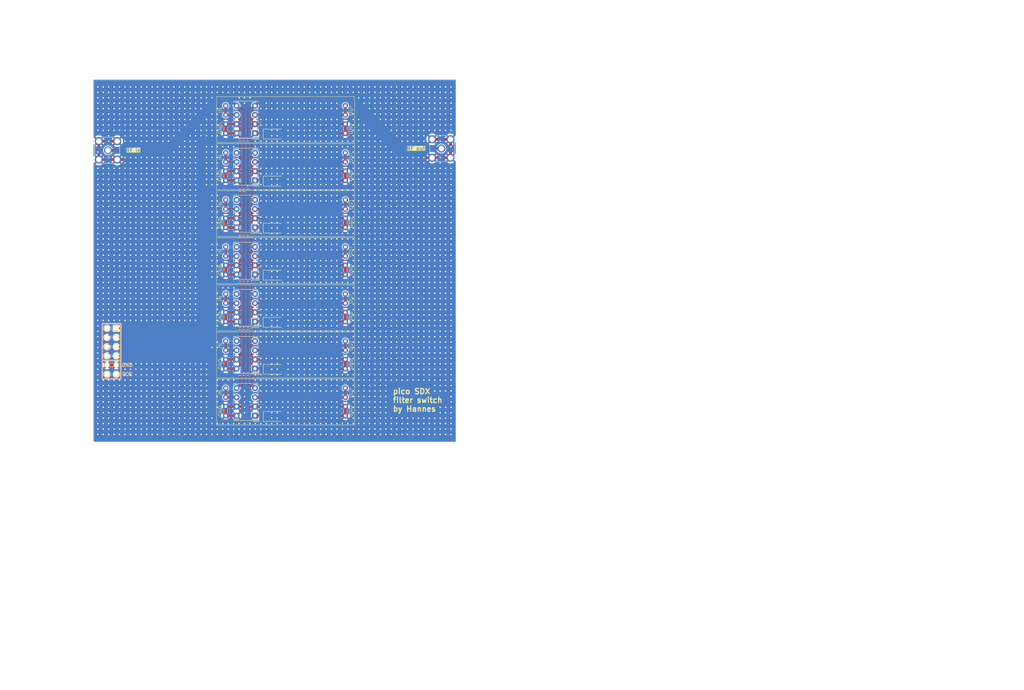
<source format=kicad_pcb>
(kicad_pcb (version 20240108) (generator "pcbnew") (generator_version "8.0")
  (layers (0 "F.Cu" signal) (31 "B.Cu" signal) (34 "B.Paste" user) (35 "F.Paste" user) (36 "B.SilkS" user "B.Silkscreen") (37 "F.SilkS" user "F.Silkscreen") (38 "B.Mask" user) (39 "F.Mask" user) (44 "Edge.Cuts" user))
  (net 0 "")
  (net 1 "GND")
  (net 2 "Net-(K2-Pad6)")
  (net 3 "Net-(K2-Pad3)")
  (net 6 "/Bandpass Filter/RF out")
  (net 7 "/Bandpass Filter/RF in")
  (net 8 "Net-(K3-Pad6)")
  (net 9 "40 m")
  (net 10 "Net-(K3-Pad3)")
  (net 11 "Net-(K4-Pad3)")
  (net 12 "30 m")
  (net 13 "Net-(K4-Pad6)")
  (net 14 "20 m")
  (net 15 "Net-(K5-Pad6)")
  (net 16 "Net-(K5-Pad3)")
  (net 17 "TX~{RX}")
  (net 18 "Net-(K6-Pad3)")
  (net 19 "Net-(K6-Pad6)")
  (net 20 "17 m")
  (net 21 "Net-(K7-Pad6)")
  (net 22 "15 m")
  (net 23 "Net-(K7-Pad3)")
  (net 24 "Net-(K8-Pad6)")
  (net 25 "Net-(K8-Pad3)")
  (net 26 "12 m")
  (net 27 "10 m")
  (footprint "pico-sdx:Filter Module" (layer "F.Cu") (at 68.735 106.186 90)
    (property "Reference" "X1" (hide yes))
    (property "Value" "40 m")
  )
  (footprint "pico-sdx:Filter Module" (layer "F.Cu") (at 68.735 80.186 90)
    (property "Reference" "X5" (hide yes))
    (property "Value" "20 m")
  )
  (footprint "pmod-conn_6x2:pmod_pin_array_6x2" (layer "F.Cu") (at 20.735 92.186)
    (property "Reference" "P1" (hide yes))
    (property "Value" "PMOD-Device-x2-Type-Generic-Alt" (hide yes))
  )
  (footprint "Relay_THT:Relay_DPDT_Omron_G6K-2P" (layer "F.Cu") (at 60.305 31.996 180)
    (property "Reference" "K7" (hide yes))
    (property "Value" "G6K-2")
  )
  (footprint "Connector_Coaxial:SMA_Molex_73251-2200_Horizontal" (layer "F.Cu") (at 19.735 36.686 90)
    (property "Reference" "J3" (hide yes))
    (property "Value" "Conn_Coaxial")
  )
  (footprint "Diode_SMD:D_SOD-128" (layer "F.Cu") (at 65.735 71.186)
    (property "Reference" "D8" (hide yes))
    (property "Value" "D")
  )
  (footprint "pico-sdx:Filter Module" (layer "F.Cu") (at 68.735 41.186 90)
    (property "Reference" "X4" (hide yes))
    (property "Value" "12 m")
  )
  (footprint "Diode_SMD:D_SOD-128" (layer "F.Cu") (at 65.735 110.186)
    (property "Reference" "D2" (hide yes))
    (property "Value" "D")
  )
  (footprint "pico-sdx:Filter Module" (layer "F.Cu") (at 68.735 28.186 90)
    (property "Reference" "X6" (hide yes))
    (property "Value" "10 m")
  )
  (footprint "Relay_THT:Relay_DPDT_Omron_G6K-2P" (layer "F.Cu") (at 60.305 57.996 180)
    (property "Reference" "K3" (hide yes))
    (property "Value" "G6K-2")
  )
  (footprint "Relay_THT:Relay_DPDT_Omron_G6K-2P" (layer "F.Cu") (at 60.305 70.996 180)
    (property "Reference" "K8" (hide yes))
    (property "Value" "G6K-2")
  )
  (footprint "Relay_THT:Relay_DPDT_Omron_G6K-2P" (layer "F.Cu") (at 60.305 96.996 180)
    (property "Reference" "K4" (hide yes))
    (property "Value" "G6K-2")
  )
  (footprint "pico-sdx:Filter Module" (layer "F.Cu") (at 68.735 93.186 90)
    (property "Reference" "X3" (hide yes))
    (property "Value" "30 m")
  )
  (footprint "Diode_SMD:D_SOD-128" (layer "F.Cu") (at 65.735 45.186)
    (property "Reference" "D5" (hide yes))
    (property "Value" "D")
  )
  (footprint "Connector_Coaxial:SMA_Molex_73251-2200_Horizontal" (layer "F.Cu") (at 111.735 36.186 -90)
    (property "Reference" "J1" (hide yes))
    (property "Value" "RX")
  )
  (footprint "Diode_SMD:D_SOD-128" (layer "F.Cu") (at 65.735 84.186)
    (property "Reference" "D6" (hide yes))
    (property "Value" "D")
  )
  (footprint "pico-sdx:Filter Module" (layer "F.Cu") (at 68.735 67.186 90)
    (property "Reference" "X7" (hide yes))
    (property "Value" "17 m")
  )
  (footprint "Relay_THT:Relay_DPDT_Omron_G6K-2P" (layer "F.Cu") (at 60.305 83.996 180)
    (property "Reference" "K6" (hide yes))
    (property "Value" "G6K-2")
  )
  (footprint "Relay_THT:Relay_DPDT_Omron_G6K-2P" (layer "F.Cu") (at 60.305 109.996 180)
    (property "Reference" "K2" (hide yes))
    (property "Value" "G6K-2")
  )
  (footprint "Diode_SMD:D_SOD-128" (layer "F.Cu") (at 65.735 32.186)
    (property "Reference" "D7" (hide yes))
    (property "Value" "D")
  )
  (footprint "Diode_SMD:D_SOD-128" (layer "F.Cu") (at 65.735 97.186)
    (property "Reference" "D4" (hide yes))
    (property "Value" "D")
  )
  (footprint "Relay_THT:Relay_DPDT_Omron_G6K-2P" (layer "F.Cu") (at 60.305 44.996 180)
    (property "Reference" "K5" (hide yes))
    (property "Value" "G6K-2")
  )
  (footprint "Diode_SMD:D_SOD-128" (layer "F.Cu") (at 65.735 58.186)
    (property "Reference" "D3" (hide yes))
    (property "Value" "D")
  )
  (footprint "pico-sdx:Filter Module" (layer "F.Cu") (at 68.735 54.186 90)
    (property "Reference" "X2" (hide yes))
    (property "Value" "15 m")
  )
  (gr_rect (start 15.735 17.186) (end 115.735 117.186) (stroke (width 0.1)) (fill none) (layer "Edge.Cuts"))
  (gr_text "RF out" (at 104.735 36.186 0) (layer "F.SilkS" knockout) (effects (font (size 1 1))))
  (gr_text "RF in" (at 26.735 36.686 0) (layer "F.SilkS" knockout) (effects (font (size 1 1))))
  (gr_text "pico SDX\nfilter switch\nby Hannes" (at 98.235 105.686 0) (layer "F.SilkS") (effects (font (size 1.5 1.5) (thickness 0.3) (bold yes)) (justify left)))
  (segment (start 52.225 70.996) (end 55.225 70.996) (width 0.8) (layer "F.Cu") (net 1))
  (segment (start 93.275 38.726) (end 109.195 38.726) (width 0.8) (layer "F.Cu") (net 1))
  (segment (start 68.125 70.996) (end 67.935 71.186) (width 0.8) (layer "F.Cu") (net 1))
  (segment (start 85.245 70.996) (end 68.125 70.996) (width 0.8) (layer "F.Cu") (net 1))
  (segment (start 52.225 109.996) (end 55.225 109.996) (width 0.8) (layer "F.Cu") (net 1))
  (segment (start 52.225 94.456) (end 85.245 94.456) (width 0.8) (layer "F.Cu") (net 1))
  (segment (start 34.735 39.186) (end 38.515 39.186) (width 0.8) (layer "F.Cu") (net 1))
  (segment (start 85.245 81.456) (end 85.245 83.996) (width 0.8) (layer "F.Cu") (net 1))
  (segment (start 52.225 81.456) (end 85.245 81.456) (width 0.8) (layer "F.Cu") (net 1))
  (segment (start 114.275 33.646) (end 109.195 33.646) (width 0.8) (layer "F.Cu") (net 1))
  (segment (start 85.245 83.996) (end 68.125 83.996) (width 0.8) (layer "F.Cu") (net 1))
  (segment (start 52.225 81.456) (end 52.225 83.996) (width 0.8) (layer "F.Cu") (net 1))
  (segment (start 68.125 96.996) (end 67.935 97.186) (width 0.8) (layer "F.Cu") (net 1))
  (segment (start 17.195 34.146) (end 17.195 39.226) (width 0.8) (layer "F.Cu") (net 1))
  (segment (start 68.125 109.996) (end 67.935 110.186) (width 0.8) (layer "F.Cu") (net 1))
  (segment (start 52.225 42.456) (end 85.245 42.456) (width 0.8) (layer "F.Cu") (net 1))
  (segment (start 52.225 55.3685) (end 52.225 57.9085) (width 0.8) (layer "F.Cu") (net 1))
  (segment (start 85.245 44.996) (end 68.125 44.996) (width 0.8) (layer "F.Cu") (net 1))
  (segment (start 22.005 95.996) (end 19.465 95.996) (width 0.8) (layer "F.Cu") (net 1))
  (segment (start 22.275 39.226) (end 34.695 39.226) (width 0.8) (layer "F.Cu") (net 1))
  (segment (start 85.245 57.996) (end 68.125 57.996) (width 0.8) (layer "F.Cu") (net 1))
  (segment (start 68.125 44.996) (end 67.935 45.186) (width 0.8) (layer "F.Cu") (net 1))
  (segment (start 85.245 31.996) (end 68.125 31.996) (width 0.8) (layer "F.Cu") (net 1))
  (segment (start 52.225 57.996) (end 55.225 57.996) (width 0.8) (layer "F.Cu") (net 1))
  (segment (start 85.245 109.996) (end 68.125 109.996) (width 0.8) (layer "F.Cu") (net 1))
  (segment (start 85.245 29.456) (end 85.245 31.996) (width 0.8) (layer "F.Cu") (net 1))
  (segment (start 85.245 31.996) (end 86.545 31.996) (width 0.8) (layer "F.Cu") (net 1))
  (segment (start 52.225 55.456) (end 85.245 55.456) (width 0.8) (layer "F.Cu") (net 1))
  (segment (start 68.125 31.996) (end 67.935 32.186) (width 0.8) (layer "F.Cu") (net 1))
  (segment (start 52.225 107.456) (end 85.245 107.456) (width 0.8) (layer "F.Cu") (net 1))
  (segment (start 52.225 68.456) (end 60.305 68.456) (width 0.8) (layer "F.Cu") (net 1))
  (segment (start 34.695 39.226) (end 34.735 39.186) (width 0.8) (layer "F.Cu") (net 1))
  (segment (start 85.245 42.456) (end 85.245 44.996) (width 0.8) (layer "F.Cu") (net 1))
  (segment (start 52.225 94.456) (end 52.225 96.996) (width 0.8) (layer "F.Cu") (net 1))
  (segment (start 38.515 39.186) (end 48.245 29.456) (width 0.8) (layer "F.Cu") (net 1))
  (segment (start 85.245 94.456) (end 85.245 96.996) (width 0.8) (layer "F.Cu") (net 1))
  (segment (start 85.245 107.456) (end 85.245 109.996) (width 0.8) (layer "F.Cu") (net 1))
  (segment (start 52.225 70.996) (end 52.225 68.456) (width 0.8) (layer "F.Cu") (net 1))
  (segment (start 17.195 39.226) (end 22.275 39.226) (width 0.8) (layer "F.Cu") (net 1))
  (segment (start 52.225 42.456) (end 52.225 44.996) (width 0.8) (layer "F.Cu") (net 1))
  (segment (start 17.195 34.146) (end 22.275 34.146) (width 0.8) (layer "F.Cu") (net 1))
  (segment (start 68.125 57.996) (end 67.935 58.186) (width 0.8) (layer "F.Cu") (net 1))
  (segment (start 85.245 96.996) (end 68.125 96.996) (width 0.8) (layer "F.Cu") (net 1))
  (segment (start 52.225 96.996) (end 55.225 96.996) (width 0.8) (layer "F.Cu") (net 1))
  (segment (start 60.305 68.456) (end 85.245 68.456) (width 0.8) (layer "F.Cu") (net 1))
  (segment (start 68.125 83.996) (end 67.935 84.186) (width 0.8) (layer "F.Cu") (net 1))
  (segment (start 85.245 55.456) (end 85.245 57.996) (width 0.8) (layer "F.Cu") (net 1))
  (segment (start 52.225 83.996) (end 55.225 83.996) (width 0.8) (layer "F.Cu") (net 1))
  (segment (start 86.545 31.996) (end 93.275 38.726) (width 0.8) (layer "F.Cu") (net 1))
  (segment (start 52.225 29.456) (end 85.245 29.456) (width 0.8) (layer "F.Cu") (net 1))
  (segment (start 114.275 38.726) (end 114.275 33.646) (width 0.8) (layer "F.Cu") (net 1))
  (segment (start 52.225 31.996) (end 55.225 31.996) (width 0.8) (layer "F.Cu") (net 1))
  (segment (start 48.245 29.456) (end 52.225 29.456) (width 0.8) (layer "F.Cu") (net 1))
  (segment (start 85.245 68.456) (end 85.245 70.996) (width 0.8) (layer "F.Cu") (net 1))
  (segment (start 52.225 107.456) (end 52.225 109.996) (width 0.8) (layer "F.Cu") (net 1))
  (segment (start 52.225 29.456) (end 52.225 31.996) (width 0.8) (layer "F.Cu") (net 1))
  (segment (start 52.225 44.996) (end 55.225 44.996) (width 0.8) (layer "F.Cu") (net 1))
  (segment (start 109.195 38.726) (end 114.275 38.726) (width 0.8) (layer "F.Cu") (net 1))
  (via (at 114.420716 82.165) (size 0.8) (drill 0.4) (layers "F.Cu" "B.Cu") (net 1))
  (via (at 99.420716 70.165) (size 0.8) (drill 0.4) (layers "F.Cu" "B.Cu") (net 1))
  (via (at 94.920716 115.165) (size 0.8) (drill 0.4) (layers "F.Cu" "B.Cu") (net 1))
  (via (at 109.920716 49.165) (size 0.8) (drill 0.4) (layers "F.Cu" "B.Cu") (net 1))
  (via (at 39.420716 97.165) (size 0.8) (drill 0.4) (layers "F.Cu" "B.Cu") (net 1))
  (via (at 40.920716 62.665) (size 0.8) (drill 0.4) (layers "F.Cu" "B.Cu") (net 1))
  (via (at 22.920716 80.665) (size 0.8) (drill 0.4) (layers "F.Cu" "B.Cu") (net 1))
  (via (at 30.420716 50.665) (size 0.8) (drill 0.4) (layers "F.Cu" "B.Cu") (net 1))
  (via (at 85.920716 19.165) (size 0.8) (drill 0.4) (layers "F.Cu" "B.Cu") (net 1))
  (via (at 46.920716 112.165) (size 0.8) (drill 0.4) (layers "F.Cu" "B.Cu") (net 1))
  (via (at 31.920716 46.165) (size 0.8) (drill 0.4) (layers "F.Cu" "B.Cu") (net 1))
  (via (at 64.920716 28.165) (size 0.8) (drill 0.4) (layers "F.Cu" "B.Cu") (net 1))
  (via (at 61.920716 98.665) (size 0.8) (drill 0.4) (layers "F.Cu" "B.Cu") (net 1))
  (via (at 114.420716 61.165) (size 0.8) (drill 0.4) (layers "F.Cu" "B.Cu") (net 1))
  (via (at 87.420716 46.165) (size 0.8) (drill 0.4) (layers "F.Cu" "B.Cu") (net 1))
  (via (at 27.420716 104.665) (size 0.8) (drill 0.4) (layers "F.Cu" "B.Cu") (net 1))
  (via (at 91.920716 50.665) (size 0.8) (drill 0.4) (layers "F.Cu" "B.Cu") (net 1))
  (via (at 33.420716 115.165) (size 0.8) (drill 0.4) (layers "F.Cu" "B.Cu") (net 1))
  (via (at 111.420716 68.665) (size 0.8) (drill 0.4) (layers "F.Cu" "B.Cu") (net 1))
  (via (at 103.920716 62.665) (size 0.8) (drill 0.4) (layers "F.Cu" "B.Cu") (net 1))
  (via (at 25.920716 101.665) (size 0.8) (drill 0.4) (layers "F.Cu" "B.Cu") (net 1))
  (via (at 40.920716 28.165) (size 0.8) (drill 0.4) (layers "F.Cu" "B.Cu") (net 1))
  (via (at 78.420716 44.665) (size 0.8) (drill 0.4) (layers "F.Cu" "B.Cu") (net 1))
  (via (at 106.920716 83.665) (size 0.8) (drill 0.4) (layers "F.Cu" "B.Cu") (net 1))
  (via (at 111.420716 43.165) (size 0.8) (drill 0.4) (layers "F.Cu" "B.Cu") (net 1))
  (via (at 82.920716 29.665) (size 0.8) (drill 0.4) (layers "F.Cu" "B.Cu") (net 1))
  (via (at 27.420716 83.665) (size 0.8) (drill 0.4) (layers "F.Cu" "B.Cu") (net 1))
  (via (at 99.420716 71.665) (size 0.8) (drill 0.4) (layers "F.Cu" "B.Cu") (net 1))
  (via (at 114.420716 25.165) (size 0.8) (drill 0.4) (layers "F.Cu" "B.Cu") (net 1))
  (via (at 43.920716 32.665) (size 0.8) (drill 0.4) (layers "F.Cu" "B.Cu") (net 1))
  (via (at 100.920716 20.665) (size 0.8) (drill 0.4) (layers "F.Cu" "B.Cu") (net 1))
  (via (at 90.420716 64.165) (size 0.8) (drill 0.4) (layers "F.Cu" "B.Cu") (net 1))
  (via (at 70.920716 86.665) (size 0.8) (drill 0.4) (layers "F.Cu" "B.Cu") (net 1))
  (via (at 103.920716 29.665) (size 0.8) (drill 0.4) (layers "F.Cu" "B.Cu") (net 1))
  (via (at 49.920716 79.165) (size 0.8) (drill 0.4) (layers "F.Cu" "B.Cu") (net 1))
  (via (at 24.420716 104.665) (size 0.8) (drill 0.4) (layers "F.Cu" "B.Cu") (net 1))
  (via (at 87.420716 113.665) (size 0.8) (drill 0.4) (layers "F.Cu" "B.Cu") (net 1))
  (via (at 70.920716 98.665) (size 0.8) (drill 0.4) (layers "F.Cu" "B.Cu") (net 1))
  (via (at 103.920716 82.165) (size 0.8) (drill 0.4) (layers "F.Cu" "B.Cu") (net 1))
  (via (at 111.420716 58.165) (size 0.8) (drill 0.4) (layers "F.Cu" "B.Cu") (net 1))
  (via (at 82.920716 44.665) (size 0.8) (drill 0.4) (layers "F.Cu" "B.Cu") (net 1))
  (via (at 64.920716 76.165) (size 0.8) (drill 0.4) (layers "F.Cu" "B.Cu") (net 1))
  (via (at 94.920716 44.665) (size 0.8) (drill 0.4) (layers "F.Cu" "B.Cu") (net 1))
  (via (at 73.920716 23.665) (size 0.8) (drill 0.4) (layers "F.Cu" "B.Cu") (net 1))
  (via (at 66.420716 103.165) (size 0.8) (drill 0.4) (layers "F.Cu" "B.Cu") (net 1))
  (via (at 73.920716 38.665) (size 0.8) (drill 0.4) (layers "F.Cu" "B.Cu") (net 1))
  (via (at 111.420716 22.165) (size 0.8) (drill 0.4) (layers "F.Cu" "B.Cu") (net 1))
  (via (at 109.920716 89.665) (size 0.8) (drill 0.4) (layers "F.Cu" "B.Cu") (net 1))
  (via (at 78.420716 35.665) (size 0.8) (drill 0.4) (layers "F.Cu" "B.Cu") (net 1))
  (via (at 94.920716 34.165) (size 0.8) (drill 0.4) (layers "F.Cu" "B.Cu") (net 1))
  (via (at 69.420716 85.165) (size 0.8) (drill 0.4) (layers "F.Cu" "B.Cu") (net 1))
  (via (at 22.920716 67.165) (size 0.8) (drill 0.4) (layers "F.Cu" "B.Cu") (net 1))
  (via (at 42.420716 20.665) (size 0.8) (drill 0.4) (layers "F.Cu" "B.Cu") (net 1))
  (via (at 43.920716 44.665) (size 0.8) (drill 0.4) (layers "F.Cu" "B.Cu") (net 1))
  (via (at 24.420716 47.665) (size 0.8) (drill 0.4) (layers "F.Cu" "B.Cu") (net 1))
  (via (at 63.420716 80.665) (size 0.8) (drill 0.4) (layers "F.Cu" "B.Cu") (net 1))
  (via (at 91.920716 79.165) (size 0.8) (drill 0.4) (layers "F.Cu" "B.Cu") (net 1))
  (via (at 106.920716 70.165) (size 0.8) (drill 0.4) (layers "F.Cu" "B.Cu") (net 1))
  (via (at 111.420716 19.165) (size 0.8) (drill 0.4) (layers "F.Cu" "B.Cu") (net 1))
  (via (at 30.420716 100.165) (size 0.8) (drill 0.4) (layers "F.Cu" "B.Cu") (net 1))
  (via (at 90.420716 34.165) (size 0.8) (drill 0.4) (layers "F.Cu" "B.Cu") (net 1))
  (via (at 39.420716 104.665) (size 0.8) (drill 0.4) (layers "F.Cu" "B.Cu") (net 1))
  (via (at 48.420716 58.165) (size 0.8) (drill 0.4) (layers "F.Cu" "B.Cu") (net 1))
  (via (at 93.420716 70.165) (size 0.8) (drill 0.4) (layers "F.Cu" "B.Cu") (net 1))
  (via (at 27.420716 77.665) (size 0.8) (drill 0.4) (layers "F.Cu" "B.Cu") (net 1))
  (via (at 82.920716 38.665) (size 0.8) (drill 0.4) (layers "F.Cu" "B.Cu") (net 1))
  (via (at 37.920716 41.665) (size 0.8) (drill 0.4) (layers "F.Cu" "B.Cu") (net 1))
  (via (at 82.920716 55.165) (size 0.8) (drill 0.4) (layers "F.Cu" "B.Cu") (net 1))
  (via (at 37.920716 77.665) (size 0.8) (drill 0.4) (layers "F.Cu" "B.Cu") (net 1))
  (via (at 48.420716 28.165) (size 0.8) (drill 0.4) (layers "F.Cu" "B.Cu") (net 1))
  (via (at 73.920716 20.665) (size 0.8) (drill 0.4) (layers "F.Cu" "B.Cu") (net 1))
  (via (at 114.420716 73.165) (size 0.8) (drill 0.4) (layers "F.Cu" "B.Cu") (net 1))
  (via (at 67.920716 73.165) (size 0.8) (drill 0.4) (layers "F.Cu" "B.Cu") (net 1))
  (via (at 81.420716 80.665) (size 0.8) (drill 0.4) (layers "F.Cu" "B.Cu") (net 1))
  (via (at 109.920716 58.165) (size 0.8) (drill 0.4) (layers "F.Cu" "B.Cu") (net 1))
  (via (at 111.420716 85.165) (size 0.8) (drill 0.4) (layers "F.Cu" "B.Cu") (net 1))
  (via (at 87.420716 77.665) (size 0.8) (drill 0.4) (layers "F.Cu" "B.Cu") (net 1))
  (via (at 91.920716 62.665) (size 0.8) (drill 0.4) (layers "F.Cu" "B.Cu") (net 1))
  (via (at 82.920716 98.665) (size 0.8) (drill 0.4) (layers "F.Cu" "B.Cu") (net 1))
  (via (at 67.920716 20.665) (size 0.8) (drill 0.4) (layers "F.Cu" "B.Cu") (net 1))
  (via (at 33.420716 74.665) (size 0.8) (drill 0.4) (layers "F.Cu" "B.Cu") (net 1))
  (via (at 37.920716 53.665) (size 0.8) (drill 0.4) (layers "F.Cu" "B.Cu") (net 1))
  (via (at 106.920716 110.665) (size 0.8) (drill 0.4) (layers "F.Cu" "B.Cu") (net 1))
  (via (at 88.920716 86.665) (size 0.8) (drill 0.4) (layers "F.Cu" "B.Cu") (net 1))
  (via (at 96.420716 65.665) (size 0.8) (drill 0.4) (layers "F.Cu" "B.Cu") (net 1))
  (via (at 108.420716 83.665) (size 0.8) (drill 0.4) (layers "F.Cu" "B.Cu") (net 1))
  (via (at 34.920716 22.165) (size 0.8) (drill 0.4) (layers "F.Cu" "B.Cu") (net 1))
  (via (at 103.920716 74.665) (size 0.8) (drill 0.4) (layers "F.Cu" "B.Cu") (net 1))
  (via (at 76.920716 80.665) (size 0.8) (drill 0.4) (layers "F.Cu" "B.Cu") (net 1))
  (via (at 66.420716 73.165) (size 0.8) (drill 0.4) (layers "F.Cu" "B.Cu") (net 1))
  (via (at 18.420716 49.165) (size 0.8) (drill 0.4) (layers "F.Cu" "B.Cu") (net 1))
  (via (at 90.420716 46.165) (size 0.8) (drill 0.4) (layers "F.Cu" "B.Cu") (net 1))
  (via (at 42.420716 107.665) (size 0.8) (drill 0.4) (layers "F.Cu" "B.Cu") (net 1))
  (via (at 25.920716 62.665) (size 0.8) (drill 0.4) (layers "F.Cu" "B.Cu") (net 1))
  (via (at 100.920716 25.165) (size 0.8) (drill 0.4) (layers "F.Cu" "B.Cu") (net 1))
  (via (at 28.920716 76.165) (size 0.8) (drill 0.4) (layers "F.Cu" "B.Cu") (net 1))
  (via (at 31.920716 26.665) (size 0.8) (drill 0.4) (layers "F.Cu" "B.Cu") (net 1))
  (via (at 67.920716 68.665) (size 0.8) (drill 0.4) (layers "F.Cu" "B.Cu") (net 1))
  (via (at 109.920716 115.165) (size 0.8) (drill 0.4) (layers "F.Cu" "B.Cu") (net 1))
  (via (at 108.420716 74.665) (size 0.8) (drill 0.4) (layers "F.Cu" "B.Cu") (net 1))
  (via (at 43.920716 113.665) (size 0.8) (drill 0.4) (layers "F.Cu" "B.Cu") (net 1))
  (via (at 76.920716 31.165) (size 0.8) (drill 0.4) (layers "F.Cu" "B.Cu") (net 1))
  (via (at 75.420716 29.665) (size 0.8) (drill 0.4) (layers "F.Cu" "B.Cu") (net 1))
  (via (at 61.920716 43.165) (size 0.8) (drill 0.4) (layers "F.Cu" "B.Cu") (net 1))
  (via (at 111.420716 28.165) (size 0.8) (drill 0.4) (layers "F.Cu" "B.Cu") (net 1))
  (via (at 16.920716 29.665) (size 0.8) (drill 0.4) (layers "F.Cu" "B.Cu") (net 1))
  (via (at 67.920716 61.165) (size 0.8) (drill 0.4) (layers "F.Cu" "B.Cu") (net 1))
  (via (at 96.420716 106.165) (size 0.8) (drill 0.4) (layers "F.Cu" "B.Cu") (net 1))
  (via (at 97.920716 47.665) (size 0.8) (drill 0.4) (layers "F.Cu" "B.Cu") (net 1))
  (via (at 91.920716 59.665) (size 0.8) (drill 0.4) (layers "F.Cu" "B.Cu") (net 1))
  (via (at 28.920716 31.165) (size 0.8) (drill 0.4) (layers "F.Cu" "B.Cu") (net 1))
  (via (at 16.920716 53.665) (size 0.8) (drill 0.4) (layers "F.Cu" "B.Cu") (net 1))
  (via (at 34.920716 68.665) (size 0.8) (drill 0.4) (layers "F.Cu" "B.Cu") (net 1))
  (via (at 99.420716 44.665) (size 0.8) (drill 0.4) (layers "F.Cu" "B.Cu") (net 1))
  (via (at 27.420716 25.165) (size 0.8) (drill 0.4) (layers "F.Cu" "B.Cu") (net 1))
  (via (at 73.920716 89.665) (size 0.8) (drill 0.4) (layers "F.Cu" "B.Cu") (net 1))
  (via (at 73.920716 109.165) (size 0.8) (drill 0.4) (layers "F.Cu" "B.Cu") (net 1))
  (via (at 39.420716 49.165) (size 0.8) (drill 0.4) (layers "F.Cu" "B.Cu") (net 1))
  (via (at 34.920716 100.165) (size 0.8) (drill 0.4) (layers "F.Cu" "B.Cu") (net 1))
  (via (at 103.920716 73.165) (size 0.8) (drill 0.4) (layers "F.Cu" "B.Cu") (net 1))
  (via (at 72.420716 38.665) (size 0.8) (drill 0.4) (layers "F.Cu" "B.Cu") (net 1))
  (via (at 105.420716 31.165) (size 0.8) (drill 0.4) (layers "F.Cu" "B.Cu") (net 1))
  (via (at 24.420716 40.165) (size 0.8) (drill 0.4) (layers "F.Cu" "B.Cu") (net 1))
  (via (at 106.920716 32.665) (size 0.8) (drill 0.4) (layers "F.Cu" "B.Cu") (net 1))
  (via (at 37.920716 107.665) (size 0.8) (drill 0.4) (layers "F.Cu" "B.Cu") (net 1))
  (via (at 72.420716 37.165) (size 0.8) (drill 0.4) (layers "F.Cu" "B.Cu") (net 1))
  (via (at 94.920716 71.665) (size 0.8) (drill 0.4) (layers "F.Cu" "B.Cu") (net 1))
  (via (at 96.420716 89.665) (size 0.8) (drill 0.4) (layers "F.Cu" "B.Cu") (net 1))
  (via (at 34.920716 109.165) (size 0.8) (drill 0.4) (layers "F.Cu" "B.Cu") (net 1))
  (via (at 70.920716 88.165) (size 0.8) (drill 0.4) (layers "F.Cu" "B.Cu") (net 1))
  (via (at 34.920716 70.165) (size 0.8) (drill 0.4) (layers "F.Cu" "B.Cu") (net 1))
  (via (at 88.920716 98.665) (size 0.8) (drill 0.4) (layers "F.Cu" "B.Cu") (net 1))
  (via (at 97.920716 59.665) (size 0.8) (drill 0.4) (layers "F.Cu" "B.Cu") (net 1))
  (via (at 27.420716 55.165) (size 0.8) (drill 0.4) (layers "F.Cu" "B.Cu") (net 1))
  (via (at 97.920716 76.165) (size 0.8) (drill 0.4) (layers "F.Cu" "B.Cu") (net 1))
  (via (at 87.420716 40.165) (size 0.8) (drill 0.4) (layers "F.Cu" "B.Cu") (net 1))
  (via (at 31.920716 52.165) (size 0.8) (drill 0.4) (layers "F.Cu" "B.Cu") (net 1))
  (via (at 49.920716 20.665) (size 0.8) (drill 0.4) (layers "F.Cu" "B.Cu") (net 1))
  (via (at 81.420716 109.165) (size 0.8) (drill 0.4) (layers "F.Cu" "B.Cu") (net 1))
  (via (at 57.420716 104.665) (size 0.8) (drill 0.4) (layers "F.Cu" "B.Cu") (net 1))
  (via (at 84.420716 115.165) (size 0.8) (drill 0.4) (layers "F.Cu" "B.Cu") (net 1))
  (via (at 64.920716 71.665) (size 0.8) (drill 0.4) (layers "F.Cu" "B.Cu") (net 1))
  (via (at 61.920716 38.665) (size 0.8) (drill 0.4) (layers "F.Cu" "B.Cu") (net 1))
  (via (at 28.920716 113.665) (size 0.8) (drill 0.4) (layers "F.Cu" "B.Cu") (net 1))
  (via (at 102.420716 20.665) (size 0.8) (drill 0.4) (layers "F.Cu" "B.Cu") (net 1))
  (via (at 67.920716 38.665) (size 0.8) (drill 0.4) (layers "F.Cu" "B.Cu") (net 1))
  (via (at 31.920716 47.665) (size 0.8) (drill 0.4) (layers "F.Cu" "B.Cu") (net 1))
  (via (at 97.920716 89.665) (size 0.8) (drill 0.4) (layers "F.Cu" "B.Cu") (net 1))
  (via (at 97.920716 79.165) (size 0.8) (drill 0.4) (layers "F.Cu" "B.Cu") (net 1))
  (via (at 18.420716 65.665) (size 0.8) (drill 0.4) (layers "F.Cu" "B.Cu") (net 1))
  (via (at 64.920716 97.165) (size 0.8) (drill 0.4) (layers "F.Cu" "B.Cu") (net 1))
  (via (at 67.920716 23.665) (size 0.8) (drill 0.4) (layers "F.Cu" "B.Cu") (net 1))
  (via (at 34.920716 67.165) (size 0.8) (drill 0.4) (layers "F.Cu" "B.Cu") (net 1))
  (via (at 18.420716 104.665) (size 0.8) (drill 0.4) (layers "F.Cu" "B.Cu") (net 1))
  (via (at 70.920716 110.665) (size 0.8) (drill 0.4) (layers "F.Cu" "B.Cu") (net 1))
  (via (at 108.420716 31.165) (size 0.8) (drill 0.4) (layers "F.Cu" "B.Cu") (net 1))
  (via (at 94.920716 50.665) (size 0.8) (drill 0.4) (layers "F.Cu" "B.Cu") (net 1))
  (via (at 88.920716 55.165) (size 0.8) (drill 0.4) (layers "F.Cu" "B.Cu") (net 1))
  (via (at 91.920716 53.665) (size 0.8) (drill 0.4) (layers "F.Cu" "B.Cu") (net 1))
  (via (at 16.920716 62.665) (size 0.8) (drill 0.4) (layers "F.Cu" "B.Cu") (net 1))
  (via (at 34.920716 64.165) (size 0.8) (drill 0.4) (layers "F.Cu" "B.Cu") (net 1))
  (via (at 30.420716 109.165) (size 0.8) (drill 0.4) (layers "F.Cu" "B.Cu") (net 1))
  (via (at 106.920716 79.165) (size 0.8) (drill 0.4) (layers "F.Cu" "B.Cu") (net 1))
  (via (at 94.920716 80.665) (size 0.8) (drill 0.4) (layers "F.Cu" "B.Cu") (net 1))
  (via (at 27.420716 32.665) (size 0.8) (drill 0.4) (layers "F.Cu" "B.Cu") (net 1))
  (via (at 112.920716 70.165) (size 0.8) (drill 0.4) (layers "F.Cu" "B.Cu") (net 1))
  (via (at 87.420716 107.665) (size 0.8) (drill 0.4) (layers "F.Cu" "B.Cu") (net 1))
  (via (at 90.420716 49.165) (size 0.8) (drill 0.4) (layers "F.Cu" "B.Cu") (net 1))
  (via (at 79.920716 88.165) (size 0.8) (drill 0.4) (layers "F.Cu" "B.Cu") (net 1))
  (via (at 96.420716 20.665) (size 0.8) (drill 0.4) (layers "F.Cu" "B.Cu") (net 1))
  (via (at 60.420716 112.165) (size 0.8) (drill 0.4) (layers "F.Cu" "B.Cu") (net 1))
  (via (at 21.420716 59.665) (size 0.8) (drill 0.4) (layers "F.Cu" "B.Cu") (net 1))
  (via (at 69.420716 97.165) (size 0.8) (drill 0.4) (layers "F.Cu" "B.Cu") (net 1))
  (via (at 22.920716 101.665) (size 0.8) (drill 0.4) (layers "F.Cu" "B.Cu") (net 1))
  (via (at 111.420716 23.665) (size 0.8) (drill 0.4) (layers "F.Cu" "B.Cu") (net 1))
  (via (at 48.420716 50.665) (size 0.8) (drill 0.4) (layers "F.Cu" "B.Cu") (net 1))
  (via (at 27.420716 73.165) (size 0.8) (drill 0.4) (layers "F.Cu" "B.Cu") (net 1))
  (via (at 40.920716 52.165) (size 0.8) (drill 0.4) (layers "F.Cu" "B.Cu") (net 1))
  (via (at 112.920716 74.665) (size 0.8) (drill 0.4) (layers "F.Cu" "B.Cu") (net 1))
  (via (at 72.420716 86.665) (size 0.8) (drill 0.4) (layers "F.Cu" "B.Cu") (net 1))
  (via (at 19.920716 34.165) (size 0.8) (drill 0.4) (layers "F.Cu" "B.Cu") (net 1))
  (via (at 67.920716 74.665) (size 0.8) (drill 0.4) (layers "F.Cu" "B.Cu") (net 1))
  (via (at 99.420716 112.165) (size 0.8) (drill 0.4) (layers "F.Cu" "B.Cu") (net 1))
  (via (at 28.920716 47.665) (size 0.8) (drill 0.4) (layers "F.Cu" "B.Cu") (net 1))
  (via (at 109.920716 76.165) (size 0.8) (drill 0.4) (layers "F.Cu" "B.Cu") (net 1))
  (via (at 57.420716 115.165) (size 0.8) (drill 0.4) (layers "F.Cu" "B.Cu") (net 1))
  (via (at 16.920716 82.165) (size 0.8) (drill 0.4) (layers "F.Cu" "B.Cu") (net 1))
  (via (at 103.920716 98.665) (size 0.8) (drill 0.4) (layers "F.Cu" "B.Cu") (net 1))
  (via (at 81.420716 103.165) (size 0.8) (drill 0.4) (layers "F.Cu" "B.Cu") (net 1))
  (via (at 108.420716 23.665) (size 0.8) (drill 0.4) (layers "F.Cu" "B.Cu") (net 1))
  (via (at 112.920716 64.165) (size 0.8) (drill 0.4) (layers "F.Cu" "B.Cu") (net 1))
  (via (at 114.420716 26.665) (size 0.8) (drill 0.4) (layers "F.Cu" "B.Cu") (net 1))
  (via (at 96.420716 44.665) (size 0.8) (drill 0.4) (layers "F.Cu" "B.Cu") (net 1))
  (via (at 28.920716 112.165) (size 0.8) (drill 0.4) (layers "F.Cu" "B.Cu") (net 1))
  (via (at 99.420716 19.165) (size 0.8) (drill 0.4) (layers "F.Cu" "B.Cu") (net 1))
  (via (at 24.420716 55.165) (size 0.8) (drill 0.4) (layers "F.Cu" "B.Cu") (net 1))
  (via (at 33.420716 67.165) (size 0.8) (drill 0.4) (layers "F.Cu" "B.Cu") (net 1))
  (via (at 78.420716 98.665) (size 0.8) (drill 0.4) (layers "F.Cu" "B.Cu") (net 1))
  (via (at 75.420716 56.665) (size 0.8) (drill 0.4) (layers "F.Cu" "B.Cu") (net 1))
  (via (at 102.420716 29.665) (size 0.8) (drill 0.4) (layers "F.Cu" "B.Cu") (net 1))
  (via (at 48.420716 110.665) (size 0.8) (drill 0.4) (layers "F.Cu" "B.Cu") (net 1))
  (via (at 112.920716 46.165) (size 0.8) (drill 0.4) (layers "F.Cu" "B.Cu") (net 1))
  (via (at 72.420716 67.165) (size 0.8) (drill 0.4) (layers "F.Cu" "B.Cu") (net 1))
  (via (at 42.420716 104.665) (size 0.8) (drill 0.4) (layers "F.Cu" "B.Cu") (net 1))
  (via (at 76.920716 77.665) (size 0.8) (drill 0.4) (layers "F.Cu" "B.Cu") (net 1))
  (via (at 34.920716 49.165) (size 0.8) (drill 0.4) (layers "F.Cu" "B.Cu") (net 1))
  (via (at 30.420716 83.665) (size 0.8) (drill 0.4) (layers "F.Cu" "B.Cu") (net 1))
  (via (at 72.420716 80.665) (size 0.8) (drill 0.4) (layers "F.Cu" "B.Cu") (net 1))
  (via (at 108.420716 64.165) (size 0.8) (drill 0.4) (layers "F.Cu" "B.Cu") (net 1))
  (via (at 105.420716 40.165) (size 0.8) (drill 0.4) (layers "F.Cu" "B.Cu") (net 1))
  (via (at 75.420716 28.165) (size 0.8) (drill 0.4) (layers "F.Cu" "B.Cu") (net 1))
  (via (at 24.420716 115.165) (size 0.8) (drill 0.4) (layers "F.Cu" "B.Cu") (net 1))
  (via (at 24.420716 110.665) (size 0.8) (drill 0.4) (layers "F.Cu" "B.Cu") (net 1))
  (via (at 108.420716 110.665) (size 0.8) (drill 0.4) (layers "F.Cu" "B.Cu") (net 1))
  (via (at 25.920716 59.665) (size 0.8) (drill 0.4) (layers "F.Cu" "B.Cu") (net 1))
  (via (at 30.420716 28.165) (size 0.8) (drill 0.4) (layers "F.Cu" "B.Cu") (net 1))
  (via (at 93.420716 46.165) (size 0.8) (drill 0.4) (layers "F.Cu" "B.Cu") (net 1))
  (via (at 37.920716 97.165) (size 0.8) (drill 0.4) (layers "F.Cu" "B.Cu") (net 1))
  (via (at 112.920716 86.665) (size 0.8) (drill 0.4) (layers "F.Cu" "B.Cu") (net 1))
  (via (at 69.420716 113.665) (size 0.8) (drill 0.4) (layers "F.Cu" "B.Cu") (net 1))
  (via (at 88.920716 115.165) (size 0.8) (drill 0.4) (layers "F.Cu" "B.Cu") (net 1))
  (via (at 97.920716 43.165) (size 0.8) (drill 0.4) (layers "F.Cu" "B.Cu") (net 1))
  (via (at 45.420716 32.665) (size 0.8) (drill 0.4) (layers "F.Cu" "B.Cu") (net 1))
  (via (at 46.920716 32.665) (size 0.8) (drill 0.4) (layers "F.Cu" "B.Cu") (net 1))
  (via (at 21.420716 83.665) (size 0.8) (drill 0.4) (layers "F.Cu" "B.Cu") (net 1))
  (via (at 93.420716 80.665) (size 0.8) (drill 0.4) (layers "F.Cu" "B.Cu") (net 1))
  (via (at 79.920716 61.165) (size 0.8) (drill 0.4) (layers "F.Cu" "B.Cu") (net 1))
  (via (at 49.920716 67.165) (size 0.8) (drill 0.4) (layers "F.Cu" "B.Cu") (net 1))
  (via (at 112.920716 92.665) (size 0.8) (drill 0.4) (layers "F.Cu" "B.Cu") (net 1))
  (via (at 36.420716 100.165) (size 0.8) (drill 0.4) (layers "F.Cu" "B.Cu") (net 1))
  (via (at 19.920716 41.665) (size 0.8) (drill 0.4) (layers "F.Cu" "B.Cu") (net 1))
  (via (at 16.920716 77.665) (size 0.8) (drill 0.4) (layers "F.Cu" "B.Cu") (net 1))
  (via (at 93.420716 83.665) (size 0.8) (drill 0.4) (layers "F.Cu" "B.Cu") (net 1))
  (via (at 88.920716 95.665) (size 0.8) (drill 0.4) (layers "F.Cu" "B.Cu") (net 1))
  (via (at 108.420716 49.165) (size 0.8) (drill 0.4) (layers "F.Cu" "B.Cu") (net 1))
  (via (at 61.920716 95.665) (size 0.8) (drill 0.4) (layers "F.Cu" "B.Cu") (net 1))
  (via (at 72.420716 95.665) (size 0.8) (drill 0.4) (layers "F.Cu" "B.Cu") (net 1))
  (via (at 27.420716 113.665) (size 0.8) (drill 0.4) (layers "F.Cu" "B.Cu") (net 1))
  (via (at 18.420716 55.165) (size 0.8) (drill 0.4) (layers "F.Cu" "B.Cu") (net 1))
  (via (at 45.420716 29.665) (size 0.8) (drill 0.4) (layers "F.Cu" "B.Cu") (net 1))
  (via (at 99.420716 50.665) (size 0.8) (drill 0.4) (layers "F.Cu" "B.Cu") (net 1))
  (via (at 87.420716 41.665) (size 0.8) (drill 0.4) (layers "F.Cu" "B.Cu") (net 1))
  (via (at 48.420716 112.165) (size 0.8) (drill 0.4) (layers "F.Cu" "B.Cu") (net 1))
  (via (at 82.920716 82.165) (size 0.8) (drill 0.4) (layers "F.Cu" "B.Cu") (net 1))
  (via (at 96.420716 107.665) (size 0.8) (drill 0.4) (layers "F.Cu" "B.Cu") (net 1))
  (via (at 64.920716 20.665) (size 0.8) (drill 0.4) (layers "F.Cu" "B.Cu") (net 1))
  (via (at 24.420716 68.665) (size 0.8) (drill 0.4) (layers "F.Cu" "B.Cu") (net 1))
  (via (at 81.420716 98.665) (size 0.8) (drill 0.4) (layers "F.Cu" "B.Cu") (net 1))
  (via (at 70.920716 100.165) (size 0.8) (drill 0.4) (layers "F.Cu" "B.Cu") (net 1))
  (via (at 46.920716 29.665) (size 0.8) (drill 0.4) (layers "F.Cu" "B.Cu") (net 1))
  (via (at 19.920716 76.165) (size 0.8) (drill 0.4) (layers "F.Cu" "B.Cu") (net 1))
  (via (at 73.920716 94.165) (size 0.8) (drill 0.4) (layers "F.Cu" "B.Cu") (net 1))
  (via (at 24.420716 50.665) (size 0.8) (drill 0.4) (layers "F.Cu" "B.Cu") (net 1))
  (via (at 25.920716 82.165) (size 0.8) (drill 0.4) (layers "F.Cu" "B.Cu") (net 1))
  (via (at 49.920716 38.665) (size 0.8) (drill 0.4) (layers "F.Cu" "B.Cu") (net 1))
  (via (at 73.920716 83.665) (size 0.8) (drill 0.4) (layers "F.Cu" "B.Cu") (net 1))
  (via (at 25.920716 40.165) (size 0.8) (drill 0.4) (layers "F.Cu" "B.Cu") (net 1))
  (via (at 33.420716 40.165) (size 0.8) (drill 0.4) (layers "F.Cu" "B.Cu") (net 1))
  (via (at 42.420716 103.165) (size 0.8) (drill 0.4) (layers "F.Cu" "B.Cu") (net 1))
  (via (at 60.420716 35.665) (size 0.8) (drill 0.4) (layers "F.Cu" "B.Cu") (net 1))
  (via (at 112.920716 71.665) (size 0.8) (drill 0.4) (layers "F.Cu" "B.Cu") (net 1))
  (via (at 66.420716 94.165) (size 0.8) (drill 0.4) (layers "F.Cu" "B.Cu") (net 1))
  (via (at 31.920716 115.165) (size 0.8) (drill 0.4) (layers "F.Cu" "B.Cu") (net 1))
  (via (at 111.420716 112.165) (size 0.8) (drill 0.4) (layers "F.Cu" "B.Cu") (net 1))
  (via (at 67.920716 94.165) (size 0.8) (drill 0.4) (layers "F.Cu" "B.Cu") (net 1))
  (via (at 55.920716 19.165) (size 0.8) (drill 0.4) (layers "F.Cu" "B.Cu") (net 1))
  (via (at 25.920716 26.665) (size 0.8) (drill 0.4) (layers "F.Cu" "B.Cu") (net 1))
  (via (at 78.420716 95.665) (size 0.8) (drill 0.4) (layers "F.Cu" "B.Cu") (net 1))
  (via (at 78.420716 31.165) (size 0.8) (drill 0.4) (layers "F.Cu" "B.Cu") (net 1))
  (via (at 37.920716 80.665) (size 0.8) (drill 0.4) (layers "F.Cu" "B.Cu") (net 1))
  (via (at 45.420716 115.165) (size 0.8) (drill 0.4) (layers "F.Cu" "B.Cu") (net 1))
  (via (at 25.920716 47.665) (size 0.8) (drill 0.4) (layers "F.Cu" "B.Cu") (net 1))
  (via (at 43.920716 50.665) (size 0.8) (drill 0.4) (layers "F.Cu" "B.Cu") (net 1))
  (via (at 75.420716 55.165) (size 0.8) (drill 0.4) (layers "F.Cu" "B.Cu") (net 1))
  (via (at 67.920716 88.165) (size 0.8) (drill 0.4) (layers "F.Cu" "B.Cu") (net 1))
  (via (at 45.420716 25.165) (size 0.8) (drill 0.4) (layers "F.Cu" "B.Cu") (net 1))
  (via (at 102.420716 82.165) (size 0.8) (drill 0.4) (layers "F.Cu" "B.Cu") (net 1))
  (via (at 34.920716 97.165) (size 0.8) (drill 0.4) (layers "F.Cu" "B.Cu") (net 1))
  (via (at 82.920716 23.665) (size 0.8) (drill 0.4) (layers "F.Cu" "B.Cu") (net 1))
  (via (at 40.920716 34.165) (size 0.8) (drill 0.4) (layers "F.Cu" "B.Cu") (net 1))
  (via (at 16.920716 59.665) (size 0.8) (drill 0.4) (layers "F.Cu" "B.Cu") (net 1))
  (via (at 78.420716 80.665) (size 0.8) (drill 0.4) (layers "F.Cu" "B.Cu") (net 1))
  (via (at 45.420716 20.665) (size 0.8) (drill 0.4) (layers "F.Cu" "B.Cu") (net 1))
  (via (at 99.420716 41.665) (size 0.8) (drill 0.4) (layers "F.Cu" "B.Cu") (net 1))
  (via (at 39.420716 61.165) (size 0.8) (drill 0.4) (layers "F.Cu" "B.Cu") (net 1))
  (via (at 52.920716 35.665) (size 0.8) (drill 0.4) (layers "F.Cu" "B.Cu") (net 1))
  (via (at 69.420716 103.165) (size 0.8) (drill 0.4) (layers "F.Cu" "B.Cu") (net 1))
  (via (at 91.920716 56.665) (size 0.8) (drill 0.4) (layers "F.Cu" "B.Cu") (net 1))
  (via (at 96.420716 109.165) (size 0.8) (drill 0.4) (layers "F.Cu" "B.Cu") (net 1))
  (via (at 60.420716 20.665) (size 0.8) (drill 0.4) (layers "F.Cu" "B.Cu") (net 1))
  (via (at 99.420716 43.165) (size 0.8) (drill 0.4) (layers "F.Cu" "B.Cu") (net 1))
  (via (at 103.920716 59.665) (size 0.8) (drill 0.4) (layers "F.Cu" "B.Cu") (net 1))
  (via (at 16.920716 76.165) (size 0.8) (drill 0.4) (layers "F.Cu" "B.Cu") (net 1))
  (via (at 81.420716 101.665) (size 0.8) (drill 0.4) (layers "F.Cu" "B.Cu") (net 1))
  (via (at 103.920716 71.665) (size 0.8) (drill 0.4) (layers "F.Cu" "B.Cu") (net 1))
  (via (at 67.920716 106.165) (size 0.8) (drill 0.4) (layers "F.Cu" "B.Cu") (net 1))
  (via (at 79.920716 97.165) (size 0.8) (drill 0.4) (layers "F.Cu" "B.Cu") (net 1))
  (via (at 22.920716 23.665) (size 0.8) (drill 0.4) (layers "F.Cu" "B.Cu") (net 1))
  (via (at 21.420716 28.165) (size 0.8) (drill 0.4) (layers "F.Cu" "B.Cu") (net 1))
  (via (at 90.420716 89.665) (size 0.8) (drill 0.4) (layers "F.Cu" "B.Cu") (net 1))
  (via (at 75.420716 46.165) (size 0.8) (drill 0.4) (layers "F.Cu" "B.Cu") (net 1))
  (via (at 114.420716 55.165) (size 0.8) (drill 0.4) (layers "F.Cu" "B.Cu") (net 1))
  (via (at 82.920716 80.665) (size 0.8) (drill 0.4) (layers "F.Cu" "B.Cu") (net 1))
  (via (at 75.420716 115.165) (size 0.8) (drill 0.4) (layers "F.Cu" "B.Cu") (net 1))
  (via (at 45.420716 100.165) (size 0.8) (drill 0.4) (layers "F.Cu" "B.Cu") (net 1))
  (via (at 31.920716 53.665) (size 0.8) (drill 0.4) (layers "F.Cu" "B.Cu") (net 1))
  (via (at 85.920716 61.165) (size 0.8) (drill 0.4) (layers "F.Cu" "B.Cu") (net 1))
  (via (at 102.420716 76.165) (size 0.8) (drill 0.4) (layers "F.Cu" "B.Cu") (net 1))
  (via (at 22.920716 68.665) (size 0.8) (drill 0.4) (layers "F.Cu" "B.Cu") (net 1))
  (via (at 88.920716 49.165) (size 0.8) (drill 0.4) (layers "F.Cu" "B.Cu") (net 1))
  (via (at 97.920716 31.165) (size 0.8) (drill 0.4) (layers "F.Cu" "B.Cu") (net 1))
  (via (at 34.920716 103.165) (size 0.8) (drill 0.4) (layers "F.Cu" "B.Cu") (net 1))
  (via (at 19.920716 55.165) (size 0.8) (drill 0.4) (layers "F.Cu" "B.Cu") (net 1))
  (via (at 109.920716 79.165) (size 0.8) (drill 0.4) (layers "F.Cu" "B.Cu") (net 1))
  (via (at 34.920716 62.665) (size 0.8) (drill 0.4) (layers "F.Cu" "B.Cu") (net 1))
  (via (at 111.420716 76.165) (size 0.8) (drill 0.4) (layers "F.Cu" "B.Cu") (net 1))
  (via (at 36.420716 76.165) (size 0.8) (drill 0.4) (layers "F.Cu" "B.Cu") (net 1))
  (via (at 27.420716 64.165) (size 0.8) (drill 0.4) (layers "F.Cu" "B.Cu") (net 1))
  (via (at 45.420716 98.665) (size 0.8) (drill 0.4) (layers "F.Cu" "B.Cu") (net 1))
  (via (at 114.420716 31.165) (size 0.8) (drill 0.4) (layers "F.Cu" "B.Cu") (net 1))
  (via (at 42.420716 49.165) (size 0.8) (drill 0.4) (layers "F.Cu" "B.Cu") (net 1))
  (via (at 94.920716 86.665) (size 0.8) (drill 0.4) (layers "F.Cu" "B.Cu") (net 1))
  (via (at 114.420716 43.165) (size 0.8) (drill 0.4) (layers "F.Cu" "B.Cu") (net 1))
  (via (at 102.420716 65.665) (size 0.8) (drill 0.4) (layers "F.Cu" "B.Cu") (net 1))
  (via (at 91.920716 82.165) (size 0.8) (drill 0.4) (layers "F.Cu" "B.Cu") (net 1))
  (via (at 46.920716 40.165) (size 0.8) (drill 0.4) (layers "F.Cu" "B.Cu") (net 1))
  (via (at 106.920716 73.165) (size 0.8) (drill 0.4) (layers "F.Cu" "B.Cu") (net 1))
  (via (at 25.920716 80.665) (size 0.8) (drill 0.4) (layers "F.Cu" "B.Cu") (net 1))
  (via (at 21.420716 23.665) (size 0.8) (drill 0.4) (layers "F.Cu" "B.Cu") (net 1))
  (via (at 88.920716 70.165) (size 0.8) (drill 0.4) (layers "F.Cu" "B.Cu") (net 1))
  (via (at 18.420716 68.665) (size 0.8) (drill 0.4) (layers "F.Cu" "B.Cu") (net 1))
  (via (at 97.920716 71.665) (size 0.8) (drill 0.4) (layers "F.Cu" "B.Cu") (net 1))
  (via (at 108.420716 92.665) (size 0.8) (drill 0.4) (layers "F.Cu" "B.Cu") (net 1))
  (via (at 70.920716 70.165) (size 0.8) (drill 0.4) (layers "F.Cu" "B.Cu") (net 1))
  (via (at 25.920716 71.665) (size 0.8) (drill 0.4) (layers "F.Cu" "B.Cu") (net 1))
  (via (at 33.420716 68.665) (size 0.8) (drill 0.4) (layers "F.Cu" "B.Cu") (net 1))
  (via (at 106.920716 28.165) (size 0.8) (drill 0.4) (layers "F.Cu" "B.Cu") (net 1))
  (via (at 105.420716 34.165) (size 0.8) (drill 0.4) (layers "F.Cu" "B.Cu") (net 1))
  (via (at 88.920716 22.165) (size 0.8) (drill 0.4) (layers "F.Cu" "B.Cu") (net 1))
  (via (at 43.920716 101.665) (size 0.8) (drill 0.4) (layers "F.Cu" "B.Cu") (net 1))
  (via (at 55.920716 115.165) (size 0.8) (drill 0.4) (layers "F.Cu" "B.Cu") (net 1))
  (via (at 105.420716 62.665) (size 0.8) (drill 0.4) (layers "F.Cu" "B.Cu") (net 1))
  (via (at 100.920716 64.165) (size 0.8) (drill 0.4) (layers "F.Cu" "B.Cu") (net 1))
  (via (at 67.920716 115.165) (size 0.8) (drill 0.4) (layers "F.Cu" "B.Cu") (net 1))
  (via (at 108.420716 85.165) (size 0.8) (drill 0.4) (layers "F.Cu" "B.Cu") (net 1))
  (via (at 64.920716 29.665) (size 0.8) (drill 0.4) (layers "F.Cu" "B.Cu") (net 1))
  (via (at 18.420716 47.665) (size 0.8) (drill 0.4) (layers "F.Cu" "B.Cu") (net 1))
  (via (at 102.420716 67.165) (size 0.8) (drill 0.4) (layers "F.Cu" "B.Cu") (net 1))
  (via (at 112.920716 58.165) (size 0.8) (drill 0.4) (layers "F.Cu" "B.Cu") (net 1))
  (via (at 114.420716 64.165) (size 0.8) (drill 0.4) (layers "F.Cu" "B.Cu") (net 1))
  (via (at 97.920716 56.665) (size 0.8) (drill 0.4) (layers "F.Cu" "B.Cu") (net 1))
  (via (at 40.920716 65.665) (size 0.8) (drill 0.4) (layers "F.Cu" "B.Cu") (net 1))
  (via (at 64.920716 46.165) (size 0.8) (drill 0.4) (layers "F.Cu" "B.Cu") (net 1))
  (via (at 72.420716 41.665) (size 0.8) (drill 0.4) (layers "F.Cu" "B.Cu") (net 1))
  (via (at 33.420716 50.665) (size 0.8) (drill 0.4) (layers "F.Cu" "B.Cu") (net 1))
  (via (at 78.420716 32.665) (size 0.8) (drill 0.4) (layers "F.Cu" "B.Cu") (net 1))
  (via (at 73.920716 44.665) (size 0.8) (drill 0.4) (layers "F.Cu" "B.Cu") (net 1))
  (via (at 31.920716 104.665) (size 0.8) (drill 0.4) (layers "F.Cu" "B.Cu") (net 1))
  (via (at 93.420716 50.665) (size 0.8) (drill 0.4) (layers "F.Cu" "B.Cu") (net 1))
  (via (at 73.920716 43.165) (size 0.8) (drill 0.4) (layers "F.Cu" "B.Cu") (net 1))
  (via (at 100.920716 79.165) (size 0.8) (drill 0.4) (layers "F.Cu" "B.Cu") (net 1))
  (via (at 39.420716 20.665) (size 0.8) (drill 0.4) (layers "F.Cu" "B.Cu") (net 1))
  (via (at 39.420716 37.165) (size 0.8) (drill 0.4) (layers "F.Cu" "B.Cu") (net 1))
  (via (at 48.420716 68.665) (size 0.8) (drill 0.4) (layers "F.Cu" "B.Cu") (net 1))
  (via (at 112.920716 107.665) (size 0.8) (drill 0.4) (layers "F.Cu" "B.Cu") (net 1))
  (via (at 49.920716 101.665) (size 0.8) (drill 0.4) (layers "F.Cu" "B.Cu") (net 1))
  (via (at 19.920716 103.165) (size 0.8) (drill 0.4) (layers "F.Cu" "B.Cu") (net 1))
  (via (at 84.420716 34.165) (size 0.8) (drill 0.4) (layers "F.Cu" "B.Cu") (net 1))
  (via (at 93.420716 32.665) (size 0.8) (drill 0.4) (layers "F.Cu" "B.Cu") (net 1))
  (via (at 97.920716 52.165) (size 0.8) (drill 0.4) (layers "F.Cu" "B.Cu") (net 1))
  (via (at 60.420716 98.665) (size 0.8) (drill 0.4) (layers "F.Cu" "B.Cu") (net 1))
  (via (at 96.420716 95.665) (size 0.8) (drill 0.4) (layers "F.Cu" "B.Cu") (net 1))
  (via (at 69.420716 25.165) (size 0.8) (drill 0.4) (layers "F.Cu" "B.Cu") (net 1))
  (via (at 34.920716 20.665) (size 0.8) (drill 0.4) (layers "F.Cu" "B.Cu") (net 1))
  (via (at 73.920716 71.665) (size 0.8) (drill 0.4) (layers "F.Cu" "B.Cu") (net 1))
  (via (at 91.920716 37.165) (size 0.8) (drill 0.4) (layers "F.Cu" "B.Cu") (net 1))
  (via (at 48.420716 67.165) (size 0.8) (drill 0.4) (layers "F.Cu" "B.Cu") (net 1))
  (via (at 30.420716 59.665) (size 0.8) (drill 0.4) (layers "F.Cu" "B.Cu") (net 1))
  (via (at 66.420716 100.165) (size 0.8) (drill 0.4) (layers "F.Cu" "B.Cu") (net 1))
  (via (at 79.920716 47.665) (size 0.8) (drill 0.4) (layers "F.Cu" "B.Cu") (net 1))
  (via (at 79.920716 73.165) (size 0.8) (drill 0.4) (layers "F.Cu" "B.Cu") (net 1))
  (via (at 34.920716 95.665) (size 0.8) (drill 0.4) (layers "F.Cu" "B.Cu") (net 1))
  (via (at 36.420716 67.165) (size 0.8) (drill 0.4) (layers "F.Cu" "B.Cu") (net 1))
  (via (at 28.920716 101.665) (size 0.8) (drill 0.4) (layers "F.Cu" "B.Cu") (net 1))
  (via (at 108.420716 50.665) (size 0.8) (drill 0.4) (layers "F.Cu" "B.Cu") (net 1))
  (via (at 63.420716 47.665) (size 0.8) (drill 0.4) (layers "F.Cu" "B.Cu") (net 1))
  (via (at 72.420716 31.165) (size 0.8) (drill 0.4) (layers "F.Cu" "B.Cu") (net 1))
  (via (at 64.920716 50.665) (size 0.8) (drill 0.4) (layers "F.Cu" "B.Cu") (net 1))
  (via (at 18.420716 26.665) (size 0.8) (drill 0.4) (layers "F.Cu" "B.Cu") (net 1))
  (via (at 18.420716 25.165) (size 0.8) (drill 0.4) (layers "F.Cu" "B.Cu") (net 1))
  (via (at 16.920716 115.165) (size 0.8) (drill 0.4) (layers "F.Cu" "B.Cu") (net 1))
  (via (at 90.420716 73.165) (size 0.8) (drill 0.4) (layers "F.Cu" "B.Cu") (net 1))
  (via (at 61.920716 73.165) (size 0.8) (drill 0.4) (layers "F.Cu" "B.Cu") (net 1))
  (via (at 100.920716 74.665) (size 0.8) (drill 0.4) (layers "F.Cu" "B.Cu") (net 1))
  (via (at 99.420716 85.165) (size 0.8) (drill 0.4) (layers "F.Cu" "B.Cu") (net 1))
  (via (at 84.420716 35.665) (size 0.8) (drill 0.4) (layers "F.Cu" "B.Cu") (net 1))
  (via (at 54.420716 74.665) (size 0.8) (drill 0.4) (layers "F.Cu" "B.Cu") (net 1))
  (via (at 67.920716 80.665) (size 0.8) (drill 0.4) (layers "F.Cu" "B.Cu") (net 1))
  (via (at 78.420716 112.165) (size 0.8) (drill 0.4) (layers "F.Cu" "B.Cu") (net 1))
  (via (at 91.920716 83.665) (size 0.8) (drill 0.4) (layers "F.Cu" "B.Cu") (net 1))
  (via (at 70.920716 112.165) (size 0.8) (drill 0.4) (layers "F.Cu" "B.Cu") (net 1))
  (via (at 64.920716 100.165) (size 0.8) (drill 0.4) (layers "F.Cu" "B.Cu") (net 1))
  (via (at 25.920716 53.665) (size 0.8) (drill 0.4) (layers "F.Cu" "B.Cu") (net 1))
  (via (at 94.920716 101.665) (size 0.8) (drill 0.4) (layers "F.Cu" "B.Cu") (net 1))
  (via (at 102.420716 85.165) (size 0.8) (drill 0.4) (layers "F.Cu" "B.Cu") (net 1))
  (via (at 105.420716 38.665) (size 0.8) (drill 0.4) (layers "F.Cu" "B.Cu") (net 1))
  (via (at 100.920716 61.165) (size 0.8) (drill 0.4) (layers "F.Cu" "B.Cu") (net 1))
  (via (at 102.420716 31.165) (size 0.8) (drill 0.4) (layers "F.Cu" "B.Cu") (net 1))
  (via (at 49.920716 53.665) (size 0.8) (drill 0.4) (layers "F.Cu" "B.Cu") (net 1))
  (via (at 93.420716 107.665) (size 0.8) (drill 0.4) (layers "F.Cu" "B.Cu") (net 1))
  (via (at 24.420716 101.665) (size 0.8) (drill 0.4) (layers "F.Cu" "B.Cu") (net 1))
  (via (at 87.420716 50.665) (size 0.8) (drill 0.4) (layers "F.Cu" "B.Cu") (net 1))
  (via (at 46.920716 101.665) (size 0.8) (drill 0.4) (layers "F.Cu" "B.Cu") (net 1))
  (via (at 73.920716 29.665) (size 0.8) (drill 0.4) (layers "F.Cu" "B.Cu") (net 1))
  (via (at 64.920716 56.665) (size 0.8) (drill 0.4) (layers "F.Cu" "B.Cu") (net 1))
  (via (at 106.920716 74.665) (size 0.8) (drill 0.4) (layers "F.Cu" "B.Cu") (net 1))
  (via (at 66.420716 95.665) (size 0.8) (drill 0.4) (layers "F.Cu" "B.Cu") (net 1))
  (via (at 69.420716 70.165) (size 0.8) (drill 0.4) (layers "F.Cu" "B.Cu") (net 1))
  (via (at 43.920716 70.165) (size 0.8) (drill 0.4) (layers "F.Cu" "B.Cu") (net 1))
  (via (at 33.420716 32.665) (size 0.8) (drill 0.4) (layers "F.Cu" "B.Cu") (net 1))
  (via (at 39.420716 58.165) (size 0.8) (drill 0.4) (layers "F.Cu" "B.Cu") (net 1))
  (via (at 78.420716 77.665) (size 0.8) (drill 0.4) (layers "F.Cu" "B.Cu") (net 1))
  (via (at 30.420716 32.665) (size 0.8) (drill 0.4) (layers "F.Cu" "B.Cu") (net 1))
  (via (at 36.420716 77.665) (size 0.8) (drill 0.4) (layers "F.Cu" "B.Cu") (net 1))
  (via (at 76.920716 46.165) (size 0.8) (drill 0.4) (layers "F.Cu" "B.Cu") (net 1))
  (via (at 91.920716 71.665) (size 0.8) (drill 0.4) (layers "F.Cu" "B.Cu") (net 1))
  (via (at 105.420716 76.165) (size 0.8) (drill 0.4) (layers "F.Cu" "B.Cu") (net 1))
  (via (at 19.920716 61.165) (size 0.8) (drill 0.4) (layers "F.Cu" "B.Cu") (net 1))
  (via (at 90.420716 40.165) (size 0.8) (drill 0.4) (layers "F.Cu" "B.Cu") (net 1))
  (via (at 100.920716 44.665) (size 0.8) (drill 0.4) (layers "F.Cu" "B.Cu") (net 1))
  (via (at 70.920716 115.165) (size 0.8) (drill 0.4) (layers "F.Cu" "B.Cu") (net 1))
  (via (at 36.420716 44.665) (size 0.8) (drill 0.4) (layers "F.Cu" "B.Cu") (net 1))
  (via (at 21.420716 103.165) (size 0.8) (drill 0.4) (layers "F.Cu" "B.Cu") (net 1))
  (via (at 97.920716 85.165) (size 0.8) (drill 0.4) (layers "F.Cu" "B.Cu") (net 1))
  (via (at 93.420716 73.165) (size 0.8) (drill 0.4) (layers "F.Cu" "B.Cu") (net 1))
  (via (at 31.920716 70.165) (size 0.8) (drill 0.4) (layers "F.Cu" "B.Cu") (net 1))
  (via (at 60.420716 100.165) (size 0.8) (drill 0.4) (layers "F.Cu" "B.Cu") (net 1))
  (via (at 36.420716 71.665) (size 0.8) (drill 0.4) (layers "F.Cu" "B.Cu") (net 1))
  (via (at 19.920716 20.665) (size 0.8) (drill 0.4) (layers "F.Cu" "B.Cu") (net 1))
  (via (at 19.920716 112.165) (size 0.8) (drill 0.4) (layers "F.Cu" "B.Cu") (net 1))
  (via (at 73.920716 35.665) (size 0.8) (drill 0.4) (layers "F.Cu" "B.Cu") (net 1))
  (via (at 90.420716 59.665) (size 0.8) (drill 0.4) (layers "F.Cu" "B.Cu") (net 1))
  (via (at 19.920716 59.665) (size 0.8) (drill 0.4) (layers "F.Cu" "B.Cu") (net 1))
  (via (at 102.420716 19.165) (size 0.8) (drill 0.4) (layers "F.Cu" "B.Cu") (net 1))
  (via (at 114.420716 89.665) (size 0.8) (drill 0.4) (layers "F.Cu" "B.Cu") (net 1))
  (via (at 70.920716 49.165) (size 0.8) (drill 0.4) (layers "F.Cu" "B.Cu") (net 1))
  (via (at 19.920716 77.665) (size 0.8) (drill 0.4) (layers "F.Cu" "B.Cu") (net 1))
  (via (at 82.920716 74.665) (size 0.8) (drill 0.4) (layers "F.Cu" "B.Cu") (net 1))
  (via (at 40.920716 74.665) (size 0.8) (drill 0.4) (layers "F.Cu" "B.Cu") (net 1))
  (via (at 21.420716 20.665) (size 0.8) (drill 0.4) (layers "F.Cu" "B.Cu") (net 1))
  (via (at 82.920716 32.665) (size 0.8) (drill 0.4) (layers "F.Cu" "B.Cu") (net 1))
  (via (at 19.920716 22.165) (size 0.8) (drill 0.4) (layers "F.Cu" "B.Cu") (net 1))
  (via (at 66.420716 37.165) (size 0.8) (drill 0.4) (layers "F.Cu" "B.Cu") (net 1))
  (via (at 42.420716 44.665) (size 0.8) (drill 0.4) (layers "F.Cu" "B.Cu") (net 1))
  (via (at 72.420716 58.165) (size 0.8) (drill 0.4) (layers "F.Cu" "B.Cu") (net 1))
  (via (at 87.420716 94.165) (size 0.8) (drill 0.4) (layers "F.Cu" "B.Cu") (net 1))
  (via (at 91.920716 77.665) (size 0.8) (drill 0.4) (layers "F.Cu" "B.Cu") (net 1))
  (via (at 90.420716 97.165) (size 0.8) (drill 0.4) (layers "F.Cu" "B.Cu") (net 1))
  (via (at 24.420716 109.165) (size 0.8) (drill 0.4) (layers "F.Cu" "B.Cu") (net 1))
  (via (at 16.920716 67.165) (size 0.8) (drill 0.4) (layers "F.Cu" "B.Cu") (net 1))
  (via (at 114.420716 29.665) (size 0.8) (drill 0.4) (layers "F.Cu" "B.Cu") (net 1))
  (via (at 64.920716 112.165) (size 0.8) (drill 0.4) (layers "F.Cu" "B.Cu") (net 1))
  (via (at 43.920716 46.165) (size 0.8) (drill 0.4) (layers "F.Cu" "B.Cu") (net 1))
  (via (at 102.420716 64.165) (size 0.8) (drill 0.4) (layers "F.Cu" "B.Cu") (net 1))
  (via (at 99.420716 26.665) (size 0.8) (drill 0.4) (layers "F.Cu" "B.Cu") (net 1))
  (via (at 102.420716 91.165) (size 0.8) (drill 0.4) (layers "F.Cu" "B.Cu") (net 1))
  (via (at 31.920716 44.665) (size 0.8) (drill 0.4) (layers "F.Cu" "B.Cu") (net 1))
  (via (at 36.420716 22.165) (size 0.8) (drill 0.4) (layers "F.Cu" "B.Cu") (net 1))
  (via (at 93.420716 43.165) (size 0.8) (drill 0.4) (layers "F.Cu" "B.Cu") (net 1))
  (via (at 63.420716 82.165) (size 0.8) (drill 0.4) (layers "F.Cu" "B.Cu") (net 1))
  (via (at 36.420716 31.165) (size 0.8) (drill 0.4) (layers "F.Cu" "B.Cu") (net 1))
  (via (at 16.920716 37.165) (size 0.8) (drill 0.4) (layers "F.Cu" "B.Cu") (net 1))
  (via (at 87.420716 88.165) (size 0.8) (drill 0.4) (layers "F.Cu" "B.Cu") (net 1))
  (via (at 81.420716 77.665) (size 0.8) (drill 0.4) (layers "F.Cu" "B.Cu") (net 1))
  (via (at 69.420716 110.665) (size 0.8) (drill 0.4) (layers "F.Cu" "B.Cu") (net 1))
  (via (at 90.420716 112.165) (size 0.8) (drill 0.4) (layers "F.Cu" "B.Cu") (net 1))
  (via (at 105.420716 43.165) (size 0.8) (drill 0.4) (layers "F.Cu" "B.Cu") (net 1))
  (via (at 67.920716 89.665) (size 0.8) (drill 0.4) (layers "F.Cu" "B.Cu") (net 1))
  (via (at 84.420716 73.165) (size 0.8) (drill 0.4) (layers "F.Cu" "B.Cu") (net 1))
  (via (at 91.920716 43.165) (size 0.8) (drill 0.4) (layers "F.Cu" "B.Cu") (net 1))
  (via (at 102.420716 113.665) (size 0.8) (drill 0.4) (layers "F.Cu" "B.Cu") (net 1))
  (via (at 96.420716 98.665) (size 0.8) (drill 0.4) (layers "F.Cu" "B.Cu") (net 1))
  (via (at 34.920716 23.665) (size 0.8) (drill 0.4) (layers "F.Cu" "B.Cu") (net 1))
  (via (at 30.420716 46.165) (size 0.8) (drill 0.4) (layers "F.Cu" "B.Cu") (net 1))
  (via (at 87.420716 104.665) (size 0.8) (drill 0.4) (layers "F.Cu" "B.Cu") (net 1))
  (via (at 96.420716 68.665) (size 0.8) (drill 0.4) (layers "F.Cu" "B.Cu") (net 1))
  (via (at 79.920716 56.665) (size 0.8) (drill 0.4) (layers "F.Cu" "B.Cu") (net 1))
  (via (at 25.920716 103.165) (size 0.8) (drill 0.4) (layers "F.Cu" "B.Cu") (net 1))
  (via (at 90.420716 98.665) (size 0.8) (drill 0.4) (layers "F.Cu" "B.Cu") (net 1))
  (via (at 48.420716 43.165) (size 0.8) (drill 0.4) (layers "F.Cu" "B.Cu") (net 1))
  (via (at 22.920716 70.165) (size 0.8) (drill 0.4) (layers "F.Cu" "B.Cu") (net 1))
  (via (at 25.920716 76.165) (size 0.8) (drill 0.4) (layers "F.Cu" "B.Cu") (net 1))
  (via (at 39.420716 35.665) (size 0.8) (drill 0.4) (layers "F.Cu" "B.Cu") (net 1))
  (via (at 30.420716 106.165) (size 0.8) (drill 0.4) (layers "F.Cu" "B.Cu") (net 1))
  (via (at 114.420716 20.665) (size 0.8) (drill 0.4) (layers "F.Cu" "B.Cu") (net 1))
  (via (at 94.920716 95.665) (size 0.8) (drill 0.4) (layers "F.Cu" "B.Cu") (net 1))
  (via (at 105.420716 56.665) (size 0.8) (drill 0.4) (layers "F.Cu" "B.Cu") (net 1))
  (via (at 114.420716 101.665) (size 0.8) (drill 0.4) (layers "F.Cu" "B.Cu") (net 1))
  (via (at 69.420716 61.165) (size 0.8) (drill 0.4) (layers "F.Cu" "B.Cu") (net 1))
  (via (at 87.420716 83.665) (size 0.8) (drill 0.4) (layers "F.Cu" "B.Cu") (net 1))
  (via (at 73.920716 73.165) (size 0.8) (drill 0.4) (layers "F.Cu" "B.Cu") (net 1))
  (via (at 111.420716 56.665) (size 0.8) (drill 0.4) (layers "F.Cu" "B.Cu") (net 1))
  (via (at 93.420716 98.665) (size 0.8) (drill 0.4) (layers "F.Cu" "B.Cu") (net 1))
  (via (at 99.420716 47.665) (size 0.8) (drill 0.4) (layers "F.Cu" "B.Cu") (net 1))
  (via (at 43.920716 112.165) (size 0.8) (drill 0.4) (layers "F.Cu" "B.Cu") (net 1))
  (via (at 27.420716 23.665) (size 0.8) (drill 0.4) (layers "F.Cu" "B.Cu") (net 1))
  (via (at 84.420716 61.165) (size 0.8) (drill 0.4) (layers "F.Cu" "B.Cu") (net 1))
  (via (at 105.420716 98.665) (size 0.8) (drill 0.4) (layers "F.Cu" "B.Cu") (net 1))
  (via (at 105.420716 23.665) (size 0.8) (drill 0.4) (layers "F.Cu" "B.Cu") (net 1))
  (via (at 66.420716 98.665) (size 0.8) (drill 0.4) (layers "F.Cu" "B.Cu") (net 1))
  (via (at 42.420716 53.665) (size 0.8) (drill 0.4) (layers "F.Cu" "B.Cu") (net 1))
  (via (at 16.920716 109.165) (size 0.8) (drill 0.4) (layers "F.Cu" "B.Cu") (net 1))
  (via (at 70.920716 55.165) (size 0.8) (drill 0.4) (layers "F.Cu" "B.Cu") (net 1))
  (via (at 64.920716 55.165) (size 0.8) (drill 0.4) (layers "F.Cu" "B.Cu") (net 1))
  (via (at 112.920716 20.665) (size 0.8) (drill 0.4) (layers "F.Cu" "B.Cu") (net 1))
  (via (at 24.420716 74.665) (size 0.8) (drill 0.4) (layers "F.Cu" "B.Cu") (net 1))
  (via (at 46.920716 97.165) (size 0.8) (drill 0.4) (layers "F.Cu" "B.Cu") (net 1))
  (via (at 91.920716 112.165) (size 0.8) (drill 0.4) (layers "F.Cu" "B.Cu") (net 1))
  (via (at 66.420716 112.165) (size 0.8) (drill 0.4) (layers "F.Cu" "B.Cu") (net 1))
  (via (at 28.920716 67.165) (size 0.8) (drill 0.4) (layers "F.Cu" "B.Cu") (net 1))
  (via (at 67.920716 101.665) (size 0.8) (drill 0.4) (layers "F.Cu" "B.Cu") (net 1))
  (via (at 81.420716 31.165) (size 0.8) (drill 0.4) (layers "F.Cu" "B.Cu") (net 1))
  (via (at 73.920716 31.165) (size 0.8) (drill 0.4) (layers "F.Cu" "B.Cu") (net 1))
  (via (at 112.920716 53.665) (size 0.8) (drill 0.4) (layers "F.Cu" "B.Cu") (net 1))
  (via (at 67.920716 76.165) (size 0.8) (drill 0.4) (layers "F.Cu" "B.Cu") (net 1))
  (via (at 33.420716 49.165) (size 0.8) (drill 0.4) (layers "F.Cu" "B.Cu") (net 1))
  (via (at 114.420716 79.165) (size 0.8) (drill 0.4) (layers "F.Cu" "B.Cu") (net 1))
  (via (at 46.920716 107.665) (size 0.8) (drill 0.4) (layers "F.Cu" "B.Cu") (net 1))
  (via (at 18.420716 64.165) (size 0.8) (drill 0.4) (layers "F.Cu" "B.Cu") (net 1))
  (via (at 103.920716 25.165) (size 0.8) (drill 0.4) (layers "F.Cu" "B.Cu") (net 1))
  (via (at 37.920716 49.165) (size 0.8) (drill 0.4) (layers "F.Cu" "B.Cu") (net 1))
  (via (at 87.420716 67.165) (size 0.8) (drill 0.4) (layers "F.Cu" "B.Cu") (net 1))
  (via (at 34.920716 76.165) (size 0.8) (drill 0.4) (layers "F.Cu" "B.Cu") (net 1))
  (via (at 78.420716 68.665) (size 0.8) (drill 0.4) (layers "F.Cu" "B.Cu") (net 1))
  (via (at 111.420716 100.165) (size 0.8) (drill 0.4) (layers "F.Cu" "B.Cu") (net 1))
  (via (at 42.420716 97.165) (size 0.8) (drill 0.4) (layers "F.Cu" "B.Cu") (net 1))
  (via (at 79.920716 77.665) (size 0.8) (drill 0.4) (layers "F.Cu" "B.Cu") (net 1))
  (via (at 85.920716 74.665) (size 0.8) (drill 0.4) (layers "F.Cu" "B.Cu") (net 1))
  (via (at 19.920716 65.665) (size 0.8) (drill 0.4) (layers "F.Cu" "B.Cu") (net 1))
  (via (at 75.420716 49.165) (size 0.8) (drill 0.4) (layers "F.Cu" "B.Cu") (net 1))
  (via (at 34.920716 41.665) (size 0.8) (drill 0.4) (layers "F.Cu" "B.Cu") (net 1))
  (via (at 87.420716 55.165) (size 0.8) (drill 0.4) (layers "F.Cu" "B.Cu") (net 1))
  (via (at 43.920716 103.165) (size 0.8) (drill 0.4) (layers "F.Cu" "B.Cu") (net 1))
  (via (at 73.920716 68.665) (size 0.8) (drill 0.4) (layers "F.Cu" "B.Cu") (net 1))
  (via (at 30.420716 25.165) (size 0.8) (drill 0.4) (layers "F.Cu" "B.Cu") (net 1))
  (via (at 37.920716 47.665) (size 0.8) (drill 0.4) (layers "F.Cu" "B.Cu") (net 1))
  (via (at 111.420716 115.165) (size 0.8) (drill 0.4) (layers "F.Cu" "B.Cu") (net 1))
  (via (at 105.420716 68.665) (size 0.8) (drill 0.4) (layers "F.Cu" "B.Cu") (net 1))
  (via (at 70.920716 23.665) (size 0.8) (drill 0.4) (layers "F.Cu" "B.Cu") (net 1))
  (via (at 49.920716 82.165) (size 0.8) (drill 0.4) (layers "F.Cu" "B.Cu") (net 1))
  (via (at 111.420716 46.165) (size 0.8) (drill 0.4) (layers "F.Cu" "B.Cu") (net 1))
  (via (at 87.420716 68.665) (size 0.8) (drill 0.4) (layers "F.Cu" "B.Cu") (net 1))
  (via (at 114.420716 77.665) (size 0.8) (drill 0.4) (layers "F.Cu" "B.Cu") (net 1))
  (via (at 31.920716 110.665) (size 0.8) (drill 0.4) (layers "F.Cu" "B.Cu") (net 1))
  (via (at 108.420716 65.665) (size 0.8) (drill 0.4) (layers "F.Cu" "B.Cu") (net 1))
  (via (at 67.920716 113.665) (size 0.8) (drill 0.4) (layers "F.Cu" "B.Cu") (net 1))
  (via (at 111.420716 20.665) (size 0.8) (drill 0.4) (layers "F.Cu" "B.Cu") (net 1))
  (via (at 85.920716 47.665) (size 0.8) (drill 0.4) (layers "F.Cu" "B.Cu") (net 1))
  (via (at 102.420716 70.165) (size 0.8) (drill 0.4) (layers "F.Cu" "B.Cu") (net 1))
  (via (at 108.420716 100.165) (size 0.8) (drill 0.4) (layers "F.Cu" "B.Cu") (net 1))
  (via (at 100.920716 76.165) (size 0.8) (drill 0.4) (layers "F.Cu" "B.Cu") (net 1))
  (via (at 24.420716 106.165) (size 0.8) (drill 0.4) (layers "F.Cu" "B.Cu") (net 1))
  (via (at 70.920716 50.665) (size 0.8) (drill 0.4) (layers "F.Cu" "B.Cu") (net 1))
  (via (at 114.420716 58.165) (size 0.8) (drill 0.4) (layers "F.Cu" "B.Cu") (net 1))
  (via (at 75.420716 64.165) (size 0.8) (drill 0.4) (layers "F.Cu" "B.Cu") (net 1))
  (via (at 30.420716 104.665) (size 0.8) (drill 0.4) (layers "F.Cu" "B.Cu") (net 1))
  (via (at 19.920716 32.665) (size 0.8) (drill 0.4) (layers "F.Cu" "B.Cu") (net 1))
  (via (at 90.420716 61.165) (size 0.8) (drill 0.4) (layers "F.Cu" "B.Cu") (net 1))
  (via (at 111.420716 89.665) (size 0.8) (drill 0.4) (layers "F.Cu" "B.Cu") (net 1))
  (via (at 82.920716 49.165) (size 0.8) (drill 0.4) (layers "F.Cu" "B.Cu") (net 1))
  (via (at 79.920716 43.165) (size 0.8) (drill 0.4) (layers "F.Cu" "B.Cu") (net 1))
  (via (at 72.420716 35.665) (size 0.8) (drill 0.4) (layers "F.Cu" "B.Cu") (net 1))
  (via (at 85.920716 59.665) (size 0.8) (drill 0.4) (layers "F.Cu" "B.Cu") (net 1))
  (via (at 34.920716 77.665) (size 0.8) (drill 0.4) (layers "F.Cu" "B.Cu") (net 1))
  (via (at 114.420716 47.665) (size 0.8) (drill 0.4) (layers "F.Cu" "B.Cu") (net 1))
  (via (at 36.420716 46.165) (size 0.8) (drill 0.4) (layers "F.Cu" "B.Cu") (net 1))
  (via (at 93.420716 106.165) (size 0.8) (drill 0.4) (layers "F.Cu" "B.Cu") (net 1))
  (via (at 42.420716 70.165) (size 0.8) (drill 0.4) (layers "F.Cu" "B.Cu") (net 1))
  (via (at 70.920716 47.665) (size 0.8) (drill 0.4) (layers "F.Cu" "B.Cu") (net 1))
  (via (at 72.420716 113.665) (size 0.8) (drill 0.4) (layers "F.Cu" "B.Cu") (net 1))
  (via (at 37.920716 43.165) (size 0.8) (drill 0.4) (layers "F.Cu" "B.Cu") (net 1))
  (via (at 43.920716 115.165) (size 0.8) (drill 0.4) (layers "F.Cu" "B.Cu") (net 1))
  (via (at 99.420716 97.165) (size 0.8) (drill 0.4) (layers "F.Cu" "B.Cu") (net 1))
  (via (at 16.920716 91.165) (size 0.8) (drill 0.4) (layers "F.Cu" "B.Cu") (net 1))
  (via (at 24.420716 70.165) (size 0.8) (drill 0.4) (layers "F.Cu" "B.Cu") (net 1))
  (via (at 34.920716 101.665) (size 0.8) (drill 0.4) (layers "F.Cu" "B.Cu") (net 1))
  (via (at 108.420716 47.665) (size 0.8) (drill 0.4) (layers "F.Cu" "B.Cu") (net 1))
  (via (at 76.920716 109.165) (size 0.8) (drill 0.4) (layers "F.Cu" "B.Cu") (net 1))
  (via (at 30.420716 65.665) (size 0.8) (drill 0.4) (layers "F.Cu" "B.Cu") (net 1))
  (via (at 114.420716 62.665) (size 0.8) (drill 0.4) (layers "F.Cu" "B.Cu") (net 1))
  (via (at 69.420716 32.665) (size 0.8) (drill 0.4) (layers "F.Cu" "B.Cu") (net 1))
  (via (at 75.420716 77.665) (size 0.8) (drill 0.4) (layers "F.Cu" "B.Cu") (net 1))
  (via (at 36.420716 49.165) (size 0.8) (drill 0.4) (layers "F.Cu" "B.Cu") (net 1))
  (via (at 48.420716 53.665) (size 0.8) (drill 0.4) (layers "F.Cu" "B.Cu") (net 1))
  (via (at 60.420716 113.665) (size 0.8) (drill 0.4) (layers "F.Cu" "B.Cu") (net 1))
  (via (at 109.920716 103.165) (size 0.8) (drill 0.4) (layers "F.Cu" "B.Cu") (net 1))
  (via (at 94.920716 26.665) (size 0.8) (drill 0.4) (layers "F.Cu" "B.Cu") (net 1))
  (via (at 81.420716 82.165) (size 0.8) (drill 0.4) (layers "F.Cu" "B.Cu") (net 1))
  (via (at 90.420716 103.165) (size 0.8) (drill 0.4) (layers "F.Cu" "B.Cu") (net 1))
  (via (at 82.920716 103.165) (size 0.8) (drill 0.4) (layers "F.Cu" "B.Cu") (net 1))
  (via (at 78.420716 109.165) (size 0.8) (drill 0.4) (layers "F.Cu" "B.Cu") (net 1))
  (via (at 61.920716 25.165) (size 0.8) (drill 0.4) (layers "F.Cu" "B.Cu") (net 1))
  (via (at 106.920716 100.165) (size 0.8) (drill 0.4) (layers "F.Cu" "B.Cu") (net 1))
  (via (at 40.920716 100.165) (size 0.8) (drill 0.4) (layers "F.Cu" "B.Cu") (net 1))
  (via (at 36.420716 82.165) (size 0.8) (drill 0.4) (layers "F.Cu" "B.Cu") (net 1))
  (via (at 22.920716 55.165) (size 0.8) (drill 0.4) (layers "F.Cu" "B.Cu") (net 1))
  (via (at 31.920716 95.665) (size 0.8) (drill 0.4) (layers "F.Cu" "B.Cu") (net 1))
  (via (at 99.420716 32.665) (size 0.8) (drill 0.4) (layers "F.Cu" "B.Cu") (net 1))
  (via (at 96.420716 71.665) (size 0.8) (drill 0.4) (layers "F.Cu" "B.Cu") (net 1))
  (via (at 102.420716 79.165) (size 0.8) (drill 0.4) (layers "F.Cu" "B.Cu") (net 1))
  (via (at 49.920716 29.665) (size 0.8) (drill 0.4) (layers "F.Cu" "B.Cu") (net 1))
  (via (at 61.920716 49.165) (size 0.8) (drill 0.4) (layers "F.Cu" "B.Cu") (net 1))
  (via (at 108.420716 22.165) (size 0.8) (drill 0.4) (layers "F.Cu" "B.Cu") (net 1))
  (via (at 78.420716 82.165) (size 0.8) (drill 0.4) (layers "F.Cu" "B.Cu") (net 1))
  (via (at 100.920716 65.665) (size 0.8) (drill 0.4) (layers "F.Cu" "B.Cu") (net 1))
  (via (at 82.920716 76.165) (size 0.8) (drill 0.4) (layers "F.Cu" "B.Cu") (net 1))
  (via (at 108.420716 44.665) (size 0.8) (drill 0.4) (layers "F.Cu" "B.Cu") (net 1))
  (via (at 99.420716 86.665) (size 0.8) (drill 0.4) (layers "F.Cu" "B.Cu") (net 1))
  (via (at 18.420716 61.165) (size 0.8) (drill 0.4) (layers "F.Cu" "B.Cu") (net 1))
  (via (at 100.920716 26.665) (size 0.8) (drill 0.4) (layers "F.Cu" "B.Cu") (net 1))
  (via (at 34.920716 98.665) (size 0.8) (drill 0.4) (layers "F.Cu" "B.Cu") (net 1))
  (via (at 75.420716 88.165) (size 0.8) (drill 0.4) (layers "F.Cu" "B.Cu") (net 1))
  (via (at 24.420716 44.665) (size 0.8) (drill 0.4) (layers "F.Cu" "B.Cu") (net 1))
  (via (at 40.920716 59.665) (size 0.8) (drill 0.4) (layers "F.Cu" "B.Cu") (net 1))
  (via (at 111.420716 88.165) (size 0.8) (drill 0.4) (layers "F.Cu" "B.Cu") (net 1))
  (via (at 42.420716 35.665) (size 0.8) (drill 0.4) (layers "F.Cu" "B.Cu") (net 1))
  (via (at 91.920716 23.665) (size 0.8) (drill 0.4) (layers "F.Cu" "B.Cu") (net 1))
  (via (at 51.420716 19.165) (size 0.8) (drill 0.4) (layers "F.Cu" "B.Cu") (net 1))
  (via (at 33.420716 47.665) (size 0.8) (drill 0.4) (layers "F.Cu" "B.Cu") (net 1))
  (via (at 64.920716 80.665) (size 0.8) (drill 0.4) (layers "F.Cu" "B.Cu") (net 1))
  (via (at 21.420716 52.165) (size 0.8) (drill 0.4) (layers "F.Cu" "B.Cu") (net 1))
  (via (at 49.920716 107.665) (size 0.8) (drill 0.4) (layers "F.Cu" "B.Cu") (net 1))
  (via (at 94.920716 35.665) (size 0.8) (drill 0.4) (layers "F.Cu" "B.Cu") (net 1))
  (via (at 109.920716 64.165) (size 0.8) (drill 0.4) (layers "F.Cu" "B.Cu") (net 1))
  (via (at 18.420716 73.165) (size 0.8) (drill 0.4) (layers "F.Cu" "B.Cu") (net 1))
  (via (at 87.420716 26.665) (size 0.8) (drill 0.4) (layers "F.Cu" "B.Cu") (net 1))
  (via (at 87.420716 47.665) (size 0.8) (drill 0.4) (layers "F.Cu" "B.Cu") (net 1))
  (via (at 99.420716 68.665) (size 0.8) (drill 0.4) (layers "F.Cu" "B.Cu") (net 1))
  (via (at 99.420716 80.665) (size 0.8) (drill 0.4) (layers "F.Cu" "B.Cu") (net 1))
  (via (at 81.420716 68.665) (size 0.8) (drill 0.4) (layers "F.Cu" "B.Cu") (net 1))
  (via (at 105.420716 86.665) (size 0.8) (drill 0.4) (layers "F.Cu" "B.Cu") (net 1))
  (via (at 103.920716 53.665) (size 0.8) (drill 0.4) (layers "F.Cu" "B.Cu") (net 1))
  (via (at 22.920716 31.165) (size 0.8) (drill 0.4) (layers "F.Cu" "B.Cu") (net 1))
  (via (at 21.420716 19.165) (size 0.8) (drill 0.4) (layers "F.Cu" "B.Cu") (net 1))
  (via (at 72.420716 68.665) (size 0.8) (drill 0.4) (layers "F.Cu" "B.Cu") (net 1))
  (via (at 61.920716 107.665) (size 0.8) (drill 0.4) (layers "F.Cu" "B.Cu") (net 1))
  (via (at 37.920716 74.665) (size 0.8) (drill 0.4) (layers "F.Cu" "B.Cu") (net 1))
  (via (at 22.920716 110.665) (size 0.8) (drill 0.4) (layers "F.Cu" "B.Cu") (net 1))
  (via (at 72.420716 82.165) (size 0.8) (drill 0.4) (layers "F.Cu" "B.Cu") (net 1))
  (via (at 27.420716 74.665) (size 0.8) (drill 0.4) (layers "F.Cu" "B.Cu") (net 1))
  (via (at 24.420716 49.165) (size 0.8) (drill 0.4) (layers "F.Cu" "B.Cu") (net 1))
  (via (at 22.920716 100.165) (size 0.8) (drill 0.4) (layers "F.Cu" "B.Cu") (net 1))
  (via (at 33.420716 23.665) (size 0.8) (drill 0.4) (layers "F.Cu" "B.Cu") (net 1))
  (via (at 90.420716 19.165) (size 0.8) (drill 0.4) (layers "F.Cu" "B.Cu") (net 1))
  (via (at 94.920716 82.165) (size 0.8) (drill 0.4) (layers "F.Cu" "B.Cu") (net 1))
  (via (at 33.420716 59.665) (size 0.8) (drill 0.4) (layers "F.Cu" "B.Cu") (net 1))
  (via (at 42.420716 32.665) (size 0.8) (drill 0.4) (layers "F.Cu" "B.Cu") (net 1))
  (via (at 67.920716 100.165) (size 0.8) (drill 0.4) (layers "F.Cu" "B.Cu") (net 1))
  (via (at 37.920716 28.165) (size 0.8) (drill 0.4) (layers "F.Cu" "B.Cu") (net 1))
  (via (at 39.420716 31.165) (size 0.8) (drill 0.4) (layers "F.Cu" "B.Cu") (net 1))
  (via (at 84.420716 19.165) (size 0.8) (drill 0.4) (layers "F.Cu" "B.Cu") (net 1))
  (via (at 78.420716 34.165) (size 0.8) (drill 0.4) (layers "F.Cu" "B.Cu") (net 1))
  (via (at 78.420716 103.165) (size 0.8) (drill 0.4) (layers "F.Cu" "B.Cu") (net 1))
  (via (at 109.920716 83.665) (size 0.8) (drill 0.4) (layers "F.Cu" "B.Cu") (net 1))
  (via (at 102.420716 71.665) (size 0.8) (drill 0.4) (layers "F.Cu" "B.Cu") (net 1))
  (via (at 78.420716 100.165) (size 0.8) (drill 0.4) (layers "F.Cu" "B.Cu") (net 1))
  (via (at 102.420716 89.665) (size 0.8) (drill 0.4) (layers "F.Cu" "B.Cu") (net 1))
  (via (at 93.420716 109.165) (size 0.8) (drill 0.4) (layers "F.Cu" "B.Cu") (net 1))
  (via (at 72.420716 34.165) (size 0.8) (drill 0.4) (layers "F.Cu" "B.Cu") (net 1))
  (via (at 100.920716 34.165) (size 0.8) (drill 0.4) (layers "F.Cu" "B.Cu") (net 1))
  (via (at 82.920716 89.665) (size 0.8) (drill 0.4) (layers "F.Cu" "B.Cu") (net 1))
  (via (at 69.420716 109.165) (size 0.8) (drill 0.4) (layers "F.Cu" "B.Cu") (net 1))
  (via (at 79.920716 64.165) (size 0.8) (drill 0.4) (layers "F.Cu" "B.Cu") (net 1))
  (via (at 73.920716 113.665) (size 0.8) (drill 0.4) (layers "F.Cu" "B.Cu") (net 1))
  (via (at 88.920716 97.165) (size 0.8) (drill 0.4) (layers "F.Cu" "B.Cu") (net 1))
  (via (at 39.420716 100.165) (size 0.8) (drill 0.4) (layers "F.Cu" "B.Cu") (net 1))
  (via (at 103.920716 50.665) (size 0.8) (drill 0.4) (layers "F.Cu" "B.Cu") (net 1))
  (via (at 22.920716 20.665) (size 0.8) (drill 0.4) (layers "F.Cu" "B.Cu") (net 1))
  (via (at 28.920716 41.665) (size 0.8) (drill 0.4) (layers "F.Cu" "B.Cu") (net 1))
  (via (at 78.420716 56.665) (size 0.8) (drill 0.4) (layers "F.Cu" "B.Cu") (net 1))
  (via (at 69.420716 59.665) (size 0.8) (drill 0.4) (layers "F.Cu" "B.Cu") (net 1))
  (via (at 66.420716 115.165) (size 0.8) (drill 0.4) (layers "F.Cu" "B.Cu") (net 1))
  (via (at 49.920716 104.665) (size 0.8) (drill 0.4) (layers "F.Cu" "B.Cu") (net 1))
  (via (at 49.920716 44.665) (size 0.8) (drill 0.4) (layers "F.Cu" "B.Cu") (net 1))
  (via (at 79.920716 86.665) (size 0.8) (drill 0.4) (layers "F.Cu" "B.Cu") (net 1))
  (via (at 103.920716 94.165) (size 0.8) (drill 0.4) (layers "F.Cu" "B.Cu") (net 1))
  (via (at 25.920716 77.665) (size 0.8) (drill 0.4) (layers "F.Cu" "B.Cu") (net 1))
  (via (at 36.420716 28.165) (size 0.8) (drill 0.4) (layers "F.Cu" "B.Cu") (net 1))
  (via (at 46.920716 43.165) (size 0.8) (drill 0.4) (layers "F.Cu" "B.Cu") (net 1))
  (via (at 67.920716 41.665) (size 0.8) (drill 0.4) (layers "F.Cu" "B.Cu") (net 1))
  (via (at 49.920716 64.165) (size 0.8) (drill 0.4) (layers "F.Cu" "B.Cu") (net 1))
  (via (at 112.920716 52.165) (size 0.8) (drill 0.4) (layers "F.Cu" "B.Cu") (net 1))
  (via (at 84.420716 47.665) (size 0.8) (drill 0.4) (layers "F.Cu" "B.Cu") (net 1))
  (via (at 82.920716 97.165) (size 0.8) (drill 0.4) (layers "F.Cu" "B.Cu") (net 1))
  (via (at 43.920716 52.165) (size 0.8) (drill 0.4) (layers "F.Cu" "B.Cu") (net 1))
  (via (at 90.420716 106.165) (size 0.8) (drill 0.4) (layers "F.Cu" "B.Cu") (net 1))
  (via (at 91.920716 95.665) (size 0.8) (drill 0.4) (layers "F.Cu" "B.Cu") (net 1))
  (via (at 24.420716 95.665) (size 0.8) (drill 0.4) (layers "F.Cu" "B.Cu") (net 1))
  (via (at 94.920716 74.665) (size 0.8) (drill 0.4) (layers "F.Cu" "B.Cu") (net 1))
  (via (at 25.920716 46.165) (size 0.8) (drill 0.4) (layers "F.Cu" "B.Cu") (net 1))
  (via (at 79.920716 103.165) (size 0.8) (drill 0.4) (layers "F.Cu" "B.Cu") (net 1))
  (via (at 64.920716 43.165) (size 0.8) (drill 0.4) (layers "F.Cu" "B.Cu") (net 1))
  (via (at 75.420716 61.165) (size 0.8) (drill 0.4) (layers "F.Cu" "B.Cu") (net 1))
  (via (at 105.420716 112.165) (size 0.8) (drill 0.4) (layers "F.Cu" "B.Cu") (net 1))
  (via (at 96.420716 19.165) (size 0.8) (drill 0.4) (layers "F.Cu" "B.Cu") (net 1))
  (via (at 58.920716 19.165) (size 0.8) (drill 0.4) (layers "F.Cu" "B.Cu") (net 1))
  (via (at 87.420716 73.165) (size 0.8) (drill 0.4) (layers "F.Cu" "B.Cu") (net 1))
  (via (at 109.920716 80.665) (size 0.8) (drill 0.4) (layers "F.Cu" "B.Cu") (net 1))
  (via (at 94.920716 43.165) (size 0.8) (drill 0.4) (layers "F.Cu" "B.Cu") (net 1))
  (via (at 33.420716 113.665) (size 0.8) (drill 0.4) (layers "F.Cu" "B.Cu") (net 1))
  (via (at 36.420716 53.665) (size 0.8) (drill 0.4) (layers "F.Cu" "B.Cu") (net 1))
  (via (at 25.920716 20.665) (size 0.8) (drill 0.4) (layers "F.Cu" "B.Cu") (net 1))
  (via (at 31.920716 56.665) (size 0.8) (drill 0.4) (layers "F.Cu" "B.Cu") (net 1))
  (via (at 63.420716 41.665) (size 0.8) (drill 0.4) (layers "F.Cu" "B.Cu") (net 1))
  (via (at 114.420716 115.165) (size 0.8) (drill 0.4) (layers "F.Cu" "B.Cu") (net 1))
  (via (at 42.420716 47.665) (size 0.8) (drill 0.4) (layers "F.Cu" "B.Cu") (net 1))
  (via (at 93.420716 85.165) (size 0.8) (drill 0.4) (layers "F.Cu" "B.Cu") (net 1))
  (via (at 90.420716 115.165) (size 0.8) (drill 0.4) (layers "F.Cu" "B.Cu") (net 1))
  (via (at 78.420716 59.665) (size 0.8) (drill 0.4) (layers "F.Cu" "B.Cu") (net 1))
  (via (at 60.420716 61.165) (size 0.8) (drill 0.4) (layers "F.Cu" "B.Cu") (net 1))
  (via (at 49.920716 55.165) (size 0.8) (drill 0.4) (layers "F.Cu" "B.Cu") (net 1))
  (via (at 16.920716 74.665) (size 0.8) (drill 0.4) (layers "F.Cu" "B.Cu") (net 1))
  (via (at 88.920716 41.665) (size 0.8) (drill 0.4) (layers "F.Cu" "B.Cu") (net 1))
  (via (at 63.420716 29.665) (size 0.8) (drill 0.4) (layers "F.Cu" "B.Cu") (net 1))
  (via (at 28.920716 79.165) (size 0.8) (drill 0.4) (layers "F.Cu" "B.Cu") (net 1))
  (via (at 67.920716 107.665) (size 0.8) (drill 0.4) (layers "F.Cu" "B.Cu") (net 1))
  (via (at 93.420716 88.165) (size 0.8) (drill 0.4) (layers "F.Cu" "B.Cu") (net 1))
  (via (at 42.420716 68.665) (size 0.8) (drill 0.4) (layers "F.Cu" "B.Cu") (net 1))
  (via (at 27.420716 29.665) (size 0.8) (drill 0.4) (layers "F.Cu" "B.Cu") (net 1))
  (via (at 21.420716 29.665) (size 0.8) (drill 0.4) (layers "F.Cu" "B.Cu") (net 1))
  (via (at 94.920716 98.665) (size 0.8) (drill 0.4) (layers "F.Cu" "B.Cu") (net 1))
  (via (at 114.420716 110.665) (size 0.8) (drill 0.4) (layers "F.Cu" "B.Cu") (net 1))
  (via (at 73.920716 76.165) (size 0.8) (drill 0.4) (layers "F.Cu" "B.Cu") (net 1))
  (via (at 49.920716 112.165) (size 0.8) (drill 0.4) (layers "F.Cu" "B.Cu") (net 1))
  (via (at 64.920716 34.165) (size 0.8) (drill 0.4) (layers "F.Cu" "B.Cu") (net 1))
  (via (at 19.920716 47.665) (size 0.8) (drill 0.4) (layers "F.Cu" "B.Cu") (net 1))
  (via (at 81.420716 95.665) (size 0.8) (drill 0.4) (layers "F.Cu" "B.Cu") (net 1))
  (via (at 43.920716 53.665) (size 0.8) (drill 0.4) (layers "F.Cu" "B.Cu") (net 1))
  (via (at 114.420716 68.665) (size 0.8) (drill 0.4) (layers "F.Cu" "B.Cu") (net 1))
  (via (at 34.920716 65.665) (size 0.8) (drill 0.4) (layers "F.Cu" "B.Cu") (net 1))
  (via (at 75.420716 68.665) (size 0.8) (drill 0.4) (layers "F.Cu" "B.Cu") (net 1))
  (via (at 57.420716 109.165) (size 0.8) (drill 0.4) (layers "F.Cu" "B.Cu") (net 1))
  (via (at 19.920716 56.665) (size 0.8) (drill 0.4) (layers "F.Cu" "B.Cu") (net 1))
  (via (at 96.420716 82.165) (size 0.8) (drill 0.4) (layers "F.Cu" "B.Cu") (net 1))
  (via (at 42.420716 28.165) (size 0.8) (drill 0.4) (layers "F.Cu" "B.Cu") (net 1))
  (via (at 19.920716 38.665) (size 0.8) (drill 0.4) (layers "F.Cu" "B.Cu") (net 1))
  (via (at 36.420716 83.665) (size 0.8) (drill 0.4) (layers "F.Cu" "B.Cu") (net 1))
  (via (at 25.920716 25.165) (size 0.8) (drill 0.4) (layers "F.Cu" "B.Cu") (net 1))
  (via (at 88.920716 32.665) (size 0.8) (drill 0.4) (layers "F.Cu" "B.Cu") (net 1))
  (via (at 112.920716 26.665) (size 0.8) (drill 0.4) (layers "F.Cu" "B.Cu") (net 1))
  (via (at 69.420716 82.165) (size 0.8) (drill 0.4) (layers "F.Cu" "B.Cu") (net 1))
  (via (at 79.920716 38.665) (size 0.8) (drill 0.4) (layers "F.Cu" "B.Cu") (net 1))
  (via (at 82.920716 68.665) (size 0.8) (drill 0.4) (layers "F.Cu" "B.Cu") (net 1))
  (via (at 18.420716 76.165) (size 0.8) (drill 0.4) (layers "F.Cu" "B.Cu") (net 1))
  (via (at 61.920716 64.165) (size 0.8) (drill 0.4) (layers "F.Cu" "B.Cu") (net 1))
  (via (at 64.920716 113.665) (size 0.8) (drill 0.4) (layers "F.Cu" "B.Cu") (net 1))
  (via (at 69.420716 83.665) (size 0.8) (drill 0.4) (layers "F.Cu" "B.Cu") (net 1))
  (via (at 30.420716 34.165) (size 0.8) (drill 0.4) (layers "F.Cu" "B.Cu") (net 1))
  (via (at 33.420716 79.165) (size 0.8) (drill 0.4) (layers "F.Cu" "B.Cu") (net 1))
  (via (at 28.920716 44.665) (size 0.8) (drill 0.4) (layers "F.Cu" "B.Cu") (net 1))
  (via (at 24.420716 73.165) (size 0.8) (drill 0.4) (layers "F.Cu" "B.Cu") (net 1))
  (via (at 96.420716 70.165) (size 0.8) (drill 0.4) (layers "F.Cu" "B.Cu") (net 1))
  (via (at 100.920716 28.165) (size 0.8) (drill 0.4) (layers "F.Cu" "B.Cu") (net 1))
  (via (at 93.420716 86.665) (size 0.8) (drill 0.4) (layers "F.Cu" "B.Cu") (net 1))
  (via (at 76.920716 73.165) (size 0.8) (drill 0.4) (layers "F.Cu" "B.Cu") (net 1))
  (via (at 18.420716 77.665) (size 0.8) (drill 0.4) (layers "F.Cu" "B.Cu") (net 1))
  (via (at 94.920716 49.165) (size 0.8) (drill 0.4) (layers "F.Cu" "B.Cu") (net 1))
  (via (at 72.420716 29.665) (size 0.8) (drill 0.4) (layers "F.Cu" "B.Cu") (net 1))
  (via (at 81.420716 67.165) (size 0.8) (drill 0.4) (layers "F.Cu" "B.Cu") (net 1))
  (via (at 69.420716 76.165) (size 0.8) (drill 0.4) (layers "F.Cu" "B.Cu") (net 1))
  (via (at 112.920716 113.665) (size 0.8) (drill 0.4) (layers "F.Cu" "B.Cu") (net 1))
  (via (at 75.420716 23.665) (size 0.8) (drill 0.4) (layers "F.Cu" "B.Cu") (net 1))
  (via (at 19.920716 68.665) (size 0.8) (drill 0.4) (layers "F.Cu" "B.Cu") (net 1))
  (via (at 34.920716 53.665) (size 0.8) (drill 0.4) (layers "F.Cu" "B.Cu") (net 1))
  (via (at 21.420716 115.165) (size 0.8) (drill 0.4) (layers "F.Cu" "B.Cu") (net 1))
  (via (at 66.420716 83.665) (size 0.8) (drill 0.4) (layers "F.Cu" "B.Cu") (net 1))
  (via (at 43.920716 37.165) (size 0.8) (drill 0.4) (layers "F.Cu" "B.Cu") (net 1))
  (via (at 57.420716 23.665) (size 0.8) (drill 0.4) (layers "F.Cu" "B.Cu") (net 1))
  (via (at 66.420716 23.665) (size 0.8) (drill 0.4) (layers "F.Cu" "B.Cu") (net 1))
  (via (at 36.420716 70.165) (size 0.8) (drill 0.4) (layers "F.Cu" "B.Cu") (net 1))
  (via (at 34.920716 38.665) (size 0.8) (drill 0.4) (layers "F.Cu" "B.Cu") (net 1))
  (via (at 66.420716 64.165) (size 0.8) (drill 0.4) (layers "F.Cu" "B.Cu") (net 1))
  (via (at 103.920716 22.165) (size 0.8) (drill 0.4) (layers "F.Cu" "B.Cu") (net 1))
  (via (at 81.420716 46.165) (size 0.8) (drill 0.4) (layers "F.Cu" "B.Cu") (net 1))
  (via (at 93.420716 103.165) (size 0.8) (drill 0.4) (layers "F.Cu" "B.Cu") (net 1))
  (via (at 90.420716 86.665) (size 0.8) (drill 0.4) (layers "F.Cu" "B.Cu") (net 1))
  (via (at 67.920716 82.165) (size 0.8) (drill 0.4) (layers "F.Cu" "B.Cu") (net 1))
  (via (at 87.420716 29.665) (size 0.8) (drill 0.4) (layers "F.Cu" "B.Cu") (net 1))
  (via (at 81.420716 113.665) (size 0.8) (drill 0.4) (layers "F.Cu" "B.Cu") (net 1))
  (via (at 25.920716 61.165) (size 0.8) (drill 0.4) (layers "F.Cu" "B.Cu") (net 1))
  (via (at 103.920716 41.665) (size 0.8) (drill 0.4) (layers "F.Cu" "B.Cu") (net 1))
  (via (at 76.920716 115.165) (size 0.8) (drill 0.4) (layers "F.Cu" "B.Cu") (net 1))
  (via (at 88.920716 50.665) (size 0.8) (drill 0.4) (layers "F.Cu" "B.Cu") (net 1))
  (via (at 46.920716 31.165) (size 0.8) (drill 0.4) (layers "F.Cu" "B.Cu") (net 1))
  (via (at 36.420716 103.165) (size 0.8) (drill 0.4) (layers "F.Cu" "B.Cu") (net 1))
  (via (at 99.420716 31.165) (size 0.8) (drill 0.4) (layers "F.Cu" "B.Cu") (net 1))
  (via (at 114.420716 67.165) (size 0.8) (drill 0.4) (layers "F.Cu" "B.Cu") (net 1))
  (via (at 73.920716 110.665) (size 0.8) (drill 0.4) (layers "F.Cu" "B.Cu") (net 1))
  (via (at 103.920716 65.665) (size 0.8) (drill 0.4) (layers "F.Cu" "B.Cu") (net 1))
  (via (at 76.920716 106.165) (size 0.8) (drill 0.4) (layers "F.Cu" "B.Cu") (net 1))
  (via (at 82.920716 71.665) (size 0.8) (drill 0.4) (layers "F.Cu" "B.Cu") (net 1))
  (via (at 63.420716 38.665) (size 0.8) (drill 0.4) (layers "F.Cu" "B.Cu") (net 1))
  (via (at 40.920716 61.165) (size 0.8) (drill 0.4) (layers "F.Cu" "B.Cu") (net 1))
  (via (at 81.420716 85.165) (size 0.8) (drill 0.4) (layers "F.Cu" "B.Cu") (net 1))
  (via (at 40.920716 106.165) (size 0.8) (drill 0.4) (layers "F.Cu" "B.Cu") (net 1))
  (via (at 108.420716 89.665) (size 0.8) (drill 0.4) (layers "F.Cu" "B.Cu") (net 1))
  (via (at 72.420716 47.665) (size 0.8) (drill 0.4) (layers "F.Cu" "B.Cu") (net 1))
  (via (at 21.420716 31.165) (size 0.8) (drill 0.4) (layers "F.Cu" "B.Cu") (net 1))
  (via (at 100.920716 113.665) (size 0.8) (drill 0.4) (layers "F.Cu" "B.Cu") (net 1))
  (via (at 111.420716 83.665) (size 0.8) (drill 0.4) (layers "F.Cu" "B.Cu") (net 1))
  (via (at 88.920716 82.165) (size 0.8) (drill 0.4) (layers "F.Cu" "B.Cu") (net 1))
  (via (at 85.920716 98.665) (size 0.8) (drill 0.4) (layers "F.Cu" "B.Cu") (net 1))
  (via (at 18.420716 31.165) (size 0.8) (drill 0.4) (layers "F.Cu" "B.Cu") (net 1))
  (via (at 27.420716 40.165) (size 0.8) (drill 0.4) (layers "F.Cu" "B.Cu") (net 1))
  (via (at 100.920716 52.165) (size 0.8) (drill 0.4) (layers "F.Cu" "B.Cu") (net 1))
  (via (at 73.920716 59.665) (size 0.8) (drill 0.4) (layers "F.Cu" "B.Cu") (net 1))
  (via (at 37.920716 64.165) (size 0.8) (drill 0.4) (layers "F.Cu" "B.Cu") (net 1))
  (via (at 72.420716 74.665) (size 0.8) (drill 0.4) (layers "F.Cu" "B.Cu") (net 1))
  (via (at 100.920716 94.165) (size 0.8) (drill 0.4) (layers "F.Cu" "B.Cu") (net 1))
  (via (at 67.920716 67.165) (size 0.8) (drill 0.4) (layers "F.Cu" "B.Cu") (net 1))
  (via (at 48.420716 65.665) (size 0.8) (drill 0.4) (layers "F.Cu" "B.Cu") (net 1))
  (via (at 63.420716 89.665) (size 0.8) (drill 0.4) (layers "F.Cu" "B.Cu") (net 1))
  (via (at 18.420716 106.165) (size 0.8) (drill 0.4) (layers "F.Cu" "B.Cu") (net 1))
  (via (at 73.920716 86.665) (size 0.8) (drill 0.4) (layers "F.Cu" "B.Cu") (net 1))
  (via (at 61.920716 112.165) (size 0.8) (drill 0.4) (layers "F.Cu" "B.Cu") (net 1))
  (via (at 30.420716 107.665) (size 0.8) (drill 0.4) (layers "F.Cu" "B.Cu") (net 1))
  (via (at 94.920716 100.165) (size 0.8) (drill 0.4) (layers "F.Cu" "B.Cu") (net 1))
  (via (at 18.420716 80.665) (size 0.8) (drill 0.4) (layers "F.Cu" "B.Cu") (net 1))
  (via (at 93.420716 22.165) (size 0.8) (drill 0.4) (layers "F.Cu" "B.Cu") (net 1))
  (via (at 39.420716 82.165) (size 0.8) (drill 0.4) (layers "F.Cu" "B.Cu") (net 1))
  (via (at 96.420716 61.165) (size 0.8) (drill 0.4) (layers "F.Cu" "B.Cu") (net 1))
  (via (at 99.420716 25.165) (size 0.8) (drill 0.4) (layers "F.Cu" "B.Cu") (net 1))
  (via (at 103.920716 19.165) (size 0.8) (drill 0.4) (layers "F.Cu" "B.Cu") (net 1))
  (via (at 108.420716 28.165) (size 0.8) (drill 0.4) (layers "F.Cu" "B.Cu") (net 1))
  (via (at 114.420716 109.165) (size 0.8) (drill 0.4) (layers "F.Cu" "B.Cu") (net 1))
  (via (at 88.920716 28.165) (size 0.8) (drill 0.4) (layers "F.Cu" "B.Cu") (net 1))
  (via (at 103.920716 88.165) (size 0.8) (drill 0.4) (layers "F.Cu" "B.Cu") (net 1))
  (via (at 94.920716 23.665) (size 0.8) (drill 0.4) (layers "F.Cu" "B.Cu") (net 1))
  (via (at 94.920716 113.665) (size 0.8) (drill 0.4) (layers "F.Cu" "B.Cu") (net 1))
  (via (at 37.920716 20.665) (size 0.8) (drill 0.4) (layers "F.Cu" "B.Cu") (net 1))
  (via (at 93.420716 35.665) (size 0.8) (drill 0.4) (layers "F.Cu" "B.Cu") (net 1))
  (via (at 73.920716 61.165) (size 0.8) (drill 0.4) (layers "F.Cu" "B.Cu") (net 1))
  (via (at 72.420716 115.165) (size 0.8) (drill 0.4) (layers "F.Cu" "B.Cu") (net 1))
  (via (at 67.920716 34.165) (size 0.8) (drill 0.4) (layers "F.Cu" "B.Cu") (net 1))
  (via (at 100.920716 41.665) (size 0.8) (drill 0.4) (layers "F.Cu" "B.Cu") (net 1))
  (via (at 46.920716 109.165) (size 0.8) (drill 0.4) (layers "F.Cu" "B.Cu") (net 1))
  (via (at 94.920716 91.165) (size 0.8) (drill 0.4) (layers "F.Cu" "B.Cu") (net 1))
  (via (at 22.920716 49.165) (size 0.8) (drill 0.4) (layers "F.Cu" "B.Cu") (net 1))
  (via (at 72.420716 59.665) (size 0.8) (drill 0.4) (layers "F.Cu" "B.Cu") (net 1))
  (via (at 100.920716 47.665) (size 0.8) (drill 0.4) (layers "F.Cu" "B.Cu") (net 1))
  (via (at 19.920716 104.665) (size 0.8) (drill 0.4) (layers "F.Cu" "B.Cu") (net 1))
  (via (at 46.920716 19.165) (size 0.8) (drill 0.4) (layers "F.Cu" "B.Cu") (net 1))
  (via (at 52.920716 113.665) (size 0.8) (drill 0.4) (layers "F.Cu" "B.Cu") (net 1))
  (via (at 30.420716 44.665) (size 0.8) (drill 0.4) (layers "F.Cu" "B.Cu") (net 1))
  (via (at 112.920716 50.665) (size 0.8) (drill 0.4) (layers "F.Cu" "B.Cu") (net 1))
  (via (at 90.420716 92.665) (size 0.8) (drill 0.4) (layers "F.Cu" "B.Cu") (net 1))
  (via (at 76.920716 68.665) (size 0.8) (drill 0.4) (layers "F.Cu" "B.Cu") (net 1))
  (via (at 88.920716 100.165) (size 0.8) (drill 0.4) (layers "F.Cu" "B.Cu") (net 1))
  (via (at 24.420716 22.165) (size 0.8) (drill 0.4) (layers "F.Cu" "B.Cu") (net 1))
  (via (at 42.420716 26.665) (size 0.8) (drill 0.4) (layers "F.Cu" "B.Cu") (net 1))
  (via (at 88.920716 65.665) (size 0.8) (drill 0.4) (layers "F.Cu" "B.Cu") (net 1))
  (via (at 61.920716 35.665) (size 0.8) (drill 0.4) (layers "F.Cu" "B.Cu") (net 1))
  (via (at 61.920716 80.665) (size 0.8) (drill 0.4) (layers "F.Cu" "B.Cu") (net 1))
  (via (at 61.920716 89.665) (size 0.8) (drill 0.4) (layers "F.Cu" "B.Cu") (net 1))
  (via (at 97.920716 95.665) (size 0.8) (drill 0.4) (layers "F.Cu" "B.Cu") (net 1))
  (via (at 48.420716 22.165) (size 0.8) (drill 0.4) (layers "F.Cu" "B.Cu") (net 1))
  (via (at 57.420716 20.665) (size 0.8) (drill 0.4) (layers "F.Cu" "B.Cu") (net 1))
  (via (at 73.920716 56.665) (size 0.8) (drill 0.4) (layers "F.Cu" "B.Cu") (net 1))
  (via (at 28.920716 97.165) (size 0.8) (drill 0.4) (layers "F.Cu" "B.Cu") (net 1))
  (via (at 97.920716 53.665) (size 0.8) (drill 0.4) (layers "F.Cu" "B.Cu") (net 1))
  (via (at 66.420716 109.165) (size 0.8) (drill 0.4) (layers "F.Cu" "B.Cu") (net 1))
  (via (at 21.420716 82.165) (size 0.8) (drill 0.4) (layers "F.Cu" "B.Cu") (net 1))
  (via (at 18.420716 109.165) (size 0.8) (drill 0.4) (layers "F.Cu" "B.Cu") (net 1))
  (via (at 87.420716 95.665) (size 0.8) (drill 0.4) (layers "F.Cu" "B.Cu") (net 1))
  (via (at 30.420716 47.665) (size 0.8) (drill 0.4) (layers "F.Cu" "B.Cu") (net 1))
  (via (at 66.420716 89.665) (size 0.8) (drill 0.4) (layers "F.Cu" "B.Cu") (net 1))
  (via (at 48.420716 40.165) (size 0.8) (drill 0.4) (layers "F.Cu" "B.Cu") (net 1))
  (via (at 87.420716 28.165) (size 0.8) (drill 0.4) (layers "F.Cu" "B.Cu") (net 1))
  (via (at 19.920716 26.665) (size 0.8) (drill 0.4) (layers "F.Cu" "B.Cu") (net 1))
  (via (at 46.920716 95.665) (size 0.8) (drill 0.4) (layers "F.Cu" "B.Cu") (net 1))
  (via (at 27.420716 43.165) (size 0.8) (drill 0.4) (layers "F.Cu" "B.Cu") (net 1))
  (via (at 49.920716 113.665) (size 0.8) (drill 0.4) (layers "F.Cu" "B.Cu") (net 1))
  (via (at 87.420716 103.165) (size 0.8) (drill 0.4) (layers "F.Cu" "B.Cu") (net 1))
  (via (at 106.920716 94.165) (size 0.8) (drill 0.4) (layers "F.Cu" "B.Cu") (net 1))
  (via (at 31.920716 101.665) (size 0.8) (drill 0.4) (layers "F.Cu" "B.Cu") (net 1))
  (via (at 61.920716 82.165) (size 0.8) (drill 0.4) (layers "F.Cu" "B.Cu") (net 1))
  (via (at 90.420716 32.665) (size 0.8) (drill 0.4) (layers "F.Cu" "B.Cu") (net 1))
  (via (at 66.420716 76.165) (size 0.8) (drill 0.4) (layers "F.Cu" "B.Cu") (net 1))
  (via (at 58.920716 113.665) (size 0.8) (drill 0.4) (layers "F.Cu" "B.Cu") (net 1))
  (via (at 112.920716 112.165) (size 0.8) (drill 0.4) (layers "F.Cu" "B.Cu") (net 1))
  (via (at 105.420716 82.165) (size 0.8) (drill 0.4) (layers "F.Cu" "B.Cu") (net 1))
  (via (at 82.920716 106.165) (size 0.8) (drill 0.4) (layers "F.Cu" "B.Cu") (net 1))
  (via (at 72.420716 71.665) (size 0.8) (drill 0.4) (layers "F.Cu" "B.Cu") (net 1))
  (via (at 102.420716 43.165) (size 0.8) (drill 0.4) (layers "F.Cu" "B.Cu") (net 1))
  (via (at 33.420716 20.665) (size 0.8) (drill 0.4) (layers "F.Cu" "B.Cu") (net 1))
  (via (at 18.420716 67.165) (size 0.8) (drill 0.4) (layers "F.Cu" "B.Cu") (net 1))
  (via (at 60.420716 74.665) (size 0.8) (drill 0.4) (layers "F.Cu" "B.Cu") (net 1))
  (via (at 78.420716 19.165) (size 0.8) (drill 0.4) (layers "F.Cu" "B.Cu") (net 1))
  (via (at 105.420716 52.165) (size 0.8) (drill 0.4) (layers "F.Cu" "B.Cu") (net 1))
  (via (at 36.420716 58.165) (size 0.8) (drill 0.4) (layers "F.Cu" "B.Cu") (net 1))
  (via (at 31.920716 82.165) (size 0.8) (drill 0.4) (layers "F.Cu" "B.Cu") (net 1))
  (via (at 88.920716 64.165) (size 0.8) (drill 0.4) (layers "F.Cu" "B.Cu") (net 1))
  (via (at 87.420716 91.165) (size 0.8) (drill 0.4) (layers "F.Cu" "B.Cu") (net 1))
  (via (at 100.920716 91.165) (size 0.8) (drill 0.4) (layers "F.Cu" "B.Cu") (net 1))
  (via (at 28.920716 74.665) (size 0.8) (drill 0.4) (layers "F.Cu" "B.Cu") (net 1))
  (via (at 109.920716 62.665) (size 0.8) (drill 0.4) (layers "F.Cu" "B.Cu") (net 1))
  (via (at 96.420716 101.665) (size 0.8) (drill 0.4) (layers "F.Cu" "B.Cu") (net 1))
  (via (at 64.920716 35.665) (size 0.8) (drill 0.4) (layers "F.Cu" "B.Cu") (net 1))
  (via (at 25.920716 100.165) (size 0.8) (drill 0.4) (layers "F.Cu" "B.Cu") (net 1))
  (via (at 30.420716 26.665) (size 0.8) (drill 0.4) (layers "F.Cu" "B.Cu") (net 1))
  (via (at 112.920716 109.165) (size 0.8) (drill 0.4) (layers "F.Cu" "B.Cu") (net 1))
  (via (at 73.920716 106.165) (size 0.8) (drill 0.4) (layers "F.Cu" "B.Cu") (net 1))
  (via (at 91.920716 64.165) (size 0.8) (drill 0.4) (layers "F.Cu" "B.Cu") (net 1))
  (via (at 76.920716 34.165) (size 0.8) (drill 0.4) (layers "F.Cu" "B.Cu") (net 1))
  (via (at 40.920716 43.165) (size 0.8) (drill 0.4) (layers "F.Cu" "B.Cu") (net 1))
  (via (at 108.420716 79.165) (size 0.8) (drill 0.4) (layers "F.Cu" "B.Cu") (net 1))
  (via (at 16.920716 88.165) (size 0.8) (drill 0.4) (layers "F.Cu" "B.Cu") (net 1))
  (via (at 22.920716 44.665) (size 0.8) (drill 0.4) (layers "F.Cu" "B.Cu") (net 1))
  (via (at 82.920716 46.165) (size 0.8) (drill 0.4) (layers "F.Cu" "B.Cu") (net 1))
  (via (at 42.420716 71.665) (size 0.8) (drill 0.4) (layers "F.Cu" "B.Cu") (net 1))
  (via (at 49.920716 68.665) (size 0.8) (drill 0.4) (layers "F.Cu" "B.Cu") (net 1))
  (via (at 72.420716 62.665) (size 0.8) (drill 0.4) (layers "F.Cu" "B.Cu") (net 1))
  (via (at 33.420716 41.665) (size 0.8) (drill 0.4) (layers "F.Cu" "B.Cu") (net 1))
  (via (at 39.420716 55.165) (size 0.8) (drill 0.4) (layers "F.Cu" "B.Cu") (net 1))
  (via (at 75.420716 25.165) (size 0.8) (drill 0.4) (layers "F.Cu" "B.Cu") (net 1))
  (via (at 97.920716 37.165) (size 0.8) (drill 0.4) (layers "F.Cu" "B.Cu") (net 1))
  (via (at 37.920716 73.165) (size 0.8) (drill 0.4) (layers "F.Cu" "B.Cu") (net 1))
  (via (at 94.920716 110.665) (size 0.8) (drill 0.4) (layers "F.Cu" "B.Cu") (net 1))
  (via (at 31.920716 20.665) (size 0.8) (drill 0.4) (layers "F.Cu" "B.Cu") (net 1))
  (via (at 21.420716 44.665) (size 0.8) (drill 0.4) (layers "F.Cu" "B.Cu") (net 1))
  (via (at 27.420716 56.665) (size 0.8) (drill 0.4) (layers "F.Cu" "B.Cu") (net 1))
  (via (at 39.420716 43.165) (size 0.8) (drill 0.4) (layers "F.Cu" "B.Cu") (net 1))
  (via (at 108.420716 26.665) (size 0.8) (drill 0.4) (layers "F.Cu" "B.Cu") (net 1))
  (via (at 91.920716 58.165) (size 0.8) (drill 0.4) (layers "F.Cu" "B.Cu") (net 1))
  (via (at 87.420716 38.665) (size 0.8) (drill 0.4) (layers "F.Cu" "B.Cu") (net 1))
  (via (at 19.920716 106.165) (size 0.8) (drill 0.4) (layers "F.Cu" "B.Cu") (net 1))
  (via (at 42.420716 22.165) (size 0.8) (drill 0.4) (layers "F.Cu" "B.Cu") (net 1))
  (via (at 108.420716 43.165) (size 0.8) (drill 0.4) (layers "F.Cu" "B.Cu") (net 1))
  (via (at 109.920716 113.665) (size 0.8) (drill 0.4) (layers "F.Cu" "B.Cu") (net 1))
  (via (at 69.420716 67.165) (size 0.8) (drill 0.4) (layers "F.Cu" "B.Cu") (net 1))
  (via (at 28.920716 43.165) (size 0.8) (drill 0.4) (layers "F.Cu" "B.Cu") (net 1))
  (via (at 96.420716 28.165) (size 0.8) (drill 0.4) (layers "F.Cu" "B.Cu") (net 1))
  (via (at 108.420716 19.165) (size 0.8) (drill 0.4) (layers "F.Cu" "B.Cu") (net 1))
  (via (at 97.920716 92.665) (size 0.8) (drill 0.4) (layers "F.Cu" "B.Cu") (net 1))
  (via (at 30.420716 53.665) (size 0.8) (drill 0.4) (layers "F.Cu" "B.Cu") (net 1))
  (via (at 19.920716 83.665) (size 0.8) (drill 0.4) (layers "F.Cu" "B.Cu") (net 1))
  (via (at 112.920716 100.165) (size 0.8) (drill 0.4) (layers "F.Cu" "B.Cu") (net 1))
  (via (at 37.920716 112.165) (size 0.8) (drill 0.4) (layers "F.Cu" "B.Cu") (net 1))
  (via (at 42.420716 112.165) (size 0.8) (drill 0.4) (layers "F.Cu" "B.Cu") (net 1))
  (via (at 105.420716 49.165) (size 0.8) (drill 0.4) (layers "F.Cu" "B.Cu") (net 1))
  (via (at 39.420716 106.165) (size 0.8) (drill 0.4) (layers "F.Cu" "B.Cu") (net 1))
  (via (at 99.420716 79.165) (size 0.8) (drill 0.4) (layers "F.Cu" "B.Cu") (net 1))
  (via (at 22.920716 113.665) (size 0.8) (drill 0.4) (layers "F.Cu" "B.Cu") (net 1))
  (via (at 36.420716 61.165) (size 0.8) (drill 0.4) (layers "F.Cu" "B.Cu") (net 1))
  (via (at 33.420716 56.665) (size 0.8) (drill 0.4) (layers "F.Cu" "B.Cu") (net 1))
  (via (at 28.920716 22.165) (size 0.8) (drill 0.4) (layers "F.Cu" "B.Cu") (net 1))
  (via (at 18.420716 28.165) (size 0.8) (drill 0.4) (layers "F.Cu" "B.Cu") (net 1))
  (via (at 79.920716 34.165) (size 0.8) (drill 0.4) (layers "F.Cu" "B.Cu") (net 1))
  (via (at 82.920716 67.165) (size 0.8) (drill 0.4) (layers "F.Cu" "B.Cu") (net 1))
  (via (at 96.420716 79.165) (size 0.8) (drill 0.4) (layers "F.Cu" "B.Cu") (net 1))
  (via (at 39.420716 28.165) (size 0.8) (drill 0.4) (layers "F.Cu" "B.Cu") (net 1))
  (via (at 16.920716 20.665) (size 0.8) (drill 0.4) (layers "F.Cu" "B.Cu") (net 1))
  (via (at 88.920716 74.665) (size 0.8) (drill 0.4) (layers "F.Cu" "B.Cu") (net 1))
  (via (at 108.420716 97.165) (size 0.8) (drill 0.4) (layers "F.Cu" "B.Cu") (net 1))
  (via (at 79.920716 41.665) (size 0.8) (drill 0.4) (layers "F.Cu" "B.Cu") (net 1))
  (via (at 102.420716 112.165) (size 0.8) (drill 0.4) (layers "F.Cu" "B.Cu") (net 1))
  (via (at 78.420716 29.665) (size 0.8) (drill 0.4) (layers "F.Cu" "B.Cu") (net 1))
  (via (at 40.920716 82.165) (size 0.8) (drill 0.4) (layers "F.Cu" "B.Cu") (net 1))
  (via (at 64.920716 88.165) (size 0.8) (drill 0.4) (layers "F.Cu" "B.Cu") (net 1))
  (via (at 18.420716 59.665) (size 0.8) (drill 0.4) (layers "F.Cu" "B.Cu") (net 1))
  (via (at 81.420716 64.165) (size 0.8) (drill 0.4) (layers "F.Cu" "B.Cu") (net 1))
  (via (at 40.920716 112.165) (size 0.8) (drill 0.4) (layers "F.Cu" "B.Cu") (net 1))
  (via (at 19.920716 23.665) (size 0.8) (drill 0.4) (layers "F.Cu" "B.Cu") (net 1))
  (via (at 100.920716 67.165) (size 0.8) (drill 0.4) (layers "F.Cu" "B.Cu") (net 1))
  (via (at 69.420716 94.165) (size 0.8) (drill 0.4) (layers "F.Cu" "B.Cu") (net 1))
  (via (at 46.920716 28.165) (size 0.8) (drill 0.4) (layers "F.Cu" "B.Cu") (net 1))
  (via (at 81.420716 55.165) (size 0.8) (drill 0.4) (layers "F.Cu" "B.Cu") (net 1))
  (via (at 61.920716 59.665) (size 0.8) (drill 0.4) (layers "F.Cu" "B.Cu") (net 1))
  (via (at 91.920716 44.665) (size 0.8) (drill 0.4) (layers "F.Cu" "B.Cu") (net 1))
  (via (at 22.920716 56.665) (size 0.8) (drill 0.4) (layers "F.Cu" "B.Cu") (net 1))
  (via (at 112.920716 19.165) (size 0.8) (drill 0.4) (layers "F.Cu" "B.Cu") (net 1))
  (via (at 84.420716 113.665) (size 0.8) (drill 0.4) (layers "F.Cu" "B.Cu") (net 1))
  (via (at 16.920716 104.665) (size 0.8) (drill 0.4) (layers "F.Cu" "B.Cu") (net 1))
  (via (at 55.920716 113.665) (size 0.8) (drill 0.4) (layers "F.Cu" "B.Cu") (net 1))
  (via (at 111.420716 86.665) (size 0.8) (drill 0.4) (layers "F.Cu" "B.Cu") (net 1))
  (via (at 43.920716 71.665) (size 0.8) (drill 0.4) (layers "F.Cu" "B.Cu") (net 1))
  (via (at 112.920716 49.165) (size 0.8) (drill 0.4) (layers "F.Cu" "B.Cu") (net 1))
  (via (at 88.920716 94.165) (size 0.8) (drill 0.4) (layers "F.Cu" "B.Cu") (net 1))
  (via (at 96.420716 103.165) (size 0.8) (drill 0.4) (layers "F.Cu" "B.Cu") (net 1))
  (via (at 30.420716 98.665) (size 0.8) (drill 0.4) (layers "F.Cu" "B.Cu") (net 1))
  (via (at 34.920716 44.665) (size 0.8) (drill 0.4) (layers "F.Cu" "B.Cu") (net 1))
  (via (at 48.420716 26.665) (size 0.8) (drill 0.4) (layers "F.Cu" "B.Cu") (net 1))
  (via (at 87.420716 65.665) (size 0.8) (drill 0.4) (layers "F.Cu" "B.Cu") (net 1))
  (via (at 37.920716 59.665) (size 0.8) (drill 0.4) (layers "F.Cu" "B.Cu") (net 1))
  (via (at 36.420716 80.665) (size 0.8) (drill 0.4) (layers "F.Cu" "B.Cu") (net 1))
  (via (at 87.420716 110.665) (size 0.8) (drill 0.4) (layers "F.Cu" "B.Cu") (net 1))
  (via (at 97.920716 23.665) (size 0.8) (drill 0.4) (layers "F.Cu" "B.Cu") (net 1))
  (via (at 88.920716 109.165) (size 0.8) (drill 0.4) (layers "F.Cu" "B.Cu") (net 1))
  (via (at 40.920716 53.665) (size 0.8) (drill 0.4) (layers "F.Cu" "B.Cu") (net 1))
  (via (at 19.920716 49.165) (size 0.8) (drill 0.4) (layers "F.Cu" "B.Cu") (net 1))
  (via (at 103.920716 20.665) (size 0.8) (drill 0.4) (layers "F.Cu" "B.Cu") (net 1))
  (via (at 100.920716 56.665) (size 0.8) (drill 0.4) (layers "F.Cu" "B.Cu") (net 1))
  (via (at 82.920716 64.165) (size 0.8) (drill 0.4) (layers "F.Cu" "B.Cu") (net 1))
  (via (at 97.920716 40.165) (size 0.8) (drill 0.4) (layers "F.Cu" "B.Cu") (net 1))
  (via (at 102.420716 92.665) (size 0.8) (drill 0.4) (layers "F.Cu" "B.Cu") (net 1))
  (via (at 57.420716 103.165) (size 0.8) (drill 0.4) (layers "F.Cu" "B.Cu") (net 1))
  (via (at 87.420716 109.165) (size 0.8) (drill 0.4) (layers "F.Cu" "B.Cu") (net 1))
  (via (at 42.420716 74.665) (size 0.8) (drill 0.4) (layers "F.Cu" "B.Cu") (net 1))
  (via (at 70.920716 74.665) (size 0.8) (drill 0.4) (layers "F.Cu" "B.Cu") (net 1))
  (via (at 57.420716 22.165) (size 0.8) (drill 0.4) (layers "F.Cu" "B.Cu") (net 1))
  (via (at 25.920716 65.665) (size 0.8) (drill 0.4) (layers "F.Cu" "B.Cu") (net 1))
  (via (at 91.920716 110.665) (size 0.8) (drill 0.4) (layers "F.Cu" "B.Cu") (net 1))
  (via (at 43.920716 62.665) (size 0.8) (drill 0.4) (layers "F.Cu" "B.Cu") (net 1))
  (via (at 33.420716 64.165) (size 0.8) (drill 0.4) (layers "F.Cu" "B.Cu") (net 1))
  (via (at 58.920716 106.165) (size 0.8) (drill 0.4) (layers "F.Cu" "B.Cu") (net 1))
  (via (at 30.420716 103.165) (size 0.8) (drill 0.4) (layers "F.Cu" "B.Cu") (net 1))
  (via (at 106.920716 62.665) (size 0.8) (drill 0.4) (layers "F.Cu" "B.Cu") (net 1))
  (via (at 109.920716 68.665) (size 0.8) (drill 0.4) (layers "F.Cu" "B.Cu") (net 1))
  (via (at 94.920716 83.665) (size 0.8) (drill 0.4) (layers "F.Cu" "B.Cu") (net 1))
  (via (at 76.920716 62.665) (size 0.8) (drill 0.4) (layers "F.Cu" "B.Cu") (net 1))
  (via (at 73.920716 112.165) (size 0.8) (drill 0.4) (layers "F.Cu" "B.Cu") (net 1))
  (via (at 111.420716 74.665) (size 0.8) (drill 0.4) (layers "F.Cu" "B.Cu") (net 1))
  (via (at 61.920716 106.165) (size 0.8) (drill 0.4) (layers "F.Cu" "B.Cu") (net 1))
  (via (at 79.920716 89.665) (size 0.8) (drill 0.4) (layers "F.Cu" "B.Cu") (net 1))
  (via (at 103.920716 68.665) (size 0.8) (drill 0.4) (layers "F.Cu" "B.Cu") (net 1))
  (via (at 73.920716 103.165) (size 0.8) (drill 0.4) (layers "F.Cu" "B.Cu") (net 1))
  (via (at 112.920716 98.665) (size 0.8) (drill 0.4) (layers "F.Cu" "B.Cu") (net 1))
  (via (at 64.920716 41.665) (size 0.8) (drill 0.4) (layers "F.Cu" "B.Cu") (net 1))
  (via (at 63.420716 107.665) (size 0.8) (drill 0.4) (layers "F.Cu" "B.Cu") (net 1))
  (via (at 111.420716 113.665) (size 0.8) (drill 0.4) (layers "F.Cu" "B.Cu") (net 1))
  (via (at 93.420716 94.165) (size 0.8) (drill 0.4) (layers "F.Cu" "B.Cu") (net 1))
  (via (at 94.920716 25.165) (size 0.8) (drill 0.4) (layers "F.Cu" "B.Cu") (net 1))
  (via (at 43.920716 95.665) (size 0.8) (drill 0.4) (layers "F.Cu" "B.Cu") (net 1))
  (via (at 36.420716 64.165) (size 0.8) (drill 0.4) (layers "F.Cu" "B.Cu") (net 1))
  (via (at 16.920716 98.665) (size 0.8) (drill 0.4) (layers "F.Cu" "B.Cu") (net 1))
  (via (at 70.920716 25.165) (size 0.8) (drill 0.4) (layers "F.Cu" "B.Cu") (net 1))
  (via (at 46.920716 98.665) (size 0.8) (drill 0.4) (layers "F.Cu" "B.Cu") (net 1))
  (via (at 103.920716 100.165) (size 0.8) (drill 0.4) (layers "F.Cu" "B.Cu") (net 1))
  (via (at 96.420716 47.665) (size 0.8) (drill 0.4) (layers "F.Cu" "B.Cu") (net 1))
  (via (at 99.420716 58.165) (size 0.8) (drill 0.4) (layers "F.Cu" "B.Cu") (net 1))
  (via (at 43.920716 65.665) (size 0.8) (drill 0.4) (layers "F.Cu" "B.Cu") (net 1))
  (via (at 40.920716 38.665) (size 0.8) (drill 0.4) (layers "F.Cu" "B.Cu") (net 1))
  (via (at 66.420716 62.665) (size 0.8) (drill 0.4) (layers "F.Cu" "B.Cu") (net 1))
  (via (at 81.420716 59.665) (size 0.8) (drill 0.4) (layers "F.Cu" "B.Cu") (net 1))
  (via (at 16.920716 22.165) (size 0.8) (drill 0.4) (layers "F.Cu" "B.Cu") (net 1))
  (via (at 114.420716 95.665) (size 0.8) (drill 0.4) (layers "F.Cu" "B.Cu") (net 1))
  (via (at 70.920716 80.665) (size 0.8) (drill 0.4) (layers "F.Cu" "B.Cu") (net 1))
  (via (at 93.420716 64.165) (size 0.8) (drill 0.4) (layers "F.Cu" "B.Cu") (net 1))
  (via (at 114.420716 50.665) (size 0.8) (drill 0.4) (layers "F.Cu" "B.Cu") (net 1))
  (via (at 94.920716 109.165) (size 0.8) (drill 0.4) (layers "F.Cu" "B.Cu") (net 1))
  (via (at 67.920716 37.165) (size 0.8) (drill 0.4) (layers "F.Cu" "B.Cu") (net 1))
  (via (at 37.920716 106.165) (size 0.8) (drill 0.4) (layers "F.Cu" "B.Cu") (net 1))
  (via (at 24.420716 52.165) (size 0.8) (drill 0.4) (layers "F.Cu" "B.Cu") (net 1))
  (via (at 94.920716 56.665) (size 0.8) (drill 0.4) (layers "F.Cu" "B.Cu") (net 1))
  (via (at 70.920716 28.165) (size 0.8) (drill 0.4) (layers "F.Cu" "B.Cu") (net 1))
  (via (at 16.920716 44.665) (size 0.8) (drill 0.4) (layers "F.Cu" "B.Cu") (net 1))
  (via (at 19.920716 52.165) (size 0.8) (drill 0.4) (layers "F.Cu" "B.Cu") (net 1))
  (via (at 90.420716 95.665) (size 0.8) (drill 0.4) (layers "F.Cu" "B.Cu") (net 1))
  (via (at 39.420716 65.665) (size 0.8) (drill 0.4) (layers "F.Cu" "B.Cu") (net 1))
  (via (at 106.920716 82.165) (size 0.8) (drill 0.4) (layers "F.Cu" "B.Cu") (net 1))
  (via (at 72.420716 112.165) (size 0.8) (drill 0.4) (layers "F.Cu" "B.Cu") (net 1))
  (via (at 45.420716 106.165) (size 0.8) (drill 0.4) (layers "F.Cu" "B.Cu") (net 1))
  (via (at 34.920716 34.165) (size 0.8) (drill 0.4) (layers "F.Cu" "B.Cu") (net 1))
  (via (at 94.920716 59.665) (size 0.8) (drill 0.4) (layers "F.Cu" "B.Cu") (net 1))
  (via (at 21.420716 74.665) (size 0.8) (drill 0.4) (layers "F.Cu" "B.Cu") (net 1))
  (via (at 34.920716 113.665) (size 0.8) (drill 0.4) (layers "F.Cu" "B.Cu") (net 1))
  (via (at 100.920716 53.665) (size 0.8) (drill 0.4) (layers "F.Cu" "B.Cu") (net 1))
  (via (at 18.420716 101.665) (size 0.8) (drill 0.4) (layers "F.Cu" "B.Cu") (net 1))
  (via (at 114.420716 98.665) (size 0.8) (drill 0.4) (layers "F.Cu" "B.Cu") (net 1))
  (via (at 108.420716 61.165) (size 0.8) (drill 0.4) (layers "F.Cu" "B.Cu") (net 1))
  (via (at 94.920716 41.665) (size 0.8) (drill 0.4) (layers "F.Cu" "B.Cu") (net 1))
  (via (at 16.920716 31.165) (size 0.8) (drill 0.4) (layers "F.Cu" "B.Cu") (net 1))
  (via (at 112.920716 95.665) (size 0.8) (drill 0.4) (layers "F.Cu" "B.Cu") (net 1))
  (via (at 24.420716 103.165) (size 0.8) (drill 0.4) (layers "F.Cu" "B.Cu") (net 1))
  (via (at 91.920716 40.165) (size 0.8) (drill 0.4) (layers "F.Cu" "B.Cu") (net 1))
  (via (at 49.920716 35.665) (size 0.8) (drill 0.4) (layers "F.Cu" "B.Cu") (net 1))
  (via (at 45.420716 23.665) (size 0.8) (drill 0.4) (layers "F.Cu" "B.Cu") (net 1))
  (via (at 28.920716 29.665) (size 0.8) (drill 0.4) (layers "F.Cu" "B.Cu") (net 1))
  (via (at 82.920716 41.665) (size 0.8) (drill 0.4) (layers "F.Cu" "B.Cu") (net 1))
  (via (at 97.920716 64.165) (size 0.8) (drill 0.4) (layers "F.Cu" "B.Cu") (net 1))
  (via (at 81.420716 86.665) (size 0.8) (drill 0.4) (layers "F.Cu" "B.Cu") (net 1))
  (via (at 22.920716 62.665) (size 0.8) (drill 0.4) (layers "F.Cu" "B.Cu") (net 1))
  (via (at 31.920716 55.165) (size 0.8) (drill 0.4) (layers "F.Cu" "B.Cu") (net 1))
  (via (at 108.420716 25.165) (size 0.8) (drill 0.4) (layers "F.Cu" "B.Cu") (net 1))
  (via (at 88.920716 107.665) (size 0.8) (drill 0.4) (layers "F.Cu" "B.Cu") (net 1))
  (via (at 19.920716 19.165) (size 0.8) (drill 0.4) (layers "F.Cu" "B.Cu") (net 1))
  (via (at 63.420716 67.165) (size 0.8) (drill 0.4) (layers "F.Cu" "B.Cu") (net 1))
  (via (at 75.420716 70.165) (size 0.8) (drill 0.4) (layers "F.Cu" "B.Cu") (net 1))
  (via (at 39.420716 98.665) (size 0.8) (drill 0.4) (layers "F.Cu" "B.Cu") (net 1))
  (via (at 78.420716 110.665) (size 0.8) (drill 0.4) (layers "F.Cu" "B.Cu") (net 1))
  (via (at 100.920716 50.665) (size 0.8) (drill 0.4) (layers "F.Cu" "B.Cu") (net 1))
  (via (at 18.420716 20.665) (size 0.8) (drill 0.4) (layers "F.Cu" "B.Cu") (net 1))
  (via (at 87.420716 32.665) (size 0.8) (drill 0.4) (layers "F.Cu" "B.Cu") (net 1))
  (via (at 64.920716 32.665) (size 0.8) (drill 0.4) (layers "F.Cu" "B.Cu") (net 1))
  (via (at 102.420716 40.165) (size 0.8) (drill 0.4) (layers "F.Cu" "B.Cu") (net 1))
  (via (at 103.920716 40.165) (size 0.8) (drill 0.4) (layers "F.Cu" "B.Cu") (net 1))
  (via (at 85.920716 113.665) (size 0.8) (drill 0.4) (layers "F.Cu" "B.Cu") (net 1))
  (via (at 96.420716 40.165) (size 0.8) (drill 0.4) (layers "F.Cu" "B.Cu") (net 1))
  (via (at 66.420716 107.665) (size 0.8) (drill 0.4) (layers "F.Cu" "B.Cu") (net 1))
  (via (at 97.920716 91.165) (size 0.8) (drill 0.4) (layers "F.Cu" "B.Cu") (net 1))
  (via (at 40.920716 76.165) (size 0.8) (drill 0.4) (layers "F.Cu" "B.Cu") (net 1))
  (via (at 79.920716 23.665) (size 0.8) (drill 0.4) (layers "F.Cu" "B.Cu") (net 1))
  (via (at 91.920716 31.165) (size 0.8) (drill 0.4) (layers "F.Cu" "B.Cu") (net 1))
  (via (at 90.420716 22.165) (size 0.8) (drill 0.4) (layers "F.Cu" "B.Cu") (net 1))
  (via (at 81.420716 37.165) (size 0.8) (drill 0.4) (layers "F.Cu" "B.Cu") (net 1))
  (via (at 27.420716 20.665) (size 0.8) (drill 0.4) (layers "F.Cu" "B.Cu") (net 1))
  (via (at 100.920716 77.665) (size 0.8) (drill 0.4) (layers "F.Cu" "B.Cu") (net 1))
  (via (at 63.420716 37.165) (size 0.8) (drill 0.4) (layers "F.Cu" "B.Cu") (net 1))
  (via (at 28.920716 71.665) (size 0.8) (drill 0.4) (layers "F.Cu" "B.Cu") (net 1))
  (via (at 91.920716 101.665) (size 0.8) (drill 0.4) (layers "F.Cu" "B.Cu") (net 1))
  (via (at 114.420716 97.165) (size 0.8) (drill 0.4) (layers "F.Cu" "B.Cu") (net 1))
  (via (at 103.920716 97.165) (size 0.8) (drill 0.4) (layers "F.Cu" "B.Cu") (net 1))
  (via (at 109.920716 43.165) (size 0.8) (drill 0.4) (layers "F.Cu" "B.Cu") (net 1))
  (via (at 61.920716 115.165) (size 0.8) (drill 0.4) (layers "F.Cu" "B.Cu") (net 1))
  (via (at 91.920716 46.165) (size 0.8) (drill 0.4) (layers "F.Cu" "B.Cu") (net 1))
  (via (at 40.920716 23.665) (size 0.8) (drill 0.4) (layers "F.Cu" "B.Cu") (net 1))
  (via (at 96.420716 52.165) (size 0.8) (drill 0.4) (layers "F.Cu" "B.Cu") (net 1))
  (via (at 70.920716 29.665) (size 0.8) (drill 0.4) (layers "F.Cu" "B.Cu") (net 1))
  (via (at 18.420716 43.165) (size 0.8) (drill 0.4) (layers "F.Cu" "B.Cu") (net 1))
  (via (at 76.920716 100.165) (size 0.8) (drill 0.4) (layers "F.Cu" "B.Cu") (net 1))
  (via (at 39.420716 77.665) (size 0.8) (drill 0.4) (layers "F.Cu" "B.Cu") (net 1))
  (via (at 93.420716 76.165) (size 0.8) (drill 0.4) (layers "F.Cu" "B.Cu") (net 1))
  (via (at 93.420716 97.165) (size 0.8) (drill 0.4) (layers "F.Cu" "B.Cu") (net 1))
  (via (at 114.420716 103.165) (size 0.8) (drill 0.4) (layers "F.Cu" "B.Cu") (net 1))
  (via (at 100.920716 85.165) (size 0.8) (drill 0.4) (layers "F.Cu" "B.Cu") (net 1))
  (via (at 108.420716 80.665) (size 0.8) (drill 0.4) (layers "F.Cu" "B.Cu") (net 1))
  (via (at 30.420716 52.165) (size 0.8) (drill 0.4) (layers "F.Cu" "B.Cu") (net 1))
  (via (at 40.920716 107.665) (size 0.8) (drill 0.4) (layers "F.Cu" "B.Cu") (net 1))
  (via (at 99.420716 98.665) (size 0.8) (drill 0.4) (layers "F.Cu" "B.Cu") (net 1))
  (via (at 43.920716 31.165) (size 0.8) (drill 0.4) (layers "F.Cu" "B.Cu") (net 1))
  (via (at 97.920716 62.665) (size 0.8) (drill 0.4) (layers "F.Cu" "B.Cu") (net 1))
  (via (at 78.420716 101.665) (size 0.8) (drill 0.4) (layers "F.Cu" "B.Cu") (net 1))
  (via (at 88.920716 43.165) (size 0.8) (drill 0.4) (layers "F.Cu" "B.Cu") (net 1))
  (via (at 81.420716 73.165) (size 0.8) (drill 0.4) (layers "F.Cu" "B.Cu") (net 1))
  (via (at 16.920716 113.665) (size 0.8) (drill 0.4) (layers "F.Cu" "B.Cu") (net 1))
  (via (at 36.420716 55.165) (size 0.8) (drill 0.4) (layers "F.Cu" "B.Cu") (net 1))
  (via (at 22.920716 26.665) (size 0.8) (drill 0.4) (layers "F.Cu" "B.Cu") (net 1))
  (via (at 93.420716 89.665) (size 0.8) (drill 0.4) (layers "F.Cu" "B.Cu") (net 1))
  (via (at 88.920716 31.165) (size 0.8) (drill 0.4) (layers "F.Cu" "B.Cu") (net 1))
  (via (at 42.420716 80.665) (size 0.8) (drill 0.4) (layers "F.Cu" "B.Cu") (net 1))
  (via (at 34.920716 56.665) (size 0.8) (drill 0.4) (layers "F.Cu" "B.Cu") (net 1))
  (via (at 91.920716 19.165) (size 0.8) (drill 0.4) (layers "F.Cu" "B.Cu") (net 1))
  (via (at 70.920716 38.665) (size 0.8) (drill 0.4) (layers "F.Cu" "B.Cu") (net 1))
  (via (at 27.420716 62.665) (size 0.8) (drill 0.4) (layers "F.Cu" "B.Cu") (net 1))
  (via (at 96.420716 73.165) (size 0.8) (drill 0.4) (layers "F.Cu" "B.Cu") (net 1))
  (via (at 75.420716 101.665) (size 0.8) (drill 0.4) (layers "F.Cu" "B.Cu") (net 1))
  (via (at 109.920716 73.165) (size 0.8) (drill 0.4) (layers "F.Cu" "B.Cu") (net 1))
  (via (at 49.920716 76.165) (size 0.8) (drill 0.4) (layers "F.Cu" "B.Cu") (net 1))
  (via (at 93.420716 67.165) (size 0.8) (drill 0.4) (layers "F.Cu" "B.Cu") (net 1))
  (via (at 105.420716 20.665) (size 0.8) (drill 0.4) (layers "F.Cu" "B.Cu") (net 1))
  (via (at 96.420716 77.665) (size 0.8) (drill 0.4) (layers "F.Cu" "B.Cu") (net 1))
  (via (at 16.920716 110.665) (size 0.8) (drill 0.4) (layers "F.Cu" "B.Cu") (net 1))
  (via (at 28.920716 59.665) (size 0.8) (drill 0.4) (layers "F.Cu" "B.Cu") (net 1))
  (via (at 21.420716 106.165) (size 0.8) (drill 0.4) (layers "F.Cu" "B.Cu") (net 1))
  (via (at 36.420716 59.665) (size 0.8) (drill 0.4) (layers "F.Cu" "B.Cu") (net 1))
  (via (at 69.420716 23.665) (size 0.8) (drill 0.4) (layers "F.Cu" "B.Cu") (net 1))
  (via (at 33.420716 38.665) (size 0.8) (drill 0.4) (layers "F.Cu" "B.Cu") (net 1))
  (via (at 57.420716 107.665) (size 0.8) (drill 0.4) (layers "F.Cu" "B.Cu") (net 1))
  (via (at 67.920716 50.665) (size 0.8) (drill 0.4) (layers "F.Cu" "B.Cu") (net 1))
  (via (at 36.420716 38.665) (size 0.8) (drill 0.4) (layers "F.Cu" "B.Cu") (net 1))
  (via (at 76.920716 67.165) (size 0.8) (drill 0.4) (layers "F.Cu" "B.Cu") (net 1))
  (via (at 18.420716 22.165) (size 0.8) (drill 0.4) (layers "F.Cu" "B.Cu") (net 1))
  (via (at 112.920716 77.665) (size 0.8) (drill 0.4) (layers "F.Cu" "B.Cu") (net 1))
  (via (at 70.920716 20.665) (size 0.8) (drill 0.4) (layers "F.Cu" "B.Cu") (net 1))
  (via (at 72.420716 23.665) (size 0.8) (drill 0.4) (layers "F.Cu" "B.Cu") (net 1))
  (via (at 108.420716 20.665) (size 0.8) (drill 0.4) (layers "F.Cu" "B.Cu") (net 1))
  (via (at 93.420716 95.665) (size 0.8) (drill 0.4) (layers "F.Cu" "B.Cu") (net 1))
  (via (at 48.420716 115.165) (size 0.8) (drill 0.4) (layers "F.Cu" "B.Cu") (net 1))
  (via (at 16.920716 85.165) (size 0.8) (drill 0.4) (layers "F.Cu" "B.Cu") (net 1))
  (via (at 25.920716 43.165) (size 0.8) (drill 0.4) (layers "F.Cu" "B.Cu") (net 1))
  (via (at 66.420716 19.165) (size 0.8) (drill 0.4) (layers "F.Cu" "B.Cu") (net 1))
  (via (at 66.420716 77.665) (size 0.8) (drill 0.4) (layers "F.Cu" "B.Cu") (net 1))
  (via (at 88.920716 106.165) (size 0.8) (drill 0.4) (layers "F.Cu" "B.Cu") (net 1))
  (via (at 22.920716 58.165) (size 0.8) (drill 0.4) (layers "F.Cu" "B.Cu") (net 1))
  (via (at 40.920716 80.665) (size 0.8) (drill 0.4) (layers "F.Cu" "B.Cu") (net 1))
  (via (at 112.920716 28.165) (size 0.8) (drill 0.4) (layers "F.Cu" "B.Cu") (net 1))
  (via (at 93.420716 115.165) (size 0.8) (drill 0.4) (layers "F.Cu" "B.Cu") (net 1))
  (via (at 87.420716 101.665) (size 0.8) (drill 0.4) (layers "F.Cu" "B.Cu") (net 1))
  (via (at 109.920716 98.665) (size 0.8) (drill 0.4) (layers "F.Cu" "B.Cu") (net 1))
  (via (at 18.420716 44.665) (size 0.8) (drill 0.4) (layers "F.Cu" "B.Cu") (net 1))
  (via (at 18.420716 29.665) (size 0.8) (drill 0.4) (layers "F.Cu" "B.Cu") (net 1))
  (via (at 61.920716 76.165) (size 0.8) (drill 0.4) (layers "F.Cu" "B.Cu") (net 1))
  (via (at 21.420716 107.665) (size 0.8) (drill 0.4) (layers "F.Cu" "B.Cu") (net 1))
  (via (at 76.920716 98.665) (size 0.8) (drill 0.4) (layers "F.Cu" "B.Cu") (net 1))
  (via (at 75.420716 38.665) (size 0.8) (drill 0.4) (layers "F.Cu" "B.Cu") (net 1))
  (via (at 103.920716 38.665) (size 0.8) (drill 0.4) (layers "F.Cu" "B.Cu") (net 1))
  (via (at 87.420716 44.665) (size 0.8) (drill 0.4) (layers "F.Cu" "B.Cu") (net 1))
  (via (at 40.920716 98.665) (size 0.8) (drill 0.4) (layers "F.Cu" "B.Cu") (net 1))
  (via (at 97.920716 26.665) (size 0.8) (drill 0.4) (layers "F.Cu" "B.Cu") (net 1))
  (via (at 111.420716 41.665) (size 0.8) (drill 0.4) (layers "F.Cu" "B.Cu") (net 1))
  (via (at 88.920716 62.665) (size 0.8) (drill 0.4) (layers "F.Cu" "B.Cu") (net 1))
  (via (at 49.920716 103.165) (size 0.8) (drill 0.4) (layers "F.Cu" "B.Cu") (net 1))
  (via (at 22.920716 46.165) (size 0.8) (drill 0.4) (layers "F.Cu" "B.Cu") (net 1))
  (via (at 27.420716 115.165) (size 0.8) (drill 0.4) (layers "F.Cu" "B.Cu") (net 1))
  (via (at 109.920716 19.165) (size 0.8) (drill 0.4) (layers "F.Cu" "B.Cu") (net 1))
  (via (at 22.920716 71.665) (size 0.8) (drill 0.4) (layers "F.Cu" "B.Cu") (net 1))
  (via (at 27.420716 46.165) (size 0.8) (drill 0.4) (layers "F.Cu" "B.Cu") (net 1))
  (via (at 67.920716 35.665) (size 0.8) (drill 0.4) (layers "F.Cu" "B.Cu") (net 1))
  (via (at 109.920716 110.665) (size 0.8) (drill 0.4) (layers "F.Cu" "B.Cu") (net 1))
  (via (at 36.420716 107.665) (size 0.8) (drill 0.4) (layers "F.Cu" "B.Cu") (net 1))
  (via (at 78.420716 115.165) (size 0.8) (drill 0.4) (layers "F.Cu" "B.Cu") (net 1))
  (via (at 33.420716 61.165) (size 0.8) (drill 0.4) (layers "F.Cu" "B.Cu") (net 1))
  (via (at 108.420716 70.165) (size 0.8) (drill 0.4) (layers "F.Cu" "B.Cu") (net 1))
  (via (at 96.420716 25.165) (size 0.8) (drill 0.4) (layers "F.Cu" "B.Cu") (net 1))
  (via (at 93.420716 77.665) (size 0.8) (drill 0.4) (layers "F.Cu" "B.Cu") (net 1))
  (via (at 28.920716 61.165) (size 0.8) (drill 0.4) (layers "F.Cu" "B.Cu") (net 1))
  (via (at 105.420716 50.665) (size 0.8) (drill 0.4) (layers "F.Cu" "B.Cu") (net 1))
  (via (at 24.420716 25.165) (size 0.8) (drill 0.4) (layers "F.Cu" "B.Cu") (net 1))
  (via (at 97.920716 68.665) (size 0.8) (drill 0.4) (layers "F.Cu" "B.Cu") (net 1))
  (via (at 91.920716 41.665) (size 0.8) (drill 0.4) (layers "F.Cu" "B.Cu") (net 1))
  (via (at 24.420716 59.665) (size 0.8) (drill 0.4) (layers "F.Cu" "B.Cu") (net 1))
  (via (at 81.420716 83.665) (size 0.8) (drill 0.4) (layers "F.Cu" "B.Cu") (net 1))
  (via (at 91.920716 88.165) (size 0.8) (drill 0.4) (layers "F.Cu" "B.Cu") (net 1))
  (via (at 102.420716 50.665) (size 0.8) (drill 0.4) (layers "F.Cu" "B.Cu") (net 1))
  (via (at 73.920716 58.165) (size 0.8) (drill 0.4) (layers "F.Cu" "B.Cu") (net 1))
  (via (at 90.420716 58.165) (size 0.8) (drill 0.4) (layers "F.Cu" "B.Cu") (net 1))
  (via (at 112.920716 62.665) (size 0.8) (drill 0.4) (layers "F.Cu" "B.Cu") (net 1))
  (via (at 39.420716 70.165) (size 0.8) (drill 0.4) (layers "F.Cu" "B.Cu") (net 1))
  (via (at 97.920716 29.665) (size 0.8) (drill 0.4) (layers "F.Cu" "B.Cu") (net 1))
  (via (at 43.920716 98.665) (size 0.8) (drill 0.4) (layers "F.Cu" "B.Cu") (net 1))
  (via (at 30.420716 62.665) (size 0.8) (drill 0.4) (layers "F.Cu" "B.Cu") (net 1))
  (via (at 16.920716 23.665) (size 0.8) (drill 0.4) (layers "F.Cu" "B.Cu") (net 1))
  (via (at 96.420716 46.165) (size 0.8) (drill 0.4) (layers "F.Cu" "B.Cu") (net 1))
  (via (at 16.920716 43.165) (size 0.8) (drill 0.4) (layers "F.Cu" "B.Cu") (net 1))
  (via (at 114.420716 112.165) (size 0.8) (drill 0.4) (layers "F.Cu" "B.Cu") (net 1))
  (via (at 96.420716 41.665) (size 0.8) (drill 0.4) (layers "F.Cu" "B.Cu") (net 1))
  (via (at 90.420716 76.165) (size 0.8) (drill 0.4) (layers "F.Cu" "B.Cu") (net 1))
  (via (at 33.420716 19.165) (size 0.8) (drill 0.4) (layers "F.Cu" "B.Cu") (net 1))
  (via (at 79.920716 70.165) (size 0.8) (drill 0.4) (layers "F.Cu" "B.Cu") (net 1))
  (via (at 105.420716 61.165) (size 0.8) (drill 0.4) (layers "F.Cu" "B.Cu") (net 1))
  (via (at 31.920716 79.165) (size 0.8) (drill 0.4) (layers "F.Cu" "B.Cu") (net 1))
  (via (at 108.420716 95.665) (size 0.8) (drill 0.4) (layers "F.Cu" "B.Cu") (net 1))
  (via (at 33.420716 109.165) (size 0.8) (drill 0.4) (layers "F.Cu" "B.Cu") (net 1))
  (via (at 105.420716 95.665) (size 0.8) (drill 0.4) (layers "F.Cu" "B.Cu") (net 1))
  (via (at 97.920716 38.665) (size 0.8) (drill 0.4) (layers "F.Cu" "B.Cu") (net 1))
  (via (at 30.420716 43.165) (size 0.8) (drill 0.4) (layers "F.Cu" "B.Cu") (net 1))
  (via (at 79.920716 113.665) (size 0.8) (drill 0.4) (layers "F.Cu" "B.Cu") (net 1))
  (via (at 45.420716 19.165) (size 0.8) (drill 0.4) (layers "F.Cu" "B.Cu") (net 1))
  (via (at 19.920716 53.665) (size 0.8) (drill 0.4) (layers "F.Cu" "B.Cu") (net 1))
  (via (at 25.920716 32.665) (size 0.8) (drill 0.4) (layers "F.Cu" "B.Cu") (net 1))
  (via (at 91.920716 25.165) (size 0.8) (drill 0.4) (layers "F.Cu" "B.Cu") (net 1))
  (via (at 76.920716 25.165) (size 0.8) (drill 0.4) (layers "F.Cu" "B.Cu") (net 1))
  (via (at 114.420716 59.665) (size 0.8) (drill 0.4) (layers "F.Cu" "B.Cu") (net 1))
  (via (at 16.920716 70.165) (size 0.8) (drill 0.4) (layers "F.Cu" "B.Cu") (net 1))
  (via (at 112.920716 73.165) (size 0.8) (drill 0.4) (layers "F.Cu" "B.Cu") (net 1))
  (via (at 105.420716 77.665) (size 0.8) (drill 0.4) (layers "F.Cu" "B.Cu") (net 1))
  (via (at 16.920716 80.665) (size 0.8) (drill 0.4) (layers "F.Cu" "B.Cu") (net 1))
  (via (at 66.420716 47.665) (size 0.8) (drill 0.4) (layers "F.Cu" "B.Cu") (net 1))
  (via (at 21.420716 100.165) (size 0.8) (drill 0.4) (layers "F.Cu" "B.Cu") (net 1))
  (via (at 66.420716 88.165) (size 0.8) (drill 0.4) (layers "F.Cu" "B.Cu") (net 1))
  (via (at 109.920716 97.165) (size 0.8) (drill 0.4) (layers "F.Cu" "B.Cu") (net 1))
  (via (at 36.420716 109.165) (size 0.8) (drill 0.4) (layers "F.Cu" "B.Cu") (net 1))
  (via (at 49.920716 46.165) (size 0.8) (drill 0.4) (layers "F.Cu" "B.Cu") (net 1))
  (via (at 39.420716 46.165) (size 0.8) (drill 0.4) (layers "F.Cu" "B.Cu") (net 1))
  (via (at 100.920716 88.165) (size 0.8) (drill 0.4) (layers "F.Cu" "B.Cu") (net 1))
  (via (at 93.420716 112.165) (size 0.8) (drill 0.4) (layers "F.Cu" "B.Cu") (net 1))
  (via (at 18.420716 83.665) (size 0.8) (drill 0.4) (layers "F.Cu" "B.Cu") (net 1))
  (via (at 78.420716 23.665) (size 0.8) (drill 0.4) (layers "F.Cu" "B.Cu") (net 1))
  (via (at 78.420716 43.165) (size 0.8) (drill 0.4) (layers "F.Cu" "B.Cu") (net 1))
  (via (at 73.920716 55.165) (size 0.8) (drill 0.4) (layers "F.Cu" "B.Cu") (net 1))
  (via (at 91.920716 74.665) (size 0.8) (drill 0.4) (layers "F.Cu" "B.Cu") (net 1))
  (via (at 91.920716 47.665) (size 0.8) (drill 0.4) (layers "F.Cu" "B.Cu") (net 1))
  (via (at 33.420716 103.165) (size 0.8) (drill 0.4) (layers "F.Cu" "B.Cu") (net 1))
  (via (at 48.420716 19.165) (size 0.8) (drill 0.4) (layers "F.Cu" "B.Cu") (net 1))
  (via (at 25.920716 68.665) (size 0.8) (drill 0.4) (layers "F.Cu" "B.Cu") (net 1))
  (via (at 93.420716 71.665) (size 0.8) (drill 0.4) (layers "F.Cu" "B.Cu") (net 1))
  (via (at 24.420716 34.165) (size 0.8) (drill 0.4) (layers "F.Cu" "B.Cu") (net 1))
  (via (at 30.420716 76.165) (size 0.8) (drill 0.4) (layers "F.Cu" "B.Cu") (net 1))
  (via (at 49.920716 85.165) (size 0.8) (drill 0.4) (layers "F.Cu" "B.Cu") (net 1))
  (via (at 91.920716 65.665) (size 0.8) (drill 0.4) (layers "F.Cu" "B.Cu") (net 1))
  (via (at 82.920716 73.165) (size 0.8) (drill 0.4) (layers "F.Cu" "B.Cu") (net 1))
  (via (at 30.420716 61.165) (size 0.8) (drill 0.4) (layers "F.Cu" "B.Cu") (net 1))
  (via (at 40.920716 35.665) (size 0.8) (drill 0.4) (layers "F.Cu" "B.Cu") (net 1))
  (via (at 105.420716 19.165) (size 0.8) (drill 0.4) (layers "F.Cu" "B.Cu") (net 1))
  (via (at 87.420716 80.665) (size 0.8) (drill 0.4) (layers "F.Cu" "B.Cu") (net 1))
  (via (at 42.420716 95.665) (size 0.8) (drill 0.4) (layers "F.Cu" "B.Cu") (net 1))
  (via (at 16.920716 58.165) (size 0.8) (drill 0.4) (layers "F.Cu" "B.Cu") (net 1))
  (via (at 82.920716 86.665) (size 0.8) (drill 0.4) (layers "F.Cu" "B.Cu") (net 1))
  (via (at 76.920716 61.165) (size 0.8) (drill 0.4) (layers "F.Cu" "B.Cu") (net 1))
  (via (at 90.420716 62.665) (size 0.8) (drill 0.4) (layers "F.Cu" "B.Cu") (net 1))
  (via (at 25.920716 67.165) (size 0.8) (drill 0.4) (layers "F.Cu" "B.Cu") (net 1))
  (via (at 81.420716 41.665) (size 0.8) (drill 0.4) (layers "F.Cu" "B.Cu") (net 1))
  (via (at 40.920716 104.665) (size 0.8) (drill 0.4) (layers "F.Cu" "B.Cu") (net 1))
  (via (at 114.420716 106.165) (size 0.8) (drill 0.4) (layers "F.Cu" "B.Cu") (net 1))
  (via (at 111.420716 34.165) (size 0.8) (drill 0.4) (layers "F.Cu" "B.Cu") (net 1))
  (via (at 33.420716 62.665) (size 0.8) (drill 0.4) (layers "F.Cu" "B.Cu") (net 1))
  (via (at 108.420716 62.665) (size 0.8) (drill 0.4) (layers "F.Cu" "B.Cu") (net 1))
  (via (at 25.920716 74.665) (size 0.8) (drill 0.4) (layers "F.Cu" "B.Cu") (net 1))
  (via (at 75.420716 95.665) (size 0.8) (drill 0.4) (layers "F.Cu" "B.Cu") (net 1))
  (via (at 90.420716 35.665) (size 0.8) (drill 0.4) (layers "F.Cu" "B.Cu") (net 1))
  (via (at 109.920716 29.665) (size 0.8) (drill 0.4) (layers "F.Cu" "B.Cu") (net 1))
  (via (at 111.420716 80.665) (size 0.8) (drill 0.4) (layers "F.Cu" "B.Cu") (net 1))
  (via (at 58.920716 112.165) (size 0.8) (drill 0.4) (layers "F.Cu" "B.Cu") (net 1))
  (via (at 90.420716 52.165) (size 0.8) (drill 0.4) (layers "F.Cu" "B.Cu") (net 1))
  (via (at 97.920716 25.165) (size 0.8) (drill 0.4) (layers "F.Cu" "B.Cu") (net 1))
  (via (at 90.420716 88.165) (size 0.8) (drill 0.4) (layers "F.Cu" "B.Cu") (net 1))
  (via (at 91.920716 113.665) (size 0.8) (drill 0.4) (layers "F.Cu" "B.Cu") (net 1))
  (via (at 70.920716 101.665) (size 0.8) (drill 0.4) (layers "F.Cu" "B.Cu") (net 1))
  (via (at 111.420716 31.165) (size 0.8) (drill 0.4) (layers "F.Cu" "B.Cu") (net 1))
  (via (at 93.420716 82.165) (size 0.8) (drill 0.4) (layers "F.Cu" "B.Cu") (net 1))
  (via (at 91.920716 80.665) (size 0.8) (drill 0.4) (layers "F.Cu" "B.Cu") (net 1))
  (via (at 70.920716 77.665) (size 0.8) (drill 0.4) (layers "F.Cu" "B.Cu") (net 1))
  (via (at 34.920716 112.165) (size 0.8) (drill 0.4) (layers "F.Cu" "B.Cu") (net 1))
  (via (at 46.920716 41.665) (size 0.8) (drill 0.4) (layers "F.Cu" "B.Cu") (net 1))
  (via (at 96.420716 112.165) (size 0.8) (drill 0.4) (layers "F.Cu" "B.Cu") (net 1))
  (via (at 87.420716 64.165) (size 0.8) (drill 0.4) (layers "F.Cu" "B.Cu") (net 1))
  (via (at 111.420716 107.665) (size 0.8) (drill 0.4) (layers "F.Cu" "B.Cu") (net 1))
  (via (at 37.920716 44.665) (size 0.8) (drill 0.4) (layers "F.Cu" "B.Cu") (net 1))
  (via (at 91.920716 61.165) (size 0.8) (drill 0.4) (layers "F.Cu" "B.Cu") (net 1))
  (via (at 70.920716 67.165) (size 0.8) (drill 0.4) (layers "F.Cu" "B.Cu") (net 1))
  (via (at 94.920716 58.165) (size 0.8) (drill 0.4) (layers "F.Cu" "B.Cu") (net 1))
  (via (at 99.420716 40.165) (size 0.8) (drill 0.4) (layers "F.Cu" "B.Cu") (net 1))
  (via (at 91.920716 109.165) (size 0.8) (drill 0.4) (layers "F.Cu" "B.Cu") (net 1))
  (via (at 16.920716 94.165) (size 0.8) (drill 0.4) (layers "F.Cu" "B.Cu") (net 1))
  (via (at 22.920716 112.165) (size 0.8) (drill 0.4) (layers "F.Cu" "B.Cu") (net 1))
  (via (at 21.420716 104.665) (size 0.8) (drill 0.4) (layers "F.Cu" "B.Cu") (net 1))
  (via (at 73.920716 85.165) (size 0.8) (drill 0.4) (layers "F.Cu" "B.Cu") (net 1))
  (via (at 24.420716 41.665) (size 0.8) (drill 0.4) (layers "F.Cu" "B.Cu") (net 1))
  (via (at 93.420716 91.165) (size 0.8) (drill 0.4) (layers "F.Cu" "B.Cu") (net 1))
  (via (at 81.420716 94.165) (size 0.8) (drill 0.4) (layers "F.Cu" "B.Cu") (net 1))
  (via (at 108.420716 71.665) (size 0.8) (drill 0.4) (layers "F.Cu" "B.Cu") (net 1))
  (via (at 111.420716 62.665) (size 0.8) (drill 0.4) (layers "F.Cu" "B.Cu") (net 1))
  (via (at 76.920716 88.165) (size 0.8) (drill 0.4) (layers "F.Cu" "B.Cu") (net 1))
  (via (at 73.920716 67.165) (size 0.8) (drill 0.4) (layers "F.Cu" "B.Cu") (net 1))
  (via (at 66.420716 58.165) (size 0.8) (drill 0.4) (layers "F.Cu" "B.Cu") (net 1))
  (via (at 108.420716 98.665) (size 0.8) (drill 0.4) (layers "F.Cu" "B.Cu") (net 1))
  (via (at 75.420716 44.665) (size 0.8) (drill 0.4) (layers "F.Cu" "B.Cu") (net 1))
  (via (at 60.420716 47.665) (size 0.8) (drill 0.4) (layers "F.Cu" "B.Cu") (net 1))
  (via (at 24.420716 97.165) (size 0.8) (drill 0.4) (layers "F.Cu" "B.Cu") (net 1))
  (via (at 94.920716 55.165) (size 0.8) (drill 0.4) (layers "F.Cu" "B.Cu") (net 1))
  (via (at 51.420716 20.665) (size 0.8) (drill 0.4) (layers "F.Cu" "B.Cu") (net 1))
  (via (at 16.920716 71.665) (size 0.8) (drill 0.4) (layers "F.Cu" "B.Cu") (net 1))
  (via (at 27.420716 110.665) (size 0.8) (drill 0.4) (layers "F.Cu" "B.Cu") (net 1))
  (via (at 100.920716 40.165) (size 0.8) (drill 0.4) (layers "F.Cu" "B.Cu") (net 1))
  (via (at 94.920716 76.165) (size 0.8) (drill 0.4) (layers "F.Cu" "B.Cu") (net 1))
  (via (at 33.420716 107.665) (size 0.8) (drill 0.4) (layers "F.Cu" "B.Cu") (net 1))
  (via (at 81.420716 62.665) (size 0.8) (drill 0.4) (layers "F.Cu" "B.Cu") (net 1))
  (via (at 105.420716 88.165) (size 0.8) (drill 0.4) (layers "F.Cu" "B.Cu") (net 1))
  (via (at 105.420716 100.165) (size 0.8) (drill 0.4) (layers "F.Cu" "B.Cu") (net 1))
  (via (at 109.920716 52.165) (size 0.8) (drill 0.4) (layers "F.Cu" "B.Cu") (net 1))
  (via (at 46.920716 104.665) (size 0.8) (drill 0.4) (layers "F.Cu" "B.Cu") (net 1))
  (via (at 108.420716 58.165) (size 0.8) (drill 0.4) (layers "F.Cu" "B.Cu") (net 1))
  (via (at 36.420716 19.165) (size 0.8) (drill 0.4) (layers "F.Cu" "B.Cu") (net 1))
  (via (at 82.920716 112.165) (size 0.8) (drill 0.4) (layers "F.Cu" "B.Cu") (net 1))
  (via (at 40.920716 71.665) (size 0.8) (drill 0.4) (layers "F.Cu" "B.Cu") (net 1))
  (via (at 106.920716 40.165) (size 0.8) (drill 0.4) (layers "F.Cu" "B.Cu") (net 1))
  (via (at 16.920716 52.165) (size 0.8) (drill 0.4) (layers "F.Cu" "B.Cu") (net 1))
  (via (at 43.920716 109.165) (size 0.8) (drill 0.4) (layers "F.Cu" "B.Cu") (net 1))
  (via (at 100.920716 95.665) (size 0.8) (drill 0.4) (layers "F.Cu" "B.Cu") (net 1))
  (via (at 34.920716 43.165) (size 0.8) (drill 0.4) (layers "F.Cu" "B.Cu") (net 1))
  (via (at 25.920716 70.165) (size 0.8) (drill 0.4) (layers "F.Cu" "B.Cu") (net 1))
  (via (at 79.920716 80.665) (size 0.8) (drill 0.4) (layers "F.Cu" "B.Cu") (net 1))
  (via (at 88.920716 112.165) (size 0.8) (drill 0.4) (layers "F.Cu" "B.Cu") (net 1))
  (via (at 103.920716 31.165) (size 0.8) (drill 0.4) (layers "F.Cu" "B.Cu") (net 1))
  (via (at 96.420716 23.665) (size 0.8) (drill 0.4) (layers "F.Cu" "B.Cu") (net 1))
  (via (at 103.920716 52.165) (size 0.8) (drill 0.4) (layers "F.Cu" "B.Cu") (net 1))
  (via (at 72.420716 109.165) (size 0.8) (drill 0.4) (layers "F.Cu" "B.Cu") (net 1))
  (via (at 51.420716 74.665) (size 0.8) (drill 0.4) (layers "F.Cu" "B.Cu") (net 1))
  (via (at 75.420716 47.665) (size 0.8) (drill 0.4) (layers "F.Cu" "B.Cu") (net 1))
  (via (at 82.920716 85.165) (size 0.8) (drill 0.4) (layers "F.Cu" "B.Cu") (net 1))
  (via (at 31.920716 59.665) (size 0.8) (drill 0.4) (layers "F.Cu" "B.Cu") (net 1))
  (via (at 105.420716 89.665) (size 0.8) (drill 0.4) (layers "F.Cu" "B.Cu") (net 1))
  (via (at 78.420716 37.165) (size 0.8) (drill 0.4) (layers "F.Cu" "B.Cu") (net 1))
  (via (at 36.420716 98.665) (size 0.8) (drill 0.4) (layers "F.Cu" "B.Cu") (net 1))
  (via (at 85.920716 112.165) (size 0.8) (drill 0.4) (layers "F.Cu" "B.Cu") (net 1))
  (via (at 27.420716 67.165) (size 0.8) (drill 0.4) (layers "F.Cu" "B.Cu") (net 1))
  (via (at 37.920716 46.165) (size 0.8) (drill 0.4) (layers "F.Cu" "B.Cu") (net 1))
  (via (at 37.920716 65.665) (size 0.8) (drill 0.4) (layers "F.Cu" "B.Cu") (net 1))
  (via (at 112.920716 89.665) (size 0.8) (drill 0.4) (layers "F.Cu" "B.Cu") (net 1))
  (via (at 111.420716 79.165) (size 0.8) (drill 0.4) (layers "F.Cu" "B.Cu") (net 1))
  (via (at 18.420716 53.665) (size 0.8) (drill 0.4) (layers "F.Cu" "B.Cu") (net 1))
  (via (at 16.920716 41.665) (size 0.8) (drill 0.4) (layers "F.Cu" "B.Cu") (net 1))
  (via (at 33.420716 95.665) (size 0.8) (drill 0.4) (layers "F.Cu" "B.Cu") (net 1))
  (via (at 45.420716 101.665) (size 0.8) (drill 0.4) (layers "F.Cu" "B.Cu") (net 1))
  (via (at 43.920716 35.665) (size 0.8) (drill 0.4) (layers "F.Cu" "B.Cu") (net 1))
  (via (at 75.420716 103.165) (size 0.8) (drill 0.4) (layers "F.Cu" "B.Cu") (net 1))
  (via (at 103.920716 112.165) (size 0.8) (drill 0.4) (layers "F.Cu" "B.Cu") (net 1))
  (via (at 22.920716 47.665) (size 0.8) (drill 0.4) (layers "F.Cu" "B.Cu") (net 1))
  (via (at 100.920716 29.665) (size 0.8) (drill 0.4) (layers "F.Cu" "B.Cu") (net 1))
  (via (at 87.420716 49.165) (size 0.8) (drill 0.4) (layers "F.Cu" "B.Cu") (net 1))
  (via (at 82.920716 37.165) (size 0.8) (drill 0.4) (layers "F.Cu" "B.Cu") (net 1))
  (via (at 76.920716 47.665) (size 0.8) (drill 0.4) (layers "F.Cu" "B.Cu") (net 1))
  (via (at 64.920716 82.165) (size 0.8) (drill 0.4) (layers "F.Cu" "B.Cu") (net 1))
  (via (at 57.420716 19.165) (size 0.8) (drill 0.4) (layers "F.Cu" "B.Cu") (net 1))
  (via (at 109.920716 95.665) (size 0.8) (drill 0.4) (layers "F.Cu" "B.Cu") (net 1))
  (via (at 91.920716 91.165) (size 0.8) (drill 0.4) (layers "F.Cu" "B.Cu") (net 1))
  (via (at 61.920716 46.165) (size 0.8) (drill 0.4) (layers "F.Cu" "B.Cu") (net 1))
  (via (at 40.920716 83.665) (size 0.8) (drill 0.4) (layers "F.Cu" "B.Cu") (net 1))
  (via (at 66.420716 82.165) (size 0.8) (drill 0.4) (layers "F.Cu" "B.Cu") (net 1))
  (via (at 96.420716 26.665) (size 0.8) (drill 0.4) (layers "F.Cu" "B.Cu") (net 1))
  (via (at 97.920716 82.165) (size 0.8) (drill 0.4) (layers "F.Cu" "B.Cu") (net 1))
  (via (at 96.420716 55.165) (size 0.8) (drill 0.4) (layers "F.Cu" "B.Cu") (net 1))
  (via (at 42.420716 67.165) (size 0.8) (drill 0.4) (layers "F.Cu" "B.Cu") (net 1))
  (via (at 31.920716 74.665) (size 0.8) (drill 0.4) (layers "F.Cu" "B.Cu") (net 1))
  (via (at 102.420716 56.665) (size 0.8) (drill 0.4) (layers "F.Cu" "B.Cu") (net 1))
  (via (at 88.920716 61.165) (size 0.8) (drill 0.4) (layers "F.Cu" "B.Cu") (net 1))
  (via (at 100.920716 97.165) (size 0.8) (drill 0.4) (layers "F.Cu" "B.Cu") (net 1))
  (via (at 112.920716 115.165) (size 0.8) (drill 0.4) (layers "F.Cu" "B.Cu") (net 1))
  (via (at 81.420716 89.665) (size 0.8) (drill 0.4) (layers "F.Cu" "B.Cu") (net 1))
  (via (at 73.920716 82.165) (size 0.8) (drill 0.4) (layers "F.Cu" "B.Cu") (net 1))
  (via (at 36.420716 106.165) (size 0.8) (drill 0.4) (layers "F.Cu" "B.Cu") (net 1))
  (via (at 21.420716 49.165) (size 0.8) (drill 0.4) (layers "F.Cu" "B.Cu") (net 1))
  (via (at 96.420716 56.665) (size 0.8) (drill 0.4) (layers "F.Cu" "B.Cu") (net 1))
  (via (at 34.920716 104.665) (size 0.8) (drill 0.4) (layers "F.Cu" "B.Cu") (net 1))
  (via (at 106.920716 50.665) (size 0.8) (drill 0.4) (layers "F.Cu" "B.Cu") (net 1))
  (via (at 19.920716 25.165) (size 0.8) (drill 0.4) (layers "F.Cu" "B.Cu") (net 1))
  (via (at 36.420716 115.165) (size 0.8) (drill 0.4) (layers "F.Cu" "B.Cu") (net 1))
  (via (at 24.420716 83.665) (size 0.8) (drill 0.4) (layers "F.Cu" "B.Cu") (net 1))
  (via (at 19.920716 73.165) (size 0.8) (drill 0.4) (layers "F.Cu" "B.Cu") (net 1))
  (via (at 42.420716 82.165) (size 0.8) (drill 0.4) (layers "F.Cu" "B.Cu") (net 1))
  (via (at 106.920716 64.165) (size 0.8) (drill 0.4) (layers "F.Cu" "B.Cu") (net 1))
  (via (at 37.920716 52.165) (size 0.8) (drill 0.4) (layers "F.Cu" "B.Cu") (net 1))
  (via (at 43.920716 47.665) (size 0.8) (drill 0.4) (layers "F.Cu" "B.Cu") (net 1))
  (via (at 97.920716 22.165) (size 0.8) (drill 0.4) (layers "F.Cu" "B.Cu") (net 1))
  (via (at 103.920716 77.665) (size 0.8) (drill 0.4) (layers "F.Cu" "B.Cu") (net 1))
  (via (at 39.420716 50.665) (size 0.8) (drill 0.4) (layers "F.Cu" "B.Cu") (net 1))
  (via (at 34.920716 73.165) (size 0.8) (drill 0.4) (layers "F.Cu" "B.Cu") (net 1))
  (via (at 28.920716 58.165) (size 0.8) (drill 0.4) (layers "F.Cu" "B.Cu") (net 1))
  (via (at 28.920716 50.665) (size 0.8) (drill 0.4) (layers "F.Cu" "B.Cu") (net 1))
  (via (at 112.920716 110.665) (size 0.8) (drill 0.4) (layers "F.Cu" "B.Cu") (net 1))
  (via (at 106.920716 67.165) (size 0.8) (drill 0.4) (layers "F.Cu" "B.Cu") (net 1))
  (via (at 61.920716 56.665) (size 0.8) (drill 0.4) (layers "F.Cu" "B.Cu") (net 1))
  (via (at 105.420716 113.665) (size 0.8) (drill 0.4) (layers "F.Cu" "B.Cu") (net 1))
  (via (at 75.420716 62.665) (size 0.8) (drill 0.4) (layers "F.Cu" "B.Cu") (net 1))
  (via (at 97.920716 86.665) (size 0.8) (drill 0.4) (layers "F.Cu" "B.Cu") (net 1))
  (via (at 69.420716 100.165) (size 0.8) (drill 0.4) (layers "F.Cu" "B.Cu") (net 1))
  (via (at 87.420716 31.165) (size 0.8) (drill 0.4) (layers "F.Cu" "B.Cu") (net 1))
  (via (at 79.920716 98.665) (size 0.8) (drill 0.4) (layers "F.Cu" "B.Cu") (net 1))
  (via (at 93.420716 100.165) (size 0.8) (drill 0.4) (layers "F.Cu" "B.Cu") (net 1))
  (via (at 21.420716 43.165) (size 0.8) (drill 0.4) (layers "F.Cu" "B.Cu") (net 1))
  (via (at 61.920716 77.665) (size 0.8) (drill 0.4) (layers "F.Cu" "B.Cu") (net 1))
  (via (at 30.420716 77.665) (size 0.8) (drill 0.4) (layers "F.Cu" "B.Cu") (net 1))
  (via (at 111.420716 92.665) (size 0.8) (drill 0.4) (layers "F.Cu" "B.Cu") (net 1))
  (via (at 24.420716 67.165) (size 0.8) (drill 0.4) (layers "F.Cu" "B.Cu") (net 1))
  (via (at 99.420716 88.165) (size 0.8) (drill 0.4) (layers "F.Cu" "B.Cu") (net 1))
  (via (at 105.420716 55.165) (size 0.8) (drill 0.4) (layers "F.Cu" "B.Cu") (net 1))
  (via (at 78.420716 85.165) (size 0.8) (drill 0.4) (layers "F.Cu" "B.Cu") (net 1))
  (via (at 111.420716 50.665) (size 0.8) (drill 0.4) (layers "F.Cu" "B.Cu") (net 1))
  (via (at 43.920716 20.665) (size 0.8) (drill 0.4) (layers "F.Cu" "B.Cu") (net 1))
  (via (at 88.920716 34.165) (size 0.8) (drill 0.4) (layers "F.Cu" "B.Cu") (net 1))
  (via (at 109.920716 67.165) (size 0.8) (drill 0.4) (layers "F.Cu" "B.Cu") (net 1))
  (via (at 21.420716 80.665) (size 0.8) (drill 0.4) (layers "F.Cu" "B.Cu") (net 1))
  (via (at 94.920716 92.665) (size 0.8) (drill 0.4) (layers "F.Cu" "B.Cu") (net 1))
  (via (at 100.920716 100.165) (size 0.8) (drill 0.4) (layers "F.Cu" "B.Cu") (net 1))
  (via (at 18.420716 74.665) (size 0.8) (drill 0.4) (layers "F.Cu" "B.Cu") (net 1))
  (via (at 19.920716 44.665) (size 0.8) (drill 0.4) (layers "F.Cu" "B.Cu") (net 1))
  (via (at 42.420716 46.165) (size 0.8) (drill 0.4) (layers "F.Cu" "B.Cu") (net 1))
  (via (at 97.920716 19.165) (size 0.8) (drill 0.4) (layers "F.Cu" "B.Cu") (net 1))
  (via (at 100.920716 112.165) (size 0.8) (drill 0.4) (layers "F.Cu" "B.Cu") (net 1))
  (via (at 16.920716 106.165) (size 0.8) (drill 0.4) (layers "F.Cu" "B.Cu") (net 1))
  (via (at 31.920716 68.665) (size 0.8) (drill 0.4) (layers "F.Cu" "B.Cu") (net 1))
  (via (at 76.920716 82.165) (size 0.8) (drill 0.4) (layers "F.Cu" "B.Cu") (net 1))
  (via (at 112.920716 25.165) (size 0.8) (drill 0.4) (layers "F.Cu" "B.Cu") (net 1))
  (via (at 99.420716 29.665) (size 0.8) (drill 0.4) (layers "F.Cu" "B.Cu") (net 1))
  (via (at 96.420716 86.665) (size 0.8) (drill 0.4) (layers "F.Cu" "B.Cu") (net 1))
  (via (at 27.420716 59.665) (size 0.8) (drill 0.4) (layers "F.Cu" "B.Cu") (net 1))
  (via (at 28.920716 34.165) (size 0.8) (drill 0.4) (layers "F.Cu" "B.Cu") (net 1))
  (via (at 39.420716 73.165) (size 0.8) (drill 0.4) (layers "F.Cu" "B.Cu") (net 1))
  (via (at 76.920716 97.165) (size 0.8) (drill 0.4) (layers "F.Cu" "B.Cu") (net 1))
  (via (at 66.420716 67.165) (size 0.8) (drill 0.4) (layers "F.Cu" "B.Cu") (net 1))
  (via (at 25.920716 104.665) (size 0.8) (drill 0.4) (layers "F.Cu" "B.Cu") (net 1))
  (via (at 111.420716 82.165) (size 0.8) (drill 0.4) (layers "F.Cu" "B.Cu") (net 1))
  (via (at 114.420716 28.165) (size 0.8) (drill 0.4) (layers "F.Cu" "B.Cu") (net 1))
  (via (at 27.420716 76.165) (size 0.8) (drill 0.4) (layers "F.Cu" "B.Cu") (net 1))
  (via (at 82.920716 62.665) (size 0.8) (drill 0.4) (layers "F.Cu" "B.Cu") (net 1))
  (via (at 30.420716 38.665) (size 0.8) (drill 0.4) (layers "F.Cu" "B.Cu") (net 1))
  (via (at 28.920716 62.665) (size 0.8) (drill 0.4) (layers "F.Cu" "B.Cu") (net 1))
  (via (at 16.920716 92.665) (size 0.8) (drill 0.4) (layers "F.Cu" "B.Cu") (net 1))
  (via (at 100.920716 89.665) (size 0.8) (drill 0.4) (layers "F.Cu" "B.Cu") (net 1))
  (via (at 33.420716 97.165) (size 0.8) (drill 0.4) (layers "F.Cu" "B.Cu") (net 1))
  (via (at 99.420716 49.165) (size 0.8) (drill 0.4) (layers "F.Cu" "B.Cu") (net 1))
  (via (at 109.920716 77.665) (size 0.8) (drill 0.4) (layers "F.Cu" "B.Cu") (net 1))
  (via (at 97.920716 110.665) (size 0.8) (drill 0.4) (layers "F.Cu" "B.Cu") (net 1))
  (via (at 43.920716 38.665) (size 0.8) (drill 0.4) (layers "F.Cu" "B.Cu") (net 1))
  (via (at 90.420716 79.165) (size 0.8) (drill 0.4) (layers "F.Cu" "B.Cu") (net 1))
  (via (at 19.920716 110.665) (size 0.8) (drill 0.4) (layers "F.Cu" "B.Cu") (net 1))
  (via (at 106.920716 113.665) (size 0.8) (drill 0.4) (layers "F.Cu" "B.Cu") (net 1))
  (via (at 39.420716 67.165) (size 0.8) (drill 0.4) (layers "F.Cu" "B.Cu") (net 1))
  (via (at 114.420716 22.165) (size 0.8) (drill 0.4) (layers "F.Cu" "B.Cu") (net 1))
  (via (at 79.920716 85.165) (size 0.8) (drill 0.4) (layers "F.Cu" "B.Cu") (net 1))
  (via (at 108.420716 67.165) (size 0.8) (drill 0.4) (layers "F.Cu" "B.Cu") (net 1))
  (via (at 22.920716 25.165) (size 0.8) (drill 0.4) (layers "F.Cu" "B.Cu") (net 1))
  (via (at 33.420716 80.665) (size 0.8) (drill 0.4) (layers "F.Cu" "B.Cu") (net 1))
  (via (at 97.920716 115.165) (size 0.8) (drill 0.4) (layers "F.Cu" "B.Cu") (net 1))
  (via (at 78.420716 86.665) (size 0.8) (drill 0.4) (layers "F.Cu" "B.Cu") (net 1))
  (via (at 36.420716 50.665) (size 0.8) (drill 0.4) (layers "F.Cu" "B.Cu") (net 1))
  (via (at 93.420716 52.165) (size 0.8) (drill 0.4) (layers "F.Cu" "B.Cu") (net 1))
  (via (at 31.920716 25.165) (size 0.8) (drill 0.4) (layers "F.Cu" "B.Cu") (net 1))
  (via (at 94.920716 85.165) (size 0.8) (drill 0.4) (layers "F.Cu" "B.Cu") (net 1))
  (via (at 37.920716 58.165) (size 0.8) (drill 0.4) (layers "F.Cu" "B.Cu") (net 1))
  (via (at 90.420716 55.165) (size 0.8) (drill 0.4) (layers "F.Cu" "B.Cu") (net 1))
  (via (at 96.420716 67.165) (size 0.8) (drill 0.4) (layers "F.Cu" "B.Cu") (net 1))
  (via (at 109.920716 61.165) (size 0.8) (drill 0.4) (layers "F.Cu" "B.Cu") (net 1))
  (via (at 81.420716 34.165) (size 0.8) (drill 0.4) (layers "F.Cu" "B.Cu") (net 1))
  (via (at 54.420716 112.165) (size 0.8) (drill 0.4) (layers "F.Cu" "B.Cu") (net 1))
  (via (at 66.420716 20.665) (size 0.8) (drill 0.4) (layers "F.Cu" "B.Cu") (net 1))
  (via (at 103.920716 58.165) (size 0.8) (drill 0.4) (layers "F.Cu" "B.Cu") (net 1))
  (via (at 16.920716 56.665) (size 0.8) (drill 0.4) (layers "F.Cu" "B.Cu") (net 1))
  (via (at 31.920716 23.665) (size 0.8) (drill 0.4) (layers "F.Cu" "B.Cu") (net 1))
  (via (at 33.420716 44.665) (size 0.8) (drill 0.4) (layers "F.Cu" "B.Cu") (net 1))
  (via (at 37.920716 56.665) (size 0.8) (drill 0.4) (layers "F.Cu" "B.Cu") (net 1))
  (via (at 42.420716 40.165) (size 0.8) (drill 0.4) (layers "F.Cu" "B.Cu") (net 1))
  (via (at 112.920716 22.165) (size 0.8) (drill 0.4) (layers "F.Cu" "B.Cu") (net 1))
  (via (at 36.420716 34.165) (size 0.8) (drill 0.4) (layers "F.Cu" "B.Cu") (net 1))
  (via (at 36.420716 52.165) (size 0.8) (drill 0.4) (layers "F.Cu" "B.Cu") (net 1))
  (via (at 69.420716 64.165) (size 0.8) (drill 0.4) (layers "F.Cu" "B.Cu") (net 1))
  (via (at 43.920716 25.165) (size 0.8) (drill 0.4) (layers "F.Cu" "B.Cu") (net 1))
  (via (at 96.420716 97.165) (size 0.8) (drill 0.4) (layers "F.Cu" "B.Cu") (net 1))
  (via (at 109.920716 94.165) (size 0.8) (drill 0.4) (layers "F.Cu" "B.Cu") (net 1))
  (via (at 105.420716 41.665) (size 0.8) (drill 0.4) (layers "F.Cu" "B.Cu") (net 1))
  (via (at 19.920716 46.165) (size 0.8) (drill 0.4) (layers "F.Cu" "B.Cu") (net 1))
  (via (at 33.420716 28.165) (size 0.8) (drill 0.4) (layers "F.Cu" "B.Cu") (net 1))
  (via (at 91.920716 103.165) (size 0.8) (drill 0.4) (layers "F.Cu" "B.Cu") (net 1))
  (via (at 75.420716 97.165) (size 0.8) (drill 0.4) (layers "F.Cu" "B.Cu") (net 1))
  (via (at 73.920716 28.165) (size 0.8) (drill 0.4) (layers "F.Cu" "B.Cu") (net 1))
  (via (at 64.920716 31.165) (size 0.8) (drill 0.4) (layers "F.Cu" "B.Cu") (net 1))
  (via (at 64.920716 68.665) (size 0.8) (drill 0.4) (layers "F.Cu" "B.Cu") (net 1))
  (via (at 97.920716 113.665) (size 0.8) (drill 0.4) (layers "F.Cu" "B.Cu") (net 1))
  (via (at 30.420716 31.165) (size 0.8) (drill 0.4) (layers "F.Cu" "B.Cu") (net 1))
  (via (at 24.420716 32.665) (size 0.8) (drill 0.4) (layers "F.Cu" "B.Cu") (net 1))
  (via (at 75.420716 35.665) (size 0.8) (drill 0.4) (layers "F.Cu" "B.Cu") (net 1))
  (via (at 19.920716 40.165) (size 0.8) (drill 0.4) (layers "F.Cu" "B.Cu") (net 1))
  (via (at 87.420716 71.665) (size 0.8) (drill 0.4) (layers "F.Cu" "B.Cu") (net 1))
  (via (at 66.420716 71.665) (size 0.8) (drill 0.4) (layers "F.Cu" "B.Cu") (net 1))
  (via (at 28.920716 46.165) (size 0.8) (drill 0.4) (layers "F.Cu" "B.Cu") (net 1))
  (via (at 64.920716 86.665) (size 0.8) (drill 0.4) (layers "F.Cu" "B.Cu") (net 1))
  (via (at 55.920716 22.165) (size 0.8) (drill 0.4) (layers "F.Cu" "B.Cu") (net 1))
  (via (at 63.420716 43.165) (size 0.8) (drill 0.4) (layers "F.Cu" "B.Cu") (net 1))
  (via (at 49.920716 32.665) (size 0.8) (drill 0.4) (layers "F.Cu" "B.Cu") (net 1))
  (via (at 88.920716 56.665) (size 0.8) (drill 0.4) (layers "F.Cu" "B.Cu") (net 1))
  (via (at 82.920716 100.165) (size 0.8) (drill 0.4) (layers "F.Cu" "B.Cu") (net 1))
  (via (at 39.420716 19.165) (size 0.8) (drill 0.4) (layers "F.Cu" "B.Cu") (net 1))
  (via (at 24.420716 98.665) (size 0.8) (drill 0.4) (layers "F.Cu" "B.Cu") (net 1))
  (via (at 105.420716 28.165) (size 0.8) (drill 0.4) (layers "F.Cu" "B.Cu") (net 1))
  (via (at 36.420716 112.165) (size 0.8) (drill 0.4) (layers "F.Cu" "B.Cu") (net 1))
  (via (at 75.420716 34.165) (size 0.8) (drill 0.4) (layers "F.Cu" "B.Cu") (net 1))
  (via (at 16.920716 65.665) (size 0.8) (drill 0.4) (layers "F.Cu" "B.Cu") (net 1))
  (via (at 39.420716 26.665) (size 0.8) (drill 0.4) (layers "F.Cu" "B.Cu") (net 1))
  (via (at 87.420716 76.165) (size 0.8) (drill 0.4) (layers "F.Cu" "B.Cu") (net 1))
  (via (at 102.420716 49.165) (size 0.8) (drill 0.4) (layers "F.Cu" "B.Cu") (net 1))
  (via (at 66.420716 70.165) (size 0.8) (drill 0.4) (layers "F.Cu" "B.Cu") (net 1))
  (via (at 90.420716 101.665) (size 0.8) (drill 0.4) (layers "F.Cu" "B.Cu") (net 1))
  (via (at 21.420716 61.165) (size 0.8) (drill 0.4) (layers "F.Cu" "B.Cu") (net 1))
  (via (at 88.920716 40.165) (size 0.8) (drill 0.4) (layers "F.Cu" "B.Cu") (net 1))
  (via (at 106.920716 26.665) (size 0.8) (drill 0.4) (layers "F.Cu" "B.Cu") (net 1))
  (via (at 102.420716 74.665) (size 0.8) (drill 0.4) (layers "F.Cu" "B.Cu") (net 1))
  (via (at 69.420716 77.665) (size 0.8) (drill 0.4) (layers "F.Cu" "B.Cu") (net 1))
  (via (at 28.920716 23.665) (size 0.8) (drill 0.4) (layers "F.Cu" "B.Cu") (net 1))
  (via (at 108.420716 29.665) (size 0.8) (drill 0.4) (layers "F.Cu" "B.Cu") (net 1))
  (via (at 76.920716 56.665) (size 0.8) (drill 0.4) (layers "F.Cu" "B.Cu") (net 1))
  (via (at 61.920716 101.665) (size 0.8) (drill 0.4) (layers "F.Cu" "B.Cu") (net 1))
  (via (at 19.920716 58.165) (size 0.8) (drill 0.4) (layers "F.Cu" "B.Cu") (net 1))
  (via (at 45.420716 109.165) (size 0.8) (drill 0.4) (layers "F.Cu" "B.Cu") (net 1))
  (via (at 97.920716 80.665) (size 0.8) (drill 0.4) (layers "F.Cu" "B.Cu") (net 1))
  (via (at 66.420716 41.665) (size 0.8) (drill 0.4) (layers "F.Cu" "B.Cu") (net 1))
  (via (at 34.920716 32.665) (size 0.8) (drill 0.4) (layers "F.Cu" "B.Cu") (net 1))
  (via (at 34.920716 83.665) (size 0.8) (drill 0.4) (layers "F.Cu" "B.Cu") (net 1))
  (via (at 25.920716 31.165) (size 0.8) (drill 0.4) (layers "F.Cu" "B.Cu") (net 1))
  (via (at 109.920716 23.665) (size 0.8) (drill 0.4) (layers "F.Cu" "B.Cu") (net 1))
  (via (at 48.420716 56.665) (size 0.8) (drill 0.4) (layers "F.Cu" "B.Cu") (net 1))
  (via (at 33.420716 110.665) (size 0.8) (drill 0.4) (layers "F.Cu" "B.Cu") (net 1))
  (via (at 48.420716 64.165) (size 0.8) (drill 0.4) (layers "F.Cu" "B.Cu") (net 1))
  (via (at 66.420716 68.665) (size 0.8) (drill 0.4) (layers "F.Cu" "B.Cu") (net 1))
  (via (at 28.920716 64.165) (size 0.8) (drill 0.4) (layers "F.Cu" "B.Cu") (net 1))
  (via (at 90.420716 82.165) (size 0.8) (drill 0.4) (layers "F.Cu" "B.Cu") (net 1))
  (via (at 105.420716 46.165) (size 0.8) (drill 0.4) (layers "F.Cu" "B.Cu") (net 1))
  (via (at 96.420716 50.665) (size 0.8) (drill 0.4) (layers "F.Cu" "B.Cu") (net 1))
  (via (at 96.420716 110.665) (size 0.8) (drill 0.4) (layers "F.Cu" "B.Cu") (net 1))
  (via (at 106.920716 92.665) (size 0.8) (drill 0.4) (layers "F.Cu" "B.Cu") (net 1))
  (via (at 31.920716 76.165) (size 0.8) (drill 0.4) (layers "F.Cu" "B.Cu") (net 1))
  (via (at 21.420716 46.165) (size 0.8) (drill 0.4) (layers "F.Cu" "B.Cu") (net 1))
  (via (at 16.920716 49.165) (size 0.8) (drill 0.4) (layers "F.Cu" "B.Cu") (net 1))
  (via (at 106.920716 58.165) (size 0.8) (drill 0.4) (layers "F.Cu" "B.Cu") (net 1))
  (via (at 96.420716 88.165) (size 0.8) (drill 0.4) (layers "F.Cu" "B.Cu") (net 1))
  (via (at 39.420716 115.165) (size 0.8) (drill 0.4) (layers "F.Cu" "B.Cu") (net 1))
  (via (at 75.420716 43.165) (size 0.8) (drill 0.4) (layers "F.Cu" "B.Cu") (net 1))
  (via (at 52.920716 74.665) (size 0.8) (drill 0.4) (layers "F.Cu" "B.Cu") (net 1))
  (via (at 69.420716 73.165) (size 0.8) (drill 0.4) (layers "F.Cu" "B.Cu") (net 1))
  (via (at 40.920716 103.165) (size 0.8) (drill 0.4) (layers "F.Cu" "B.Cu") (net 1))
  (via (at 114.420716 100.165) (size 0.8) (drill 0.4) (layers "F.Cu" "B.Cu") (net 1))
  (via (at 103.920716 113.665) (size 0.8) (drill 0.4) (layers "F.Cu" "B.Cu") (net 1))
  (via (at 81.420716 74.665) (size 0.8) (drill 0.4) (layers "F.Cu" "B.Cu") (net 1))
  (via (at 100.920716 49.165) (size 0.8) (drill 0.4) (layers "F.Cu" "B.Cu") (net 1))
  (via (at 73.920716 74.665) (size 0.8) (drill 0.4) (layers "F.Cu" "B.Cu") (net 1))
  (via (at 82.920716 31.165) (size 0.8) (drill 0.4) (layers "F.Cu" "B.Cu") (net 1))
  (via (at 78.420716 46.165) (size 0.8) (drill 0.4) (layers "F.Cu" "B.Cu") (net 1))
  (via (at 28.920716 52.165) (size 0.8) (drill 0.4) (layers "F.Cu" "B.Cu") (net 1))
  (via (at 43.920716 73.165) (size 0.8) (drill 0.4) (layers "F.Cu" "B.Cu") (net 1))
  (via (at 36.420716 62.665) (size 0.8) (drill 0.4) (layers "F.Cu" "B.Cu") (net 1))
  (via (at 54.420716 19.165) (size 0.8) (drill 0.4) (layers "F.Cu" "B.Cu") (net 1))
  (via (at 81.420716 88.165) (size 0.8) (drill 0.4) (layers "F.Cu" "B.Cu") (net 1))
  (via (at 94.920716 65.665) (size 0.8) (drill 0.4) (layers "F.Cu" "B.Cu") (net 1))
  (via (at 106.920716 22.165) (size 0.8) (drill 0.4) (layers "F.Cu" "B.Cu") (net 1))
  (via (at 37.920716 67.165) (size 0.8) (drill 0.4) (layers "F.Cu" "B.Cu") (net 1))
  (via (at 82.920716 35.665) (size 0.8) (drill 0.4) (layers "F.Cu" "B.Cu") (net 1))
  (via (at 40.920716 64.165) (size 0.8) (drill 0.4) (layers "F.Cu" "B.Cu") (net 1))
  (via (at 31.920716 40.165) (size 0.8) (drill 0.4) (layers "F.Cu" "B.Cu") (net 1))
  (via (at 79.920716 49.165) (size 0.8) (drill 0.4) (layers "F.Cu" "B.Cu") (net 1))
  (via (at 114.420716 107.665) (size 0.8) (drill 0.4) (layers "F.Cu" "B.Cu") (net 1))
  (via (at 25.920716 29.665) (size 0.8) (drill 0.4) (layers "F.Cu" "B.Cu") (net 1))
  (via (at 16.920716 89.665) (size 0.8) (drill 0.4) (layers "F.Cu" "B.Cu") (net 1))
  (via (at 82.920716 115.165) (size 0.8) (drill 0.4) (layers "F.Cu" "B.Cu") (net 1))
  (via (at 18.420716 79.165) (size 0.8) (drill 0.4) (layers "F.Cu" "B.Cu") (net 1))
  (via (at 91.920716 76.165) (size 0.8) (drill 0.4) (layers "F.Cu" "B.Cu") (net 1))
  (via (at 100.920716 115.165) (size 0.8) (drill 0.4) (layers "F.Cu" "B.Cu") (net 1))
  (via (at 93.420716 79.165) (size 0.8) (drill 0.4) (layers "F.Cu" "B.Cu") (net 1))
  (via (at 19.920716 101.665) (size 0.8) (drill 0.4) (layers "F.Cu" "B.Cu") (net 1))
  (via (at 72.420716 70.165) (size 0.8) (drill 0.4) (layers "F.Cu" "B.Cu") (net 1))
  (via (at 40.920716 25.165) (size 0.8) (drill 0.4) (layers "F.Cu" "B.Cu") (net 1))
  (via (at 72.420716 88.165) (size 0.8) (drill 0.4) (layers "F.Cu" "B.Cu") (net 1))
  (via (at 33.420716 53.665) (size 0.8) (drill 0.4) (layers "F.Cu" "B.Cu") (net 1))
  (via (at 99.420716 62.665) (size 0.8) (drill 0.4) (layers "F.Cu" "B.Cu") (net 1))
  (via (at 45.420716 31.165) (size 0.8) (drill 0.4) (layers "F.Cu" "B.Cu") (net 1))
  (via (at 27.420716 38.665) (size 0.8) (drill 0.4) (layers "F.Cu" "B.Cu") (net 1))
  (via (at 82.920716 70.165) (size 0.8) (drill 0.4) (layers "F.Cu" "B.Cu") (net 1))
  (via (at 90.420716 107.665) (size 0.8) (drill 0.4) (layers "F.Cu" "B.Cu") (net 1))
  (via (at 30.420716 74.665) (size 0.8) (drill 0.4) (layers "F.Cu" "B.Cu") (net 1))
  (via (at 85.920716 115.165) (size 0.8) (drill 0.4) (layers "F.Cu" "B.Cu") (net 1))
  (via (at 60.420716 19.165) (size 0.8) (drill 0.4) (layers "F.Cu" "B.Cu") (net 1))
  (via (at 27.420716 101.665) (size 0.8) (drill 0.4) (layers "F.Cu" "B.Cu") (net 1))
  (via (at 36.420716 23.665) (size 0.8) (drill 0.4) (layers "F.Cu" "B.Cu") (net 1))
  (via (at 33.420716 46.165) (size 0.8) (drill 0.4) (layers "F.Cu" "B.Cu") (net 1))
  (via (at 61.920716 62.665) (size 0.8) (drill 0.4) (layers "F.Cu" "B.Cu") (net 1))
  (via (at 105.420716 65.665) (size 0.8) (drill 0.4) (layers "F.Cu" "B.Cu") (net 1))
  (via (at 18.420716 113.665) (size 0.8) (drill 0.4) (layers "F.Cu" "B.Cu") (net 1))
  (via (at 70.920716 37.165) (size 0.8) (drill 0.4) (layers "F.Cu" "B.Cu") (net 1))
  (via (at 33.420716 101.665) (size 0.8) (drill 0.4) (layers "F.Cu" "B.Cu") (net 1))
  (via (at 36.420716 74.665) (size 0.8) (drill 0.4) (layers "F.Cu" "B.Cu") (net 1))
  (via (at 46.920716 100.165) (size 0.8) (drill 0.4) (layers "F.Cu" "B.Cu") (net 1))
  (via (at 60.420716 34.165) (size 0.8) (drill 0.4) (layers "F.Cu" "B.Cu") (net 1))
  (via (at 93.420716 19.165) (size 0.8) (drill 0.4) (layers "F.Cu" "B.Cu") (net 1))
  (via (at 103.920716 61.165) (size 0.8) (drill 0.4) (layers "F.Cu" "B.Cu") (net 1))
  (via (at 37.920716 37.165) (size 0.8) (drill 0.4) (layers "F.Cu" "B.Cu") (net 1))
  (via (at 27.420716 97.165) (size 0.8) (drill 0.4) (layers "F.Cu" "B.Cu") (net 1))
  (via (at 28.920716 49.165) (size 0.8) (drill 0.4) (layers "F.Cu" "B.Cu") (net 1))
  (via (at 67.920716 25.165) (size 0.8) (drill 0.4) (layers "F.Cu" "B.Cu") (net 1))
  (via (at 42.420716 83.665) (size 0.8) (drill 0.4) (layers "F.Cu" "B.Cu") (net 1))
  (via (at 54.420716 115.165) (size 0.8) (drill 0.4) (layers "F.Cu" "B.Cu") (net 1))
  (via (at 103.920716 115.165) (size 0.8) (drill 0.4) (layers "F.Cu" "B.Cu") (net 1))
  (via (at 87.420716 37.165) (size 0.8) (drill 0.4) (layers "F.Cu" "B.Cu") (net 1))
  (via (at 61.920716 55.165) (size 0.8) (drill 0.4) (layers "F.Cu" "B.Cu") (net 1))
  (via (at 73.920716 41.665) (size 0.8) (drill 0.4) (layers "F.Cu" "B.Cu") (net 1))
  (via (at 90.420716 37.165) (size 0.8) (drill 0.4) (layers "F.Cu" "B.Cu") (net 1))
  (via (at 114.420716 53.665) (size 0.8) (drill 0.4) (layers "F.Cu" "B.Cu") (net 1))
  (via (at 82.920716 94.165) (size 0.8) (drill 0.4) (layers "F.Cu" "B.Cu") (net 1))
  (via (at 102.420716 46.165) (size 0.8) (drill 0.4) (layers "F.Cu" "B.Cu") (net 1))
  (via (at 42.420716 65.665) (size 0.8) (drill 0.4) (layers "F.Cu" "B.Cu") (net 1))
  (via (at 82.920716 20.665) (size 0.8) (drill 0.4) (layers "F.Cu" "B.Cu") (net 1))
  (via (at 96.420716 64.165) (size 0.8) (drill 0.4) (layers "F.Cu" "B.Cu") (net 1))
  (via (at 79.920716 101.665) (size 0.8) (drill 0.4) (layers "F.Cu" "B.Cu") (net 1))
  (via (at 19.920716 70.165) (size 0.8) (drill 0.4) (layers "F.Cu" "B.Cu") (net 1))
  (via (at 103.920716 26.665) (size 0.8) (drill 0.4) (layers "F.Cu" "B.Cu") (net 1))
  (via (at 31.920716 31.165) (size 0.8) (drill 0.4) (layers "F.Cu" "B.Cu") (net 1))
  (via (at 43.920716 22.165) (size 0.8) (drill 0.4) (layers "F.Cu" "B.Cu") (net 1))
  (via (at 106.920716 76.165) (size 0.8) (drill 0.4) (layers "F.Cu" "B.Cu") (net 1))
  (via (at 108.420716 41.665) (size 0.8) (drill 0.4) (layers "F.Cu" "B.Cu") (net 1))
  (via (at 111.420716 53.665) (size 0.8) (drill 0.4) (layers "F.Cu" "B.Cu") (net 1))
  (via (at 87.420716 82.165) (size 0.8) (drill 0.4) (layers "F.Cu" "B.Cu") (net 1))
  (via (at 111.420716 65.665) (size 0.8) (drill 0.4) (layers "F.Cu" "B.Cu") (net 1))
  (via (at 91.920716 34.165) (size 0.8) (drill 0.4) (layers "F.Cu" "B.Cu") (net 1))
  (via (at 96.420716 37.165) (size 0.8) (drill 0.4) (layers "F.Cu" "B.Cu") (net 1))
  (via (at 88.920716 85.165) (size 0.8) (drill 0.4) (layers "F.Cu" "B.Cu") (net 1))
  (via (at 75.420716 59.665) (size 0.8) (drill 0.4) (layers "F.Cu" "B.Cu") (net 1))
  (via (at 19.920716 31.165) (size 0.8) (drill 0.4) (layers "F.Cu" "B.Cu") (net 1))
  (via (at 108.420716 73.165) (size 0.8) (drill 0.4) (layers "F.Cu" "B.Cu") (net 1))
  (via (at 37.920716 82.165) (size 0.8) (drill 0.4) (layers "F.Cu" "B.Cu") (net 1))
  (via (at 31.920716 62.665) (size 0.8) (drill 0.4) (layers "F.Cu" "B.Cu") (net 1))
  (via (at 97.920716 49.165) (size 0.8) (drill 0.4) (layers "F.Cu" "B.Cu") (net 1))
  (via (at 85.920716 86.665) (size 0.8) (drill 0.4) (layers "F.Cu" "B.Cu") (net 1))
  (via (at 30.420716 95.665) (size 0.8) (drill 0.4) (layers "F.Cu" "B.Cu") (net 1))
  (via (at 30.420716 82.165) (size 0.8) (drill 0.4) (layers "F.Cu" "B.Cu") (net 1))
  (via (at 93.420716 59.665) (size 0.8) (drill 0.4) (layers "F.Cu" "B.Cu") (net 1))
  (via (at 28.920716 20.665) (size 0.8) (drill 0.4) (layers "F.Cu" "B.Cu") (net 1))
  (via (at 69.420716 74.665) (size 0.8) (drill 0.4) (layers "F.Cu" "B.Cu") (net 1))
  (via (at 40.920716 77.665) (size 0.8) (drill 0.4) (layers "F.Cu" "B.Cu") (net 1))
  (via (at 64.920716 25.165) (size 0.8) (drill 0.4) (layers "F.Cu" "B.Cu") (net 1))
  (via (at 49.920716 50.665) (size 0.8) (drill 0.4) (layers "F.Cu" "B.Cu") (net 1))
  (via (at 39.420716 95.665) (size 0.8) (drill 0.4) (layers "F.Cu" "B.Cu") (net 1))
  (via (at 37.920716 68.665) (size 0.8) (drill 0.4) (layers "F.Cu" "B.Cu") (net 1))
  (via (at 93.420716 92.665) (size 0.8) (drill 0.4) (layers "F.Cu" "B.Cu") (net 1))
  (via (at 37.920716 38.665) (size 0.8) (drill 0.4) (layers "F.Cu" "B.Cu") (net 1))
  (via (at 70.920716 58.165) (size 0.8) (drill 0.4) (layers "F.Cu" "B.Cu") (net 1))
  (via (at 51.420716 112.165) (size 0.8) (drill 0.4) (layers "F.Cu" "B.Cu") (net 1))
  (via (at 76.920716 20.665) (size 0.8) (drill 0.4) (layers "F.Cu" "B.Cu") (net 1))
  (via (at 34.920716 46.165) (size 0.8) (drill 0.4) (layers "F.Cu" "B.Cu") (net 1))
  (via (at 76.920716 35.665) (size 0.8) (drill 0.4) (layers "F.Cu" "B.Cu") (net 1))
  (via (at 90.420716 91.165) (size 0.8) (drill 0.4) (layers "F.Cu" "B.Cu") (net 1))
  (via (at 84.420716 98.665) (size 0.8) (drill 0.4) (layers "F.Cu" "B.Cu") (net 1))
  (via (at 72.420716 64.165) (size 0.8) (drill 0.4) (layers "F.Cu" "B.Cu") (net 1))
  (via (at 45.420716 113.665) (size 0.8) (drill 0.4) (layers "F.Cu" "B.Cu") (net 1))
  (via (at 64.920716 38.665) (size 0.8) (drill 0.4) (layers "F.Cu" "B.Cu") (net 1))
  (via (at 88.920716 20.665) (size 0.8) (drill 0.4) (layers "F.Cu" "B.Cu") (net 1))
  (via (at 61.920716 113.665) (size 0.8) (drill 0.4) (layers "F.Cu" "B.Cu") (net 1))
  (via (at 37.920716 50.665) (size 0.8) (drill 0.4) (layers "F.Cu" "B.Cu") (net 1))
  (via (at 99.420716 92.665) (size 0.8) (drill 0.4) (layers "F.Cu" "B.Cu") (net 1))
  (via (at 72.420716 55.165) (size 0.8) (drill 0.4) (layers "F.Cu" "B.Cu") (net 1))
  (via (at 70.920716 44.665) (size 0.8) (drill 0.4) (layers "F.Cu" "B.Cu") (net 1))
  (via (at 82.920716 110.665) (size 0.8) (drill 0.4) (layers "F.Cu" "B.Cu") (net 1))
  (via (at 88.920716 44.665) (size 0.8) (drill 0.4) (layers "F.Cu" "B.Cu") (net 1))
  (via (at 69.420716 41.665) (size 0.8) (drill 0.4) (layers "F.Cu" "B.Cu") (net 1))
  (via (at 99.420716 22.165) (size 0.8) (drill 0.4) (layers "F.Cu" "B.Cu") (net 1))
  (via (at 46.920716 110.665) (size 0.8) (drill 0.4) (layers "F.Cu" "B.Cu") (net 1))
  (via (at 61.920716 50.665) (size 0.8) (drill 0.4) (layers "F.Cu" "B.Cu") (net 1))
  (via (at 73.920716 98.665) (size 0.8) (drill 0.4) (layers "F.Cu" "B.Cu") (net 1))
  (via (at 106.920716 46.165) (size 0.8) (drill 0.4) (layers "F.Cu" "B.Cu") (net 1))
  (via (at 93.420716 68.665) (size 0.8) (drill 0.4) (layers "F.Cu" "B.Cu") (net 1))
  (via (at 88.920716 19.165) (size 0.8) (drill 0.4) (layers "F.Cu" "B.Cu") (net 1))
  (via (at 105.420716 97.165) (size 0.8) (drill 0.4) (layers "F.Cu" "B.Cu") (net 1))
  (via (at 49.920716 58.165) (size 0.8) (drill 0.4) (layers "F.Cu" "B.Cu") (net 1))
  (via (at 25.920716 95.665) (size 0.8) (drill 0.4) (layers "F.Cu" "B.Cu") (net 1))
  (via (at 94.920716 107.665) (size 0.8) (drill 0.4) (layers "F.Cu" "B.Cu") (net 1))
  (via (at 21.420716 70.165) (size 0.8) (drill 0.4) (layers "F.Cu" "B.Cu") (net 1))
  (via (at 39.420716 109.165) (size 0.8) (drill 0.4) (layers "F.Cu" "B.Cu") (net 1))
  (via (at 72.420716 101.665) (size 0.8) (drill 0.4) (layers "F.Cu" "B.Cu") (net 1))
  (via (at 63.420716 25.165) (size 0.8) (drill 0.4) (layers "F.Cu" "B.Cu") (net 1))
  (via (at 72.420716 56.665) (size 0.8) (drill 0.4) (layers "F.Cu" "B.Cu") (net 1))
  (via (at 103.920716 110.665) (size 0.8) (drill 0.4) (layers "F.Cu" "B.Cu") (net 1))
  (via (at 100.920716 59.665) (size 0.8) (drill 0.4) (layers "F.Cu" "B.Cu") (net 1))
  (via (at 27.420716 109.165) (size 0.8) (drill 0.4) (layers "F.Cu" "B.Cu") (net 1))
  (via (at 37.920716 40.165) (size 0.8) (drill 0.4) (layers "F.Cu" "B.Cu") (net 1))
  (via (at 90.420716 50.665) (size 0.8) (drill 0.4) (layers "F.Cu" "B.Cu") (net 1))
  (via (at 93.420716 37.165) (size 0.8) (drill 0.4) (layers "F.Cu" "B.Cu") (net 1))
  (via (at 25.920716 110.665) (size 0.8) (drill 0.4) (layers "F.Cu" "B.Cu") (net 1))
  (via (at 37.920716 79.165) (size 0.8) (drill 0.4) (layers "F.Cu" "B.Cu") (net 1))
  (via (at 39.420716 53.665) (size 0.8) (drill 0.4) (layers "F.Cu" "B.Cu") (net 1))
  (via (at 88.920716 52.165) (size 0.8) (drill 0.4) (layers "F.Cu" "B.Cu") (net 1))
  (via (at 30.420716 22.165) (size 0.8) (drill 0.4) (layers "F.Cu" "B.Cu") (net 1))
  (via (at 70.920716 32.665) (size 0.8) (drill 0.4) (layers "F.Cu" "B.Cu") (net 1))
  (via (at 93.420716 104.665) (size 0.8) (drill 0.4) (layers "F.Cu" "B.Cu") (net 1))
  (via (at 93.420716 65.665) (size 0.8) (drill 0.4) (layers "F.Cu" "B.Cu") (net 1))
  (via (at 103.920716 95.665) (size 0.8) (drill 0.4) (layers "F.Cu" "B.Cu") (net 1))
  (via (at 28.920716 107.665) (size 0.8) (drill 0.4) (layers "F.Cu" "B.Cu") (net 1))
  (via (at 72.420716 43.165) (size 0.8) (drill 0.4) (layers "F.Cu" "B.Cu") (net 1))
  (via (at 102.420716 53.665) (size 0.8) (drill 0.4) (layers "F.Cu" "B.Cu") (net 1))
  (via (at 43.920716 100.165) (size 0.8) (drill 0.4) (layers "F.Cu" "B.Cu") (net 1))
  (via (at 76.920716 64.165) (size 0.8) (drill 0.4) (layers "F.Cu" "B.Cu") (net 1))
  (via (at 99.420716 91.165) (size 0.8) (drill 0.4) (layers "F.Cu" "B.Cu") (net 1))
  (via (at 25.920716 19.165) (size 0.8) (drill 0.4) (layers "F.Cu" "B.Cu") (net 1))
  (via (at 105.420716 64.165) (size 0.8) (drill 0.4) (layers "F.Cu" "B.Cu") (net 1))
  (via (at 64.920716 58.165) (size 0.8) (drill 0.4) (layers "F.Cu" "B.Cu") (net 1))
  (via (at 46.920716 106.165) (size 0.8) (drill 0.4) (layers "F.Cu" "B.Cu") (net 1))
  (via (at 99.420716 65.665) (size 0.8) (drill 0.4) (layers "F.Cu" "B.Cu") (net 1))
  (via (at 99.420716 76.165) (size 0.8) (drill 0.4) (layers "F.Cu" "B.Cu") (net 1))
  (via (at 45.420716 95.665) (size 0.8) (drill 0.4) (layers "F.Cu" "B.Cu") (net 1))
  (via (at 81.420716 23.665) (size 0.8) (drill 0.4) (layers "F.Cu" "B.Cu") (net 1))
  (via (at 105.420716 71.665) (size 0.8) (drill 0.4) (layers "F.Cu" "B.Cu") (net 1))
  (via (at 103.920716 55.165) (size 0.8) (drill 0.4) (layers "F.Cu" "B.Cu") (net 1))
  (via (at 61.920716 94.165) (size 0.8) (drill 0.4) (layers "F.Cu" "B.Cu") (net 1))
  (via (at 31.920716 83.665) (size 0.8) (drill 0.4) (layers "F.Cu" "B.Cu") (net 1))
  (via (at 42.420716 59.665) (size 0.8) (drill 0.4) (layers "F.Cu" "B.Cu") (net 1))
  (via (at 66.420716 55.165) (size 0.8) (drill 0.4) (layers "F.Cu" "B.Cu") (net 1))
  (via (at 21.420716 67.165) (size 0.8) (drill 0.4) (layers "F.Cu" "B.Cu") (net 1))
  (via (at 88.920716 91.165) (size 0.8) (drill 0.4) (layers "F.Cu" "B.Cu") (net 1))
  (via (at 39.420716 62.665) (size 0.8) (drill 0.4) (layers "F.Cu" "B.Cu") (net 1))
  (via (at 99.420716 52.165) (size 0.8) (drill 0.4) (layers "F.Cu" "B.Cu") (net 1))
  (via (at 36.420716 95.665) (size 0.8) (drill 0.4) (layers "F.Cu" "B.Cu") (net 1))
  (via (at 114.420716 35.665) (size 0.8) (drill 0.4) (layers "F.Cu" "B.Cu") (net 1))
  (via (at 82.920716 50.665) (size 0.8) (drill 0.4) (layers "F.Cu" "B.Cu") (net 1))
  (via (at 63.420716 20.665) (size 0.8) (drill 0.4) (layers "F.Cu" "B.Cu") (net 1))
  (via (at 99.420716 115.165) (size 0.8) (drill 0.4) (layers "F.Cu" "B.Cu") (net 1))
  (via (at 75.420716 89.665) (size 0.8) (drill 0.4) (layers "F.Cu" "B.Cu") (net 1))
  (via (at 49.920716 115.165) (size 0.8) (drill 0.4) (layers "F.Cu" "B.Cu") (net 1))
  (via (at 108.420716 91.165) (size 0.8) (drill 0.4) (layers "F.Cu" "B.Cu") (net 1))
  (via (at 99.420716 23.665) (size 0.8) (drill 0.4) (layers "F.Cu" "B.Cu") (net 1))
  (via (at 24.420716 79.165) (size 0.8) (drill 0.4) (layers "F.Cu" "B.Cu") (net 1))
  (via (at 102.420716 115.165) (size 0.8) (drill 0.4) (layers "F.Cu" "B.Cu") (net 1))
  (via (at 28.920716 77.665) (size 0.8) (drill 0.4) (layers "F.Cu" "B.Cu") (net 1))
  (via (at 102.420716 47.665) (size 0.8) (drill 0.4) (layers "F.Cu" "B.Cu") (net 1))
  (via (at 49.920716 49.165) (size 0.8) (drill 0.4) (layers "F.Cu" "B.Cu") (net 1))
  (via (at 66.420716 44.665) (size 0.8) (drill 0.4) (layers "F.Cu" "B.Cu") (net 1))
  (via (at 105.420716 53.665) (size 0.8) (drill 0.4) (layers "F.Cu" "B.Cu") (net 1))
  (via (at 105.420716 83.665) (size 0.8) (drill 0.4) (layers "F.Cu" "B.Cu") (net 1))
  (via (at 67.920716 112.165) (size 0.8) (drill 0.4) (layers "F.Cu" "B.Cu") (net 1))
  (via (at 85.920716 34.165) (size 0.8) (drill 0.4) (layers "F.Cu" "B.Cu") (net 1))
  (via (at 43.920716 26.665) (size 0.8) (drill 0.4) (layers "F.Cu" "B.Cu") (net 1))
  (via (at 82.920716 56.665) (size 0.8) (drill 0.4) (layers "F.Cu" "B.Cu") (net 1))
  (via (at 79.920716 82.165) (size 0.8) (drill 0.4) (layers "F.Cu" "B.Cu") (net 1))
  (via (at 94.920716 94.165) (size 0.8) (drill 0.4) (layers "F.Cu" "B.Cu") (net 1))
  (via (at 37.920716 55.165) (size 0.8) (drill 0.4) (layers "F.Cu" "B.Cu") (net 1))
  (via (at 19.920716 43.165) (size 0.8) (drill 0.4) (layers "F.Cu" "B.Cu") (net 1))
  (via (at 61.920716 19.165) (size 0.8) (drill 0.4) (layers "F.Cu" "B.Cu") (net 1))
  (via (at 69.420716 89.665) (size 0.8) (drill 0.4) (layers "F.Cu" "B.Cu") (net 1))
  (via (at 67.920716 103.165) (size 0.8) (drill 0.4) (layers "F.Cu" "B.Cu") (net 1))
  (via (at 40.920716 37.165) (size 0.8) (drill 0.4) (layers "F.Cu" "B.Cu") (net 1))
  (via (at 79.920716 106.165) (size 0.8) (drill 0.4) (layers "F.Cu" "B.Cu") (net 1))
  (via (at 48.420716 91.165) (size 0.8) (drill 0.4) (layers "F.Cu" "B.Cu") (net 1))
  (via (at 87.420716 86.665) (size 0.8) (drill 0.4) (layers "F.Cu" "B.Cu") (net 1))
  (via (at 40.920716 101.665) (size 0.8) (drill 0.4) (layers "F.Cu" "B.Cu") (net 1))
  (via (at 76.920716 101.665) (size 0.8) (drill 0.4) (layers "F.Cu" "B.Cu") (net 1))
  (via (at 90.420716 83.665) (size 0.8) (drill 0.4) (layers "F.Cu" "B.Cu") (net 1))
  (via (at 22.920716 29.665) (size 0.8) (drill 0.4) (layers "F.Cu" "B.Cu") (net 1))
  (via (at 16.920716 86.665) (size 0.8) (drill 0.4) (layers "F.Cu" "B.Cu") (net 1))
  (via (at 64.920716 62.665) (size 0.8) (drill 0.4) (layers "F.Cu" "B.Cu") (net 1))
  (via (at 42.420716 43.165) (size 0.8) (drill 0.4) (layers "F.Cu" "B.Cu") (net 1))
  (via (at 33.420716 98.665) (size 0.8) (drill 0.4) (layers "F.Cu" "B.Cu") (net 1))
  (via (at 37.920716 104.665) (size 0.8) (drill 0.4) (layers "F.Cu" "B.Cu") (net 1))
  (via (at 100.920716 73.165) (size 0.8) (drill 0.4) (layers "F.Cu" "B.Cu") (net 1))
  (via (at 64.920716 49.165) (size 0.8) (drill 0.4) (layers "F.Cu" "B.Cu") (net 1))
  (via (at 27.420716 106.165) (size 0.8) (drill 0.4) (layers "F.Cu" "B.Cu") (net 1))
  (via (at 63.420716 55.165) (size 0.8) (drill 0.4) (layers "F.Cu" "B.Cu") (net 1))
  (via (at 63.420716 101.665) (size 0.8) (drill 0.4) (layers "F.Cu" "B.Cu") (net 1))
  (via (at 28.920716 55.165) (size 0.8) (drill 0.4) (layers "F.Cu" "B.Cu") (net 1))
  (via (at 91.920716 32.665) (size 0.8) (drill 0.4) (layers "F.Cu" "B.Cu") (net 1))
  (via (at 75.420716 37.165) (size 0.8) (drill 0.4) (layers "F.Cu" "B.Cu") (net 1))
  (via (at 67.920716 64.165) (size 0.8) (drill 0.4) (layers "F.Cu" "B.Cu") (net 1))
  (via (at 111.420716 94.165) (size 0.8) (drill 0.4) (layers "F.Cu" "B.Cu") (net 1))
  (via (at 49.920716 80.665) (size 0.8) (drill 0.4) (layers "F.Cu" "B.Cu") (net 1))
  (via (at 42.420716 109.165) (size 0.8) (drill 0.4) (layers "F.Cu" "B.Cu") (net 1))
  (via (at 103.920716 70.165) (size 0.8) (drill 0.4) (layers "F.Cu" "B.Cu") (net 1))
  (via (at 111.420716 52.165) (size 0.8) (drill 0.4) (layers "F.Cu" "B.Cu") (net 1))
  (via (at 78.420716 107.665) (size 0.8) (drill 0.4) (layers "F.Cu" "B.Cu") (net 1))
  (via (at 66.420716 101.665) (size 0.8) (drill 0.4) (layers "F.Cu" "B.Cu") (net 1))
  (via (at 93.420716 40.165) (size 0.8) (drill 0.4) (layers "F.Cu" "B.Cu") (net 1))
  (via (at 99.420716 46.165) (size 0.8) (drill 0.4) (layers "F.Cu" "B.Cu") (net 1))
  (via (at 39.420716 76.165) (size 0.8) (drill 0.4) (layers "F.Cu" "B.Cu") (net 1))
  (via (at 105.420716 94.165) (size 0.8) (drill 0.4) (layers "F.Cu" "B.Cu") (net 1))
  (via (at 73.920716 77.665) (size 0.8) (drill 0.4) (layers "F.Cu" "B.Cu") (net 1))
  (via (at 75.420716 94.165) (size 0.8) (drill 0.4) (layers "F.Cu" "B.Cu") (net 1))
  (via (at 102.420716 55.165) (size 0.8) (drill 0.4) (layers "F.Cu" "B.Cu") (net 1))
  (via (at 73.920716 115.165) (size 0.8) (drill 0.4) (layers "F.Cu" "B.Cu") (net 1))
  (via (at 37.920716 95.665) (size 0.8) (drill 0.4) (layers "F.Cu" "B.Cu") (net 1))
  (via (at 90.420716 56.665) (size 0.8) (drill 0.4) (layers "F.Cu" "B.Cu") (net 1))
  (via (at 64.920716 115.165) (size 0.8) (drill 0.4) (layers "F.Cu" "B.Cu") (net 1))
  (via (at 106.920716 52.165) (size 0.8) (drill 0.4) (layers "F.Cu" "B.Cu") (net 1))
  (via (at 79.920716 95.665) (size 0.8) (drill 0.4) (layers "F.Cu" "B.Cu") (net 1))
  (via (at 36.420716 29.665) (size 0.8) (drill 0.4) (layers "F.Cu" "B.Cu") (net 1))
  (via (at 75.420716 73.165) (size 0.8) (drill 0.4) (layers "F.Cu" "B.Cu") (net 1))
  (via (at 30.420716 29.665) (size 0.8) (drill 0.4) (layers "F.Cu" "B.Cu") (net 1))
  (via (at 34.920716 52.165) (size 0.8) (drill 0.4) (layers "F.Cu" "B.Cu") (net 1))
  (via (at 67.920716 19.165) (size 0.8) (drill 0.4) (layers "F.Cu" "B.Cu") (net 1))
  (via (at 105.420716 25.165) (size 0.8) (drill 0.4) (layers "F.Cu" "B.Cu") (net 1))
  (via (at 25.920716 41.665) (size 0.8) (drill 0.4) (layers "F.Cu" "B.Cu") (net 1))
  (via (at 76.920716 19.165) (size 0.8) (drill 0.4) (layers "F.Cu" "B.Cu") (net 1))
  (via (at 42.420716 55.165) (size 0.8) (drill 0.4) (layers "F.Cu" "B.Cu") (net 1))
  (via (at 40.920716 50.665) (size 0.8) (drill 0.4) (layers "F.Cu" "B.Cu") (net 1))
  (via (at 106.920716 61.165) (size 0.8) (drill 0.4) (layers "F.Cu" "B.Cu") (net 1))
  (via (at 106.920716 23.665) (size 0.8) (drill 0.4) (layers "F.Cu" "B.Cu") (net 1))
  (via (at 69.420716 43.165) (size 0.8) (drill 0.4) (layers "F.Cu" "B.Cu") (net 1))
  (via (at 25.920716 34.165) (size 0.8) (drill 0.4) (layers "F.Cu" "B.Cu") (net 1))
  (via (at 22.920716 104.665) (size 0.8) (drill 0.4) (layers "F.Cu" "B.Cu") (net 1))
  (via (at 81.420716 100.165) (size 0.8) (drill 0.4) (layers "F.Cu" "B.Cu") (net 1))
  (via (at 27.420716 26.665) (size 0.8) (drill 0.4) (layers "F.Cu" "B.Cu") (net 1))
  (via (at 21.420716 41.665) (size 0.8) (drill 0.4) (layers "F.Cu" "B.Cu") (net 1))
  (via (at 88.920716 47.665) (size 0.8) (drill 0.4) (layers "F.Cu" "B.Cu") (net 1))
  (via (at 22.920716 50.665) (size 0.8) (drill 0.4) (layers "F.Cu" "B.Cu") (net 1))
  (via (at 43.920716 34.165) (size 0.8) (drill 0.4) (layers "F.Cu" "B.Cu") (net 1))
  (via (at 64.920716 70.165) (size 0.8) (drill 0.4) (layers "F.Cu" "B.Cu") (net 1))
  (via (at 28.920716 115.165) (size 0.8) (drill 0.4) (layers "F.Cu" "B.Cu") (net 1))
  (via (at 87.420716 98.665) (size 0.8) (drill 0.4) (layers "F.Cu" "B.Cu") (net 1))
  (via (at 18.420716 103.165) (size 0.8) (drill 0.4) (layers "F.Cu" "B.Cu") (net 1))
  (via (at 49.920716 62.665) (size 0.8) (drill 0.4) (layers "F.Cu" "B.Cu") (net 1))
  (via (at 21.420716 26.665) (size 0.8) (drill 0.4) (layers "F.Cu" "B.Cu") (net 1))
  (via (at 21.420716 113.665) (size 0.8) (drill 0.4) (layers "F.Cu" "B.Cu") (net 1))
  (via (at 99.420716 38.665) (size 0.8) (drill 0.4) (layers "F.Cu" "B.Cu") (net 1))
  (via (at 27.420716 112.165) (size 0.8) (drill 0.4) (layers "F.Cu" "B.Cu") (net 1))
  (via (at 100.920716 23.665) (size 0.8) (drill 0.4) (layers "F.Cu" "B.Cu") (net 1))
  (via (at 25.920716 55.165) (size 0.8) (drill 0.4) (layers "F.Cu" "B.Cu") (net 1))
  (via (at 33.420716 104.665) (size 0.8) (drill 0.4) (layers "F.Cu" "B.Cu") (net 1))
  (via (at 81.420716 25.165) (size 0.8) (drill 0.4) (layers "F.Cu" "B.Cu") (net 1))
  (via (at 64.920716 107.665) (size 0.8) (drill 0.4) (layers "F.Cu" "B.Cu") (net 1))
  (via (at 48.420716 70.165) (size 0.8) (drill 0.4) (layers "F.Cu" "B.Cu") (net 1))
  (via (at 106.920716 112.165) (size 0.8) (drill 0.4) (layers "F.Cu" "B.Cu") (net 1))
  (via (at 81.420716 35.665) (size 0.8) (drill 0.4) (layers "F.Cu" "B.Cu") (net 1))
  (via (at 103.920716 67.165) (size 0.8) (drill 0.4) (layers "F.Cu" "B.Cu") (net 1))
  (via (at 109.920716 53.665) (size 0.8) (drill 0.4) (layers "F.Cu" "B.Cu") (net 1))
  (via (at 39.420716 83.665) (size 0.8) (drill 0.4) (layers "F.Cu" "B.Cu") (net 1))
  (via (at 42.420716 38.665) (size 0.8) (drill 0.4) (layers "F.Cu" "B.Cu") (net 1))
  (via (at 73.920716 107.665) (size 0.8) (drill 0.4) (layers "F.Cu" "B.Cu") (net 1))
  (via (at 58.920716 20.665) (size 0.8) (drill 0.4) (layers "F.Cu" "B.Cu") (net 1))
  (via (at 27.420716 82.165) (size 0.8) (drill 0.4) (layers "F.Cu" "B.Cu") (net 1))
  (via (at 63.420716 113.665) (size 0.8) (drill 0.4) (layers "F.Cu" "B.Cu") (net 1))
  (via (at 72.420716 103.165) (size 0.8) (drill 0.4) (layers "F.Cu" "B.Cu") (net 1))
  (via (at 105.420716 29.665) (size 0.8) (drill 0.4) (layers "F.Cu" "B.Cu") (net 1))
  (via (at 34.920716 71.665) (size 0.8) (drill 0.4) (layers "F.Cu" "B.Cu") (net 1))
  (via (at 109.920716 46.165) (size 0.8) (drill 0.4) (layers "F.Cu" "B.Cu") (net 1))
  (via (at 43.920716 43.165) (size 0.8) (drill 0.4) (layers "F.Cu" "B.Cu") (net 1))
  (via (at 25.920716 112.165) (size 0.8) (drill 0.4) (layers "F.Cu" "B.Cu") (net 1))
  (via (at 24.420716 100.165) (size 0.8) (drill 0.4) (layers "F.Cu" "B.Cu") (net 1))
  (via (at 94.920716 88.165) (size 0.8) (drill 0.4) (layers "F.Cu" "B.Cu") (net 1))
  (via (at 21.420716 56.665) (size 0.8) (drill 0.4) (layers "F.Cu" "B.Cu") (net 1))
  (via (at 70.920716 61.165) (size 0.8) (drill 0.4) (layers "F.Cu" "B.Cu") (net 1))
  (via (at 18.420716 19.165) (size 0.8) (drill 0.4) (layers "F.Cu" "B.Cu") (net 1))
  (via (at 94.920716 28.165) (size 0.8) (drill 0.4) (layers "F.Cu" "B.Cu") (net 1))
  (via (at 37.920716 115.165) (size 0.8) (drill 0.4) (layers "F.Cu" "B.Cu") (net 1))
  (via (at 114.420716 76.165) (size 0.8) (drill 0.4) (layers "F.Cu" "B.Cu") (net 1))
  (via (at 30.420716 64.165) (size 0.8) (drill 0.4) (layers "F.Cu" "B.Cu") (net 1))
  (via (at 22.920716 107.665) (size 0.8) (drill 0.4) (layers "F.Cu" "B.Cu") (net 1))
  (via (at 75.420716 112.165) (size 0.8) (drill 0.4) (layers "F.Cu" "B.Cu") (net 1))
  (via (at 70.920716 68.665) (size 0.8) (drill 0.4) (layers "F.Cu" "B.Cu") (net 1))
  (via (at 72.420716 32.665) (size 0.8) (drill 0.4) (layers "F.Cu" "B.Cu") (net 1))
  (via (at 40.920716 97.165) (size 0.8) (drill 0.4) (layers "F.Cu" "B.Cu") (net 1))
  (via (at 81.420716 20.665) (size 0.8) (drill 0.4) (layers "F.Cu" "B.Cu") (net 1))
  (via (at 87.420716 62.665) (size 0.8) (drill 0.4) (layers "F.Cu" "B.Cu") (net 1))
  (via (at 87.420716 74.665) (size 0.8) (drill 0.4) (layers "F.Cu" "B.Cu") (net 1))
  (via (at 81.420716 106.165) (size 0.8) (drill 0.4) (layers "F.Cu" "B.Cu") (net 1))
  (via (at 16.920716 25.165) (size 0.8) (drill 0.4) (layers "F.Cu" "B.Cu") (net 1))
  (via (at 21.420716 68.665) (size 0.8) (drill 0.4) (layers "F.Cu" "B.Cu") (net 1))
  (via (at 24.420716 46.165) (size 0.8) (drill 0.4) (layers "F.Cu" "B.Cu") (net 1))
  (via (at 112.920716 59.665) (size 0.8) (drill 0.4) (layers "F.Cu" "B.Cu") (net 1))
  (via (at 66.420716 32.665) (size 0.8) (drill 0.4) (layers "F.Cu" "B.Cu") (net 1))
  (via (at 87.420716 112.165) (size 0.8) (drill 0.4) (layers "F.Cu" "B.Cu") (net 1))
  (via (at 49.920716 52.165) (size 0.8) (drill 0.4) (layers "F.Cu" "B.Cu") (net 1))
  (via (at 28.920716 83.665) (size 0.8) (drill 0.4) (layers "F.Cu" "B.Cu") (net 1))
  (via (at 64.920716 47.665) (size 0.8) (drill 0.4) (layers "F.Cu" "B.Cu") (net 1))
  (via (at 114.420716 113.665) (size 0.8) (drill 0.4) (layers "F.Cu" "B.Cu") (net 1))
  (via (at 36.420716 47.665) (size 0.8) (drill 0.4) (layers "F.Cu" "B.Cu") (net 1))
  (via (at 79.920716 35.665) (size 0.8) (drill 0.4) (layers "F.Cu" "B.Cu") (net 1))
  (via (at 33.420716 29.665) (size 0.8) (drill 0.4) (layers "F.Cu" "B.Cu") (net 1))
  (via (at 109.920716 101.665) (size 0.8) (drill 0.4) (layers "F.Cu" "B.Cu") (net 1))
  (via (at 81.420716 56.665) (size 0.8) (drill 0.4) (layers "F.Cu" "B.Cu") (net 1))
  (via (at 31.920716 73.165) (size 0.8) (drill 0.4) (layers "F.Cu" "B.Cu") (net 1))
  (via (at 69.420716 62.665) (size 0.8) (drill 0.4) (layers "F.Cu" "B.Cu") (net 1))
  (via (at 42.420716 77.665) (size 0.8) (drill 0.4) (layers "F.Cu" "B.Cu") (net 1))
  (via (at 88.920716 68.665) (size 0.8) (drill 0.4) (layers "F.Cu" "B.Cu") (net 1))
  (via (at 48.420716 52.165) (size 0.8) (drill 0.4) (layers "F.Cu" "B.Cu") (net 1))
  (via (at 27.420716 103.165) (size 0.8) (drill 0.4) (layers "F.Cu" "B.Cu") (net 1))
  (via (at 48.420716 37.165) (size 0.8) (drill 0.4) (layers "F.Cu" "B.Cu") (net 1))
  (via (at 111.420716 59.665) (size 0.8) (drill 0.4) (layers "F.Cu" "B.Cu") (net 1))
  (via (at 64.920716 64.165) (size 0.8) (drill 0.4) (layers "F.Cu" "B.Cu") (net 1))
  (via (at 111.420716 47.665) (size 0.8) (drill 0.4) (layers "F.Cu" "B.Cu") (net 1))
  (via (at 40.920716 70.165) (size 0.8) (drill 0.4) (layers "F.Cu" "B.Cu") (net 1))
  (via (at 91.920716 85.165) (size 0.8) (drill 0.4) (layers "F.Cu" "B.Cu") (net 1))
  (via (at 27.420716 107.665) (size 0.8) (drill 0.4) (layers "F.Cu" "B.Cu") (net 1))
  (via (at 82.920716 77.665) (size 0.8) (drill 0.4) (layers "F.Cu" "B.Cu") (net 1))
  (via (at 114.420716 85.165) (size 0.8) (drill 0.4) (layers "F.Cu" "B.Cu") (net 1))
  (via (at 72.420716 73.165) (size 0.8) (drill 0.4) (layers "F.Cu" "B.Cu") (net 1))
  (via (at 105.420716 79.165) (size 0.8) (drill 0.4) (layers "F.Cu" "B.Cu") (net 1))
  (via (at 93.420716 53.665) (size 0.8) (drill 0.4) (layers "F.Cu" "B.Cu") (net 1))
  (via (at 103.920716 79.165) (size 0.8) (drill 0.4) (layers "F.Cu" "B.Cu") (net 1))
  (via (at 36.420716 20.665) (size 0.8) (drill 0.4) (layers "F.Cu" "B.Cu") (net 1))
  (via (at 43.920716 107.665) (size 0.8) (drill 0.4) (layers "F.Cu" "B.Cu") (net 1))
  (via (at 40.920716 47.665) (size 0.8) (drill 0.4) (layers "F.Cu" "B.Cu") (net 1))
  (via (at 43.920716 74.665) (size 0.8) (drill 0.4) (layers "F.Cu" "B.Cu") (net 1))
  (via (at 87.420716 20.665) (size 0.8) (drill 0.4) (layers "F.Cu" "B.Cu") (net 1))
  (via (at 102.420716 59.665) (size 0.8) (drill 0.4) (layers "F.Cu" "B.Cu") (net 1))
  (via (at 87.420716 61.165) (size 0.8) (drill 0.4) (layers "F.Cu" "B.Cu") (net 1))
  (via (at 87.420716 52.165) (size 0.8) (drill 0.4) (layers "F.Cu" "B.Cu") (net 1))
  (via (at 63.420716 112.165) (size 0.8) (drill 0.4) (layers "F.Cu" "B.Cu") (net 1))
  (via (at 37.920716 62.665) (size 0.8) (drill 0.4) (layers "F.Cu" "B.Cu") (net 1))
  (via (at 27.420716 52.165) (size 0.8) (drill 0.4) (layers "F.Cu" "B.Cu") (net 1))
  (via (at 70.920716 83.665) (size 0.8) (drill 0.4) (layers "F.Cu" "B.Cu") (net 1))
  (via (at 31.920716 41.665) (size 0.8) (drill 0.4) (layers "F.Cu" "B.Cu") (net 1))
  (via (at 28.920716 40.165) (size 0.8) (drill 0.4) (layers "F.Cu" "B.Cu") (net 1))
  (via (at 78.420716 58.165) (size 0.8) (drill 0.4) (layers "F.Cu" "B.Cu") (net 1))
  (via (at 18.420716 62.665) (size 0.8) (drill 0.4) (layers "F.Cu" "B.Cu") (net 1))
  (via (at 99.420716 73.165) (size 0.8) (drill 0.4) (layers "F.Cu" "B.Cu") (net 1))
  (via (at 43.920716 40.165) (size 0.8) (drill 0.4) (layers "F.Cu" "B.Cu") (net 1))
  (via (at 79.920716 31.165) (size 0.8) (drill 0.4) (layers "F.Cu" "B.Cu") (net 1))
  (via (at 31.920716 34.165) (size 0.8) (drill 0.4) (layers "F.Cu" "B.Cu") (net 1))
  (via (at 114.420716 41.665) (size 0.8) (drill 0.4) (layers "F.Cu" "B.Cu") (net 1))
  (via (at 96.420716 58.165) (size 0.8) (drill 0.4) (layers "F.Cu" "B.Cu") (net 1))
  (via (at 82.920716 34.165) (size 0.8) (drill 0.4) (layers "F.Cu" "B.Cu") (net 1))
  (via (at 40.920716 41.665) (size 0.8) (drill 0.4) (layers "F.Cu" "B.Cu") (net 1))
  (via (at 33.420716 70.165) (size 0.8) (drill 0.4) (layers "F.Cu" "B.Cu") (net 1))
  (via (at 109.920716 70.165) (size 0.8) (drill 0.4) (layers "F.Cu" "B.Cu") (net 1))
  (via (at 66.420716 113.665) (size 0.8) (drill 0.4) (layers "F.Cu" "B.Cu") (net 1))
  (via (at 40.920716 68.665) (size 0.8) (drill 0.4) (layers "F.Cu" "B.Cu") (net 1))
  (via (at 90.420716 44.665) (size 0.8) (drill 0.4) (layers "F.Cu" "B.Cu") (net 1))
  (via (at 102.420716 110.665) (size 0.8) (drill 0.4) (layers "F.Cu" "B.Cu") (net 1))
  (via (at 81.420716 58.165) (size 0.8) (drill 0.4) (layers "F.Cu" "B.Cu") (net 1))
  (via (at 33.420716 43.165) (size 0.8) (drill 0.4) (layers "F.Cu" "B.Cu") (net 1))
  (via (at 63.420716 49.165) (size 0.8) (drill 0.4) (layers "F.Cu" "B.Cu") (net 1))
  (via (at 111.420716 109.165) (size 0.8) (drill 0.4) (layers "F.Cu" "B.Cu") (net 1))
  (via (at 96.420716 62.665) (size 0.8) (drill 0.4) (layers "F.Cu" "B.Cu") (net 1))
  (via (at 106.920716 68.665) (size 0.8) (drill 0.4) (layers "F.Cu" "B.Cu") (net 1))
  (via (at 105.420716 26.665) (size 0.8) (drill 0.4) (layers "F.Cu" "B.Cu") (net 1))
  (via (at 27.420716 65.665) (size 0.8) (drill 0.4) (layers "F.Cu" "B.Cu") (net 1))
  (via (at 69.420716 35.665) (size 0.8) (drill 0.4) (layers "F.Cu" "B.Cu") (net 1))
  (via (at 48.420716 31.165) (size 0.8) (drill 0.4) (layers "F.Cu" "B.Cu") (net 1))
  (via (at 94.920716 104.665) (size 0.8) (drill 0.4) (layers "F.Cu" "B.Cu") (net 1))
  (via (at 73.920716 62.665) (size 0.8) (drill 0.4) (layers "F.Cu" "B.Cu") (net 1))
  (via (at 40.920716 73.165) (size 0.8) (drill 0.4) (layers "F.Cu" "B.Cu") (net 1))
  (via (at 42.420716 110.665) (size 0.8) (drill 0.4) (layers "F.Cu" "B.Cu") (net 1))
  (via (at 72.420716 28.165) (size 0.8) (drill 0.4) (layers "F.Cu" "B.Cu") (net 1))
  (via (at 39.420716 52.165) (size 0.8) (drill 0.4) (layers "F.Cu" "B.Cu") (net 1))
  (via (at 99.420716 28.165) (size 0.8) (drill 0.4) (layers "F.Cu" "B.Cu") (net 1))
  (via (at 40.920716 19.165) (size 0.8) (drill 0.4) (layers "F.Cu" "B.Cu") (net 1))
  (via (at 36.420716 97.165) (size 0.8) (drill 0.4) (layers "F.Cu" "B.Cu") (net 1))
  (via (at 28.920716 28.165) (size 0.8) (drill 0.4) (layers "F.Cu" "B.Cu") (net 1))
  (via (at 75.420716 83.665) (size 0.8) (drill 0.4) (layers "F.Cu" "B.Cu") (net 1))
  (via (at 70.920716 71.665) (size 0.8) (drill 0.4) (layers "F.Cu" "B.Cu") (net 1))
  (via (at 88.920716 101.665) (size 0.8) (drill 0.4) (layers "F.Cu" "B.Cu") (net 1))
  (via (at 36.420716 43.165) (size 0.8) (drill 0.4) (layers "F.Cu" "B.Cu") (net 1))
  (via (at 94.920716 68.665) (size 0.8) (drill 0.4) (layers "F.Cu" "B.Cu") (net 1))
  (via (at 16.920716 95.665) (size 0.8) (drill 0.4) (layers "F.Cu" "B.Cu") (net 1))
  (via (at 33.420716 77.665) (size 0.8) (drill 0.4) (layers "F.Cu" "B.Cu") (net 1))
  (via (at 33.420716 22.165) (size 0.8) (drill 0.4) (layers "F.Cu" "B.Cu") (net 1))
  (via (at 79.920716 32.665) (size 0.8) (drill 0.4) (layers "F.Cu" "B.Cu") (net 1))
  (via (at 27.420716 95.665) (size 0.8) (drill 0.4) (layers "F.Cu" "B.Cu") (net 1))
  (via (at 97.920716 50.665) (size 0.8) (drill 0.4) (layers "F.Cu" "B.Cu") (net 1))
  (via (at 108.420716 115.165) (size 0.8) (drill 0.4) (layers "F.Cu" "B.Cu") (net 1))
  (via (at 22.920716 73.165) (size 0.8) (drill 0.4) (layers "F.Cu" "B.Cu") (net 1))
  (via (at 43.920716 49.165) (size 0.8) (drill 0.4) (layers "F.Cu" "B.Cu") (net 1))
  (via (at 76.920716 43.165) (size 0.8) (drill 0.4) (layers "F.Cu" "B.Cu") (net 1))
  (via (at 90.420716 70.165) (size 0.8) (drill 0.4) (layers "F.Cu" "B.Cu") (net 1))
  (via (at 16.920716 107.665) (size 0.8) (drill 0.4) (layers "F.Cu" "B.Cu") (net 1))
  (via (at 49.920716 26.665) (size 0.8) (drill 0.4) (layers "F.Cu" "B.Cu") (net 1))
  (via (at 91.920716 38.665) (size 0.8) (drill 0.4) (layers "F.Cu" "B.Cu") (net 1))
  (via (at 33.420716 71.665) (size 0.8) (drill 0.4) (layers "F.Cu" "B.Cu") (net 1))
  (via (at 43.920716 104.665) (size 0.8) (drill 0.4) (layers "F.Cu" "B.Cu") (net 1))
  (via (at 78.420716 28.165) (size 0.8) (drill 0.4) (layers "F.Cu" "B.Cu") (net 1))
  (via (at 28.920716 53.665) (size 0.8) (drill 0.4) (layers "F.Cu" "B.Cu") (net 1))
  (via (at 63.420716 50.665) (size 0.8) (drill 0.4) (layers "F.Cu" "B.Cu") (net 1))
  (via (at 61.920716 67.165) (size 0.8) (drill 0.4) (layers "F.Cu" "B.Cu") (net 1))
  (via (at 78.420716 106.165) (size 0.8) (drill 0.4) (layers "F.Cu" "B.Cu") (net 1))
  (via (at 111.420716 55.165) (size 0.8) (drill 0.4) (layers "F.Cu" "B.Cu") (net 1))
  (via (at 112.920716 23.665) (size 0.8) (drill 0.4) (layers "F.Cu" "B.Cu") (net 1))
  (via (at 27.420716 44.665) (size 0.8) (drill 0.4) (layers "F.Cu" "B.Cu") (net 1))
  (via (at 64.920716 85.165) (size 0.8) (drill 0.4) (layers "F.Cu" "B.Cu") (net 1))
  (via (at 96.420716 59.665) (size 0.8) (drill 0.4) (layers "F.Cu" "B.Cu") (net 1))
  (via (at 39.420716 47.665) (size 0.8) (drill 0.4) (layers "F.Cu" "B.Cu") (net 1))
  (via (at 66.420716 74.665) (size 0.8) (drill 0.4) (layers "F.Cu" "B.Cu") (net 1))
  (via (at 100.920716 19.165) (size 0.8) (drill 0.4) (layers "F.Cu" "B.Cu") (net 1))
  (via (at 25.920716 52.165) (size 0.8) (drill 0.4) (layers "F.Cu" "B.Cu") (net 1))
  (via (at 28.920716 19.165) (size 0.8) (drill 0.4) (layers "F.Cu" "B.Cu") (net 1))
  (via (at 97.920716 112.165) (size 0.8) (drill 0.4) (layers "F.Cu" "B.Cu") (net 1))
  (via (at 87.420716 59.665) (size 0.8) (drill 0.4) (layers "F.Cu" "B.Cu") (net 1))
  (via (at 100.920716 58.165) (size 0.8) (drill 0.4) (layers "F.Cu" "B.Cu") (net 1))
  (via (at 30.420716 97.165) (size 0.8) (drill 0.4) (layers "F.Cu" "B.Cu") (net 1))
  (via (at 73.920716 32.665) (size 0.8) (drill 0.4) (layers "F.Cu" "B.Cu") (net 1))
  (via (at 111.420716 67.165) (size 0.8) (drill 0.4) (layers "F.Cu" "B.Cu") (net 1))
  (via (at 88.920716 88.165) (size 0.8) (drill 0.4) (layers "F.Cu" "B.Cu") (net 1))
  (via (at 27.420716 71.665) (size 0.8) (drill 0.4) (layers "F.Cu" "B.Cu") (net 1))
  (via (at 82.920716 58.165) (size 0.8) (drill 0.4) (layers "F.Cu" "B.Cu") (net 1))
  (via (at 111.420716 38.665) (size 0.8) (drill 0.4) (layers "F.Cu" "B.Cu") (net 1))
  (via (at 88.920716 46.165) (size 0.8) (drill 0.4) (layers "F.Cu" "B.Cu") (net 1))
  (via (at 99.420716 83.665) (size 0.8) (drill 0.4) (layers "F.Cu" "B.Cu") (net 1))
  (via (at 24.420716 20.665) (size 0.8) (drill 0.4) (layers "F.Cu" "B.Cu") (net 1))
  (via (at 19.920716 107.665) (size 0.8) (drill 0.4) (layers "F.Cu" "B.Cu") (net 1))
  (via (at 63.420716 77.665) (size 0.8) (drill 0.4) (layers "F.Cu" "B.Cu") (net 1))
  (via (at 33.420716 34.165) (size 0.8) (drill 0.4) (layers "F.Cu" "B.Cu") (net 1))
  (via (at 111.420716 110.665) (size 0.8) (drill 0.4) (layers "F.Cu" "B.Cu") (net 1))
  (via (at 73.920716 80.665) (size 0.8) (drill 0.4) (layers "F.Cu" "B.Cu") (net 1))
  (via (at 49.920716 19.165) (size 0.8) (drill 0.4) (layers "F.Cu" "B.Cu") (net 1))
  (via (at 64.920716 89.665) (size 0.8) (drill 0.4) (layers "F.Cu" "B.Cu") (net 1))
  (via (at 112.920716 103.165) (size 0.8) (drill 0.4) (layers "F.Cu" "B.Cu") (net 1))
  (via (at 79.920716 110.665) (size 0.8) (drill 0.4) (layers "F.Cu" "B.Cu") (net 1))
  (via (at 70.920716 89.665) (size 0.8) (drill 0.4) (layers "F.Cu" "B.Cu") (net 1))
  (via (at 105.420716 85.165) (size 0.8) (drill 0.4) (layers "F.Cu" "B.Cu") (net 1))
  (via (at 72.420716 61.165) (size 0.8) (drill 0.4) (layers "F.Cu" "B.Cu") (net 1))
  (via (at 105.420716 74.665) (size 0.8) (drill 0.4) (layers "F.Cu" "B.Cu") (net 1))
  (via (at 82.920716 61.165) (size 0.8) (drill 0.4) (layers "F.Cu" "B.Cu") (net 1))
  (via (at 69.420716 55.165) (size 0.8) (drill 0.4) (layers "F.Cu" "B.Cu") (net 1))
  (via (at 85.920716 35.665) (size 0.8) (drill 0.4) (layers "F.Cu" "B.Cu") (net 1))
  (via (at 54.420716 113.665) (size 0.8) (drill 0.4) (layers "F.Cu" "B.Cu") (net 1))
  (via (at 79.920716 59.665) (size 0.8) (drill 0.4) (layers "F.Cu" "B.Cu") (net 1))
  (via (at 49.920716 37.165) (size 0.8) (drill 0.4) (layers "F.Cu" "B.Cu") (net 1))
  (via (at 21.420716 22.165) (size 0.8) (drill 0.4) (layers "F.Cu" "B.Cu") (net 1))
  (via (at 70.920716 95.665) (size 0.8) (drill 0.4) (layers "F.Cu" "B.Cu") (net 1))
  (via (at 37.920716 109.165) (size 0.8) (drill 0.4) (layers "F.Cu" "B.Cu") (net 1))
  (via (at 66.420716 34.165) (size 0.8) (drill 0.4) (layers "F.Cu" "B.Cu") (net 1))
  (via (at 33.420716 83.665) (size 0.8) (drill 0.4) (layers "F.Cu" "B.Cu") (net 1))
  (via (at 40.920716 109.165) (size 0.8) (drill 0.4) (layers "F.Cu" "B.Cu") (net 1))
  (via (at 22.920716 106.165) (size 0.8) (drill 0.4) (layers "F.Cu" "B.Cu") (net 1))
  (via (at 93.420716 58.165) (size 0.8) (drill 0.4) (layers "F.Cu" "B.Cu") (net 1))
  (via (at 99.420716 61.165) (size 0.8) (drill 0.4) (layers "F.Cu" "B.Cu") (net 1))
  (via (at 109.920716 50.665) (size 0.8) (drill 0.4) (layers "F.Cu" "B.Cu") (net 1))
  (via (at 73.920716 37.165) (size 0.8) (drill 0.4) (layers "F.Cu" "B.Cu") (net 1))
  (via (at 34.920716 25.165) (size 0.8) (drill 0.4) (layers "F.Cu" "B.Cu") (net 1))
  (via (at 43.920716 61.165) (size 0.8) (drill 0.4) (layers "F.Cu" "B.Cu") (net 1))
  (via (at 100.920716 80.665) (size 0.8) (drill 0.4) (layers "F.Cu" "B.Cu") (net 1))
  (via (at 27.420716 53.665) (size 0.8) (drill 0.4) (layers "F.Cu" "B.Cu") (net 1))
  (via (at 85.920716 73.165) (size 0.8) (drill 0.4) (layers "F.Cu" "B.Cu") (net 1))
  (via (at 70.920716 85.165) (size 0.8) (drill 0.4) (layers "F.Cu" "B.Cu") (net 1))
  (via (at 100.920716 62.665) (size 0.8) (drill 0.4) (layers "F.Cu" "B.Cu") (net 1))
  (via (at 102.420716 100.165) (size 0.8) (drill 0.4) (layers "F.Cu" "B.Cu") (net 1))
  (via (at 93.420716 61.165) (size 0.8) (drill 0.4) (layers "F.Cu" "B.Cu") (net 1))
  (via (at 97.920716 46.165) (size 0.8) (drill 0.4) (layers "F.Cu" "B.Cu") (net 1))
  (via (at 100.920716 68.665) (size 0.8) (drill 0.4) (layers "F.Cu" "B.Cu") (net 1))
  (via (at 57.420716 106.165) (size 0.8) (drill 0.4) (layers "F.Cu" "B.Cu") (net 1))
  (via (at 69.420716 50.665) (size 0.8) (drill 0.4) (layers "F.Cu" "B.Cu") (net 1))
  (via (at 16.920716 64.165) (size 0.8) (drill 0.4) (layers "F.Cu" "B.Cu") (net 1))
  (via (at 99.420716 20.665) (size 0.8) (drill 0.4) (layers "F.Cu" "B.Cu") (net 1))
  (via (at 78.420716 25.165) (size 0.8) (drill 0.4) (layers "F.Cu" "B.Cu") (net 1))
  (via (at 90.420716 104.665) (size 0.8) (drill 0.4) (layers "F.Cu" "B.Cu") (net 1))
  (via (at 91.920716 115.165) (size 0.8) (drill 0.4) (layers "F.Cu" "B.Cu") (net 1))
  (via (at 87.420716 19.165) (size 0.8) (drill 0.4) (layers "F.Cu" "B.Cu") (net 1))
  (via (at 106.920716 43.165) (size 0.8) (drill 0.4) (layers "F.Cu" "B.Cu") (net 1))
  (via (at 61.920716 74.665) (size 0.8) (drill 0.4) (layers "F.Cu" "B.Cu") (net 1))
  (via (at 91.920716 97.165) (size 0.8) (drill 0.4) (layers "F.Cu" "B.Cu") (net 1))
  (via (at 31.920716 49.165) (size 0.8) (drill 0.4) (layers "F.Cu" "B.Cu") (net 1))
  (via (at 46.920716 20.665) (size 0.8) (drill 0.4) (layers "F.Cu" "B.Cu") (net 1))
  (via (at 21.420716 25.165) (size 0.8) (drill 0.4) (layers "F.Cu" "B.Cu") (net 1))
  (via (at 21.420716 64.165) (size 0.8) (drill 0.4) (layers "F.Cu" "B.Cu") (net 1))
  (via (at 79.920716 76.165) (size 0.8) (drill 0.4) (layers "F.Cu" "B.Cu") (net 1))
  (via (at 112.920716 83.665) (size 0.8) (drill 0.4) (layers "F.Cu" "B.Cu") (net 1))
  (via (at 37.920716 26.665) (size 0.8) (drill 0.4) (layers "F.Cu" "B.Cu") (net 1))
  (via (at 109.920716 85.165) (size 0.8) (drill 0.4) (layers "F.Cu" "B.Cu") (net 1))
  (via (at 73.920716 97.165) (size 0.8) (drill 0.4) (layers "F.Cu" "B.Cu") (net 1))
  (via (at 103.920716 80.665) (size 0.8) (drill 0.4) (layers "F.Cu" "B.Cu") (net 1))
  (via (at 75.420716 85.165) (size 0.8) (drill 0.4) (layers "F.Cu" "B.Cu") (net 1))
  (via (at 69.420716 68.665) (size 0.8) (drill 0.4) (layers "F.Cu" "B.Cu") (net 1))
  (via (at 64.920716 95.665) (size 0.8) (drill 0.4) (layers "F.Cu" "B.Cu") (net 1))
  (via (at 49.920716 106.165) (size 0.8) (drill 0.4) (layers "F.Cu" "B.Cu") (net 1))
  (via (at 54.420716 35.665) (size 0.8) (drill 0.4) (layers "F.Cu" "B.Cu") (net 1))
  (via (at 91.920716 55.165) (size 0.8) (drill 0.4) (layers "F.Cu" "B.Cu") (net 1))
  (via (at 73.920716 19.165) (size 0.8) (drill 0.4) (layers "F.Cu" "B.Cu") (net 1))
  (via (at 72.420716 110.665) (size 0.8) (drill 0.4) (layers "F.Cu" "B.Cu") (net 1))
  (via (at 70.920716 46.165) (size 0.8) (drill 0.4) (layers "F.Cu" "B.Cu") (net 1))
  (via (at 25.920716 58.165) (size 0.8) (drill 0.4) (layers "F.Cu" "B.Cu") (net 1))
  (via (at 24.420716 43.165) (size 0.8) (drill 0.4) (layers "F.Cu" "B.Cu") (net 1))
  (via (at 75.420716 107.665) (size 0.8) (drill 0.4) (layers "F.Cu" "B.Cu") (net 1))
  (via (at 112.920716 41.665) (size 0.8) (drill 0.4) (layers "F.Cu" "B.Cu") (net 1))
  (via (at 34.920716 115.165) (size 0.8) (drill 0.4) (layers "F.Cu" "B.Cu") (net 1))
  (via (at 30.420716 40.165) (size 0.8) (drill 0.4) (layers "F.Cu" "B.Cu") (net 1))
  (via (at 21.420716 71.665) (size 0.8) (drill 0.4) (layers "F.Cu" "B.Cu") (net 1))
  (via (at 42.420716 61.165) (size 0.8) (drill 0.4) (layers "F.Cu" "B.Cu") (net 1))
  (via (at 22.920716 59.665) (size 0.8) (drill 0.4) (layers "F.Cu" "B.Cu") (net 1))
  (via (at 78.420716 47.665) (size 0.8) (drill 0.4) (layers "F.Cu" "B.Cu") (net 1))
  (via (at 36.420716 113.665) (size 0.8) (drill 0.4) (layers "F.Cu" "B.Cu") (net 1))
  (via (at 114.420716 94.165) (size 0.8) (drill 0.4) (layers "F.Cu" "B.Cu") (net 1))
  (via (at 21.420716 112.165) (size 0.8) (drill 0.4) (layers "F.Cu" "B.Cu") (net 1))
  (via (at 22.920716 82.165) (size 0.8) (drill 0.4) (layers "F.Cu" "B.Cu") (net 1))
  (via (at 66.420716 35.665) (size 0.8) (drill 0.4) (layers "F.Cu" "B.Cu") (net 1))
  (via (at 66.420716 43.165) (size 0.8) (drill 0.4) (layers "F.Cu" "B.Cu") (net 1))
  (via (at 24.420716 76.165) (size 0.8) (drill 0.4) (layers "F.Cu" "B.Cu") (net 1))
  (via (at 45.420716 103.165) (size 0.8) (drill 0.4) (layers "F.Cu" "B.Cu") (net 1))
  (via (at 75.420716 76.165) (size 0.8) (drill 0.4) (layers "F.Cu" "B.Cu") (net 1))
  (via (at 40.920716 22.165) (size 0.8) (drill 0.4) (layers "F.Cu" "B.Cu") (net 1))
  (via (at 36.420716 32.665) (size 0.8) (drill 0.4) (layers "F.Cu" "B.Cu") (net 1))
  (via (at 28.920716 82.165) (size 0.8) (drill 0.4) (layers "F.Cu" "B.Cu") (net 1))
  (via (at 37.920716 113.665) (size 0.8) (drill 0.4) (layers "F.Cu" "B.Cu") (net 1))
  (via (at 39.420716 112.165) (size 0.8) (drill 0.4) (layers "F.Cu" "B.Cu") (net 1))
  (via (at 33.420716 65.665) (size 0.8) (drill 0.4) (layers "F.Cu" "B.Cu") (net 1))
  (via (at 40.920716 20.665) (size 0.8) (drill 0.4) (layers "F.Cu" "B.Cu") (net 1))
  (via (at 33.420716 106.165) (size 0.8) (drill 0.4) (layers "F.Cu" "B.Cu") (net 1))
  (via (at 31.920716 58.165) (size 0.8) (drill 0.4) (layers "F.Cu" "B.Cu") (net 1))
  (via (at 25.920716 38.665) (size 0.8) (drill 0.4) (layers "F.Cu" "B.Cu") (net 1))
  (via (at 30.420716 80.665) (size 0.8) (drill 0.4) (layers "F.Cu" "B.Cu") (net 1))
  (via (at 108.420716 86.665) (size 0.8) (drill 0.4) (layers "F.Cu" "B.Cu") (net 1))
  (via (at 21.420716 110.665) (size 0.8) (drill 0.4) (layers "F.Cu" "B.Cu") (net 1))
  (via (at 97.920716 65.665) (size 0.8) (drill 0.4) (layers "F.Cu" "B.Cu") (net 1))
  (via (at 93.420716 34.165) (size 0.8) (drill 0.4) (layers "F.Cu" "B.Cu") (net 1))
  (via (at 70.920716 43.165) (size 0.8) (drill 0.4) (layers "F.Cu" "B.Cu") (net 1))
  (via (at 100.920716 55.165) (size 0.8) (drill 0.4) (layers "F.Cu" "B.Cu") (net 1))
  (via (at 64.920716 74.665) (size 0.8) (drill 0.4) (layers "F.Cu" "B.Cu") (net 1))
  (via (at 34.920716 107.665) (size 0.8) (drill 0.4) (layers "F.Cu" "B.Cu") (net 1))
  (via (at 93.420716 38.665) (size 0.8) (drill 0.4) (layers "F.Cu" "B.Cu") (net 1))
  (via (at 82.920716 25.165) (size 0.8) (drill 0.4) (layers "F.Cu" "B.Cu") (net 1))
  (via (at 103.920716 85.165) (size 0.8) (drill 0.4) (layers "F.Cu" "B.Cu") (net 1))
  (via (at 76.920716 44.665) (size 0.8) (drill 0.4) (layers "F.Cu" "B.Cu") (net 1))
  (via (at 28.920716 26.665) (size 0.8) (drill 0.4) (layers "F.Cu" "B.Cu") (net 1))
  (via (at 102.420716 88.165) (size 0.8) (drill 0.4) (layers "F.Cu" "B.Cu") (net 1))
  (via (at 81.420716 71.665) (size 0.8) (drill 0.4) (layers "F.Cu" "B.Cu") (net 1))
  (via (at 94.920716 70.165) (size 0.8) (drill 0.4) (layers "F.Cu" "B.Cu") (net 1))
  (via (at 78.420716 97.165) (size 0.8) (drill 0.4) (layers "F.Cu" "B.Cu") (net 1))
  (via (at 102.420716 23.665) (size 0.8) (drill 0.4) (layers "F.Cu" "B.Cu") (net 1))
  (via (at 81.420716 110.665) (size 0.8) (drill 0.4) (layers "F.Cu" "B.Cu") (net 1))
  (via (at 99.420716 67.165) (size 0.8) (drill 0.4) (layers "F.Cu" "B.Cu") (net 1))
  (via (at 70.920716 62.665) (size 0.8) (drill 0.4) (layers "F.Cu" "B.Cu") (net 1))
  (via (at 51.420716 35.665) (size 0.8) (drill 0.4) (layers "F.Cu" "B.Cu") (net 1))
  (via (at 34.920716 59.665) (size 0.8) (drill 0.4) (layers "F.Cu" "B.Cu") (net 1))
  (via (at 103.920716 23.665) (size 0.8) (drill 0.4) (layers "F.Cu" "B.Cu") (net 1))
  (via (at 90.420716 109.165) (size 0.8) (drill 0.4) (layers "F.Cu" "B.Cu") (net 1))
  (via (at 48.420716 44.665) (size 0.8) (drill 0.4) (layers "F.Cu" "B.Cu") (net 1))
  (via (at 42.420716 113.665) (size 0.8) (drill 0.4) (layers "F.Cu" "B.Cu") (net 1))
  (via (at 93.420716 20.665) (size 0.8) (drill 0.4) (layers "F.Cu" "B.Cu") (net 1))
  (via (at 72.420716 83.665) (size 0.8) (drill 0.4) (layers "F.Cu" "B.Cu") (net 1))
  (via (at 88.920716 37.165) (size 0.8) (drill 0.4) (layers "F.Cu" "B.Cu") (net 1))
  (via (at 108.420716 52.165) (size 0.8) (drill 0.4) (layers "F.Cu" "B.Cu") (net 1))
  (via (at 100.920716 31.165) (size 0.8) (drill 0.4) (layers "F.Cu" "B.Cu") (net 1))
  (via (at 94.920716 77.665) (size 0.8) (drill 0.4) (layers "F.Cu" "B.Cu") (net 1))
  (via (at 79.920716 37.165) (size 0.8) (drill 0.4) (layers "F.Cu" "B.Cu") (net 1))
  (via (at 114.420716 86.665) (size 0.8) (drill 0.4) (layers "F.Cu" "B.Cu") (net 1))
  (via (at 96.420716 100.165) (size 0.8) (drill 0.4) (layers "F.Cu" "B.Cu") (net 1))
  (via (at 24.420716 31.165) (size 0.8) (drill 0.4) (layers "F.Cu" "B.Cu") (net 1))
  (via (at 24.420716 23.665) (size 0.8) (drill 0.4) (layers "F.Cu" "B.Cu") (net 1))
  (via (at 31.920716 28.165) (size 0.8) (drill 0.4) (layers "F.Cu" "B.Cu") (net 1))
  (via (at 114.420716 71.665) (size 0.8) (drill 0.4) (layers "F.Cu" "B.Cu") (net 1))
  (via (at 76.920716 59.665) (size 0.8) (drill 0.4) (layers "F.Cu" "B.Cu") (net 1))
  (via (at 24.420716 65.665) (size 0.8) (drill 0.4) (layers "F.Cu" "B.Cu") (net 1))
  (via (at 100.920716 46.165) (size 0.8) (drill 0.4) (layers "F.Cu" "B.Cu") (net 1))
  (via (at 24.420716 62.665) (size 0.8) (drill 0.4) (layers "F.Cu" "B.Cu") (net 1))
  (via (at 22.920716 64.165) (size 0.8) (drill 0.4) (layers "F.Cu" "B.Cu") (net 1))
  (via (at 39.420716 59.665) (size 0.8) (drill 0.4) (layers "F.Cu" "B.Cu") (net 1))
  (via (at 39.420716 56.665) (size 0.8) (drill 0.4) (layers "F.Cu" "B.Cu") (net 1))
  (via (at 72.420716 20.665) (size 0.8) (drill 0.4) (layers "F.Cu" "B.Cu") (net 1))
  (via (at 30.420716 71.665) (size 0.8) (drill 0.4) (layers "F.Cu" "B.Cu") (net 1))
  (via (at 108.420716 113.665) (size 0.8) (drill 0.4) (layers "F.Cu" "B.Cu") (net 1))
  (via (at 87.420716 97.165) (size 0.8) (drill 0.4) (layers "F.Cu" "B.Cu") (net 1))
  (via (at 84.420716 59.665) (size 0.8) (drill 0.4) (layers "F.Cu" "B.Cu") (net 1))
  (via (at 78.420716 64.165) (size 0.8) (drill 0.4) (layers "F.Cu" "B.Cu") (net 1))
  (via (at 34.920716 31.165) (size 0.8) (drill 0.4) (layers "F.Cu" "B.Cu") (net 1))
  (via (at 37.920716 29.665) (size 0.8) (drill 0.4) (layers "F.Cu" "B.Cu") (net 1))
  (via (at 94.920716 62.665) (size 0.8) (drill 0.4) (layers "F.Cu" "B.Cu") (net 1))
  (via (at 43.920716 83.665) (size 0.8) (drill 0.4) (layers "F.Cu" "B.Cu") (net 1))
  (via (at 40.920716 55.165) (size 0.8) (drill 0.4) (layers "F.Cu" "B.Cu") (net 1))
  (via (at 37.920716 70.165) (size 0.8) (drill 0.4) (layers "F.Cu" "B.Cu") (net 1))
  (via (at 69.420716 112.165) (size 0.8) (drill 0.4) (layers "F.Cu" "B.Cu") (net 1))
  (via (at 69.420716 80.665) (size 0.8) (drill 0.4) (layers "F.Cu" "B.Cu") (net 1))
  (via (at 114.420716 23.665) (size 0.8) (drill 0.4) (layers "F.Cu" "B.Cu") (net 1))
  (via (at 72.420716 94.165) (size 0.8) (drill 0.4) (layers "F.Cu" "B.Cu") (net 1))
  (via (at 72.420716 100.165) (size 0.8) (drill 0.4) (layers "F.Cu" "B.Cu") (net 1))
  (via (at 39.420716 38.665) (size 0.8) (drill 0.4) (layers "F.Cu" "B.Cu") (net 1))
  (via (at 30.420716 41.665) (size 0.8) (drill 0.4) (layers "F.Cu" "B.Cu") (net 1))
  (via (at 21.420716 47.665) (size 0.8) (drill 0.4) (layers "F.Cu" "B.Cu") (net 1))
  (via (at 91.920716 106.165) (size 0.8) (drill 0.4) (layers "F.Cu" "B.Cu") (net 1))
  (via (at 25.920716 83.665) (size 0.8) (drill 0.4) (layers "F.Cu" "B.Cu") (net 1))
  (via (at 88.920716 80.665) (size 0.8) (drill 0.4) (layers "F.Cu" "B.Cu") (net 1))
  (via (at 94.920716 38.665) (size 0.8) (drill 0.4) (layers "F.Cu" "B.Cu") (net 1))
  (via (at 76.920716 112.165) (size 0.8) (drill 0.4) (layers "F.Cu" "B.Cu") (net 1))
  (via (at 72.420716 98.665) (size 0.8) (drill 0.4) (layers "F.Cu" "B.Cu") (net 1))
  (via (at 114.420716 70.165) (size 0.8) (drill 0.4) (layers "F.Cu" "B.Cu") (net 1))
  (via (at 37.920716 19.165) (size 0.8) (drill 0.4) (layers "F.Cu" "B.Cu") (net 1))
  (via (at 79.920716 83.665) (size 0.8) (drill 0.4) (layers "F.Cu" "B.Cu") (net 1))
  (via (at 66.420716 50.665) (size 0.8) (drill 0.4) (layers "F.Cu" "B.Cu") (net 1))
  (via (at 102.420716 41.665) (size 0.8) (drill 0.4) (layers "F.Cu" "B.Cu") (net 1))
  (via (at 102.420716 26.665) (size 0.8) (drill 0.4) (layers "F.Cu" "B.Cu") (net 1))
  (via (at 27.420716 70.165) (size 0.8) (drill 0.4) (layers "F.Cu" "B.Cu") (net 1))
  (via (at 42.420716 25.165) (size 0.8) (drill 0.4) (layers "F.Cu" "B.Cu") (net 1))
  (via (at 27.420716 58.165) (size 0.8) (drill 0.4) (layers "F.Cu" "B.Cu") (net 1))
  (via (at 34.920716 106.165) (size 0.8) (drill 0.4) (layers "F.Cu" "B.Cu") (net 1))
  (via (at 64.920716 37.165) (size 0.8) (drill 0.4) (layers "F.Cu" "B.Cu") (net 1))
  (via (at 69.420716 44.665) (size 0.8) (drill 0.4) (layers "F.Cu" "B.Cu") (net 1))
  (via (at 16.920716 79.165) (size 0.8) (drill 0.4) (layers "F.Cu" "B.Cu") (net 1))
  (via (at 79.920716 109.165) (size 0.8) (drill 0.4) (layers "F.Cu" "B.Cu") (net 1))
  (via (at 100.920716 71.665) (size 0.8) (drill 0.4) (layers "F.Cu" "B.Cu") (net 1))
  (via (at 103.920716 49.165) (size 0.8) (drill 0.4) (layers "F.Cu" "B.Cu") (net 1))
  (via (at 82.920716 109.165) (size 0.8) (drill 0.4) (layers "F.Cu" "B.Cu") (net 1))
  (via (at 64.920716 67.165) (size 0.8) (drill 0.4) (layers "F.Cu" "B.Cu") (net 1))
  (via (at 97.920716 97.165) (size 0.8) (drill 0.4) (layers "F.Cu" "B.Cu") (net 1))
  (via (at 99.420716 64.165) (size 0.8) (drill 0.4) (layers "F.Cu" "B.Cu") (net 1))
  (via (at 76.920716 50.665) (size 0.8) (drill 0.4) (layers "F.Cu" "B.Cu") (net 1))
  (via (at 79.920716 94.165) (size 0.8) (drill 0.4) (layers "F.Cu" "B.Cu") (net 1))
  (via (at 27.420716 28.165) (size 0.8) (drill 0.4) (layers "F.Cu" "B.Cu") (net 1))
  (via (at 72.420716 107.665) (size 0.8) (drill 0.4) (layers "F.Cu" "B.Cu") (net 1))
  (via (at 48.420716 113.665) (size 0.8) (drill 0.4) (layers "F.Cu" "B.Cu") (net 1))
  (via (at 18.420716 52.165) (size 0.8) (drill 0.4) (layers "F.Cu" "B.Cu") (net 1))
  (via (at 103.920716 28.165) (size 0.8) (drill 0.4) (layers "F.Cu" "B.Cu") (net 1))
  (via (at 37.920716 76.165) (size 0.8) (drill 0.4) (layers "F.Cu" "B.Cu") (net 1))
  (via (at 27.420716 34.165) (size 0.8) (drill 0.4) (layers "F.Cu" "B.Cu") (net 1))
  (via (at 76.920716 71.665) (size 0.8) (drill 0.4) (layers "F.Cu" "B.Cu") (net 1))
  (via (at 84.420716 20.665) (size 0.8) (drill 0.4) (layers "F.Cu" "B.Cu") (net 1))
  (via (at 114.420716 46.165) (size 0.8) (drill 0.4) (layers "F.Cu" "B.Cu") (net 1))
  (via (at 96.420716 85.165) (size 0.8) (drill 0.4) (layers "F.Cu" "B.Cu") (net 1))
  (via (at 106.920716 95.665) (size 0.8) (drill 0.4) (layers "F.Cu" "B.Cu") (net 1))
  (via (at 76.920716 76.165) (size 0.8) (drill 0.4) (layers "F.Cu" "B.Cu") (net 1))
  (via (at 69.420716 28.165) (size 0.8) (drill 0.4) (layers "F.Cu" "B.Cu") (net 1))
  (via (at 106.920716 41.665) (size 0.8) (drill 0.4) (layers "F.Cu" "B.Cu") (net 1))
  (via (at 82.920716 107.665) (size 0.8) (drill 0.4) (layers "F.Cu" "B.Cu") (net 1))
  (via (at 81.420716 70.165) (size 0.8) (drill 0.4) (layers "F.Cu" "B.Cu") (net 1))
  (via (at 66.420716 97.165) (size 0.8) (drill 0.4) (layers "F.Cu" "B.Cu") (net 1))
  (via (at 49.920716 28.165) (size 0.8) (drill 0.4) (layers "F.Cu" "B.Cu") (net 1))
  (via (at 63.420716 73.165) (size 0.8) (drill 0.4) (layers "F.Cu" "B.Cu") (net 1))
  (via (at 75.420716 100.165) (size 0.8) (drill 0.4) (layers "F.Cu" "B.Cu") (net 1))
  (via (at 109.920716 47.665) (size 0.8) (drill 0.4) (layers "F.Cu" "B.Cu") (net 1))
  (via (at 34.920716 19.165) (size 0.8) (drill 0.4) (layers "F.Cu" "B.Cu") (net 1))
  (via (at 63.420716 94.165) (size 0.8) (drill 0.4) (layers "F.Cu" "B.Cu") (net 1))
  (via (at 39.420716 107.665) (size 0.8) (drill 0.4) (layers "F.Cu" "B.Cu") (net 1))
  (via (at 108.420716 53.665) (size 0.8) (drill 0.4) (layers "F.Cu" "B.Cu") (net 1))
  (via (at 75.420716 50.665) (size 0.8) (drill 0.4) (layers "F.Cu" "B.Cu") (net 1))
  (via (at 97.920716 58.165) (size 0.8) (drill 0.4) (layers "F.Cu" "B.Cu") (net 1))
  (via (at 112.920716 94.165) (size 0.8) (drill 0.4) (layers "F.Cu" "B.Cu") (net 1))
  (via (at 87.420716 53.665) (size 0.8) (drill 0.4) (layers "F.Cu" "B.Cu") (net 1))
  (via (at 66.420716 25.165) (size 0.8) (drill 0.4) (layers "F.Cu" "B.Cu") (net 1))
  (via (at 114.420716 44.665) (size 0.8) (drill 0.4) (layers "F.Cu" "B.Cu") (net 1))
  (via (at 31.920716 98.665) (size 0.8) (drill 0.4) (layers "F.Cu" "B.Cu") (net 1))
  (via (at 64.920716 59.665) (size 0.8) (drill 0.4) (layers "F.Cu" "B.Cu") (net 1))
  (via (at 49.920716 41.665) (size 0.8) (drill 0.4) (layers "F.Cu" "B.Cu") (net 1))
  (via (at 40.920716 49.165) (size 0.8) (drill 0.4) (layers "F.Cu" "B.Cu") (net 1))
  (via (at 48.420716 41.665) (size 0.8) (drill 0.4) (layers "F.Cu" "B.Cu") (net 1))
  (via (at 105.420716 47.665) (size 0.8) (drill 0.4) (layers "F.Cu" "B.Cu") (net 1))
  (via (at 76.920716 107.665) (size 0.8) (drill 0.4) (layers "F.Cu" "B.Cu") (net 1))
  (via (at 102.420716 80.665) (size 0.8) (drill 0.4) (layers "F.Cu" "B.Cu") (net 1))
  (via (at 91.920716 22.165) (size 0.8) (drill 0.4) (layers "F.Cu" "B.Cu") (net 1))
  (via (at 87.420716 79.165) (size 0.8) (drill 0.4) (layers "F.Cu" "B.Cu") (net 1))
  (via (at 109.920716 74.665) (size 0.8) (drill 0.4) (layers "F.Cu" "B.Cu") (net 1))
  (via (at 103.920716 56.665) (size 0.8) (drill 0.4) (layers "F.Cu" "B.Cu") (net 1))
  (via (at 93.420716 74.665) (size 0.8) (drill 0.4) (layers "F.Cu" "B.Cu") (net 1))
  (via (at 114.420716 65.665) (size 0.8) (drill 0.4) (layers "F.Cu" "B.Cu") (net 1))
  (via (at 97.920716 61.165) (size 0.8) (drill 0.4) (layers "F.Cu" "B.Cu") (net 1))
  (via (at 94.920716 89.665) (size 0.8) (drill 0.4) (layers "F.Cu" "B.Cu") (net 1))
  (via (at 111.420716 71.665) (size 0.8) (drill 0.4) (layers "F.Cu" "B.Cu") (net 1))
  (via (at 88.920716 73.165) (size 0.8) (drill 0.4) (layers "F.Cu" "B.Cu") (net 1))
  (via (at 18.420716 50.665) (size 0.8) (drill 0.4) (layers "F.Cu" "B.Cu") (net 1))
  (via (at 25.920716 79.165) (size 0.8) (drill 0.4) (layers "F.Cu" "B.Cu") (net 1))
  (via (at 112.920716 56.665) (size 0.8) (drill 0.4) (layers "F.Cu" "B.Cu") (net 1))
  (via (at 19.920716 109.165) (size 0.8) (drill 0.4) (layers "F.Cu" "B.Cu") (net 1))
  (via (at 70.920716 113.665) (size 0.8) (drill 0.4) (layers "F.Cu" "B.Cu") (net 1))
  (via (at 102.420716 98.665) (size 0.8) (drill 0.4) (layers "F.Cu" "B.Cu") (net 1))
  (via (at 31.920716 103.165) (size 0.8) (drill 0.4) (layers "F.Cu" "B.Cu") (net 1))
  (via (at 39.420716 23.665) (size 0.8) (drill 0.4) (layers "F.Cu" "B.Cu") (net 1))
  (via (at 31.920716 19.165) (size 0.8) (drill 0.4) (layers "F.Cu" "B.Cu") (net 1))
  (via (at 40.920716 40.165) (size 0.8) (drill 0.4) (layers "F.Cu" "B.Cu") (net 1))
  (via (at 76.920716 38.665) (size 0.8) (drill 0.4) (layers "F.Cu" "B.Cu") (net 1))
  (via (at 94.920716 47.665) (size 0.8) (drill 0.4) (layers "F.Cu" "B.Cu") (net 1))
  (via (at 78.420716 49.165) (size 0.8) (drill 0.4) (layers "F.Cu" "B.Cu") (net 1))
  (via (at 48.420716 20.665) (size 0.8) (drill 0.4) (layers "F.Cu" "B.Cu") (net 1))
  (via (at 114.420716 80.665) (size 0.8) (drill 0.4) (layers "F.Cu" "B.Cu") (net 1))
  (via (at 70.920716 56.665) (size 0.8) (drill 0.4) (layers "F.Cu" "B.Cu") (net 1))
  (via (at 16.920716 68.665) (size 0.8) (drill 0.4) (layers "F.Cu" "B.Cu") (net 1))
  (via (at 27.420716 80.665) (size 0.8) (drill 0.4) (layers "F.Cu" "B.Cu") (net 1))
  (via (at 72.420716 19.165) (size 0.8) (drill 0.4) (layers "F.Cu" "B.Cu") (net 1))
  (via (at 76.920716 113.665) (size 0.8) (drill 0.4) (layers "F.Cu" "B.Cu") (net 1))
  (via (at 51.420716 100.165) (size 0.8) (drill 0.4) (layers "F.Cu" "B.Cu") (net 1))
  (via (at 75.420716 109.165) (size 0.8) (drill 0.4) (layers "F.Cu" "B.Cu") (net 1))
  (via (at 112.920716 85.165) (size 0.8) (drill 0.4) (layers "F.Cu" "B.Cu") (net 1))
  (via (at 61.920716 29.665) (size 0.8) (drill 0.4) (layers "F.Cu" "B.Cu") (net 1))
  (via (at 109.920716 86.665) (size 0.8) (drill 0.4) (layers "F.Cu" "B.Cu") (net 1))
  (via (at 63.420716 61.165) (size 0.8) (drill 0.4) (layers "F.Cu" "B.Cu") (net 1))
  (via (at 61.920716 28.165) (size 0.8) (drill 0.4) (layers "F.Cu" "B.Cu") (net 1))
  (via (at 94.920716 97.165) (size 0.8) (drill 0.4) (layers "F.Cu" "B.Cu") (net 1))
  (via (at 94.920716 61.165) (size 0.8) (drill 0.4) (layers "F.Cu" "B.Cu") (net 1))
  (via (at 108.420716 94.165) (size 0.8) (drill 0.4) (layers "F.Cu" "B.Cu") (net 1))
  (via (at 27.420716 50.665) (size 0.8) (drill 0.4) (layers "F.Cu" "B.Cu") (net 1))
  (via (at 87.420716 106.165) (size 0.8) (drill 0.4) (layers "F.Cu" "B.Cu") (net 1))
  (via (at 25.920716 106.165) (size 0.8) (drill 0.4) (layers "F.Cu" "B.Cu") (net 1))
  (via (at 31.920716 71.665) (size 0.8) (drill 0.4) (layers "F.Cu" "B.Cu") (net 1))
  (via (at 109.920716 56.665) (size 0.8) (drill 0.4) (layers "F.Cu" "B.Cu") (net 1))
  (via (at 40.920716 58.165) (size 0.8) (drill 0.4) (layers "F.Cu" "B.Cu") (net 1))
  (via (at 61.920716 88.165) (size 0.8) (drill 0.4) (layers "F.Cu" "B.Cu") (net 1))
  (via (at 106.920716 97.165) (size 0.8) (drill 0.4) (layers "F.Cu" "B.Cu") (net 1))
  (via (at 22.920716 61.165) (size 0.8) (drill 0.4) (layers "F.Cu" "B.Cu") (net 1))
  (via (at 111.420716 64.165) (size 0.8) (drill 0.4) (layers "F.Cu" "B.Cu") (net 1))
  (via (at 67.920716 29.665) (size 0.8) (drill 0.4) (layers "F.Cu" "B.Cu") (net 1))
  (via (at 91.920716 67.165) (size 0.8) (drill 0.4) (layers "F.Cu" "B.Cu") (net 1))
  (via (at 111.420716 70.165) (size 0.8) (drill 0.4) (layers "F.Cu" "B.Cu") (net 1))
  (via (at 90.420716 85.165) (size 0.8) (drill 0.4) (layers "F.Cu" "B.Cu") (net 1))
  (via (at 90.420716 23.665) (size 0.8) (drill 0.4) (layers "F.Cu" "B.Cu") (net 1))
  (via (at 21.420716 77.665) (size 0.8) (drill 0.4) (layers "F.Cu" "B.Cu") (net 1))
  (via (at 100.920716 92.665) (size 0.8) (drill 0.4) (layers "F.Cu" "B.Cu") (net 1))
  (via (at 28.920716 109.165) (size 0.8) (drill 0.4) (layers "F.Cu" "B.Cu") (net 1))
  (via (at 91.920716 70.165) (size 0.8) (drill 0.4) (layers "F.Cu" "B.Cu") (net 1))
  (via (at 97.920716 44.665) (size 0.8) (drill 0.4) (layers "F.Cu" "B.Cu") (net 1))
  (via (at 79.920716 20.665) (size 0.8) (drill 0.4) (layers "F.Cu" "B.Cu") (net 1))
  (via (at 106.920716 88.165) (size 0.8) (drill 0.4) (layers "F.Cu" "B.Cu") (net 1))
  (via (at 24.420716 28.165) (size 0.8) (drill 0.4) (layers "F.Cu" "B.Cu") (net 1))
  (via (at 42.420716 98.665) (size 0.8) (drill 0.4) (layers "F.Cu" "B.Cu") (net 1))
  (via (at 112.920716 61.165) (size 0.8) (drill 0.4) (layers "F.Cu" "B.Cu") (net 1))
  (via (at 30.420716 23.665) (size 0.8) (drill 0.4) (layers "F.Cu" "B.Cu") (net 1))
  (via (at 31.920716 61.165) (size 0.8) (drill 0.4) (layers "F.Cu" "B.Cu") (net 1))
  (via (at 103.920716 89.665) (size 0.8) (drill 0.4) (layers "F.Cu" "B.Cu") (net 1))
  (via (at 39.420716 22.165) (size 0.8) (drill 0.4) (layers "F.Cu" "B.Cu") (net 1))
  (via (at 108.420716 77.665) (size 0.8) (drill 0.4) (layers "F.Cu" "B.Cu") (net 1))
  (via (at 91.920716 98.665) (size 0.8) (drill 0.4) (layers "F.Cu" "B.Cu") (net 1))
  (via (at 102.420716 22.165) (size 0.8) (drill 0.4) (layers "F.Cu" "B.Cu") (net 1))
  (via (at 34.920716 74.665) (size 0.8) (drill 0.4) (layers "F.Cu" "B.Cu") (net 1))
  (via (at 42.420716 56.665) (size 0.8) (drill 0.4) (layers "F.Cu" "B.Cu") (net 1))
  (via (at 112.920716 80.665) (size 0.8) (drill 0.4) (layers "F.Cu" "B.Cu") (net 1))
  (via (at 42.420716 62.665) (size 0.8) (drill 0.4) (layers "F.Cu" "B.Cu") (net 1))
  (via (at 49.920716 25.165) (size 0.8) (drill 0.4) (layers "F.Cu" "B.Cu") (net 1))
  (via (at 76.920716 32.665) (size 0.8) (drill 0.4) (layers "F.Cu" "B.Cu") (net 1))
  (via (at 99.420716 94.165) (size 0.8) (drill 0.4) (layers "F.Cu" "B.Cu") (net 1))
  (via (at 73.920716 101.665) (size 0.8) (drill 0.4) (layers "F.Cu" "B.Cu") (net 1))
  (via (at 28.920716 65.665) (size 0.8) (drill 0.4) (layers "F.Cu" "B.Cu") (net 1))
  (via (at 75.420716 67.165) (size 0.8) (drill 0.4) (layers "F.Cu" "B.Cu") (net 1))
  (via (at 76.920716 85.165) (size 0.8) (drill 0.4) (layers "F.Cu" "B.Cu") (net 1))
  (via (at 67.920716 49.165) (size 0.8) (drill 0.4) (layers "F.Cu" "B.Cu") (net 1))
  (via (at 33.420716 26.665) (size 0.8) (drill 0.4) (layers "F.Cu" "B.Cu") (net 1))
  (via (at 69.420716 38.665) (size 0.8) (drill 0.4) (layers "F.Cu" "B.Cu") (net 1))
  (via (at 33.420716 73.165) (size 0.8) (drill 0.4) (layers "F.Cu" "B.Cu") (net 1))
  (via (at 72.420716 97.165) (size 0.8) (drill 0.4) (layers "F.Cu" "B.Cu") (net 1))
  (via (at 45.420716 22.165) (size 0.8) (drill 0.4) (layers "F.Cu" "B.Cu") (net 1))
  (via (at 88.920716 89.665) (size 0.8) (drill 0.4) (layers "F.Cu" "B.Cu") (net 1))
  (via (at 103.920716 86.665) (size 0.8) (drill 0.4) (layers "F.Cu" "B.Cu") (net 1))
  (via (at 67.920716 43.165) (size 0.8) (drill 0.4) (layers "F.Cu" "B.Cu") (net 1))
  (via (at 94.920716 106.165) (size 0.8) (drill 0.4) (layers "F.Cu" "B.Cu") (net 1))
  (via (at 70.920716 94.165) (size 0.8) (drill 0.4) (layers "F.Cu" "B.Cu") (net 1))
  (via (at 111.420716 61.165) (size 0.8) (drill 0.4) (layers "F.Cu" "B.Cu") (net 1))
  (via (at 19.920716 28.165) (size 0.8) (drill 0.4) (layers "F.Cu" "B.Cu") (net 1))
  (via (at 30.420716 112.165) (size 0.8) (drill 0.4) (layers "F.Cu" "B.Cu") (net 1))
  (via (at 79.920716 25.165) (size 0.8) (drill 0.4) (layers "F.Cu" "B.Cu") (net 1))
  (via (at 22.920716 83.665) (size 0.8) (drill 0.4) (layers "F.Cu" "B.Cu") (net 1))
  (via (at 40.920716 29.665) (size 0.8) (drill 0.4) (layers "F.Cu" "B.Cu") (net 1))
  (via (at 25.920716 107.665) (size 0.8) (drill 0.4) (layers "F.Cu" "B.Cu") (net 1))
  (via (at 69.420716 29.665) (size 0.8) (drill 0.4) (layers "F.Cu" "B.Cu") (net 1))
  (via (at 73.920716 25.165) (size 0.8) (drill 0.4) (layers "F.Cu" "B.Cu") (net 1))
  (via (at 105.420716 44.665) (size 0.8) (drill 0.4) (layers "F.Cu" "B.Cu") (net 1))
  (via (at 90.420716 100.165) (size 0.8) (drill 0.4) (layers "F.Cu" "B.Cu") (net 1))
  (via (at 76.920716 83.665) (size 0.8) (drill 0.4) (layers "F.Cu" "B.Cu") (net 1))
  (via (at 76.920716 95.665) (size 0.8) (drill 0.4) (layers "F.Cu" "B.Cu") (net 1))
  (via (at 109.920716 28.165) (size 0.8) (drill 0.4) (layers "F.Cu" "B.Cu") (net 1))
  (via (at 70.920716 73.165) (size 0.8) (drill 0.4) (layers "F.Cu" "B.Cu") (net 1))
  (via (at 91.920716 94.165) (size 0.8) (drill 0.4) (layers "F.Cu" "B.Cu") (net 1))
  (via (at 106.920716 31.165) (size 0.8) (drill 0.4) (layers "F.Cu" "B.Cu") (net 1))
  (via (at 111.420716 103.165) (size 0.8) (drill 0.4) (layers "F.Cu" "B.Cu") (net 1))
  (via (at 114.420716 88.165) (size 0.8) (drill 0.4) (layers "F.Cu" "B.Cu") (net 1))
  (via (at 42.420716 100.165) (size 0.8) (drill 0.4) (layers "F.Cu" "B.Cu") (net 1))
  (via (at 91.920716 73.165) (size 0.8) (drill 0.4) (layers "F.Cu" "B.Cu") (net 1))
  (via (at 81.420716 76.165) (size 0.8) (drill 0.4) (layers "F.Cu" "B.Cu") (net 1))
  (via (at 64.920716 106.165) (size 0.8) (drill 0.4) (layers "F.Cu" "B.Cu") (net 1))
  (via (at 28.920716 98.665) (size 0.8) (drill 0.4) (layers "F.Cu" "B.Cu") (net 1))
  (via (at 96.420716 49.165) (size 0.8) (drill 0.4) (layers "F.Cu" "B.Cu") (net 1))
  (via (at 66.420716 85.165) (size 0.8) (drill 0.4) (layers "F.Cu" "B.Cu") (net 1))
  (via (at 18.420716 110.665) (size 0.8) (drill 0.4) (layers "F.Cu" "B.Cu") (net 1))
  (via (at 42.420716 50.665) (size 0.8) (drill 0.4) (layers "F.Cu" "B.Cu") (net 1))
  (via (at 106.920716 80.665) (size 0.8) (drill 0.4) (layers "F.Cu" "B.Cu") (net 1))
  (via (at 100.920716 32.665) (size 0.8) (drill 0.4) (layers "F.Cu" "B.Cu") (net 1))
  (via (at 79.920716 55.165) (size 0.8) (drill 0.4) (layers "F.Cu" "B.Cu") (net 1))
  (via (at 61.920716 103.165) (size 0.8) (drill 0.4) (layers "F.Cu" "B.Cu") (net 1))
  (via (at 42.420716 19.165) (size 0.8) (drill 0.4) (layers "F.Cu" "B.Cu") (net 1))
  (via (at 64.920716 44.665) (size 0.8) (drill 0.4) (layers "F.Cu" "B.Cu") (net 1))
  (via (at 67.920716 47.665) (size 0.8) (drill 0.4) (layers "F.Cu" "B.Cu") (net 1))
  (via (at 21.420716 73.165) (size 0.8) (drill 0.4) (layers "F.Cu" "B.Cu") (net 1))
  (via (at 78.420716 73.165) (size 0.8) (drill 0.4) (layers "F.Cu" "B.Cu") (net 1))
  (via (at 69.420716 47.665) (size 0.8) (drill 0.4) (layers "F.Cu" "B.Cu") (net 1))
  (via (at 30.420716 115.165) (size 0.8) (drill 0.4) (layers "F.Cu" "B.Cu") (net 1))
  (via (at 46.920716 35.665) (size 0.8) (drill 0.4) (layers "F.Cu" "B.Cu") (net 1))
  (via (at 109.920716 92.665) (size 0.8) (drill 0.4) (layers "F.Cu" "B.Cu") (net 1))
  (via (at 112.920716 101.665) (size 0.8) (drill 0.4) (layers "F.Cu" "B.Cu") (net 1))
  (via (at 54.420716 20.665) (size 0.8) (drill 0.4) (layers "F.Cu" "B.Cu") (net 1))
  (via (at 97.920716 100.165) (size 0.8) (drill 0.4) (layers "F.Cu" "B.Cu") (net 1))
  (via (at 109.920716 44.665) (size 0.8) (drill 0.4) (layers "F.Cu" "B.Cu") (net 1))
  (via (at 64.920716 77.665) (size 0.8) (drill 0.4) (layers "F.Cu" "B.Cu") (net 1))
  (via (at 88.920716 67.165) (size 0.8) (drill 0.4) (layers "F.Cu" "B.Cu") (net 1))
  (via (at 97.920716 94.165) (size 0.8) (drill 0.4) (layers "F.Cu" "B.Cu") (net 1))
  (via (at 84.420716 100.165) (size 0.8) (drill 0.4) (layers "F.Cu" "B.Cu") (net 1))
  (via (at 48.420716 32.665) (size 0.8) (drill 0.4) (layers "F.Cu" "B.Cu") (net 1))
  (via (at 94.920716 79.165) (size 0.8) (drill 0.4) (layers "F.Cu" "B.Cu") (net 1))
  (via (at 21.420716 65.665) (size 0.8) (drill 0.4) (layers "F.Cu" "B.Cu") (net 1))
  (via (at 49.920716 91.165) (size 0.8) (drill 0.4) (layers "F.Cu" "B.Cu") (net 1))
  (via (at 99.420716 95.665) (size 0.8) (drill 0.4) (layers "F.Cu" "B.Cu") (net 1))
  (via (at 22.920716 22.165) (size 0.8) (drill 0.4) (layers "F.Cu" "B.Cu") (net 1))
  (via (at 42.420716 52.165) (size 0.8) (drill 0.4) (layers "F.Cu" "B.Cu") (net 1))
  (via (at 105.420716 91.165) (size 0.8) (drill 0.4) (layers "F.Cu" "B.Cu") (net 1))
  (via (at 109.920716 71.665) (size 0.8) (drill 0.4) (layers "F.Cu" "B.Cu") (net 1))
  (via (at 33.420716 82.165) (size 0.8) (drill 0.4) (layers "F.Cu" "B.Cu") (net 1))
  (via (at 108.420716 46.165) (size 0.8) (drill 0.4) (layers "F.Cu" "B.Cu") (net 1))
  (via (at 30.420716 49.165) (size 0.8) (drill 0.4) (layers "F.Cu" "B.Cu") (net 1))
  (via (at 57.420716 112.165) (size 0.8) (drill 0.4) (layers "F.Cu" "B.Cu") (net 1))
  (via (at 73.920716 100.165) (size 0.8) (drill 0.4) (layers "F.Cu" "B.Cu") (net 1))
  (via (at 27.420716 68.665) (size 0.8) (drill 0.4) (layers "F.Cu" "B.Cu") (net 1))
  (via (at 43.920716 64.165) (size 0.8) (drill 0.4) (layers "F.Cu" "B.Cu") (net 1))
  (via (at 79.920716 58.165) (size 0.8) (drill 0.4) (layers "F.Cu" "B.Cu") (net 1))
  (via (at 75.420716 80.665) (size 0.8) (drill 0.4) (layers "F.Cu" "B.Cu") (net 1))
  (via (at 106.920716 86.665) (size 0.8) (drill 0.4) (layers "F.Cu" "B.Cu") (net 1))
  (via (at 33.420716 31.165) (size 0.8) (drill 0.4) (layers "F.Cu" "B.Cu") (net 1))
  (via (at 27.420716 49.165) (size 0.8) (drill 0.4) (layers "F.Cu" "B.Cu") (net 1))
  (via (at 94.920716 53.665) (size 0.8) (drill 0.4) (layers "F.Cu" "B.Cu") (net 1))
  (via (at 96.420716 113.665) (size 0.8) (drill 0.4) (layers "F.Cu" "B.Cu") (net 1))
  (via (at 45.420716 110.665) (size 0.8) (drill 0.4) (layers "F.Cu" "B.Cu") (net 1))
  (via (at 111.420716 44.665) (size 0.8) (drill 0.4) (layers "F.Cu" "B.Cu") (net 1))
  (via (at 70.920716 64.165) (size 0.8) (drill 0.4) (layers "F.Cu" "B.Cu") (net 1))
  (via (at 72.420716 50.665) (size 0.8) (drill 0.4) (layers "F.Cu" "B.Cu") (net 1))
  (via (at 28.920716 73.165) (size 0.8) (drill 0.4) (layers "F.Cu" "B.Cu") (net 1))
  (via (at 105.420716 32.665) (size 0.8) (drill 0.4) (layers "F.Cu" "B.Cu") (net 1))
  (via (at 16.920716 97.165) (size 0.8) (drill 0.4) (layers "F.Cu" "B.Cu") (net 1))
  (via (at 39.420716 113.665) (size 0.8) (drill 0.4) (layers "F.Cu" "B.Cu") (net 1))
  (via (at 75.420716 32.665) (size 0.8) (drill 0.4) (layers "F.Cu" "B.Cu") (net 1))
  (via (at 70.920716 76.165) (size 0.8) (drill 0.4) (layers "F.Cu" "B.Cu") (net 1))
  (via (at 90.420716 67.165) (size 0.8) (drill 0.4) (layers "F.Cu" "B.Cu") (net 1))
  (via (at 102.420716 62.665) (size 0.8) (drill 0.4) (layers "F.Cu" "B.Cu") (net 1))
  (via (at 18.420716 46.165) (size 0.8) (drill 0.4) (layers "F.Cu" "B.Cu") (net 1))
  (via (at 46.920716 113.665) (size 0.8) (drill 0.4) (layers "F.Cu" "B.Cu") (net 1))
  (via (at 39.420716 25.165) (size 0.8) (drill 0.4) (layers "F.Cu" "B.Cu") (net 1))
  (via (at 24.420716 19.165) (size 0.8) (drill 0.4) (layers "F.Cu" "B.Cu") (net 1))
  (via (at 25.920716 56.665) (size 0.8) (drill 0.4) (layers "F.Cu" "B.Cu") (net 1))
  (via (at 106.920716 20.665) (size 0.8) (drill 0.4) (layers "F.Cu" "B.Cu") (net 1))
  (via (at 105.420716 22.165) (size 0.8) (drill 0.4) (layers "F.Cu" "B.Cu") (net 1))
  (via (at 43.920716 76.165) (size 0.8) (drill 0.4) (layers "F.Cu" "B.Cu") (net 1))
  (via (at 66.420716 59.665) (size 0.8) (drill 0.4) (layers "F.Cu" "B.Cu") (net 1))
  (via (at 28.920716 104.665) (size 0.8) (drill 0.4) (layers "F.Cu" "B.Cu") (net 1))
  (via (at 111.420716 95.665) (size 0.8) (drill 0.4) (layers "F.Cu" "B.Cu") (net 1))
  (via (at 66.420716 38.665) (size 0.8) (drill 0.4) (layers "F.Cu" "B.Cu") (net 1))
  (via (at 93.420716 26.665) (size 0.8) (drill 0.4) (layers "F.Cu" "B.Cu") (net 1))
  (via (at 31.920716 65.665) (size 0.8) (drill 0.4) (layers "F.Cu" "B.Cu") (net 1))
  (via (at 109.920716 65.665) (size 0.8) (drill 0.4) (layers "F.Cu" "B.Cu") (net 1))
  (via (at 46.920716 115.165) (size 0.8) (drill 0.4) (layers "F.Cu" "B.Cu") (net 1))
  (via (at 91.920716 52.165) (size 0.8) (drill 0.4) (layers "F.Cu" "B.Cu") (net 1))
  (via (at 31.920716 109.165) (size 0.8) (drill 0.4) (layers "F.Cu" "B.Cu") (net 1))
  (via (at 108.420716 55.165) (size 0.8) (drill 0.4) (layers "F.Cu" "B.Cu") (net 1))
  (via (at 78.420716 50.665) (size 0.8) (drill 0.4) (layers "F.Cu" "B.Cu") (net 1))
  (via (at 93.420716 56.665) (size 0.8) (drill 0.4) (layers "F.Cu" "B.Cu") (net 1))
  (via (at 22.920716 28.165) (size 0.8) (drill 0.4) (layers "F.Cu" "B.Cu") (net 1))
  (via (at 106.920716 55.165) (size 0.8) (drill 0.4) (layers "F.Cu" "B.Cu") (net 1))
  (via (at 64.920716 109.165) (size 0.8) (drill 0.4) (layers "F.Cu" "B.Cu") (net 1))
  (via (at 46.920716 22.165) (size 0.8) (drill 0.4) (layers "F.Cu" "B.Cu") (net 1))
  (via (at 24.420716 82.165) (size 0.8) (drill 0.4) (layers "F.Cu" "B.Cu") (net 1))
  (via (at 66.420716 29.665) (size 0.8) (drill 0.4) (layers "F.Cu" "B.Cu") (net 1))
  (via (at 25.920716 113.665) (size 0.8) (drill 0.4) (layers "F.Cu" "B.Cu") (net 1))
  (via (at 24.420716 107.665) (size 0.8) (drill 0.4) (layers "F.Cu" "B.Cu") (net 1))
  (via (at 28.920716 25.165) (size 0.8) (drill 0.4) (layers "F.Cu" "B.Cu") (net 1))
  (via (at 108.420716 68.665) (size 0.8) (drill 0.4) (layers "F.Cu" "B.Cu") (net 1))
  (via (at 40.920716 46.165) (size 0.8) (drill 0.4) (layers "F.Cu" "B.Cu") (net 1))
  (via (at 31.920716 113.665) (size 0.8) (drill 0.4) (layers "F.Cu" "B.Cu") (net 1))
  (via (at 43.920716 106.165) (size 0.8) (drill 0.4) (layers "F.Cu" "B.Cu") (net 1))
  (via (at 31.920716 38.665) (size 0.8) (drill 0.4) (layers "F.Cu" "B.Cu") (net 1))
  (via (at 106.920716 49.165) (size 0.8) (drill 0.4) (layers "F.Cu" "B.Cu") (net 1))
  (via (at 36.420716 25.165) (size 0.8) (drill 0.4) (layers "F.Cu" "B.Cu") (net 1))
  (via (at 67.920716 86.665) (size 0.8) (drill 0.4) (layers "F.Cu" "B.Cu") (net 1))
  (via (at 106.920716 59.665) (size 0.8) (drill 0.4) (layers "F.Cu" "B.Cu") (net 1))
  (via (at 22.920716 77.665) (size 0.8) (drill 0.4) (layers "F.Cu" "B.Cu") (net 1))
  (via (at 18.420716 100.165) (size 0.8) (drill 0.4) (layers "F.Cu" "B.Cu") (net 1))
  (via (at 27.420716 61.165) (size 0.8) (drill 0.4) (layers "F.Cu" "B.Cu") (net 1))
  (via (at 100.920716 110.665) (size 0.8) (drill 0.4) (layers "F.Cu" "B.Cu") (net 1))
  (via (at 42.420716 106.165) (size 0.8) (drill 0.4) (layers "F.Cu" "B.Cu") (net 1))
  (via (at 105.420716 67.165) (size 0.8) (drill 0.4) (layers "F.Cu" "B.Cu") (net 1))
  (via (at 30.420716 73.165) (size 0.8) (drill 0.4) (layers "F.Cu" "B.Cu") (net 1))
  (via (at 109.920716 55.165) (size 0.8) (drill 0.4) (layers "F.Cu" "B.Cu") (net 1))
  (via (at 39.420716 80.665) (size 0.8) (drill 0.4) (layers "F.Cu" "B.Cu") (net 1))
  (via (at 66.420716 106.165) (size 0.8) (drill 0.4) (layers "F.Cu" "B.Cu") (net 1))
  (via (at 72.420716 85.165) (size 0.8) (drill 0.4) (layers "F.Cu" "B.Cu") (net 1))
  (via (at 102.420716 32.665) (size 0.8) (drill 0.4) (layers "F.Cu" "B.Cu") (net 1))
  (via (at 99.420716 82.165) (size 0.8) (drill 0.4) (layers "F.Cu" "B.Cu") (net 1))
  (via (at 87.420716 35.665) (size 0.8) (drill 0.4) (layers "F.Cu" "B.Cu") (net 1))
  (via (at 55.920716 20.665) (size 0.8) (drill 0.4) (layers "F.Cu" "B.Cu") (net 1))
  (via (at 16.920716 61.165) (size 0.8) (drill 0.4) (layers "F.Cu" "B.Cu") (net 1))
  (via (at 64.920716 23.665) (size 0.8) (drill 0.4) (layers "F.Cu" "B.Cu") (net 1))
  (via (at 79.920716 67.165) (size 0.8) (drill 0.4) (layers "F.Cu" "B.Cu") (net 1))
  (via (at 100.920716 38.665) (size 0.8) (drill 0.4) (layers "F.Cu" "B.Cu") (net 1))
  (via (at 46.920716 103.165) (size 0.8) (drill 0.4) (layers "F.Cu" "B.Cu") (net 1))
  (via (at 69.420716 34.165) (size 0.8) (drill 0.4) (layers "F.Cu" "B.Cu") (net 1))
  (via (at 94.920716 73.165) (size 0.8) (drill 0.4) (layers "F.Cu" "B.Cu") (net 1))
  (via (at 40.920716 44.665) (size 0.8) (drill 0.4) (layers "F.Cu" "B.Cu") (net 1))
  (via (at 88.920716 29.665) (size 0.8) (drill 0.4) (layers "F.Cu" "B.Cu") (net 1))
  (via (at 24.420716 53.665) (size 0.8) (drill 0.4) (layers "F.Cu" "B.Cu") (net 1))
  (via (at 48.420716 71.665) (size 0.8) (drill 0.4) (layers "F.Cu" "B.Cu") (net 1))
  (via (at 79.920716 112.165) (size 0.8) (drill 0.4) (layers "F.Cu" "B.Cu") (net 1))
  (via (at 106.920716 91.165) (size 0.8) (drill 0.4) (layers "F.Cu" "B.Cu") (net 1))
  (via (at 69.420716 86.665) (size 0.8) (drill 0.4) (layers "F.Cu" "B.Cu") (net 1))
  (via (at 114.420716 19.165) (size 0.8) (drill 0.4) (layers "F.Cu" "B.Cu") (net 1))
  (via (at 106.920716 71.665) (size 0.8) (drill 0.4) (layers "F.Cu" "B.Cu") (net 1))
  (via (at 78.420716 88.165) (size 0.8) (drill 0.4) (layers "F.Cu" "B.Cu") (net 1))
  (via (at 31.920716 67.165) (size 0.8) (drill 0.4) (layers "F.Cu" "B.Cu") (net 1))
  (via (at 69.420716 37.165) (size 0.8) (drill 0.4) (layers "F.Cu" "B.Cu") (net 1))
  (via (at 37.920716 110.665) (size 0.8) (drill 0.4) (layers "F.Cu" "B.Cu") (net 1))
  (via (at 93.420716 47.665) (size 0.8) (drill 0.4) (layers "F.Cu" "B.Cu") (net 1))
  (via (at 16.920716 19.165) (size 0.8) (drill 0.4) (layers "F.Cu" "B.Cu") (net 1))
  (via (at 73.920716 64.165) (size 0.8) (drill 0.4) (layers "F.Cu" "B.Cu") (net 1))
  (via (at 72.420716 25.165) (size 0.8) (drill 0.4) (layers "F.Cu" "B.Cu") (net 1))
  (via (at 109.920716 112.165) (size 0.8) (drill 0.4) (layers "F.Cu" "B.Cu") (net 1))
  (via (at 43.920716 77.665) (size 0.8) (drill 0.4) (layers "F.Cu" "B.Cu") (net 1))
  (via (at 19.920716 62.665) (size 0.8) (drill 0.4) (layers "F.Cu" "B.Cu") (net 1))
  (via (at 46.920716 44.665) (size 0.8) (drill 0.4) (layers "F.Cu" "B.Cu") (net 1))
  (via (at 67.920716 62.665) (size 0.8) (drill 0.4) (layers "F.Cu" "B.Cu") (net 1))
  (via (at 81.420716 97.165) (size 0.8) (drill 0.4) (layers "F.Cu" "B.Cu") (net 1))
  (via (at 102.420716 94.165) (size 0.8) (drill 0.4) (layers "F.Cu" "B.Cu") (net 1))
  (via (at 102.420716 77.665) (size 0.8) (drill 0.4) (layers "F.Cu" "B.Cu") (net 1))
  (via (at 112.920716 68.665) (size 0.8) (drill 0.4) (layers "F.Cu" "B.Cu") (net 1))
  (via (at 63.420716 19.165) (size 0.8) (drill 0.4) (layers "F.Cu" "B.Cu") (net 1))
  (via (at 70.920716 107.665) (size 0.8) (drill 0.4) (layers "F.Cu" "B.Cu") (net 1))
  (via (at 70.920716 97.165) (size 0.8) (drill 0.4) (layers "F.Cu" "B.Cu") (net 1))
  (via (at 70.920716 34.165) (size 0.8) (drill 0.4) (layers "F.Cu" "B.Cu") (net 1))
  (via (at 45.420716 104.665) (size 0.8) (drill 0.4) (layers "F.Cu" "B.Cu") (net 1))
  (via (at 87.420716 70.165) (size 0.8) (drill 0.4) (layers "F.Cu" "B.Cu") (net 1))
  (via (at 109.920716 26.665) (size 0.8) (drill 0.4) (layers "F.Cu" "B.Cu") (net 1))
  (via (at 102.420716 95.665) (size 0.8) (drill 0.4) (layers "F.Cu" "B.Cu") (net 1))
  (via (at 43.920716 97.165) (size 0.8) (drill 0.4) (layers "F.Cu" "B.Cu") (net 1))
  (via (at 103.920716 34.165) (size 0.8) (drill 0.4) (layers "F.Cu" "B.Cu") (net 1))
  (via (at 90.420716 43.165) (size 0.8) (drill 0.4) (layers "F.Cu" "B.Cu") (net 1))
  (via (at 66.420716 86.665) (size 0.8) (drill 0.4) (layers "F.Cu" "B.Cu") (net 1))
  (via (at 64.920716 83.665) (size 0.8) (drill 0.4) (layers "F.Cu" "B.Cu") (net 1))
  (via (at 78.420716 76.165) (size 0.8) (drill 0.4) (layers "F.Cu" "B.Cu") (net 1))
  (via (at 102.420716 34.165) (size 0.8) (drill 0.4) (layers "F.Cu" "B.Cu") (net 1))
  (via (at 16.920716 47.665) (size 0.8) (drill 0.4) (layers "F.Cu" "B.Cu") (net 1))
  (via (at 25.920716 109.165) (size 0.8) (drill 0.4) (layers "F.Cu" "B.Cu") (net 1))
  (via (at 73.920716 49.165) (size 0.8) (drill 0.4) (layers "F.Cu" "B.Cu") (net 1))
  (via (at 103.920716 91.165) (size 0.8) (drill 0.4) (layers "F.Cu" "B.Cu") (net 1))
  (via (at 22.920716 115.165) (size 0.8) (drill 0.4) (layers "F.Cu" "B.Cu") (net 1))
  (via (at 63.420716 88.165) (size 0.8) (drill 0.4) (layers "F.Cu" "B.Cu") (net 1))
  (via (at 37.920716 61.165) (size 0.8) (drill 0.4) (layers "F.Cu" "B.Cu") (net 1))
  (via (at 97.920716 74.665) (size 0.8) (drill 0.4) (layers "F.Cu" "B.Cu") (net 1))
  (via (at 91.920716 89.665) (size 0.8) (drill 0.4) (layers "F.Cu" "B.Cu") (net 1))
  (via (at 66.420716 61.165) (size 0.8) (drill 0.4) (layers "F.Cu" "B.Cu") (net 1))
  (via (at 28.920716 110.665) (size 0.8) (drill 0.4) (layers "F.Cu" "B.Cu") (net 1))
  (via (at 108.420716 59.665) (size 0.8) (drill 0.4) (layers "F.Cu" "B.Cu") (net 1))
  (via (at 82.920716 47.665) (size 0.8) (drill 0.4) (layers "F.Cu" "B.Cu") (net 1))
  (via (at 49.920716 31.165) (size 0.8) (drill 0.4) (layers "F.Cu" "B.Cu") (net 1))
  (via (at 22.920716 19.165) (size 0.8) (drill 0.4) (layers "F.Cu" "B.Cu") (net 1))
  (via (at 90.420716 94.165) (size 0.8) (drill 0.4) (layers "F.Cu" "B.Cu") (net 1))
  (via (at 111.420716 91.165) (size 0.8) (drill 0.4) (layers "F.Cu" "B.Cu") (net 1))
  (via (at 106.920716 56.665) (size 0.8) (drill 0.4) (layers "F.Cu" "B.Cu") (net 1))
  (via (at 79.920716 62.665) (size 0.8) (drill 0.4) (layers "F.Cu" "B.Cu") (net 1))
  (via (at 39.420716 74.665) (size 0.8) (drill 0.4) (layers "F.Cu" "B.Cu") (net 1))
  (via (at 63.420716 100.165) (size 0.8) (drill 0.4) (layers "F.Cu" "B.Cu") (net 1))
  (via (at 106.920716 38.665) (size 0.8) (drill 0.4) (layers "F.Cu" "B.Cu") (net 1))
  (via (at 88.920716 79.165) (size 0.8) (drill 0.4) (layers "F.Cu" "B.Cu") (net 1))
  (via (at 25.920716 50.665) (size 0.8) (drill 0.4) (layers "F.Cu" "B.Cu") (net 1))
  (via (at 109.920716 20.665) (size 0.8) (drill 0.4) (layers "F.Cu" "B.Cu") (net 1))
  (via (at 88.920716 38.665) (size 0.8) (drill 0.4) (layers "F.Cu" "B.Cu") (net 1))
  (via (at 111.420716 26.665) (size 0.8) (drill 0.4) (layers "F.Cu" "B.Cu") (net 1))
  (via (at 105.420716 115.165) (size 0.8) (drill 0.4) (layers "F.Cu" "B.Cu") (net 1))
  (via (at 73.920716 95.665) (size 0.8) (drill 0.4) (layers "F.Cu" "B.Cu") (net 1))
  (via (at 61.920716 85.165) (size 0.8) (drill 0.4) (layers "F.Cu" "B.Cu") (net 1))
  (via (at 18.420716 58.165) (size 0.8) (drill 0.4) (layers "F.Cu" "B.Cu") (net 1))
  (via (at 61.920716 41.665) (size 0.8) (drill 0.4) (layers "F.Cu" "B.Cu") (net 1))
  (via (at 36.420716 41.665) (size 0.8) (drill 0.4) (layers "F.Cu" "B.Cu") (net 1))
  (via (at 42.420716 23.665) (size 0.8) (drill 0.4) (layers "F.Cu" "B.Cu") (net 1))
  (via (at 73.920716 88.165) (size 0.8) (drill 0.4) (layers "F.Cu" "B.Cu") (net 1))
  (via (at 108.420716 88.165) (size 0.8) (drill 0.4) (layers "F.Cu" "B.Cu") (net 1))
  (via (at 88.920716 103.165) (size 0.8) (drill 0.4) (layers "F.Cu" "B.Cu") (net 1))
  (via (at 69.420716 101.665) (size 0.8) (drill 0.4) (layers "F.Cu" "B.Cu") (net 1))
  (via (at 81.420716 32.665) (size 0.8) (drill 0.4) (layers "F.Cu" "B.Cu") (net 1))
  (via (at 78.420716 67.165) (size 0.8) (drill 0.4) (layers "F.Cu" "B.Cu") (net 1))
  (via (at 78.420716 94.165) (size 0.8) (drill 0.4) (layers "F.Cu" "B.Cu") (net 1))
  (via (at 61.920716 86.665) (size 0.8) (drill 0.4) (layers "F.Cu" "B.Cu") (net 1))
  (via (at 112.920716 91.165) (size 0.8) (drill 0.4) (layers "F.Cu" "B.Cu") (net 1))
  (via (at 73.920716 47.665) (size 0.8) (drill 0.4) (layers "F.Cu" "B.Cu") (net 1))
  (via (at 105.420716 58.165) (size 0.8) (drill 0.4) (layers "F.Cu" "B.Cu") (net 1))
  (via (at 19.920716 100.165) (size 0.8) (drill 0.4) (layers "F.Cu" "B.Cu") (net 1))
  (via (at 22.920716 52.165) (size 0.8) (drill 0.4) (layers "F.Cu" "B.Cu") (net 1))
  (via (at 79.920716 46.165) (size 0.8) (drill 0.4) (layers "F.Cu" "B.Cu") (net 1))
  (via (at 96.420716 35.665) (size 0.8) (drill 0.4) (layers "F.Cu" "B.Cu") (net 1))
  (via (at 69.420716 58.165) (size 0.8) (drill 0.4) (layers "F.Cu" "B.Cu") (net 1))
  (via (at 30.420716 19.165) (size 0.8) (drill 0.4) (layers "F.Cu" "B.Cu") (net 1))
  (via (at 52.920716 19.165) (size 0.8) (drill 0.4) (layers "F.Cu" "B.Cu") (net 1))
  (via (at 34.920716 58.165) (size 0.8) (drill 0.4) (layers "F.Cu" "B.Cu") (net 1))
  (via (at 48.420716 38.665) (size 0.8) (drill 0.4) (layers "F.Cu" "B.Cu") (net 1))
  (via (at 102.420716 68.665) (size 0.8) (drill 0.4) (layers "F.Cu" "B.Cu") (net 1))
  (via (at 24.420716 71.665) (size 0.8) (drill 0.4) (layers "F.Cu" "B.Cu") (net 1))
  (via (at 34.920716 26.665) (size 0.8) (drill 0.4) (layers "F.Cu" "B.Cu") (net 1))
  (via (at 72.420716 106.165) (size 0.8) (drill 0.4) (layers "F.Cu" "B.Cu") (net 1))
  (via (at 21.420716 109.165) (size 0.8) (drill 0.4) (layers "F.Cu" "B.Cu") (net 1))
  (via (at 45.420716 97.165) (size 0.8) (drill 0.4) (layers "F.Cu" "B.Cu") (net 1))
  (via (at 19.920716 115.165) (size 0.8) (drill 0.4) (layers "F.Cu" "B.Cu") (net 1))
  (via (at 43.920716 68.665) (size 0.8) (drill 0.4) (layers "F.Cu" "B.Cu") (net 1))
  (via (at 99.420716 74.665) (size 0.8) (drill 0.4) (layers "F.Cu" "B.Cu") (net 1))
  (via (at 31.920716 29.665) (size 0.8) (drill 0.4) (layers "F.Cu" "B.Cu") (net 1))
  (via (at 22.920716 79.165) (size 0.8) (drill 0.4) (layers "F.Cu" "B.Cu") (net 1))
  (via (at 28.920716 38.665) (size 0.8) (drill 0.4) (layers "F.Cu" "B.Cu") (net 1))
  (via (at 43.920716 23.665) (size 0.8) (drill 0.4) (layers "F.Cu" "B.Cu") (net 1))
  (via (at 72.420716 44.665) (size 0.8) (drill 0.4) (layers "F.Cu" "B.Cu") (net 1))
  (via (at 51.420716 113.665) (size 0.8) (drill 0.4) (layers "F.Cu" "B.Cu") (net 1))
  (via (at 94.920716 19.165) (size 0.8) (drill 0.4) (layers "F.Cu" "B.Cu") (net 1))
  (via (at 27.420716 41.665) (size 0.8) (drill 0.4) (layers "F.Cu" "B.Cu") (net 1))
  (via (at 81.420716 43.165) (size 0.8) (drill 0.4) (layers "F.Cu" "B.Cu") (net 1))
  (via (at 76.920716 70.165) (size 0.8) (drill 0.4) (layers "F.Cu" "B.Cu") (net 1))
  (via (at 75.420716 82.165) (size 0.8) (drill 0.4) (layers "F.Cu" "B.Cu") (net 1))
  (via (at 28.920716 80.665) (size 0.8) (drill 0.4) (layers "F.Cu" "B.Cu") (net 1))
  (via (at 21.420716 55.165) (size 0.8) (drill 0.4) (layers "F.Cu" "B.Cu") (net 1))
  (via (at 76.920716 89.665) (size 0.8) (drill 0.4) (layers "F.Cu" "B.Cu") (net 1))
  (via (at 49.920716 77.665) (size 0.8) (drill 0.4) (layers "F.Cu" "B.Cu") (net 1))
  (via (at 34.920716 50.665) (size 0.8) (drill 0.4) (layers "F.Cu" "B.Cu") (net 1))
  (via (at 103.920716 44.665) (size 0.8) (drill 0.4) (layers "F.Cu" "B.Cu") (net 1))
  (via (at 108.420716 76.165) (size 0.8) (drill 0.4) (layers "F.Cu" "B.Cu") (net 1))
  (via (at 40.920716 67.165) (size 0.8) (drill 0.4) (layers "F.Cu" "B.Cu") (net 1))
  (via (at 33.420716 112.165) (size 0.8) (drill 0.4) (layers "F.Cu" "B.Cu") (net 1))
  (via (at 112.920716 44.665) (size 0.8) (drill 0.4) (layers "F.Cu" "B.Cu") (net 1))
  (via (at 102.420716 83.665) (size 0.8) (drill 0.4) (layers "F.Cu" "B.Cu") (net 1))
  (via (at 63.420716 68.665) (size 0.8) (drill 0.4) (layers "F.Cu" "B.Cu") (net 1))
  (via (at 87.420716 58.165) (size 0.8) (drill 0.4) (layers "F.Cu" "B.Cu") (net 1))
  (via (at 90.420716 53.665) (size 0.8) (drill 0.4) (layers "F.Cu" "B.Cu") (net 1))
  (via (at 88.920716 59.665) (size 0.8) (drill 0.4) (layers "F.Cu" "B.Cu") (net 1))
  (via (at 111.420716 25.165) (size 0.8) (drill 0.4) (layers "F.Cu" "B.Cu") (net 1))
  (via (at 25.920716 23.665) (size 0.8) (drill 0.4) (layers "F.Cu" "B.Cu") (net 1))
  (via (at 96.420716 91.165) (size 0.8) (drill 0.4) (layers "F.Cu" "B.Cu") (net 1))
  (via (at 78.420716 89.665) (size 0.8) (drill 0.4) (layers "F.Cu" "B.Cu") (net 1))
  (via (at 75.420716 71.665) (size 0.8) (drill 0.4) (layers "F.Cu" "B.Cu") (net 1))
  (via (at 70.920716 19.165) (size 0.8) (drill 0.4) (layers "F.Cu" "B.Cu") (net 1))
  (via (at 75.420716 74.665) (size 0.8) (drill 0.4) (layers "F.Cu" "B.Cu") (net 1))
  (via (at 39.420716 29.665) (size 0.8) (drill 0.4) (layers "F.Cu" "B.Cu") (net 1))
  (via (at 97.920716 20.665) (size 0.8) (drill 0.4) (layers "F.Cu" "B.Cu") (net 1))
  (via (at 40.920716 56.665) (size 0.8) (drill 0.4) (layers "F.Cu" "B.Cu") (net 1))
  (via (at 114.420716 92.665) (size 0.8) (drill 0.4) (layers "F.Cu" "B.Cu") (net 1))
  (via (at 43.920716 19.165) (size 0.8) (drill 0.4) (layers "F.Cu" "B.Cu") (net 1))
  (via (at 78.420716 70.165) (size 0.8) (drill 0.4) (layers "F.Cu" "B.Cu") (net 1))
  (via (at 109.920716 59.665) (size 0.8) (drill 0.4) (layers "F.Cu" "B.Cu") (net 1))
  (via (at 103.920716 76.165) (size 0.8) (drill 0.4) (layers "F.Cu" "B.Cu") (net 1))
  (via (at 81.420716 29.665) (size 0.8) (drill 0.4) (layers "F.Cu" "B.Cu") (net 1))
  (via (at 78.420716 74.665) (size 0.8) (drill 0.4) (layers "F.Cu" "B.Cu") (net 1))
  (via (at 43.920716 67.165) (size 0.8) (drill 0.4) (layers "F.Cu" "B.Cu") (net 1))
  (via (at 90.420716 31.165) (size 0.8) (drill 0.4) (layers "F.Cu" "B.Cu") (net 1))
  (via (at 114.420716 91.165) (size 0.8) (drill 0.4) (layers "F.Cu" "B.Cu") (net 1))
  (via (at 37.920716 101.665) (size 0.8) (drill 0.4) (layers "F.Cu" "B.Cu") (net 1))
  (via (at 105.420716 73.165) (size 0.8) (drill 0.4) (layers "F.Cu" "B.Cu") (net 1))
  (via (at 63.420716 86.665) (size 0.8) (drill 0.4) (layers "F.Cu" "B.Cu") (net 1))
  (via (at 31.920716 32.665) (size 0.8) (drill 0.4) (layers "F.Cu" "B.Cu") (net 1))
  (via (at 36.420716 26.665) (size 0.8) (drill 0.4) (layers "F.Cu" "B.Cu") (net 1))
  (via (at 48.420716 46.165) (size 0.8) (drill 0.4) (layers "F.Cu" "B.Cu") (net 1))
  (via (at 39.420716 71.665) (size 0.8) (drill 0.4) (layers "F.Cu" "B.Cu") (net 1))
  (via (at 102.420716 61.165) (size 0.8) (drill 0.4) (layers "F.Cu" "B.Cu") (net 1))
  (via (at 33.420716 52.165) (size 0.8) (drill 0.4) (layers "F.Cu" "B.Cu") (net 1))
  (via (at 28.920716 95.665) (size 0.8) (drill 0.4) (layers "F.Cu" "B.Cu") (net 1))
  (via (at 73.920716 34.165) (size 0.8) (drill 0.4) (layers "F.Cu" "B.Cu") (net 1))
  (via (at 46.920716 38.665) (size 0.8) (drill 0.4) (layers "F.Cu" "B.Cu") (net 1))
  (via (at 42.420716 37.165) (size 0.8) (drill 0.4) (layers "F.Cu" "B.Cu") (net 1))
  (via (at 19.920716 80.665) (size 0.8) (drill 0.4) (layers "F.Cu" "B.Cu") (net 1))
  (via (at 111.420716 77.665) (size 0.8) (drill 0.4) (layers "F.Cu" "B.Cu") (net 1))
  (via (at 90.420716 47.665) (size 0.8) (drill 0.4) (layers "F.Cu" "B.Cu") (net 1))
  (via (at 25.920716 49.165) (size 0.8) (drill 0.4) (layers "F.Cu" "B.Cu") (net 1))
  (via (at 81.420716 47.665) (size 0.8) (drill 0.4) (layers "F.Cu" "B.Cu") (net 1))
  (via (at 24.420716 77.665) (size 0.8) (drill 0.4) (layers "F.Cu" "B.Cu") (net 1))
  (via (at 28.920716 56.665) (size 0.8) (drill 0.4) (layers "F.Cu" "B.Cu") (net 1))
  (via (at 75.420716 20.665) (size 0.8) (drill 0.4) (layers "F.Cu" "B.Cu") (net 1))
  (via (at 30.420716 101.665) (size 0.8) (drill 0.4) (layers "F.Cu" "B.Cu") (net 1))
  (via (at 73.920716 50.665) (size 0.8) (drill 0.4) (layers "F.Cu" "B.Cu") (net 1))
  (via (at 81.420716 28.165) (size 0.8) (drill 0.4) (layers "F.Cu" "B.Cu") (net 1))
  (via (at 48.420716 29.665) (size 0.8) (drill 0.4) (layers "F.Cu" "B.Cu") (net 1))
  (via (at 66.420716 49.165) (size 0.8) (drill 0.4) (layers "F.Cu" "B.Cu") (net 1))
  (via (at 28.920716 103.165) (size 0.8) (drill 0.4) (layers "F.Cu" "B.Cu") (net 1))
  (via (at 76.920716 29.665) (size 0.8) (drill 0.4) (layers "F.Cu" "B.Cu") (net 1))
  (via (at 42.420716 73.165) (size 0.8) (drill 0.4) (layers "F.Cu" "B.Cu") (net 1))
  (via (at 87.420716 92.665) (size 0.8) (drill 0.4) (layers "F.Cu" "B.Cu") (net 1))
  (via (at 27.420716 22.165) (size 0.8) (drill 0.4) (layers "F.Cu" "B.Cu") (net 1))
  (via (at 57.420716 113.665) (size 0.8) (drill 0.4) (layers "F.Cu" "B.Cu") (net 1))
  (via (at 72.420716 77.665) (size 0.8) (drill 0.4) (layers "F.Cu" "B.Cu") (net 1))
  (via (at 73.920716 70.165) (size 0.8) (drill 0.4) (layers "F.Cu" "B.Cu") (net 1))
  (via (at 99.420716 89.665) (size 0.8) (drill 0.4) (layers "F.Cu" "B.Cu") (net 1))
  (via (at 28.920716 68.665) (size 0.8) (drill 0.4) (layers "F.Cu" "B.Cu") (net 1))
  (via (at 70.920716 103.165) (size 0.8) (drill 0.4) (layers "F.Cu" "B.Cu") (net 1))
  (via (at 70.920716 82.165) (size 0.8) (drill 0.4) (layers "F.Cu" "B.Cu") (net 1))
  (via (at 63.420716 115.165) (size 0.8) (drill 0.4) (layers "F.Cu" "B.Cu") (net 1))
  (via (at 108.420716 56.665) (size 0.8) (drill 0.4) (layers "F.Cu" "B.Cu") (net 1))
  (via (at 70.920716 31.165) (size 0.8) (drill 0.4) (layers "F.Cu" "B.Cu") (net 1))
  (via (at 109.920716 100.165) (size 0.8) (drill 0.4) (layers "F.Cu" "B.Cu") (net 1))
  (via (at 25.920716 115.165) (size 0.8) (drill 0.4) (layers "F.Cu" "B.Cu") (net 1))
  (via (at 66.420716 31.165) (size 0.8) (drill 0.4) (layers "F.Cu" "B.Cu") (net 1))
  (via (at 85.920716 20.665) (size 0.8) (drill 0.4) (layers "F.Cu" "B.Cu") (net 1))
  (via (at 34.920716 110.665) (size 0.8) (drill 0.4) (layers "F.Cu" "B.Cu") (net 1))
  (via (at 42.420716 58.165) (size 0.8) (drill 0.4) (layers "F.Cu" "B.Cu") (net 1))
  (via (at 81.420716 115.165) (size 0.8) (drill 0.4) (layers "F.Cu" "B.Cu") (net 1))
  (via (at 78.420716 83.665) (size 0.8) (drill 0.4) (layers "F.Cu" "B.Cu") (net 1))
  (via (at 103.920716 46.165) (size 0.8) (drill 0.4) (layers "F.Cu" "B.Cu") (net 1))
  (via (at 30.420716 70.165) (size 0.8) (drill 0.4) (layers "F.Cu" "B.Cu") (net 1))
  (via (at 96.420716 92.665) (size 0.8) (drill 0.4) (layers "F.Cu" "B.Cu") (net 1))
  (via (at 36.420716 101.665) (size 0.8) (drill 0.4) (layers "F.Cu" "B.Cu") (net 1))
  (via (at 114.420716 52.165) (size 0.8) (drill 0.4) (layers "F.Cu" "B.Cu") (net 1))
  (via (at 73.920716 46.165) (size 0.8) (drill 0.4) (layers "F.Cu" "B.Cu") (net 1))
  (via (at 102.420716 28.165) (size 0.8) (drill 0.4) (layers "F.Cu" "B.Cu") (net 1))
  (via (at 25.920716 22.165) (size 0.8) (drill 0.4) (layers "F.Cu" "B.Cu") (net 1))
  (via (at 96.420716 94.165) (size 0.8) (drill 0.4) (layers "F.Cu" "B.Cu") (net 1))
  (via (at 34.920716 47.665) (size 0.8) (drill 0.4) (layers "F.Cu" "B.Cu") (net 1))
  (via (at 34.920716 79.165) (size 0.8) (drill 0.4) (layers "F.Cu" "B.Cu") (net 1))
  (via (at 19.920716 71.665) (size 0.8) (drill 0.4) (layers "F.Cu" "B.Cu") (net 1))
  (via (at 94.920716 40.165) (size 0.8) (drill 0.4) (layers "F.Cu" "B.Cu") (net 1))
  (via (at 69.420716 20.665) (size 0.8) (drill 0.4) (layers "F.Cu" "B.Cu") (net 1))
  (via (at 99.420716 55.165) (size 0.8) (drill 0.4) (layers "F.Cu" "B.Cu") (net 1))
  (via (at 75.420716 86.665) (size 0.8) (drill 0.4) (layers "F.Cu" "B.Cu") (net 1))
  (via (at 22.920716 41.665) (size 0.8) (drill 0.4) (layers "F.Cu" "B.Cu") (net 1))
  (via (at 75.420716 106.165) (size 0.8) (drill 0.4) (layers "F.Cu" "B.Cu") (net 1))
  (via (at 64.920716 94.165) (size 0.8) (drill 0.4) (layers "F.Cu" "B.Cu") (net 1))
  (via (at 106.920716 53.665) (size 0.8) (drill 0.4) (layers "F.Cu" "B.Cu") (net 1))
  (via (at 109.920716 41.665) (size 0.8) (drill 0.4) (layers "F.Cu" "B.Cu") (net 1))
  (via (at 106.920716 77.665) (size 0.8) (drill 0.4) (layers "F.Cu" "B.Cu") (net 1))
  (via (at 88.920716 58.165) (size 0.8) (drill 0.4) (layers "F.Cu" "B.Cu") (net 1))
  (via (at 66.420716 110.665) (size 0.8) (drill 0.4) (layers "F.Cu" "B.Cu") (net 1))
  (via (at 114.420716 49.165) (size 0.8) (drill 0.4) (layers "F.Cu" "B.Cu") (net 1))
  (via (at 33.420716 58.165) (size 0.8) (drill 0.4) (layers "F.Cu" "B.Cu") (net 1))
  (via (at 88.920716 104.665) (size 0.8) (drill 0.4) (layers "F.Cu" "B.Cu") (net 1))
  (via (at 21.420716 76.165) (size 0.8) (drill 0.4) (layers "F.Cu" "B.Cu") (net 1))
  (via (at 112.920716 31.165) (size 0.8) (drill 0.4) (layers "F.Cu" "B.Cu") (net 1))
  (via (at 114.420716 74.665) (size 0.8) (drill 0.4) (layers "F.Cu" "B.Cu") (net 1))
  (via (at 16.920716 101.665) (size 0.8) (drill 0.4) (layers "F.Cu" "B.Cu") (net 1))
  (via (at 37.920716 31.165) (size 0.8) (drill 0.4) (layers "F.Cu" "B.Cu") (net 1))
  (via (at 16.920716 50.665) (size 0.8) (drill 0.4) (layers "F.Cu" "B.Cu") (net 1))
  (via (at 96.420716 80.665) (size 0.8) (drill 0.4) (layers "F.Cu" "B.Cu") (net 1))
  (via (at 76.920716 55.165) (size 0.8) (drill 0.4) (layers "F.Cu" "B.Cu") (net 1))
  (via (at 106.920716 89.665) (size 0.8) (drill 0.4) (layers "F.Cu" "B.Cu") (net 1))
  (via (at 79.920716 44.665) (size 0.8) (drill 0.4) (layers "F.Cu" "B.Cu") (net 1))
  (via (at 75.420716 113.665) (size 0.8) (drill 0.4) (layers "F.Cu" "B.Cu") (net 1))
  (via (at 52.920716 115.165) (size 0.8) (drill 0.4) (layers "F.Cu" "B.Cu") (net 1))
  (via (at 76.920716 28.165) (size 0.8) (drill 0.4) (layers "F.Cu" "B.Cu") (net 1))
  (via (at 70.920716 109.165) (size 0.8) (drill 0.4) (layers "F.Cu" "B.Cu") (net 1))
  (via (at 27.420716 19.165) (size 0.8) (drill 0.4) (layers "F.Cu" "B.Cu") (net 1))
  (via (at 43.920716 41.665) (size 0.8) (drill 0.4) (layers "F.Cu" "B.Cu") (net 1))
  (via (at 36.420716 68.665) (size 0.8) (drill 0.4) (layers "F.Cu" "B.Cu") (net 1))
  (via (at 100.920716 43.165) (size 0.8) (drill 0.4) (layers "F.Cu" "B.Cu") (net 1))
  (via (at 99.420716 56.665) (size 0.8) (drill 0.4) (layers "F.Cu" "B.Cu") (net 1))
  (via (at 93.420716 110.665) (size 0.8) (drill 0.4) (layers "F.Cu" "B.Cu") (net 1))
  (via (at 25.920716 98.665) (size 0.8) (drill 0.4) (layers "F.Cu" "B.Cu") (net 1))
  (via (at 82.920716 43.165) (size 0.8) (drill 0.4) (layers "F.Cu" "B.Cu") (net 1))
  (via (at 21.420716 58.165) (size 0.8) (drill 0.4) (layers "F.Cu" "B.Cu") (net 1))
  (via (at 84.420716 74.665) (size 0.8) (drill 0.4) (layers "F.Cu" "B.Cu") (net 1))
  (via (at 94.920716 64.165) (size 0.8) (drill 0.4) (layers "F.Cu" "B.Cu") (net 1))
  (via (at 61.920716 47.665) (size 0.8) (drill 0.4) (layers "F.Cu" "B.Cu") (net 1))
  (via (at 103.920716 47.665) (size 0.8) (drill 0.4) (layers "F.Cu" "B.Cu") (net 1))
  (via (at 108.420716 82.165) (size 0.8) (drill 0.4) (layers "F.Cu" "B.Cu") (net 1))
  (via (at 31.920716 22.165) (size 0.8) (drill 0.4) (layers "F.Cu" "B.Cu") (net 1))
  (via (at 112.920716 55.165) (size 0.8) (drill 0.4) (layers "F.Cu" "B.Cu") (net 1))
  (via (at 31.920716 107.665) (size 0.8) (drill 0.4) (layers "F.Cu" "B.Cu") (net 1))
  (via (at 78.420716 113.665) (size 0.8) (drill 0.4) (layers "F.Cu" "B.Cu") (net 1))
  (via (at 52.920716 20.665) (size 0.8) (drill 0.4) (layers "F.Cu" "B.Cu") (net 1))
  (via (at 66.420716 46.165) (size 0.8) (drill 0.4) (layers "F.Cu" "B.Cu") (net 1))
  (via (at 69.420716 88.165) (size 0.8) (drill 0.4) (layers "F.Cu" "B.Cu") (net 1))
  (via (at 75.420716 41.665) (size 0.8) (drill 0.4) (layers "F.Cu" "B.Cu") (net 1))
  (via (at 97.920716 41.665) (size 0.8) (drill 0.4) (layers "F.Cu" "B.Cu") (net 1))
  (via (at 22.920716 109.165) (size 0.8) (drill 0.4) (layers "F.Cu" "B.Cu") (net 1))
  (via (at 94.920716 46.165) (size 0.8) (drill 0.4) (layers "F.Cu" "B.Cu") (net 1))
  (via (at 24.420716 112.165) (size 0.8) (drill 0.4) (layers "F.Cu" "B.Cu") (net 1))
  (via (at 97.920716 28.165) (size 0.8) (drill 0.4) (layers "F.Cu" "B.Cu") (net 1))
  (via (at 31.920716 106.165) (size 0.8) (drill 0.4) (layers "F.Cu" "B.Cu") (net 1))
  (via (at 84.420716 112.165) (size 0.8) (drill 0.4) (layers "F.Cu" "B.Cu") (net 1))
  (via (at 87.420716 100.165) (size 0.8) (drill 0.4) (layers "F.Cu" "B.Cu") (net 1))
  (via (at 39.420716 41.665) (size 0.8) (drill 0.4) (layers "F.Cu" "B.Cu") (net 1))
  (via (at 34.920716 80.665) (size 0.8) (drill 0.4) (layers "F.Cu" "B.Cu") (net 1))
  (via (at 27.420716 31.165) (size 0.8) (drill 0.4) (layers "F.Cu" "B.Cu") (net 1))
  (via (at 39.420716 103.165) (size 0.8) (drill 0.4) (layers "F.Cu" "B.Cu") (net 1))
  (via (at 78.420716 41.665) (size 0.8) (drill 0.4) (layers "F.Cu" "B.Cu") (net 1))
  (via (at 63.420716 23.665) (size 0.8) (drill 0.4) (layers "F.Cu" "B.Cu") (net 1))
  (via (at 111.420716 29.665) (size 0.8) (drill 0.4) (layers "F.Cu" "B.Cu") (net 1))
  (via (at 88.920716 53.665) (size 0.8) (drill 0.4) (layers "F.Cu" "B.Cu") (net 1))
  (via (at 19.920716 64.165) (size 0.8) (drill 0.4) (layers "F.Cu" "B.Cu") (net 1))
  (via (at 34.920716 82.165) (size 0.8) (drill 0.4) (layers "F.Cu" "B.Cu") (net 1))
  (via (at 69.420716 106.165) (size 0.8) (drill 0.4) (layers "F.Cu" "B.Cu") (net 1))
  (via (at 63.420716 28.165) (size 0.8) (drill 0.4) (layers "F.Cu" "B.Cu") (net 1))
  (via (at 39.420716 110.665) (size 0.8) (drill 0.4) (layers "F.Cu" "B.Cu") (net 1))
  (via (at 102.420716 86.665) (size 0.8) (drill 0.4) (layers "F.Cu" "B.Cu") (net 1))
  (via (at 63.420716 106.165) (size 0.8) (drill 0.4) (layers "F.Cu" "B.Cu") (net 1))
  (via (at 90.420716 20.665) (size 0.8) (drill 0.4) (layers "F.Cu" "B.Cu") (net 1))
  (via (at 106.920716 65.665) (size 0.8) (drill 0.4) (layers "F.Cu" "B.Cu") (net 1))
  (via (at 52.920716 100.165) (size 0.8) (drill 0.4) (layers "F.Cu" "B.Cu") (net 1))
  (via (at 102.420716 58.165) (size 0.8) (drill 0.4) (layers "F.Cu" "B.Cu") (net 1))
  (via (at 81.420716 61.165) (size 0.8) (drill 0.4) (layers "F.Cu" "B.Cu") (net 1))
  (via (at 22.920716 74.665) (size 0.8) (drill 0.4) (layers "F.Cu" "B.Cu") (net 1))
  (via (at 96.420716 76.165) (size 0.8) (drill 0.4) (layers "F.Cu" "B.Cu") (net 1))
  (via (at 105.420716 110.665) (size 0.8) (drill 0.4) (layers "F.Cu" "B.Cu") (net 1))
  (via (at 91.920716 86.665) (size 0.8) (drill 0.4) (layers "F.Cu" "B.Cu") (net 1))
  (via (at 100.920716 82.165) (size 0.8) (drill 0.4) (layers "F.Cu" "B.Cu") (net 1))
  (via (at 43.920716 80.665) (size 0.8) (drill 0.4) (layers "F.Cu" "B.Cu") (net 1))
  (via (at 96.420716 115.165) (size 0.8) (drill 0.4) (layers "F.Cu" "B.Cu") (net 1))
  (via (at 75.420716 110.665) (size 0.8) (drill 0.4) (layers "F.Cu" "B.Cu") (net 1))
  (via (at 102.420716 25.165) (size 0.8) (drill 0.4) (layers "F.Cu" "B.Cu") (net 1))
  (via (at 40.920716 79.165) (size 0.8) (drill 0.4) (layers "F.Cu" "B.Cu") (net 1))
  (via (at 48.420716 35.665) (size 0.8) (drill 0.4) (layers "F.Cu" "B.Cu") (net 1))
  (via (at 90.420716 110.665) (size 0.8) (drill 0.4) (layers "F.Cu" "B.Cu") (net 1))
  (via (at 111.420716 101.665) (size 0.8) (drill 0.4) (layers "F.Cu" "B.Cu") (net 1))
  (via (at 91.920716 68.665) (size 0.8) (drill 0.4) (layers "F.Cu" "B.Cu") (net 1))
  (via (at 37.920716 98.665) (size 0.8) (drill 0.4) (layers "F.Cu" "B.Cu") (net 1))
  (via (at 24.420716 80.665) (size 0.8) (drill 0.4) (layers "F.Cu" "B.Cu") (net 1))
  (via (at 82.920716 101.665) (size 0.8) (drill 0.4) (layers "F.Cu" "B.Cu") (net 1))
  (via (at 30.420716 67.165) (size 0.8) (drill 0.4) (layers "F.Cu" "B.Cu") (net 1))
  (via (at 19.920716 74.665) (size 0.8) (drill 0.4) (layers "F.Cu" "B.Cu") (net 1))
  (via (at 99.420716 59.665) (size 0.8) (drill 0.4) (layers "F.Cu" "B.Cu") (net 1))
  (via (at 63.420716 62.665) (size 0.8) (drill 0.4) (layers "F.Cu" "B.Cu") (net 1))
  (via (at 40.920716 113.665) (size 0.8) (drill 0.4) (layers "F.Cu" "B.Cu") (net 1))
  (via (at 76.920716 58.165) (size 0.8) (drill 0.4) (layers "F.Cu" "B.Cu") (net 1))
  (via (at 88.920716 110.665) (size 0.8) (drill 0.4) (layers "F.Cu" "B.Cu") (net 1))
  (via (at 93.420716 49.165) (size 0.8) (drill 0.4) (layers "F.Cu" "B.Cu") (net 1))
  (via (at 79.920716 68.665) (size 0.8) (drill 0.4) (layers "F.Cu" "B.Cu") (net 1))
  (via (at 64.920716 110.665) (size 0.8) (drill 0.4) (layers "F.Cu" "B.Cu") (net 1))
  (via (at 19.920716 29.665) (size 0.8) (drill 0.4) (layers "F.Cu" "B.Cu") (net 1))
  (via (at 105.420716 80.665) (size 0.8) (drill 0.4) (layers "F.Cu" "B.Cu") (net 1))
  (via (at 82.920716 113.665) (size 0.8) (drill 0.4) (layers "F.Cu" "B.Cu") (net 1))
  (via (at 24.420716 61.165) (size 0.8) (drill 0.4) (layers "F.Cu" "B.Cu") (net 1))
  (via (at 36.420716 65.665) (size 0.8) (drill 0.4) (layers "F.Cu" "B.Cu") (net 1))
  (via (at 103.920716 83.665) (size 0.8) (drill 0.4) (layers "F.Cu" "B.Cu") (net 1))
  (via (at 94.920716 103.165) (size 0.8) (drill 0.4) (layers "F.Cu" "B.Cu") (net 1))
  (via (at 75.420716 19.165) (size 0.8) (drill 0.4) (layers "F.Cu" "B.Cu") (net 1))
  (via (at 99.420716 113.665) (size 0.8) (drill 0.4) (layers "F.Cu" "B.Cu") (net 1))
  (via (at 69.420716 19.165) (size 0.8) (drill 0.4) (layers "F.Cu" "B.Cu") (net 1))
  (via (at 70.920716 106.165) (size 0.8) (drill 0.4) (layers "F.Cu" "B.Cu") (net 1))
  (via (at 111.420716 73.165) (size 0.8) (drill 0.4) (layers "F.Cu" "B.Cu") (net 1))
  (via (at 16.920716 55.165) (size 0.8) (drill 0.4) (layers "F.Cu" "B.Cu") (net 1))
  (via (at 82.920716 83.665) (size 0.8) (drill 0.4) (layers "F.Cu" "B.Cu") (net 1))
  (via (at 90.420716 38.665) (size 0.8) (drill 0.4) (layers "F.Cu" "B.Cu") (net 1))
  (via (at 31.920716 80.665) (size 0.8) (drill 0.4) (layers "F.Cu" "B.Cu") (net 1))
  (via (at 106.920716 19.165) (size 0.8) (drill 0.4) (layers "F.Cu" "B.Cu") (net 1))
  (via (at 37.920716 25.165) (size 0.8) (drill 0.4) (layers "F.Cu" "B.Cu") (net 1))
  (via (at 25.920716 73.165) (size 0.8) (drill 0.4) (layers "F.Cu" "B.Cu") (net 1))
  (via (at 109.920716 82.165) (size 0.8) (drill 0.4) (layers "F.Cu" "B.Cu") (net 1))
  (via (at 19.920716 67.165) (size 0.8) (drill 0.4) (layers "F.Cu" "B.Cu") (net 1))
  (via (at 93.420716 23.665) (size 0.8) (drill 0.4) (layers "F.Cu" "B.Cu") (net 1))
  (via (at 36.420716 79.165) (size 0.8) (drill 0.4) (layers "F.Cu" "B.Cu") (net 1))
  (via (at 63.420716 103.165) (size 0.8) (drill 0.4) (layers "F.Cu" "B.Cu") (net 1))
  (via (at 99.420716 110.665) (size 0.8) (drill 0.4) (layers "F.Cu" "B.Cu") (net 1))
  (via (at 88.920716 77.665) (size 0.8) (drill 0.4) (layers "F.Cu" "B.Cu") (net 1))
  (via (at 67.920716 77.665) (size 0.8) (drill 0.4) (layers "F.Cu" "B.Cu") (net 1))
  (via (at 112.920716 29.665) (size 0.8) (drill 0.4) (layers "F.Cu" "B.Cu") (net 1))
  (via (at 24.420716 64.165) (size 0.8) (drill 0.4) (layers "F.Cu" "B.Cu") (net 1))
  (via (at 72.420716 89.665) (size 0.8) (drill 0.4) (layers "F.Cu" "B.Cu") (net 1))
  (via (at 78.420716 62.665) (size 0.8) (drill 0.4) (layers "F.Cu" "B.Cu") (net 1))
  (via (at 61.920716 34.165) (size 0.8) (drill 0.4) (layers "F.Cu" "B.Cu") (net 1))
  (via (at 81.420716 112.165) (size 0.8) (drill 0.4) (layers "F.Cu" "B.Cu") (net 1))
  (via (at 90.420716 71.665) (size 0.8) (drill 0.4) (layers "F.Cu" "B.Cu") (net 1))
  (via (at 16.920716 26.665) (size 0.8) (drill 0.4) (layers "F.Cu" "B.Cu") (net 1))
  (via (at 31.920716 43.165) (size 0.8) (drill 0.4) (layers "F.Cu" "B.Cu") (net 1))
  (via (at 58.920716 22.165) (size 0.8) (drill 0.4) (layers "F.Cu" "B.Cu") (net 1))
  (via (at 106.920716 85.165) (size 0.8) (drill 0.4) (layers "F.Cu" "B.Cu") (net 1))
  (via (at 91.920716 35.665) (size 0.8) (drill 0.4) (layers "F.Cu" "B.Cu") (net 1))
  (via (at 25.920716 44.665) (size 0.8) (drill 0.4) (layers "F.Cu" "B.Cu") (net 1))
  (via (at 31.920716 64.165) (size 0.8) (drill 0.4) (layers "F.Cu" "B.Cu") (net 1))
  (via (at 112.920716 79.165) (size 0.8) (drill 0.4) (layers "F.Cu" "B.Cu") (net 1))
  (via (at 79.920716 71.665) (size 0.8) (drill 0.4) (layers "F.Cu" "B.Cu") (net 1))
  (via (at 64.920716 98.665) (size 0.8) (drill 0.4) (layers "F.Cu" "B.Cu") (net 1))
  (via (at 30.420716 20.665) (size 0.8) (drill 0.4) (layers "F.Cu" "B.Cu") (net 1))
  (via (at 61.920716 20.665) (size 0.8) (drill 0.4) (layers "F.Cu" "B.Cu") (net 1))
  (via (at 112.920716 67.165) (size 0.8) (drill 0.4) (layers "F.Cu" "B.Cu") (net 1))
  (via (at 85.920716 100.165) (size 0.8) (drill 0.4) (layers "F.Cu" "B.Cu") (net 1))
  (via (at 103.920716 92.665) (size 0.8) (drill 0.4) (layers "F.Cu" "B.Cu") (net 1))
  (via (at 76.920716 41.665) (size 0.8) (drill 0.4) (layers "F.Cu" "B.Cu") (net 1))
  (via (at 67.920716 55.165) (size 0.8) (drill 0.4) (layers "F.Cu" "B.Cu") (net 1))
  (via (at 79.920716 74.665) (size 0.8) (drill 0.4) (layers "F.Cu" "B.Cu") (net 1))
  (via (at 22.920716 103.165) (size 0.8) (drill 0.4) (layers "F.Cu" "B.Cu") (net 1))
  (via (at 34.920716 28.165) (size 0.8) (drill 0.4) (layers "F.Cu" "B.Cu") (net 1))
  (via (at 88.920716 71.665) (size 0.8) (drill 0.4) (layers "F.Cu" "B.Cu") (net 1))
  (via (at 24.420716 29.665) (size 0.8) (drill 0.4) (layers "F.Cu" "B.Cu") (net 1))
  (via (at 79.920716 28.165) (size 0.8) (drill 0.4) (layers "F.Cu" "B.Cu") (net 1))
  (via (at 60.420716 115.165) (size 0.8) (drill 0.4) (layers "F.Cu" "B.Cu") (net 1))
  (via (at 102.420716 73.165) (size 0.8) (drill 0.4) (layers "F.Cu" "B.Cu") (net 1))
  (via (at 49.920716 89.665) (size 0.8) (drill 0.4) (layers "F.Cu" "B.Cu") (net 1))
  (via (at 18.420716 70.165) (size 0.8) (drill 0.4) (layers "F.Cu" "B.Cu") (net 1))
  (via (at 40.920716 26.665) (size 0.8) (drill 0.4) (layers "F.Cu" "B.Cu") (net 1))
  (via (at 64.920716 61.165) (size 0.8) (drill 0.4) (layers "F.Cu" "B.Cu") (net 1))
  (via (at 18.420716 112.165) (size 0.8) (drill 0.4) (layers "F.Cu" "B.Cu") (net 1))
  (via (at 43.920716 79.165) (size 0.8) (drill 0.4) (layers "F.Cu" "B.Cu") (net 1))
  (via (at 90.420716 113.665) (size 0.8) (drill 0.4) (layers "F.Cu" "B.Cu") (net 1))
  (via (at 87.420716 56.665) (size 0.8) (drill 0.4) (layers "F.Cu" "B.Cu") (net 1))
  (via (at 36.420716 40.165) (size 0.8) (drill 0.4) (layers "F.Cu" "B.Cu") (net 1))
  (via (at 111.420716 32.665) (size 0.8) (drill 0.4) (layers "F.Cu" "B.Cu") (net 1))
  (via (at 70.920716 35.665) (size 0.8) (drill 0.4) (layers "F.Cu" "B.Cu") (net 1))
  (via (at 60.420716 86.665) (size 0.8) (drill 0.4) (layers "F.Cu" "B.Cu") (net 1))
  (via (at 24.420716 56.665) (size 0.8) (drill 0.4) (layers "F.Cu" "B.Cu") (net 1))
  (via (at 22.920716 76.165) (size 0.8) (drill 0.4) (layers "F.Cu" "B.Cu") (net 1))
  (via (at 64.920716 101.665) (size 0.8) (drill 0.4) (layers "F.Cu" "B.Cu") (net 1))
  (via (at 76.920716 103.165) (size 0.8) (drill 0.4) (layers "F.Cu" "B.Cu") (net 1))
  (via (at 37.920716 83.665) (size 0.8) (drill 0.4) (layers "F.Cu" "B.Cu") (net 1))
  (via (at 63.420716 74.665) (size 0.8) (drill 0.4) (layers "F.Cu" "B.Cu") (net 1))
  (via (at 36.420716 73.165) (size 0.8) (drill 0.4) (layers "F.Cu" "B.Cu") (net 1))
  (via (at 31.920716 112.165) (size 0.8) (drill 0.4) (layers "F.Cu" "B.Cu") (net 1))
  (via (at 106.920716 44.665) (size 0.8) (drill 0.4) (layers "F.Cu" "B.Cu") (net 1))
  (via (at 51.420716 115.165) (size 0.8) (drill 0.4) (layers "F.Cu" "B.Cu") (net 1))
  (via (at 27.420716 98.665) (size 0.8) (drill 0.4) (layers "F.Cu" "B.Cu") (net 1))
  (via (at 61.920716 100.165) (size 0.8) (drill 0.4) (layers "F.Cu" "B.Cu") (net 1))
  (via (at 64.920716 103.165) (size 0.8) (drill 0.4) (layers "F.Cu" "B.Cu") (net 1))
  (via (at 54.420716 100.165) (size 0.8) (drill 0.4) (layers "F.Cu" "B.Cu") (net 1))
  (via (at 90.420716 41.665) (size 0.8) (drill 0.4) (layers "F.Cu" "B.Cu") (net 1))
  (via (at 33.420716 76.165) (size 0.8) (drill 0.4) (layers "F.Cu" "B.Cu") (net 1))
  (via (at 42.420716 76.165) (size 0.8) (drill 0.4) (layers "F.Cu" "B.Cu") (net 1))
  (via (at 55.920716 112.165) (size 0.8) (drill 0.4) (layers "F.Cu" "B.Cu") (net 1))
  (via (at 37.920716 103.165) (size 0.8) (drill 0.4) (layers "F.Cu" "B.Cu") (net 1))
  (via (at 76.920716 23.665) (size 0.8) (drill 0.4) (layers "F.Cu" "B.Cu") (net 1))
  (via (at 79.920716 115.165) (size 0.8) (drill 0.4) (layers "F.Cu" "B.Cu") (net 1))
  (via (at 43.920716 56.665) (size 0.8) (drill 0.4) (layers "F.Cu" "B.Cu") (net 1))
  (via (at 96.420716 38.665) (size 0.8) (drill 0.4) (layers "F.Cu" "B.Cu") (net 1))
  (via (at 40.920716 110.665) (size 0.8) (drill 0.4) (layers "F.Cu" "B.Cu") (net 1))
  (via (at 69.420716 71.665) (size 0.8) (drill 0.4) (layers "F.Cu" "B.Cu") (net 1))
  (via (at 90.420716 74.665) (size 0.8) (drill 0.4) (layers "F.Cu" "B.Cu") (net 1))
  (via (at 40.920716 115.165) (size 0.8) (drill 0.4) (layers "F.Cu" "B.Cu") (net 1))
  (via (at 16.920716 46.165) (size 0.8) (drill 0.4) (layers "F.Cu" "B.Cu") (net 1))
  (via (at 43.920716 110.665) (size 0.8) (drill 0.4) (layers "F.Cu" "B.Cu") (net 1))
  (via (at 91.920716 20.665) (size 0.8) (drill 0.4) (layers "F.Cu" "B.Cu") (net 1))
  (via (at 106.920716 29.665) (size 0.8) (drill 0.4) (layers "F.Cu" "B.Cu") (net 1))
  (via (at 19.920716 82.165) (size 0.8) (drill 0.4) (layers "F.Cu" "B.Cu") (net 1))
  (via (at 34.920716 29.665) (size 0.8) (drill 0.4) (layers "F.Cu" "B.Cu") (net 1))
  (via (at 100.920716 86.665) (size 0.8) (drill 0.4) (layers "F.Cu" "B.Cu") (net 1))
  (via (at 48.420716 55.165) (size 0.8) (drill 0.4) (layers "F.Cu" "B.Cu") (net 1))
  (via (at 97.920716 70.165) (size 0.8) (drill 0.4) (layers "F.Cu" "B.Cu") (net 1))
  (via (at 94.920716 22.165) (size 0.8) (drill 0.4) (layers "F.Cu" "B.Cu") (net 1))
  (via (at 96.420716 22.165) (size 0.8) (drill 0.4) (layers "F.Cu" "B.Cu") (net 1))
  (via (at 75.420716 98.665) (size 0.8) (drill 0.4) (layers "F.Cu" "B.Cu") (net 1))
  (via (at 84.420716 86.665) (size 0.8) (drill 0.4) (layers "F.Cu" "B.Cu") (net 1))
  (via (at 106.920716 34.165) (size 0.8) (drill 0.4) (layers "F.Cu" "B.Cu") (net 1))
  (via (at 75.420716 31.165) (size 0.8) (drill 0.4) (layers "F.Cu" "B.Cu") (net 1))
  (via (at 93.420716 25.165) (size 0.8) (drill 0.4) (layers "F.Cu" "B.Cu") (net 1))
  (via (at 94.920716 37.165) (size 0.8) (drill 0.4) (layers "F.Cu" "B.Cu") (net 1))
  (via (at 39.420716 79.165) (size 0.8) (drill 0.4) (layers "F.Cu" "B.Cu") (net 1))
  (via (at 112.920716 47.665) (size 0.8) (drill 0.4) (layers "F.Cu" "B.Cu") (net 1))
  (via (at 91.920716 107.665) (size 0.8) (drill 0.4) (layers "F.Cu" "B.Cu") (net 1))
  (via (at 31.920716 77.665) (size 0.8) (drill 0.4) (layers "F.Cu" "B.Cu") (net 1))
  (via (at 94.920716 20.665) (size 0.8) (drill 0.4) (layers "F.Cu" "B.Cu") (net 1))
  (via (at 52.920716 112.165) (size 0.8) (drill 0.4) (layers "F.Cu" "B.Cu") (net 1))
  (via (at 87.420716 85.165) (size 0.8) (drill 0.4) (layers "F.Cu" "B.Cu") (net 1))
  (via (at 105.420716 92.665) (size 0.8) (drill 0.4) (layers "F.Cu" "B.Cu") (net 1))
  (via (at 100.920716 22.165) (size 0.8) (drill 0.4) (layers "F.Cu" "B.Cu") (net 1))
  (via (at 90.420716 65.665) (size 0.8) (drill 0.4) (layers "F.Cu" "B.Cu") (net 1))
  (via (at 82.920716 59.665) (size 0.8) (drill 0.4) (layers "F.Cu" "B.Cu") (net 1))
  (via (at 28.920716 32.665) (size 0.8) (drill 0.4) (layers "F.Cu" "B.Cu") (net 1))
  (via (at 64.920716 73.165) (size 0.8) (drill 0.4) (layers "F.Cu" "B.Cu") (net 1))
  (via (at 112.920716 65.665) (size 0.8) (drill 0.4) (layers "F.Cu" "B.Cu") (net 1))
  (via (at 27.420716 79.165) (size 0.8) (drill 0.4) (layers "F.Cu" "B.Cu") (net 1))
  (via (at 69.420716 107.665) (size 0.8) (drill 0.4) (layers "F.Cu" "B.Cu") (net 1))
  (via (at 90.420716 29.665) (size 0.8) (drill 0.4) (layers "F.Cu" "B.Cu") (net 1))
  (via (at 103.920716 32.665) (size 0.8) (drill 0.4) (layers "F.Cu" "B.Cu") (net 1))
  (via (at 49.920716 43.165) (size 0.8) (drill 0.4) (layers "F.Cu" "B.Cu") (net 1))
  (via (at 114.420716 104.665) (size 0.8) (drill 0.4) (layers "F.Cu" "B.Cu") (net 1))
  (via (at 69.420716 98.665) (size 0.8) (drill 0.4) (layers "F.Cu" "B.Cu") (net 1))
  (via (at 72.420716 49.165) (size 0.8) (drill 0.4) (layers "F.Cu" "B.Cu") (net 1))
  (via (at 87.420716 89.665) (size 0.8) (drill 0.4) (layers "F.Cu" "B.Cu") (net 1))
  (via (at 42.420716 64.165) (size 0.8) (drill 0.4) (layers "F.Cu" "B.Cu") (net 1))
  (via (at 39.420716 68.665) (size 0.8) (drill 0.4) (layers "F.Cu" "B.Cu") (net 1))
  (via (at 42.420716 34.165) (size 0.8) (drill 0.4) (layers "F.Cu" "B.Cu") (net 1))
  (via (at 76.920716 94.165) (size 0.8) (drill 0.4) (layers "F.Cu" "B.Cu") (net 1))
  (via (at 81.420716 50.665) (size 0.8) (drill 0.4) (layers "F.Cu" "B.Cu") (net 1))
  (via (at 111.420716 40.165) (size 0.8) (drill 0.4) (layers "F.Cu" "B.Cu") (net 1))
  (via (at 103.920716 43.165) (size 0.8) (drill 0.4) (layers "F.Cu" "B.Cu") (net 1))
  (via (at 90.420716 80.665) (size 0.8) (drill 0.4) (layers "F.Cu" "B.Cu") (net 1))
  (via (at 97.920716 55.165) (size 0.8) (drill 0.4) (layers "F.Cu" "B.Cu") (net 1))
  (via (at 97.920716 98.665) (size 0.8) (drill 0.4) (layers "F.Cu" "B.Cu") (net 1))
  (via (at 64.920716 19.165) (size 0.8) (drill 0.4) (layers "F.Cu" "B.Cu") (net 1))
  (via (at 78.420716 71.665) (size 0.8) (drill 0.4) (layers "F.Cu" "B.Cu") (net 1))
  (via (at 37.920716 32.665) (size 0.8) (drill 0.4) (layers "F.Cu" "B.Cu") (net 1))
  (via (at 106.920716 115.165) (size 0.8) (drill 0.4) (layers "F.Cu" "B.Cu") (net 1))
  (via (at 19.920716 79.165) (size 0.8) (drill 0.4) (layers "F.Cu" "B.Cu") (net 1))
  (via (at 69.420716 115.165) (size 0.8) (drill 0.4) (layers "F.Cu" "B.Cu") (net 1))
  (via (at 81.420716 19.165) (size 0.8) (drill 0.4) (layers "F.Cu" "B.Cu") (net 1))
  (via (at 90.420716 77.665) (size 0.8) (drill 0.4) (layers "F.Cu" "B.Cu") (net 1))
  (via (at 96.420716 29.665) (size 0.8) (drill 0.4) (layers "F.Cu" "B.Cu") (net 1))
  (via (at 33.420716 100.165) (size 0.8) (drill 0.4) (layers "F.Cu" "B.Cu") (net 1))
  (via (at 81.420716 44.665) (size 0.8) (drill 0.4) (layers "F.Cu" "B.Cu") (net 1))
  (via (at 21.420716 62.665) (size 0.8) (drill 0.4) (layers "F.Cu" "B.Cu") (net 1))
  (via (at 114.420716 83.665) (size 0.8) (drill 0.4) (layers "F.Cu" "B.Cu") (net 1))
  (via (at 88.920716 76.165) (size 0.8) (drill 0.4) (layers "F.Cu" "B.Cu") (net 1))
  (via (at 69.420716 56.665) (size 0.8) (drill 0.4) (layers "F.Cu" "B.Cu") (net 1))
  (via (at 36.420716 104.665) (size 0.8) (drill 0.4) (layers "F.Cu" "B.Cu") (net 1))
  (via (at 63.420716 76.165) (size 0.8) (drill 0.4) (layers "F.Cu" "B.Cu") (net 1))
  (via (at 96.420716 83.665) (size 0.8) (drill 0.4) (layers "F.Cu" "B.Cu") (net 1))
  (via (at 22.920716 43.165) (size 0.8) (drill 0.4) (layers "F.Cu" "B.Cu") (net 1))
  (via (at 69.420716 49.165) (size 0.8) (drill 0.4) (layers "F.Cu" "B.Cu") (net 1))
  (via (at 16.920716 103.165) (size 0.8) (drill 0.4) (layers "F.Cu" "B.Cu") (net 1))
  (via (at 106.920716 25.165) (size 0.8) (drill 0.4) (layers "F.Cu" "B.Cu") (net 1))
  (via (at 72.420716 76.165) (size 0.8) (drill 0.4) (layers "F.Cu" "B.Cu") (net 1))
  (via (at 112.920716 88.165) (size 0.8) (drill 0.4) (layers "F.Cu" "B.Cu") (net 1))
  (via (at 24.420716 38.665) (size 0.8) (drill 0.4) (layers "F.Cu" "B.Cu") (net 1))
  (via (at 49.920716 70.165) (size 0.8) (drill 0.4) (layers "F.Cu" "B.Cu") (net 1))
  (via (at 91.920716 100.165) (size 0.8) (drill 0.4) (layers "F.Cu" "B.Cu") (net 1))
  (via (at 109.920716 25.165) (size 0.8) (drill 0.4) (layers "F.Cu" "B.Cu") (net 1))
  (via (at 49.920716 83.665) (size 0.8) (drill 0.4) (layers "F.Cu" "B.Cu") (net 1))
  (via (at 106.920716 98.665) (size 0.8) (drill 0.4) (layers "F.Cu" "B.Cu") (net 1))
  (via (at 45.420716 107.665) (size 0.8) (drill 0.4) (layers "F.Cu" "B.Cu") (net 1))
  (via (at 94.920716 112.165) (size 0.8) (drill 0.4) (layers "F.Cu" "B.Cu") (net 1))
  (via (at 94.920716 67.165) (size 0.8) (drill 0.4) (layers "F.Cu" "B.Cu") (net 1))
  (via (at 81.420716 49.165) (size 0.8) (drill 0.4) (layers "F.Cu" "B.Cu") (net 1))
  (via (at 76.920716 110.665) (size 0.8) (drill 0.4) (layers "F.Cu" "B.Cu") (net 1))
  (via (at 93.420716 62.665) (size 0.8) (drill 0.4) (layers "F.Cu" "B.Cu") (net 1))
  (via (at 102.420716 52.165) (size 0.8) (drill 0.4) (layers "F.Cu" "B.Cu") (net 1))
  (via (at 49.920716 56.665) (size 0.8) (drill 0.4) (layers "F.Cu" "B.Cu") (net 1))
  (via (at 31.920716 50.665) (size 0.8) (drill 0.4) (layers "F.Cu" "B.Cu") (net 1))
  (via (at 99.420716 77.665) (size 0.8) (drill 0.4) (layers "F.Cu" "B.Cu") (net 1))
  (via (at 79.920716 29.665) (size 0.8) (drill 0.4) (layers "F.Cu" "B.Cu") (net 1))
  (via (at 21.420716 79.165) (size 0.8) (drill 0.4) (layers "F.Cu" "B.Cu") (net 1))
  (via (at 66.420716 56.665) (size 0.8) (drill 0.4) (layers "F.Cu" "B.Cu") (net 1))
  (via (at 18.420716 115.165) (size 0.8) (drill 0.4) (layers "F.Cu" "B.Cu") (net 1))
  (via (at 96.420716 43.165) (size 0.8) (drill 0.4) (layers "F.Cu" "B.Cu") (net 1))
  (via (at 99.420716 53.665) (size 0.8) (drill 0.4) (layers "F.Cu" "B.Cu") (net 1))
  (via (at 76.920716 86.665) (size 0.8) (drill 0.4) (layers "F.Cu" "B.Cu") (net 1))
  (via (at 96.420716 53.665) (size 0.8) (drill 0.4) (layers "F.Cu" "B.Cu") (net 1))
  (via (at 22.920716 53.665) (size 0.8) (drill 0.4) (layers "F.Cu" "B.Cu") (net 1))
  (via (at 112.920716 82.165) (size 0.8) (drill 0.4) (layers "F.Cu" "B.Cu") (net 1))
  (via (at 69.420716 46.165) (size 0.8) (drill 0.4) (layers "F.Cu" "B.Cu") (net 1))
  (via (at 36.420716 110.665) (size 0.8) (drill 0.4) (layers "F.Cu" "B.Cu") (net 1))
  (via (at 46.920716 37.165) (size 0.8) (drill 0.4) (layers "F.Cu" "B.Cu") (net 1))
  (via (at 100.920716 98.665) (size 0.8) (drill 0.4) (layers "F.Cu" "B.Cu") (net 1))
  (via (at 93.420716 55.165) (size 0.8) (drill 0.4) (layers "F.Cu" "B.Cu") (net 1))
  (via (at 97.920716 67.165) (size 0.8) (drill 0.4) (layers "F.Cu" "B.Cu") (net 1))
  (via (at 43.920716 58.165) (size 0.8) (drill 0.4) (layers "F.Cu" "B.Cu") (net 1))
  (via (at 61.920716 37.165) (size 0.8) (drill 0.4) (layers "F.Cu" "B.Cu") (net 1))
  (via (at 34.920716 61.165) (size 0.8) (drill 0.4) (layers "F.Cu" "B.Cu") (net 1))
  (via (at 87.420716 115.165) (size 0.8) (drill 0.4) (layers "F.Cu" "B.Cu") (net 1))
  (via (at 81.420716 38.665) (size 0.8) (drill 0.4) (layers "F.Cu" "B.Cu") (net 1))
  (via (at 109.920716 88.165) (size 0.8) (drill 0.4) (layers "F.Cu" "B.Cu") (net 1))
  (via (at 93.420716 113.665) (size 0.8) (drill 0.4) (layers "F.Cu" "B.Cu") (net 1))
  (via (at 91.920716 92.665) (size 0.8) (drill 0.4) (layers "F.Cu" "B.Cu") (net 1))
  (via (at 100.920716 83.665) (size 0.8) (drill 0.4) (layers "F.Cu" "B.Cu") (net 1))
  (via (at 21.420716 50.665) (size 0.8) (drill 0.4) (layers "F.Cu" "B.Cu") (net 1))
  (via (at 70.920716 41.665) (size 0.8) (drill 0.4) (layers "F.Cu" "B.Cu") (net 1))
  (via (at 18.420716 82.165) (size 0.8) (drill 0.4) (layers "F.Cu" "B.Cu") (net 1))
  (via (at 103.920716 64.165) (size 0.8) (drill 0.4) (layers "F.Cu" "B.Cu") (net 1))
  (via (at 72.420716 46.165) (size 0.8) (drill 0.4) (layers "F.Cu" "B.Cu") (net 1))
  (via (at 30.420716 110.665) (size 0.8) (drill 0.4) (layers "F.Cu" "B.Cu") (net 1))
  (via (at 67.920716 28.165) (size 0.8) (drill 0.4) (layers "F.Cu" "B.Cu") (net 1))
  (via (at 111.420716 97.165) (size 0.8) (drill 0.4) (layers "F.Cu" "B.Cu") (net 1))
  (via (at 25.920716 64.165) (size 0.8) (drill 0.4) (layers "F.Cu" "B.Cu") (net 1))
  (via (at 79.920716 107.665) (size 0.8) (drill 0.4) (layers "F.Cu" "B.Cu") (net 1))
  (via (at 61.920716 68.665) (size 0.8) (drill 0.4) (layers "F.Cu" "B.Cu") (net 1))
  (via (at 78.420716 55.165) (size 0.8) (drill 0.4) (layers "F.Cu" "B.Cu") (net 1))
  (via (at 49.920716 65.665) (size 0.8) (drill 0.4) (layers "F.Cu" "B.Cu") (net 1))
  (via (at 30.420716 113.665) (size 0.8) (drill 0.4) (layers "F.Cu" "B.Cu") (net 1))
  (via (at 42.420716 79.165) (size 0.8) (drill 0.4) (layers "F.Cu" "B.Cu") (net 1))
  (via (at 28.920716 100.165) (size 0.8) (drill 0.4) (layers "F.Cu" "B.Cu") (net 1))
  (via (at 97.920716 83.665) (size 0.8) (drill 0.4) (layers "F.Cu" "B.Cu") (net 1))
  (via (at 82.920716 28.165) (size 0.8) (drill 0.4) (layers "F.Cu" "B.Cu") (net 1))
  (via (at 22.920716 65.665) (size 0.8) (drill 0.4) (layers "F.Cu" "B.Cu") (net 1))
  (via (at 79.920716 50.665) (size 0.8) (drill 0.4) (layers "F.Cu" "B.Cu") (net 1))
  (via (at 96.420716 104.665) (size 0.8) (drill 0.4) (layers "F.Cu" "B.Cu") (net 1))
  (via (at 112.920716 97.165) (size 0.8) (drill 0.4) (layers "F.Cu" "B.Cu") (net 1))
  (via (at 49.920716 100.165) (size 0.8) (drill 0.4) (layers "F.Cu" "B.Cu") (net 1))
  (via (at 43.920716 59.665) (size 0.8) (drill 0.4) (layers "F.Cu" "B.Cu") (net 1))
  (via (at 18.420716 71.665) (size 0.8) (drill 0.4) (layers "F.Cu" "B.Cu") (net 1))
  (via (at 27.420716 100.165) (size 0.8) (drill 0.4) (layers "F.Cu" "B.Cu") (net 1))
  (via (at 97.920716 73.165) (size 0.8) (drill 0.4) (layers "F.Cu" "B.Cu") (net 1))
  (via (at 16.920716 83.665) (size 0.8) (drill 0.4) (layers "F.Cu" "B.Cu") (net 1))
  (via (at 27.420716 47.665) (size 0.8) (drill 0.4) (layers "F.Cu" "B.Cu") (net 1))
  (via (at 33.420716 25.165) (size 0.8) (drill 0.4) (layers "F.Cu" "B.Cu") (net 1))
  (via (at 16.920716 28.165) (size 0.8) (drill 0.4) (layers "F.Cu" "B.Cu") (net 1))
  (via (at 76.920716 37.165) (size 0.8) (drill 0.4) (layers "F.Cu" "B.Cu") (net 1))
  (via (at 78.420716 38.665) (size 0.8) (drill 0.4) (layers "F.Cu" "B.Cu") (net 1))
  (via (at 30.420716 58.165) (size 0.8) (drill 0.4) (layers "F.Cu" "B.Cu") (net 1))
  (via (at 19.920716 113.665) (size 0.8) (drill 0.4) (layers "F.Cu" "B.Cu") (net 1))
  (via (at 66.420716 28.165) (size 0.8) (drill 0.4) (layers "F.Cu" "B.Cu") (net 1))
  (via (at 97.920716 88.165) (size 0.8) (drill 0.4) (layers "F.Cu" "B.Cu") (net 1))
  (via (at 39.420716 44.665) (size 0.8) (drill 0.4) (layers "F.Cu" "B.Cu") (net 1))
  (via (at 63.420716 35.665) (size 0.8) (drill 0.4) (layers "F.Cu" "B.Cu") (net 1))
  (via (at 39.420716 40.165) (size 0.8) (drill 0.4) (layers "F.Cu" "B.Cu") (net 1))
  (via (at 24.420716 26.665) (size 0.8) (drill 0.4) (layers "F.Cu" "B.Cu") (net 1))
  (via (at 94.920716 52.165) (size 0.8) (drill 0.4) (layers "F.Cu" "B.Cu") (net 1))
  (via (at 69.420716 31.165) (size 0.8) (drill 0.4) (layers "F.Cu" "B.Cu") (net 1))
  (via (at 82.920716 95.665) (size 0.8) (drill 0.4) (layers "F.Cu" "B.Cu") (net 1))
  (via (at 90.420716 68.665) (size 0.8) (drill 0.4) (layers "F.Cu" "B.Cu") (net 1))
  (via (at 42.420716 115.165) (size 0.8) (drill 0.4) (layers "F.Cu" "B.Cu") (net 1))
  (via (at 70.920716 59.665) (size 0.8) (drill 0.4) (layers "F.Cu" "B.Cu") (net 1))
  (via (at 114.420716 56.665) (size 0.8) (drill 0.4) (layers "F.Cu" "B.Cu") (net 1))
  (via (at 105.420716 59.665) (size 0.8) (drill 0.4) (layers "F.Cu" "B.Cu") (net 1))
  (via (at 109.920716 91.165) (size 0.8) (drill 0.4) (layers "F.Cu" "B.Cu") (net 1))
  (via (at 102.420716 44.665) (size 0.8) (drill 0.4) (layers "F.Cu" "B.Cu") (net 1))
  (via (at 109.920716 31.165) (size 0.8) (drill 0.4) (layers "F.Cu" "B.Cu") (net 1))
  (via (at 87.420716 34.165) (size 0.8) (drill 0.4) (layers "F.Cu" "B.Cu") (net 1))
  (via (at 88.920716 113.665) (size 0.8) (drill 0.4) (layers "F.Cu" "B.Cu") (net 1))
  (via (at 34.920716 40.165) (size 0.8) (drill 0.4) (layers "F.Cu" "B.Cu") (net 1))
  (via (at 76.920716 49.165) (size 0.8) (drill 0.4) (layers "F.Cu" "B.Cu") (net 1))
  (via (at 63.420716 34.165) (size 0.8) (drill 0.4) (layers "F.Cu" "B.Cu") (net 1))
  (via (at 78.420716 20.665) (size 0.8) (drill 0.4) (layers "F.Cu" "B.Cu") (net 1))
  (via (at 37.920716 23.665) (size 0.8) (drill 0.4) (layers "F.Cu" "B.Cu") (net 1))
  (via (at 87.420716 43.165) (size 0.8) (drill 0.4) (layers "F.Cu" "B.Cu") (net 1))
  (via (at 112.920716 43.165) (size 0.8) (drill 0.4) (layers "F.Cu" "B.Cu") (net 1))
  (via (at 88.920716 83.665) (size 0.8) (drill 0.4) (layers "F.Cu" "B.Cu") (net 1))
  (via (at 18.420716 107.665) (size 0.8) (drill 0.4) (layers "F.Cu" "B.Cu") (net 1))
  (via (at 25.920716 28.165) (size 0.8) (drill 0.4) (layers "F.Cu" "B.Cu") (net 1))
  (via (at 37.920716 22.165) (size 0.8) (drill 0.4) (layers "F.Cu" "B.Cu") (net 1))
  (via (at 28.920716 106.165) (size 0.8) (drill 0.4) (layers "F.Cu" "B.Cu") (net 1))
  (via (at 91.920716 49.165) (size 0.8) (drill 0.4) (layers "F.Cu" "B.Cu") (net 1))
  (via (at 76.920716 74.665) (size 0.8) (drill 0.4) (layers "F.Cu" "B.Cu") (net 1))
  (via (at 30.420716 55.165) (size 0.8) (drill 0.4) (layers "F.Cu" "B.Cu") (net 1))
  (via (at 37.920716 71.665) (size 0.8) (drill 0.4) (layers "F.Cu" "B.Cu") (net 1))
  (via (at 37.920716 100.165) (size 0.8) (drill 0.4) (layers "F.Cu" "B.Cu") (net 1))
  (via (at 39.420716 101.665) (size 0.8) (drill 0.4) (layers "F.Cu" "B.Cu") (net 1))
  (via (at 31.920716 97.165) (size 0.8) (drill 0.4) (layers "F.Cu" "B.Cu") (net 1))
  (via (at 30.420716 56.665) (size 0.8) (drill 0.4) (layers "F.Cu" "B.Cu") (net 1))
  (via (at 111.420716 98.665) (size 0.8) (drill 0.4) (layers "F.Cu" "B.Cu") (net 1))
  (via (at 111.420716 49.165) (size 0.8) (drill 0.4) (layers "F.Cu" "B.Cu") (net 1))
  (via (at 19.920716 50.665) (size 0.8) (drill 0.4) (layers "F.Cu" "B.Cu") (net 1))
  (via (at 18.420716 23.665) (size 0.8) (drill 0.4) (layers "F.Cu" "B.Cu") (net 1))
  (via (at 69.420716 95.665) (size 0.8) (drill 0.4) (layers "F.Cu" "B.Cu") (net 1))
  (via (at 31.920716 100.165) (size 0.8) (drill 0.4) (layers "F.Cu" "B.Cu") (net 1))
  (via (at 36.420716 56.665) (size 0.8) (drill 0.4) (layers "F.Cu" "B.Cu") (net 1))
  (via (at 28.920716 70.165) (size 0.8) (drill 0.4) (layers "F.Cu" "B.Cu") (net 1))
  (via (at 97.920716 77.665) (size 0.8) (drill 0.4) (layers "F.Cu" "B.Cu") (net 1))
  (via (at 46.920716 46.165) (size 0.8) (drill 0.4) (layers "F.Cu" "B.Cu") (net 1))
  (via (at 16.920716 73.165) (size 0.8) (drill 0.4) (layers "F.Cu" "B.Cu") (net 1))
  (via (at 106.920716 47.665) (size 0.8) (drill 0.4) (layers "F.Cu" "B.Cu") (net 1))
  (via (at 42.420716 41.665) (size 0.8) (drill 0.4) (layers "F.Cu" "B.Cu") (net 1))
  (via (at 30.420716 79.165) (size 0.8) (drill 0.4) (layers "F.Cu" "B.Cu") (net 1))
  (via (at 21.420716 53.665) (size 0.8) (drill 0.4) (layers "F.Cu" "B.Cu") (net 1))
  (via (at 93.420716 41.665) (size 0.8) (drill 0.4) (layers "F.Cu" "B.Cu") (net 1))
  (via (at 24.420716 58.165) (size 0.8) (drill 0.4) (layers "F.Cu" "B.Cu") (net 1))
  (via (at 42.420716 101.665) (size 0.8) (drill 0.4) (layers "F.Cu" "B.Cu") (net 1))
  (via (at 48.420716 49.165) (size 0.8) (drill 0.4) (layers "F.Cu" "B.Cu") (net 1))
  (via (at 105.420716 70.165) (size 0.8) (drill 0.4) (layers "F.Cu" "B.Cu") (net 1))
  (via (at 49.920716 71.665) (size 0.8) (drill 0.4) (layers "F.Cu" "B.Cu") (net 1))
  (via (at 30.420716 68.665) (size 0.8) (drill 0.4) (layers "F.Cu" "B.Cu") (net 1))
  (via (at 75.420716 58.165) (size 0.8) (drill 0.4) (layers "F.Cu" "B.Cu") (net 1))
  (via (at 34.920716 55.165) (size 0.8) (drill 0.4) (layers "F.Cu" "B.Cu") (net 1))
  (via (at 88.920716 92.665) (size 0.8) (drill 0.4) (layers "F.Cu" "B.Cu") (net 1))
  (via (at 93.420716 101.665) (size 0.8) (drill 0.4) (layers "F.Cu" "B.Cu") (net 1))
  (via (at 108.420716 112.165) (size 0.8) (drill 0.4) (layers "F.Cu" "B.Cu") (net 1))
  (via (at 33.420716 55.165) (size 0.8) (drill 0.4) (layers "F.Cu" "B.Cu") (net 1))
  (via (at 99.420716 100.165) (size 0.8) (drill 0.4) (layers "F.Cu" "B.Cu") (net 1))
  (via (at 66.420716 80.665) (size 0.8) (drill 0.4) (layers "F.Cu" "B.Cu") (net 1))
  (via (at 45.420716 112.165) (size 0.8) (drill 0.4) (layers "F.Cu" "B.Cu") (net 1))
  (via (at 88.920716 35.665) (size 0.8) (drill 0.4) (layers "F.Cu" "B.Cu") (net 1))
  (via (at 102.420716 97.165) (size 0.8) (drill 0.4) (layers "F.Cu" "B.Cu") (net 1))
  (via (at 81.420716 107.665) (size 0.8) (drill 0.4) (layers "F.Cu" "B.Cu") (net 1))
  (via (at 18.420716 56.665) (size 0.8) (drill 0.4) (layers "F.Cu" "B.Cu") (net 1))
  (via (at 102.420716 38.665) (size 0.8) (drill 0.4) (layers "F.Cu" "B.Cu") (net 1))
  (via (at 49.920716 40.165) (size 0.8) (drill 0.4) (layers "F.Cu" "B.Cu") (net 1))
  (via (at 16.920716 100.165) (size 0.8) (drill 0.4) (layers "F.Cu" "B.Cu") (net 1))
  (via (at 112.920716 76.165) (size 0.8) (drill 0.4) (layers "F.Cu" "B.Cu") (net 1))
  (via (at 79.920716 100.165) (size 0.8) (drill 0.4) (layers "F.Cu" "B.Cu") (net 1))
  (via (at 24.420716 113.665) (size 0.8) (drill 0.4) (layers "F.Cu" "B.Cu") (net 1))
  (via (at 25.920716 97.165) (size 0.8) (drill 0.4) (layers "F.Cu" "B.Cu") (net 1))
  (via (at 40.920716 95.665) (size 0.8) (drill 0.4) (layers "F.Cu" "B.Cu") (net 1))
  (via (at 18.420716 41.665) (size 0.8) (drill 0.4) (layers "F.Cu" "B.Cu") (net 1))
  (via (at 43.920716 55.165) (size 0.8) (drill 0.4) (layers "F.Cu" "B.Cu") (net 1))
  (via (at 58.920716 115.165) (size 0.8) (drill 0.4) (layers "F.Cu" "B.Cu") (net 1))
  (via (at 48.420716 62.665) (size 0.8) (drill 0.4) (layers "F.Cu" "B.Cu") (net 1))
  (via (at 96.420716 74.665) (size 0.8) (drill 0.4) (layers "F.Cu" "B.Cu") (net 1))
  (via (at 78.420716 61.165) (size 0.8) (drill 0.4) (layers "F.Cu" "B.Cu") (net 1))
  (via (at 61.920716 61.165) (size 0.8) (drill 0.4) (layers "F.Cu" "B.Cu") (net 1))
  (via (at 43.920716 82.165) (size 0.8) (drill 0.4) (layers "F.Cu" "B.Cu") (net 1))
  (via (at 93.420716 44.665) (size 0.8) (drill 0.4) (layers "F.Cu" "B.Cu") (net 1))
  (via (at 16.920716 112.165) (size 0.8) (drill 0.4) (layers "F.Cu" "B.Cu") (net 1))
  (via (at 109.920716 22.165) (size 0.8) (drill 0.4) (layers "F.Cu" "B.Cu") (net 1))
  (via (at 39.420716 64.165) (size 0.8) (drill 0.4) (layers "F.Cu" "B.Cu") (net 1))
  (via (at 21.420716 101.665) (size 0.8) (drill 0.4) (layers "F.Cu" "B.Cu") (net 1))
  (via (at 82.920716 19.165) (size 0.8) (drill 0.4) (layers "F.Cu" "B.Cu") (net 1))
  (via (at 100.920716 70.165) (size 0.8) (drill 0.4) (layers "F.Cu" "B.Cu") (net 1))
  (via (at 46.920716 23.665) (size 0.8) (drill 0.4) (layers "F.Cu" "B.Cu") (net 1))
  (via (at 82.920716 88.165) (size 0.8) (drill 0.4) (layers "F.Cu" "B.Cu") (net 1))
  (via (at 63.420716 64.165) (size 0.8) (drill 0.4) (layers "F.Cu" "B.Cu") (net 1))
  (via (at 79.920716 19.165) (size 0.8) (drill 0.4) (layers "F.Cu" "B.Cu") (net 1))
  (via (at 91.920716 104.665) (size 0.8) (drill 0.4) (layers "F.Cu" "B.Cu") (net 1))
  (segment (start 55.225 57.996) (end 53.775 59.446) (width 0.8) (layer "B.Cu") (net 1))
  (segment (start 55.225 70.996) (end 53.775 72.446) (width 0.8) (layer "B.Cu") (net 1))
  (segment (start 53.775 59.446) (end 53.775 67.006) (width 0.8) (layer "B.Cu") (net 1))
  (segment (start 53.775 85.446) (end 53.775 93.006) (width 0.8) (layer "B.Cu") (net 1))
  (segment (start 53.775 106.006) (end 55.225 107.456) (width 0.8) (layer "B.Cu") (net 1))
  (segment (start 55.225 96.996) (end 53.775 98.446) (width 0.8) (layer "B.Cu") (net 1))
  (segment (start 22.005 95.996) (end 51.225 95.996) (width 0.8) (layer "B.Cu") (net 1))
  (segment (start 53.775 54.006) (end 55.225 55.456) (width 0.8) (layer "B.Cu") (net 1))
  (segment (start 53.775 67.006) (end 55.225 68.456) (width 0.8) (layer "B.Cu") (net 1))
  (segment (start 53.775 33.446) (end 53.775 41.006) (width 0.8) (layer "B.Cu") (net 1))
  (segment (start 53.775 72.446) (end 53.775 80.006) (width 0.8) (layer "B.Cu") (net 1))
  (segment (start 53.775 98.446) (end 53.775 106.006) (width 0.8) (layer "B.Cu") (net 1))
  (segment (start 53.775 80.006) (end 55.225 81.456) (width 0.8) (layer "B.Cu") (net 1))
  (segment (start 53.775 41.006) (end 55.225 42.456) (width 0.8) (layer "B.Cu") (net 1))
  (segment (start 53.775 46.446) (end 53.775 54.006) (width 0.8) (layer "B.Cu") (net 1))
  (segment (start 55.225 83.996) (end 53.775 85.446) (width 0.8) (layer "B.Cu") (net 1))
  (segment (start 55.225 31.996) (end 53.775 33.446) (width 0.8) (layer "B.Cu") (net 1))
  (segment (start 55.225 44.996) (end 53.775 46.446) (width 0.8) (layer "B.Cu") (net 1))
  (segment (start 53.775 93.006) (end 55.225 94.456) (width 0.8) (layer "B.Cu") (net 1))
  (segment (start 51.225 95.996) (end 52.225 96.996) (width 0.8) (layer "B.Cu") (net 1))
  (segment (start 52.225 102.376) (end 52.225 104.916) (width 0.8) (layer "F.Cu") (net 2))
  (segment (start 52.225 104.916) (end 55.225 104.916) (width 0.8) (layer "F.Cu") (net 2))
  (segment (start 85.245 102.376) (end 85.245 104.916) (width 0.8) (layer "F.Cu") (net 3))
  (segment (start 60.305 104.916) (end 85.245 104.916) (width 0.8) (layer "F.Cu") (net 3))
  (segment (start 53.035 22.186) (end 55.225 24.376) (width 0.8) (layer "F.Cu") (net 6))
  (segment (start 36.26846 36.686) (end 50.76846 22.186) (width 0.8) (layer "F.Cu") (net 6))
  (segment (start 19.735 36.686) (end 36.26846 36.686) (width 0.8) (layer "F.Cu") (net 6))
  (segment (start 50.76846 22.186) (end 53.035 22.186) (width 0.8) (layer "F.Cu") (net 6))
  (segment (start 55.225 76.376) (end 56.485 76.376) (width 0.8) (layer "B.Cu") (net 6))
  (segment (start 56.675 25.826) (end 56.675 37.186) (width 0.8) (layer "B.Cu") (net 6))
  (segment (start 56.485 63.376) (end 56.675 63.186) (width 0.8) (layer "B.Cu") (net 6))
  (segment (start 56.675 89.186) (end 56.675 100.926) (width 0.8) (layer "B.Cu") (net 6))
  (segment (start 56.485 37.376) (end 56.675 37.186) (width 0.8) (layer "B.Cu") (net 6))
  (segment (start 56.675 63.186) (end 56.675 76.186) (width 0.8) (layer "B.Cu") (net 6))
  (segment (start 55.225 50.376) (end 56.485 50.376) (width 0.8) (layer "B.Cu") (net 6))
  (segment (start 55.225 89.376) (end 56.485 89.376) (width 0.8) (layer "B.Cu") (net 6))
  (segment (start 56.485 76.376) (end 56.675 76.186) (width 0.8) (layer "B.Cu") (net 6))
  (segment (start 56.675 37.186) (end 56.675 50.186) (width 0.8) (layer "B.Cu") (net 6))
  (segment (start 55.225 37.376) (end 56.485 37.376) (width 0.8) (layer "B.Cu") (net 6))
  (segment (start 56.675 50.186) (end 56.675 63.186) (width 0.8) (layer "B.Cu") (net 6))
  (segment (start 56.485 50.376) (end 56.675 50.186) (width 0.8) (layer "B.Cu") (net 6))
  (segment (start 55.225 24.376) (end 56.675 25.826) (width 0.8) (layer "B.Cu") (net 6))
  (segment (start 55.225 63.376) (end 56.485 63.376) (width 0.8) (layer "B.Cu") (net 6))
  (segment (start 56.675 100.926) (end 55.225 102.376) (width 0.8) (layer "B.Cu") (net 6))
  (segment (start 56.675 76.186) (end 56.675 89.186) (width 0.8) (layer "B.Cu") (net 6))
  (segment (start 56.485 89.376) (end 56.675 89.186) (width 0.8) (layer "B.Cu") (net 6))
  (segment (start 85.735 22.186) (end 99.735 36.186) (width 0.8) (layer "F.Cu") (net 7))
  (segment (start 60.305 24.376) (end 62.495 22.186) (width 0.8) (layer "F.Cu") (net 7))
  (segment (start 99.735 36.186) (end 111.735 36.186) (width 0.8) (layer "F.Cu") (net 7))
  (segment (start 62.495 22.186) (end 85.735 22.186) (width 0.8) (layer "F.Cu") (net 7))
  (segment (start 59.045 50.376) (end 58.855 50.186) (width 0.8) (layer "B.Cu") (net 7))
  (segment (start 60.305 24.376) (end 58.855 25.826) (width 0.8) (layer "B.Cu") (net 7))
  (segment (start 60.305 50.376) (end 59.045 50.376) (width 0.8) (layer "B.Cu") (net 7))
  (segment (start 58.855 25.826) (end 58.855 37.186) (width 0.8) (layer "B.Cu") (net 7))
  (segment (start 58.855 37.186) (end 58.855 50.186) (width 0.8) (layer "B.Cu") (net 7))
  (segment (start 58.855 89.186) (end 58.855 100.926) (width 0.8) (layer "B.Cu") (net 7))
  (segment (start 60.305 37.376) (end 59.045 37.376) (width 0.8) (layer "B.Cu") (net 7))
  (segment (start 58.855 63.186) (end 58.855 76.186) (width 0.8) (layer "B.Cu") (net 7))
  (segment (start 58.855 50.186) (end 58.855 63.186) (width 0.8) (layer "B.Cu") (net 7))
  (segment (start 60.305 89.376) (end 59.045 89.376) (width 0.8) (layer "B.Cu") (net 7))
  (segment (start 60.305 63.376) (end 59.045 63.376) (width 0.8) (layer "B.Cu") (net 7))
  (segment (start 60.305 76.376) (end 59.045 76.376) (width 0.8) (layer "B.Cu") (net 7))
  (segment (start 58.855 76.186) (end 58.855 89.186) (width 0.8) (layer "B.Cu") (net 7))
  (segment (start 59.045 63.376) (end 58.855 63.186) (width 0.8) (layer "B.Cu") (net 7))
  (segment (start 59.045 89.376) (end 58.855 89.186) (width 0.8) (layer "B.Cu") (net 7))
  (segment (start 59.045 37.376) (end 58.855 37.186) (width 0.8) (layer "B.Cu") (net 7))
  (segment (start 58.855 100.926) (end 60.305 102.376) (width 0.8) (layer "B.Cu") (net 7))
  (segment (start 59.045 76.376) (end 58.855 76.186) (width 0.8) (layer "B.Cu") (net 7))
  (segment (start 52.225 52.916) (end 55.225 52.916) (width 0.8) (layer "F.Cu") (net 8))
  (segment (start 52.225 50.376) (end 52.225 52.916) (width 0.8) (layer "F.Cu") (net 8))
  (segment (start 47.405 93.456) (end 48.675 94.726) (width 0.4) (layer "F.Cu") (net 9))
  (segment (start 63.345 109.996) (end 63.535 110.186) (width 0.8) (layer "F.Cu") (net 9))
  (segment (start 60.305 109.996) (end 63.345 109.996) (width 0.8) (layer "F.Cu") (net 9))
  (segment (start 48.675 94.726) (end 48.675 108.696) (width 0.4) (layer "F.Cu") (net 9))
  (segment (start 22.005 93.456) (end 47.405 93.456) (width 0.4) (layer "F.Cu") (net 9))
  (segment (start 51.215 111.236) (end 52.485 111.236) (width 0.4) (layer "F.Cu") (net 9))
  (segment (start 48.675 108.696) (end 51.215 111.236) (width 0.4) (layer "F.Cu") (net 9))
  (segment (start 52.495 111.246) (end 58.825 111.246) (width 0.4) (layer "F.Cu") (net 9))
  (segment (start 58.825 111.246) (end 60.075 109.996) (width 0.4) (layer "F.Cu") (net 9))
  (segment (start 52.485 111.236) (end 52.495 111.246) (width 0.4) (layer "F.Cu") (net 9))
  (segment (start 60.075 109.996) (end 60.305 109.996) (width 0.4) (layer "F.Cu") (net 9))
  (segment (start 85.245 50.376) (end 85.245 52.916) (width 0.8) (layer "F.Cu") (net 10))
  (segment (start 60.305 52.916) (end 85.245 52.916) (width 0.8) (layer "F.Cu") (net 10))
  (segment (start 60.305 91.916) (end 85.245 91.916) (width 0.8) (layer "F.Cu") (net 11))
  (segment (start 85.245 89.376) (end 85.245 91.916) (width 0.8) (layer "F.Cu") (net 11))
  (segment (start 49.945 93.456) (end 49.945 97.447659) (width 0.4) (layer "F.Cu") (net 12))
  (segment (start 58.765 98.536) (end 60.305 96.996) (width 0.4) (layer "F.Cu") (net 12))
  (segment (start 60.305 96.996) (end 63.345 96.996) (width 0.8) (layer "F.Cu") (net 12))
  (segment (start 51.033341 98.536) (end 58.765 98.536) (width 0.4) (layer "F.Cu") (net 12))
  (segment (start 49.945 97.447659) (end 51.033341 98.536) (width 0.4) (layer "F.Cu") (net 12))
  (segment (start 19.465 93.456) (end 20.735 92.186) (width 0.4) (layer "F.Cu") (net 12))
  (segment (start 63.345 96.996) (end 63.535 97.186) (width 0.8) (layer "F.Cu") (net 12))
  (segment (start 20.735 92.186) (end 48.675 92.186) (width 0.4) (layer "F.Cu") (net 12))
  (segment (start 48.675 92.186) (end 49.945 93.456) (width 0.4) (layer "F.Cu") (net 12))
  (segment (start 52.225 91.916) (end 55.225 91.916) (width 0.8) (layer "F.Cu") (net 13))
  (segment (start 52.225 91.916) (end 52.225 89.376) (width 0.8) (layer "F.Cu") (net 13))
  (segment (start 60.305 84.366) (end 60.305 83.996) (width 0.4) (layer "F.Cu") (net 14))
  (segment (start 63.345 83.996) (end 63.535 84.186) (width 0.8) (layer "F.Cu") (net 14))
  (segment (start 46.135 90.916) (end 51.215 85.836) (width 0.4) (layer "F.Cu") (net 14))
  (segment (start 58.835 85.836) (end 60.305 84.366) (width 0.4) (layer "F.Cu") (net 14))
  (segment (start 22.005 90.916) (end 46.135 90.916) (width 0.4) (layer "F.Cu") (net 14))
  (segment (start 60.305 83.996) (end 63.345 83.996) (width 0.8) (layer "F.Cu") (net 14))
  (segment (start 51.215 85.836) (end 58.835 85.836) (width 0.4) (layer "F.Cu") (net 14))
  (segment (start 52.225 37.376) (end 52.225 39.916) (width 0.8) (layer "F.Cu") (net 15))
  (segment (start 52.225 39.916) (end 55.225 39.916) (width 0.8) (layer "F.Cu") (net 15))
  (segment (start 60.305 39.916) (end 85.245 39.916) (width 0.8) (layer "F.Cu") (net 16))
  (segment (start 85.245 37.376) (end 85.245 39.916) (width 0.8) (layer "F.Cu") (net 16))
  (segment (start 60.305 78.916) (end 85.245 78.916) (width 0.8) (layer "F.Cu") (net 18))
  (segment (start 85.245 76.376) (end 85.245 78.916) (width 0.8) (layer "F.Cu") (net 18))
  (segment (start 52.225 76.376) (end 52.225 78.916) (width 0.8) (layer "F.Cu") (net 19))
  (segment (start 52.225 78.916) (end 55.225 78.916) (width 0.8) (layer "F.Cu") (net 19))
  (segment (start 60.305 72.246) (end 60.305 70.996) (width 0.4) (layer "F.Cu") (net 20))
  (segment (start 59.415 73.136) (end 60.305 72.246) (width 0.4) (layer "F.Cu") (net 20))
  (segment (start 63.345 70.996) (end 63.535 71.186) (width 0.8) (layer "F.Cu") (net 20))
  (segment (start 60.305 70.996) (end 63.345 70.996) (width 0.8) (layer "F.Cu") (net 20))
  (segment (start 20.735 89.646) (end 45.630368 89.646) (width 0.4) (layer "F.Cu") (net 20))
  (segment (start 45.630368 89.646) (end 48.465 86.811368) (width 0.4) (layer "F.Cu") (net 20))
  (segment (start 48.465 86.811368) (end 48.465 74.616) (width 0.4) (layer "F.Cu") (net 20))
  (segment (start 48.465 74.616) (end 49.945 73.136) (width 0.4) (layer "F.Cu") (net 20))
  (segment (start 19.465 90.916) (end 20.735 89.646) (width 0.4) (layer "F.Cu") (net 20))
  (segment (start 49.945 73.136) (end 59.415 73.136) (width 0.4) (layer "F.Cu") (net 20))
  (segment (start 52.225 24.376) (end 52.225 26.916) (width 0.8) (layer "F.Cu") (net 21))
  (segment (start 52.225 26.916) (end 55.225 26.916) (width 0.8) (layer "F.Cu") (net 21))
  (segment (start 47.465 85.836) (end 47.465 61.646) (width 0.4) (layer "F.Cu") (net 22))
  (segment (start 60.305 57.996) (end 63.345 57.996) (width 0.8) (layer "F.Cu") (net 22))
  (segment (start 60.305 59.246) (end 60.305 57.996) (width 0.4) (layer "F.Cu") (net 22))
  (segment (start 48.675 60.436) (end 59.115 60.436) (width 0.4) (layer "F.Cu") (net 22))
  (segment (start 59.115 60.436) (end 60.305 59.246) (width 0.4) (layer "F.Cu") (net 22))
  (segment (start 63.345 57.996) (end 63.535 58.186) (width 0.8) (layer "F.Cu") (net 22))
  (segment (start 47.465 61.646) (end 48.675 60.436) (width 0.4) (layer "F.Cu") (net 22))
  (segment (start 44.925 88.376) (end 47.465 85.836) (width 0.4) (layer "F.Cu") (net 22))
  (segment (start 22.005 88.376) (end 44.925 88.376) (width 0.4) (layer "F.Cu") (net 22))
  (segment (start 60.305 26.916) (end 85.245 26.916) (width 0.8) (layer "F.Cu") (net 23))
  (segment (start 85.245 24.376) (end 85.245 26.916) (width 0.8) (layer "F.Cu") (net 23))
  (segment (start 52.225 65.916) (end 55.225 65.916) (width 0.8) (layer "F.Cu") (net 24))
  (segment (start 52.225 63.376) (end 52.225 65.916) (width 0.8) (layer "F.Cu") (net 24))
  (segment (start 85.245 65.916) (end 85.245 63.376) (width 0.8) (layer "F.Cu") (net 25))
  (segment (start 60.305 65.916) (end 85.245 65.916) (width 0.8) (layer "F.Cu") (net 25))
  (segment (start 44.184264 87.106) (end 46.465 84.825264) (width 0.4) (layer "F.Cu") (net 26))
  (segment (start 20.735 87.106) (end 44.184264 87.106) (width 0.4) (layer "F.Cu") (net 26))
  (segment (start 57.565 47.736) (end 60.305 44.996) (width 0.4) (layer "F.Cu") (net 26))
  (segment (start 46.465 84.825264) (end 46.465 48.676) (width 0.4) (layer "F.Cu") (net 26))
  (segment (start 60.305 44.996) (end 63.345 44.996) (width 0.8) (layer "F.Cu") (net 26))
  (segment (start 19.465 88.376) (end 20.735 87.106) (width 0.4) (layer "F.Cu") (net 26))
  (segment (start 46.465 48.676) (end 47.405 47.736) (width 0.4) (layer "F.Cu") (net 26))
  (segment (start 47.405 47.736) (end 57.565 47.736) (width 0.4) (layer "F.Cu") (net 26))
  (segment (start 63.345 44.996) (end 63.535 45.186) (width 0.8) (layer "F.Cu") (net 26))
  (segment (start 45.465 34.436) (end 46.135 33.766) (width 0.4) (layer "F.Cu") (net 27))
  (segment (start 45.465 83.966) (end 45.465 34.436) (width 0.4) (layer "F.Cu") (net 27))
  (segment (start 43.595 85.836) (end 45.465 83.966) (width 0.4) (layer "F.Cu") (net 27))
  (segment (start 22.005 85.836) (end 43.595 85.836) (width 0.4) (layer "F.Cu") (net 27))
  (segment (start 46.135 33.766) (end 58.535 33.766) (width 0.4) (layer "F.Cu") (net 27))
  (segment (start 60.305 31.996) (end 63.345 31.996) (width 0.8) (layer "F.Cu") (net 27))
  (segment (start 58.535 33.766) (end 60.305 31.996) (width 0.4) (layer "F.Cu") (net 27))
  (segment (start 63.345 31.996) (end 63.535 32.186) (width 0.8) (layer "F.Cu") (net 27))
  (segment (start 22.005 85.836) (end 22.015 85.836) (width 0.4) (layer "F.Cu") (net 27))
  (zone (net 1) (net_name "GND") (layers "F&B.Cu") (name "stitch_zone_0") (connect_pads (clearance 0.25)) (min_thickness 0.25) (fill yes (thermal_gap 0.5) (thermal_bridge_width 0.5))
    (polygon (pts (xy 272.596495 -4.76176) (xy 272.596495 185.73824) (xy -4.522 185.665) (xy -4.522 -4.835)))
  )
)
</source>
